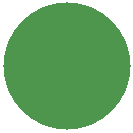
<source format=gbp>
PK    ½K%8ü¨  ]  
  Board1.gbbUT	  7Z 7Zux Ð  Ð  ×»N1á>O±O ¶Ç×4tôV\)§Ç(1Rqò+i²ú4ñÙÝìÞn·×þÊm>ß¾×Å»þÝ<­»Ýâ¶Ü|í¸Ü­/û~à~ÿ¾ï?ÖçuæÉ`îÈü)¬Zb,k&&+º7»Ze¬éE³É\¯R@,0&ê$T-15¥ zPo®/R@,æìèe¤PÎH)¨EÛ$#g«e6Ba¬2Ö4óvZ®·b@,v~E3ÄMÒ$Å¼Ý\a«VÆc®7bHdcÂXd½¥Á.]ÍÉ*ë­1æú°!±À0#ÔI
¥XÑÌþ×ª5=Â,a×¨ç£GçGbî¯bÂXd,1+U¶q1×Ë[Ìë]J±¨Y¤ªeÆ
´2Öë/&§Ìé[b1a,jæMXµÌXa¬2ÖþMçúÇº_ºÓSÄk6º¾'¡rÂXd,i&&Ë¬ZÑ,¬2Ö..úº>>ÿÆ°ùPK   ½Km	  
    Limpiemos imÃ¡genes.gbjsUT	  7Z 7Zux Ð  Ð  ­VÛVâHýÖYJH´\B!*ÊE¢´Ö")B IJ!Áyèþ ù)º0b·vÏPYT³÷©}vÎ¿ÿ|Ïm¡ÇØ.!nãF£Ql$Æ68>Nsã.±-6»Ømzù·´n[Hë3dâB=ÅÈÀÀfSØöÃ/'ëÑnk[¤Î2:´ Ø°<È2cã,3Yüäsö b"!¦=lWbù$/ì&øØM$èîi].ò¿áb¤A}¡w£Ã0$Cì8È KgfýÝ¯qçKÙZ×XäÏïÒDZ:ã F­*
/¶kÌX1m`@'Ç-6ås+6tÈãþúyA>a_"S¡©Qä2rôÅX ¬ÝïrÄí5¸õþÂpEÕ­!|¨=aßä«Ë
èz¨Ø½«ªo_÷«fð{51¶\ê <ôæ¬~ümÑÊF£¤ÀêZsPKÏÏÔßs¯áµàNëRpKÝh½ØsZÍXá$ÐEZx¼Ä2ÜçtÞ^À|}i+=_ÛrUåüB­ª[s!:Âed
W)Wowb]ÞIÇ±Þ`g-$Ú©¢Îk*ÿj8»øZ`C¥t	ò$|¿ûupzjXéYtëvx(C¢hÊJXC¨Ã
º8sTÚüâû-|Ý¶Ö¯%fïS41Ôæz«Ó¦ÕzFß3ÇõJ7¥v;kNCäO1ru4¢­"LàsÞÒ?Úöî?Sâ½é]A6SÏÑ³úçRãÂÊ¾?íz0×gCªô(Xb
õÈhÞÀü=øíSã[ÕnR©v®ÌäÚ²æ!9mJ9´0=ôÙÒôß~RQÅ­Lä÷µ·ÏÜOúÄï­mnêhå×ZP¼H!\ÖÅß|ÞÁÎZ]u¸6ß+vJ]Kª"Ë¥Z¸Õß ©µì°d^GwÛ¢9j1,ß&¹d+­¡Ö>Âú£u&ÓWæ¹'ÜGÒõ² výÆM÷ÏÈäèyOäzc§6]Üìýlþ­ÇäÍûëSi¿É¶¦Í~_æ·ÉQXÍHëÔ6fnÐÞ¥úÛÿA\~öêûØëpµOKf³)5*xS?í+`<Ó+m
t|êTÐb(C±©£W¤>âÔ,{´-Gñ«kþú$U¥Djõ°¤X¦m:ÓtøûçÂ5 !°^×£ùÿ PK   ½KÖwÐö   ³    Limpiemos imÃ¡genes.gbsUT	  7Z 7Zux Ð  Ð  e=n0{N1ÕÊ4ÜÈ`ä4Ø´ä*)Rä@¹BlM@ÂÅóçOÏß¸^ÐÀEQÀeQh©BÐ°¥Á£Á¬ÊaÊ ÙâùöÂ@YçAÑØà×»öl°"Ý¡Êóõj×µ~
¶õì,ü_B>PéjÔÑ{%Q÷N<¥ìå#(eÏÜ&ëé7.¾Ê'Ø&Ôc
-Îæ¤ie_æ(¥¾qÒz äú»Ù2]Õ9Û¡UÎ=£ÔúZ'ÂÛ¸³Ö[,ñK+eëê¥õ{~ PK   ½KqTY        Limpiemos imÃ¡genes.gbtUT	  7Z 7Zux Ð  Ð  +(ÊONM)-JUNLN,
ÉOI,×HÎÏÉ/ÒT¨æt,­ ÇÇ¥&§C$tòòòs2K¡
µ\\p£pè¨PZX¢fÕÀìª PK   ½KIÔP      Limpiemos imÃ¡genes.jsonUT	  7Z 7Zux Ð  Ð  ¥TKnÛ0]×§ ¸Ö¦Ûîb-
Ä±,@ScyP#Q7Èaz^¬CÊÅa¤Ñ¾7o¾z(¥-´¨¿(}MmGØ²WÔþýS£E¯hhíÀíó ô<­HØ@ãQ=&ÈÁU L ]|ÿ\(MAS¦÷ÒsïLÒr`+nuqòWb%H¶ò\Ñ©¸í=º²C×÷òè¶4[°5=¦`á-º*¢C¤øMJß!^Æ¬·ToõÕbÄ#	^z¾ý6U­2hé7øQîoÍ9p]K¥
ûçÒëÍÏD|¹ÿ¡ô-º(ºàÝp¸éðÝ]5SvÆËt¹\èÉèûÊ±Â¶6ÈtNûxA1&äP·Øa #IÞÉè5Iþl±­Òùª	è,Hpf3Æ 9îNÏ¥O&jÄËMß¢ã¾ë±ÂSÝ¶°²è¡u|¼e_{Ý£_êÅzmÐ`)»#Ö#Ûc®à %![Oñ7X¿>¢®¹:§ºMMïî(ÃR%²9näGçød{e%¶ìPõªØ¡ücûb-©ÈlIu±&§íÈ.Dv|s çcC½0zê=Óö±1ùÆ~ Mê>þ±&ÿ PK
     ½K            	  Recursos/UT	  7Z 7Zux Ð  Ð  PK    ½KXpÖÖZø  Ð   Recursos/Imagen1-small.pngUT	  7Z 7Zux Ð  Ð  4}8×_û¿ÊN(ÊÞB²÷lBv²7ìJeìM6Ù{o²7ÿû<ßß¿ëz®çyÏçý>ç¾_ãûÜ'ô¾ªÂ%|J|KJ²ç00ÎqàbÃO.¿)8ÿÂsTÔsÁÀ¸výçó?ø!«Ò=9I<ÂÙjz%Y)MÏ¡DOM¡3y%ÞØ±©$ôþôÄÒ|ÂýÞ¤¯gÜWhò°åÉCug;m?=75U`¬¸«LÿâÚy1vsÞÙ­#¦oê/&¨vuÌÕ\}ù¡öÃèìÑHÏxÔ'¶°ÿýi8cmÃ¤üïÏD×ÎÎÎ%Å£ö
ê¤RBgñW±ä¹)/5qq*UNX¹&WÒcù;ñzÌÝ'Å"íZÞaÓè_;1ÍåZÚ^pcäÌ¸ w¹$$wÔS
SN¾R±Ü}¶;öà]Mì÷!ùÁOdÕkFOÆw:r+g]:hì²Ù÷6:æoN8¹®ûpzÓsfháí,|ÊKN@ÙNÆt-+®¥w6¾gñRH@@Ël
»FIS;{éQàÊîÃëç¢T1këUé]mèÉÊ*«­%£cþÎ.¿±Ã<'EÜ.±F-¹í}!àëkI«Ëz içr´¡*³Þ¢ö°+A¾dNv¸ ¶ÙÓà7e«ßå%3zÂ&e°½o³tµ`Õ××ÿ{VOï#nP¶Hó¬ÊRìràËXj·Éù´Å×eÆnÂþéeÛö´%OÊ¿qcËH®xê[W5®óô¨ó­}wïS27ìw_Dm<°zc ^æ8þ§>¢6,"­²ù¹±GôuÁÒ|3	©èæÔ´/$AöÕ_Î$¯Ý¹Ï×p©º+H §ÐI÷·$Õ°ÇÚçÊææøG_ðxðæ}ÈnÏã2öý!YÕoéÒnÀ7¯0=uÎ÷;²¬í!ÜÊ`'ñUx*ßôàW"ÂI8ñM\\¶q2Ék6gçqËÍx·Ò¥*e%JÂ6è;ï«cYT%öKd>æ|¥Uº?ºß}/rÍ¶ÄîYùÍÉ§¥Î&t	8ÒÏæä¿åh{í,içY:ä[5ÊÿÉr5<+WÚ'¿4ºk¥ZÿþÈÞknï¤Å8ÙËl<Ô32¹Â}7£CU([¿Ë##e&cJ5onéPÅòì·"6lëç
ìö¤¢¼céÓèDÑFt}Zv×!zýX¥ÇUö6»Ùí##º{]"uÆbñ/ÍñT>H¦F}§Â±
Ú~ºoû³xÄýâ£sk£âxù	2zÁ¬.®µäwæ£öÃ»±X·9#éBÆ´Û­Dî~¸#à_¸Ìûgºì"g§vÄÁ²îÆBDÕ´ïgr3öTI¤aD©<»µºÎâH:=úsë
ÞZm©Ó}ÕÌ§¯J¥þntdtx<rê82,çÇ$'S>õÀz`ÿQåtQ£»»øjiüP¹¤Ô\ñß£´.Mï°Ë2ÿÝ½Tb?Þw°Èwíî..TÎr;Lõ¨Cúò}G¹dGg"ºsyOeÔmßéæmÞ}R®¥w1@²y±g!Ð¬ÄÍîé¢ ÙÞªáâ%lwÛ±ÖTÕÙÏ$Xã%W,¿NýÌ;	¦ÒÕh#sÈÓµÖ"y¶Ìÿ¬^{P£yîYjTEØo2Ü®ã;Íræ5W[\.6û3z{ø-4¼cZqÐ]ÿôäKzCwNÑcÛo_þE¼Í6°Ð
÷¼Ì©©÷.óÛ·_l<Ã¬mlÊö­Â¯Ä)óùúWXßÊýÌn?Ë¹'ÕJ+I6Ò& #ËüPîY	NØL(ët";/g®}"oÀ»!}s,H+	LÌÁöÝe
ÏYzsÁ§,W¿rpÌD9ç¿Ys{ß"tÙºµÃÂ¯@Pgg£æºG®+Ó6fÕäÀàOOs9Mþú§Õ}]ÃSx.~¡ âé½Kmù®ê9òÄ/W§:thó9S³*Ìf2Õ=ß)§K¨Q7[ÛýÆ¶ýJÍ|à¹'oÔÛËtW»shTóúÛd%ýå¤3\×M®/ÉªÒE}÷ KñÁº_V<¹ø¸¶ËÄ¬ÿ¥¦õ¨ &Þùw/¯©ûô½¨ktuÏµ3ÇÒïùQÕÌNè¨tW°¢ÀXÈíz©îCé81²EåFåK,ø¯Þ2¾hZÑýPøó§¡»éiQ¤ÿ§þÏlæ÷8ß`JÑs§
Ç}9ªúA?ñãvþ^ã*f$¥ÌWÕô#yÖscÒÃ6´#;Ý.»yÛlîv~OÍüñnîÚ5R ÉûÉ#.{¯¬,<¼Â+ZÌÛäe«ø-	6MJ(Êø~iH®g±3Ä\nXKäÂºl%sG¼Ëçñ×éyûÅ¥evüIØ¯Bno²°_:o¡'>oªt\åî¥¦¦Fc÷©?íËò[`×5AóÒ£×;ußiâxÖñúÛÆíÆ©fL×-ª¥¨Ì´n0ÖÙoQd½eRÀÿpcf ù®-¡NñPÃW&»n×+¢ñBçú&¤^;í]2ÿ;Êoµ¦ÞéñÄ&nìëL¹øOã+VSH°ßóLã)î®%îï`«ÕL?þì1I3S[Ïy)µ¿J²WÅSu}¿ëú²bøÎtmTÕ¤¹ÒÕÉèj×-Þ21ÚÖ^Z¶qgGù½Q]EåÉË6Ce<¿51[/-gÚ~ý¬.0ÅÂ6Z$­cNTñâ-¥¿*ýBôçElmß ;¢Fý:×p/^ÌØh½!>êù¾Z©¢üö
±ÛÀ"&Ùmw¥Q{²®)A¥¥xë!®þEââù(ª°jÉ{÷®JÝ¸±ïíýÙuÒ% ûÂüß¦òTT½?Â¿tæ<ÛoÀ!¯.1Ý÷<Å6üçBFÂÇ¸$K¸:%ÎøæT½¢,5·ü'+{ÈÙµéåKÃCStÆI~*èìa»y3aé=Ñóøîkye2§|âSïÎûËX=r
/¹EP
ä´í\ývf#v¯ }ü¹Ù.vù¡¡\µÜn»XøÅÒ/D£¾;X:d¬ËssíÃÊ§í'x	
Tm¥ælÛ¾Õ°s¼ÁV|â^þãëikÈÞ¾'7¾þåñi×þ%ZÖ§Ö^ä%§þocû_þ¦´´´¬Nw©hÃ¼Âê¿;ëWS$KVÏÆ\v3+þ[FÙ3ç,üzf×'°zà:OwïÆ
¡Â{¹Ë§Ú1	ôk4gë®7/l{o?$ZÛtÑå1èjËQ^&»ÊÇXîÈÆØÀé½ÄÉùüj;©äßÅv*)Iaw°°²·æåµþª¿;å.³á+9¬TÿUúêTî`Hô«Þs¤r4ÇÚÇÆðî¿áÌ/ÄRÍí)ôàÖµ·sø*ÃÏö¹t¿i{þ±VX¡+ÆrÚt)âÎe7\|¡òýoªæKÄXçÎae(Ñ´R^ÃÌ +h¨IU>°ªT¡*ÝQtp1Ê<ò34z&3c,;Ô%mêFØ&«<§ÀòiÅÇ8Þµôìé­fÅö>e×qaÒê§Å§Aæoâât¾äP"¤ó <·üËÄ`O8p2fð¡»ðå/)ÿôóÎ32wÅÙ«-ÿ5þùä'ûã °OýË\ñ§(¿ºq^5Z¼[»@nëëM'ÏëVÃòç¾~ö¥à/II·È/ôÕ[õ&ÅÜ<µ)?È|èkS;wõ÷­®.y
üó¢ØJiò¬×³òeeå><÷V).MùkâU_â>[ZÚ5,rréëWªc¾~]]WWñÉ£Ó³³r¤ªËBÇåa)emkk¯rsíºËìKú®ò"+;òñÁR9ñO²JV>2T;·õ\WdÈK0ÎÿÍÓkø<W¶÷èÝÏ8ÜþúÞ¸4nù³ãUã¾1yÇe??¿ÎÿKdé®\¼Æñ©¨è­çsz'0¢ÄÙvvvBRÅ}õ¤ßã8Ïmñô§aHyùÓ¨ÂpzÜDPÂáWaBáº x/N­³
S*ÅäáÀÿ¥Ñ{G!á+jddôÍ 0£'-Ltç¯ÏïÑæEªOåZ¿Îë¿Ni~ë7kÈ¬VkH÷«¢¦»k£ÊðÍ¬Zñ'ý~'dzzz;Þªª®ù¾'ÞØÐGWÎ9Ë¼Uà£SØ¶~aùcîwî2Å©uÌ/R[\åOG.»ÑxFQù5µ´Ó©3gRí³ºxÝò-»RpíÄ¸¹©Éd0ßbÄ¹åÖkÏ½¥ååþÜùâ±ó¾Eç»NN} ÔU;û-¬úL3k²yGbì£G8ÔÒÒ°
GÌV»þ8TÔG3)è82\¾|y©Jl£ÇóÜkºÏrçÃ¹*1>}ýÂþ½$à2ü¯-Ë¡¡!¶[·°LöÖèJOÜ;ÿp¾=Ãùa,Ý"ùxfÐ*û5kò3EÝû÷Ç;T*ùúûúú¦fd¸ìôêÄ&'w¼»eBÏÅEåð+º®Nöôt¯ª§¯O^N.È¦¸©©)|¬£¿däþN×yÃDR)yöÁ;QTyRZ'¥£_(ó³KÞÎ-í{îK'ºÝ)óM¯à¥Èú¯X4"Ï^qû>Ûñ¹C(Kióä^å³;^^^%	ª¬ñvS½:Æ5A;«e?rr"híâE<6G\:ògïÊGR¦­EVíôØý¢À ££Ki_£².¼ý¤ï¾^&>o`õï©úðÒÙw®¸µ*ëÓV®0úmî;loulýaÏÅèiUæªHÅïþô>%%Ãóp1#OcfvöÜ¿½q>ËVòÊÓÃ'//Q¥éo]±¶¶ÞÖýÙµ,Ø}ê2Í½Hr+o#=Z)ÐåXûñ¢Æ,Jì%[)ËT]¨*í×ñ£ÞlØwïä«|Oþíî²°±á:8¬'~½ZûÙ³gl7oNm4ÒÍw~y¶QOF)ï*LS`Õay¸½õúèÆÞØS®ÞÞÞr?¸EEECÂÃ7îõYórÿÛÞ©'36ßk£v  «ni	o¤óK¨ô92-nþógiûàA*ÇáÔÔ¹°+Ûéé)Æöêð^¾Ê|/xúº/\<¼G³-÷å¨$'é§ßÇþI-âùþIÿ÷ÙíÅffæååáEáÈÈHLLÌ×		*667ÛÚÚÌ­¬ö¬uÚÚràááÙ¯-çVµ`]b¥Vùúí9 µ{DLÌlBêýð[ÕÞ»«Ê02**©ß¾ELMõô²¥¦¥]¦¦àh¢&dQKj-_¯l	¹Ìôok«Ö4ï¾QûXÅS½b{Ç¤dÌKDI-°UùùÅÄÆRØ¯ÿÚz5GÑÕÙ¹g±{J'Êä2×ªÞ±éTj¸2Vÿ÷¯¦j¢pjÆÏý%Î:4µ´.SRÞÅýw0<½¶ÖþüÜ¿Ë4ðÌþpLâº::r»Ì·×æ½þð!YZÈÃÃÃC5I4´¸X0f
­±¶öBpmõ¿ÉZ%EEz>¾ØFé©0ö¯_¿~ÿóç¦©éñÆÆÆb©ùÄoÿÖD¸«ìÚCCa£öóGëUV¤øùù¹M~c ¸6mÎ¶äÚn/õg>ÈÐ00P¾wïdPÖÀÎö63`xMMç²
å¥KÚøR6Ø	(x_ôõi³¨&|­o!+==\S4ó7ó¿  ËæB=Â-­«ffÿ¼efa9ïx¸ýX>\JE âéÞZûÆæ&#=ýóím×^óAxz1±DÈüáSüx½¹é¬,Þ6%ÑþÛÿB)Älé|ÒSG²²ðÝÝ/£ß¼.þq|ryýÎ½¶÷¼0ô<»]\ÛÙ¥}úôÏª¶ùT çî UÞðê¯ý©ðg[moââbß¿W´¶fËÌÌÔþÛÙYò«.¤è÷%`HeAæ Aíd^#í´´ |VW¨©¿ÈÉaÁôOBÙW&¢Ì³|E+±d±¸PjÈùF¤a¨ðIïtI]_<¼ÚÚfçâ,!5~c¼NNªª ¤ÿõKT6ÏJdëc|üàÏÇ$ ò÷/¼}bc³ÐMÆÀÀ ¨Ëçµ9£||v@Gë³­æ¹!ä¾BÎDÑjÉ§E+fÅð³è\\Ï«ÑÉ¿Ø7.EÒ¾üÆ&ðÝø±ßØ Ü ªºÓ`Wõ ÓMÉ×¯_KÚÛsÜÊßþÁÚÜÜr%;ø}ïß¿Ûê*,$%²

Ó]_z¼Eê¦EæyW¾ÈGBB>;Z-6·´ÌJ+533SRQ©klÑ)ü¸ Hª©­}$07nµPÒûÇ¡UÿF;H z\jñgï¤ó=Öàä¿DCD4¼¢A±ÙYíÏ¬ô·¿zyd¬Ü¤³ðW®ê¥×-éK¥fd>}lÓ[ÆÏïM#@H+*ùxµ´cségë_*×ãZºª$}åDt\· ,ZÞÝJ4ñÚdfUKÂ¤È\X°Ç).ÔÙy>b qÈàà_-Ñ7-v§EÐìÆ¼=ÕQ70høÖ÷{Áääpgi=::ÚæjÛ7¤×.Þ¹sÇ&¨hê_ÕÙQU¨WÌ(-­úHÁW¼71þÞÐÎÑï}ìÖÙÝ]ÓI%2^Xx  ²ï~ÎwïqÏÇ0;ýZ+[æôÝÄÛ°30lËßOêÿä½óªVÜC?v´)¼uº¾4*Þe¢¤3½áW,h½;µ%SAóÌ'Ä.Íf®£'f 5öã¡ö±>VË¤«p~Îü-.CiG]IÇñÅ²ªYÂ+¤4ùì÷,ï­fKÆ0î­OwÂ/¬ÎsÑjkk¿ÌBTsz|Ð<:ººßØ¯ípgÙIúH,ÖÏ k¿êö×éb)kÐÁ¤ÙW¸=¼l6òÇ¡UÔsWYù`&VXî²RLÈ«WéÒtE>ÅÁþ	ya6¬Æ>Ï~ãöùÞ¹½VÄð«â±õö ]33¦à]êô
v×¥æßFg7	ã¾0·½ßò×{ÓjÂmÂû¡ÀâYH<¶ó§CWë{q-A¹¹\T¶oN\þÒ¥hhhå.¡S·Ô}Ç{­3IïKÿ2O|J¼@äÌùù¢->@È§«&ÞÕÐ¸â]ôíG«eÁMÉ78\ÒG»u ¥ü½Î´JÎN^[Ppqqb&>=9âsõÞY
"a~ÄOùÿñ®®.@a*¾¾úÔ¹µ}°	~Ï,FêHrõù½Ifµv3òÕÒ}È)ÂÑj^úh«ìIæs \P7òW®ø­aF¶èE¿®5-yìIU_ïyøÿâ)>Ðí91MÛØØØ&>ÓNß@U~öX#'À¦&Ä¡    }ÿçÏ]SHleåéZ"	P_í	wd/&%%ùË¿³ 5Ö[5î99°ê~åÊr^s\åwÂÂa ³´²Æ«$ÜË_¿&~æãSº;ô¤¹­MNôîÝ»0ÕÓ-	Ã¶·&ÝíííEwÌfff¸]î~©ué*¶.¤®¡!ß¢å ÿc[ÛÔÂÂ·ãg§{OöH((TU	Ë
XU/¼ó)µì6Ïß]e©q=°3ñÄÞf¯åbÛ 4Yê|ÒÄÿÝKÑÚ7í[LòæXÞ@ÿèÉ»ÊH%MrÀÇÇw¢öôòâyÒÇaÙ -Ù÷ðFXãLÓelòçªÓ­øÌÛ¨ß3óMÁÀÇ÷ ñÆÐÅÆUàË,ÅòéW"¯ñ@fâÐ=ÔÓ£8Ú]eºuëR\Ä17ÏÊpq{î¯Rù|ÛA^ÕÄsÞè½ÒçÃ
A=ÊÓ%Æôwnàñ9t¢½x	ÄÂÄÊñ
bèkv¶ÙhÛßÞÞÌy²   òñW/_bï`(KHHÜÎÑqpÍ="öÑèv,'ørc%àÃðZ	*'¾¥û¤·2åe¾dL¬ÎÖ·Æ¯Äâa,Å]x{NRêÝÌõï§ôô·&KAJÖö÷ÇûÞWW¯:7ÿýü\k¼`Tj*ó\GrÔ¨½ÕphbrrE1Ó}¦ë×¯ïM;
)Þ½«qQG(MK,^Á «+uu50¶à30i üÉÉ ,s[r] F â¾ò{Ö¹k` é«ú!ßc¡°á+Gkµ¬Â£Q>~\ËÌÈ øÕáÒ!Ös]À|¤ÄIt³éÙþd°íÀª	BþÀ8DóíûúRØð¥¤¤^À6JæùsÓ'¨Ô¥°>>U>êÂfðöåKùIõ7»-ßÓv¿³*]Éÿx|ðägQFÍGµà&®MÝjåãË¨t©
5¿C#­IbñïÞ]ûÓÒ2fïüár.«À5uÒæ«ãý_KÙbc0ÛMù*Ô(dàáÐ£yJ©»±Dm:Rð
9yHÏbjVþ®¦'¹òwïâK#ÎÏqç{¹=/}W¬Õ`w·«°à÷]} °°à`­ù""jSLÊà¿Z±ûû °@L!q´ÂtçÓ§[KÙ¹Whi}Ø´åcsÖmÀìpÿôy?.	Ïù¾_ôt-¬,È1.k{û9°3 µ..ì¸RÔ
Õ-s½¡ðú3<ì¹ØØð=z¢h«H÷y&Õç»»»ßû÷÷¯©lðOô óæÇ!E&ä^¼À¹Uÿ_`¾Æ<,wÿÜ¿ÆÂÃC0,<	·^V~·Õ}«)êþÃXÖ¤ýØLÇ+}VòÍ_ñ @ÿ)4]Ýé7î%a(²£"¾@DDä¾:T:g Ønmmm{¹?jbÂdÅ]¤Üc]»§é6½7¥þv¿ÏG¶Íy³VI^Øîk#Í /ÛØHÊÙ¯©®ZÖ]ý÷ûBjz:ï£ÌÍ­-%%%²¹öÄ5ÑjoÛé¶])r­o_LTmO,|Bã<&)é{¥:iºÊ?oÙÑ:àãZZZ¡DUô!-4Âo Ú|võ`Fä¢~§HÚÚúUoÒPòdeÝLò£Y¿éý½,«§TæÜ÷ðk·L!q"¨ï\±b¨ëèèàåãûÀc­cìsÛ»Â ò£ÕVx}xÐsa
ç1Þqèuß°+<>~¦ñà:iPrÜ&xxucã(£ÜF 
>K×!Þ7ß¾}Ëaôë=àaL||BH¡¬Io>ÞÄ=/	¾ |å`Ñ¾oììá##@3HI'ûÞÁ8wÎ{Û{ö1Ôs|#ß¹¶ò@2ãgê·Îzþ3:»È ®©)«©I
à­£=æ9}iw}<ª×&M'×èp6üC%Efg3YHæµª3ß°ððsKÇµÔC½v»­Ô(~´Â×A!Ìt-¹ääqàzÓÁeókó³³yÖ]g§O ½a&=eãà0ÿûU±ÛlK	]Tµ	8td(bYkùï©7	û\Ò@âñüªQû÷óF0ñJjjEEïìò\Úçøÿµ ýàá±@¼xñÛªzìéºØ?Ú'}ºLåþ{IºÀ6]k"FÔ2EÖøíùPRþù,¼¿?ôH<8y&4õ \Á·,ödðPF¦¦¦:óÁÔÐRp_*jjo_û©ÑÑÞn¹»2Xæåu§ßÐåR¶vFx"rÒ@NNN­	wbÇ<eî%'ñZàðUÆa{§Úrê°úc¯ºé®7	iÕøffnnjv¶Ä5·	¸
à¡ììHÂ4E3LAV°±¹p3Nyë5ü1PuppE­l
6(AÜç#8IbPB¬ª	¿kk=Æ¼ÿýsÜ]n¼Ýo(£¯O	ÿhÂ¼ädw@6æõëç`ìè'¦§{ÌXßìÁ¾D)ëäÄxº)¿IÍ<ÛÁü .0ZvvvÇQ~ÀUçÁÃ°¸ýä Ê¨ðñªd©@ìÄ{³¶5ÅEñ?òWhÿ}¶BI@´ÅÄÆÇ^-pDXDr]Hè=­'FlsÎC9mík ò<mì]FR­§eôL..ÖN>¦Ñ¾SóW¿Ý!ÖuÔqÁ5nmHâ¡áY	S?ÛÏÞCËÖ÷R þ"kæ  ü)²Ö,k6µÂÐÂÄ_ìÒM@@ÀkæPðU¢bbw|KÊ¤~Z_îÉP[`¾q#t½ê,	±qLp]h»çÏ1Þq>¯6ùÝÖv	DÄæþF#ÑüLs,¹ójaJÿòÆîî®[gþÅÅu8t?c^;f®U®ÆY®PpOàÙØ´êì;Àè`bcç»-kRu9a)ç9\ìÀzófV¶öçÅ¯_¿ òçªØ¾bPl'H|"ÿS ýWZ¶®âæTRý£~ì«ý·rïÿ>úæ¸°¶;È@j_e%õ#Eèá__ùÖEýD?õï'kFjñÉ++XR$ÆÌ©MÆ÷H}þ÷k ÅÑÑÄjDÈYÙÙ@c ! @)NÂË¦úcV2ªEâbÚÆÆ¦5°«uT®.9p&ÄÙ%Áçb¡))k¿¶Tó
666BiC+ak£åkåëÖvvmo{z{O­®¶v¨ºiè!¦(+K~ß§hñ4ß¬è'ÿû÷¥¥ÏH-6NKMÅ"æþ *!¬µciyð¼ÉÉ¶Q¾N>JÎêúúwdGÖÕiþ&\r"÷;Ëçv.Uzj>lõÄº!"SV®ÏÓàõùßýFÙï!7lª.^ºT?éh§®ÁØØxÇ±âQV]6·Ïâé÷Ò9ÊóçÏ·ï>µ I©¯wuÒxCCïºwWçÜ`æ½_B%ü;¯ÓÖmÜCnÌi´,ÈHßgÆ#MØ?§©þõöb"GVªºúe°a n²kaú!õ¼sßÐê_öZL³¶µêúû·ðæ¦N XR|ÛK÷mö½Y_À=¬	BJ²5Ûv{ç©G**ÅpwÀô?<ôþ òEa'îÜ§ÿøyx¬tÂ|3TiìDökéì-»¯Økj]ýW\Ã"rDÂvåêÕzq­äqy)©ÙAJ®óµâ¿Ä~ýz2v\0ÝÔ90ì4ß}Uÿ{ù÷¾{£ãÇø¤rÕããQÿþÝ9¿¿ÝÃ·°ÃÈ§bx:t÷½Dá2£çÉª«QóKña)÷õõÃâìªVÙ>öo|qç9[¤ü:ÎÂmÜäÉ@)°{+^»}Õ¬_`Ùß®\m×.º¹¹á5uVè'F´ÌN½Yûäwv
OR>ú]´CâLT;ûªºçÑjq43^|[U²ÏËäd:ìÀs@pàjVJ'_RÎ`GÈEµï|à~tþôôôn´Ï¨}1¨í¯Rßûs]Ñ®	h%Ð#²ê¤/	iþ ¥aO
QÏÂ®*#¹U§ÂÍÍÀN¦ÌØò]knÚO²vÇø×¥@÷àÁ"\Û±_CCÞò¤rU§Ëj#^ó£­O©R¾*Äº
_°·gIPe5k`÷¡q9N[ÊëìÄâçOÝhæ 8#oçCCúÚßöCªéð''+@Ew-F h%A46¿ãîò#ù)³ßáËÉi]@ß~.MdËSXÒ§Ä]X)qK%¼ýüþmøoÕ¥	jèêÂdSñÄ·}3ªø¨cäõäUÅ¨×ÉN×ò(|ïçEEk%ÓÝ==^+ya£öëG§ÁDtsÿ&kq~¯·Wâ@N;T%dU7xlM!+ÒîÆÍ)Ï}v7âªÐ¦_¼}X^ñôAåå"
Q´³Èè`èééø­f5Nfvm«ýMW
Ør\1¦î"×¯ç-¢ÇÿjAÈf¹ÇY|n*0k$Ù_6>Ëê;^â`³ë\Hd¤\(*)©sG{ë8ô¬¬Á[óæÍ1ªf¾I9?ÞX,}'q¶sg
íÈ</°IàöÁÍ|õâí4ðøñ\3¤óöE©­Qñ®bãïåkÂ\¾i³ É º½6jð°¾#Q$®xÜ7tBg©ÃõëA¾'ç^ÇÇ?AÎleÅzpÖâp1W>GÏÐÐ],}Q»Ú8t<Ë®s*|Ð¶¡±18Ï¬1E»×)Ì|rÀ%¥¥hù©vz\MMM´hëèÈ@ßÙ××P±7Ö¥= Z<Ëù¡ð7õVåÆ§Äu«|ÅfggAq»Ì© }ë·nÝÒoìêD{6ÞÅþ H®^Å¹@$úC5ãAdys{ûXG0Ïß¿3p¨xûæÍ>b 8fvöÀF VOÚÈ °}¿´zÇ}óïß¿_­rS õz´CûìÔm\ûõ/k'éùøH¤l%¡7n«fÄV¬?;cfe5+ÔGkÝiÔB¯¯+¿{ýî]È`Åôôu#ï¥4oK Í1eÎ¶00ûF^³W¿-ÝªDäx£´$++N|ü'ìaÿ½¼¾ÍºC	·ã°]±º5!èØÂÂÂýýý	ñx¿ÁÞ-çzë¯¶pU©<{&
ñ3ÆþíØN óÏ
é| J¥\|ü?5ïYêr@ê¨¸¹ÝVÛ!¶u	 ®¡!æÝ;y¾2/	&÷7¦á+¯]kèü,óø.,åÇ~NCN2 q¤g×ÖTAp­WqÆ0o@À7A~,|*Yþ^þow×²;UIòéMç³Ós	DÖJ.ÀK1Ò}yppÀÌÌ|_C£f:Jð7XôMxxx£nhD%IôÃ§Oô#££ ¯
Æà¿p¡ðÕÈ¢Ï^òeã"zzJ¢ SÎ¥%éñ?myÍ@§ Ì¥óÙ¾|r¸3ý9VãI,@s0Ô_¿~ýÛÞ^ér7 ©£cÆOÙû©',|å±§0GÚ|aÂ_³³kÛÚ"ûú´ÓïÅ7´~àóß%¸GHM/,ü2	Â­·NÄ »÷ÏH©K×¢kâAËUÃê2·åðði2ÚÅzà¯CmYà·¶?U|}èåå¸¬$ÚüüÜ\<¼ ¯B :A÷?ôøßê·½=0«ÓÒß555ðq=Â*ÅÛwòµYû:÷Õ¹:ú=ê]¬~Îf£ÞC6õÛÿbLêµìÝ7}7¤;þ255¹??DTµµ¹9è^VöôÊ»ÊÊ­­¢¬Sµêh]ÿúLé®ª<ÌµMºJDY$	11Z\üFÛºÍ¬(äÁ>9z8HPç2íNäíäïÅ0ó#wéÒuQQêDÕ`¶0´ÝçPuò.Ç ØyeÇÈ÷Àï'ì:o//ueÈyr÷ÕøA!pJÖh}×Ù%ÏËf~zºDMTÊÇG	¶Ü]JHV 5ÑÌ¡ÇÊÂåFvJý}à1Çß¨ ÛEQxNQæNåã¦¼1ÏÚýÎ"KÙLï<¥àçOü÷»-`þsIÉ{±§»®Tð NïUX´"@21ÜUg
®­&8Ì5ªz¶Ï­ý¶©©IuxWÖ\¼gVVñ »  Y\KPq± KlèËØ0	hz½+hk?{¿ïûþ°8¬ùÏiR¹Þx@O¥®ØðÁAlûÒõõv,3øL|&)b©>ÛìØÂRhûú¼VeeEI¾/©@Y¯ 2ffVÆzE~~WåþùìÞ»,äÜ1Ã£³txäwÃâö,úÇe¨øÉú[JUh5¨^ðó{cÄôHµW^ðÜÿØüÇI\|íØ´Î³Í*{âãø×ñr¶Éâ/l.¾véf`E!RqÚ3ñ |ôU
¡KÛmYyù¤$´¹FK¨Üc½Á²`ES¯Í, DÄE.®\Z»x0`.óª·_Â¨ú	 =Ò/_nvÊåY¶Qî®«¿zõêßÙIVñãùöÄêAñoúKdIØ=atÁµR¶¶¹T¯.3ÉÓÒ+u¾<ð¯WÇ8úÃ%9¹§y¼\\\ÇÇÇ`ÕÄfÈÆ2Åû³²n"gpãÆ÷Üþ{cO£bb® äÊCÈùO#Ã×hY ®©$âÚ|ßüO¸÷ØBö3ûÒcáÄ»áµÏ
ë{èS?w]ûóNÑLZHw¸ïjâQºsÃÍ+1)v½ÇVí	Rï,ÜèTbeÕëjk/È©;
'BÏj^£åÌ×¯;Mü>g+@E,¨)ÏZêºeAiã:).MðýðÛ!)!¶òï,VÜE  l±h[¢DS,w¼Á¹¾¶(í$.uÏ*Æ÷	M	Ia_·l_<í*|"rú¨JIáÕs)Z`éHzµBÝYåçW¨é,"¨ZñJÚU5$£G	¢oè¸¸ø·oÁjýieÁ²ª³RNðQÍ?¥oÔ_'v[èÅÿáô"fäÏó²"¹«ØÍp)6à+	ÏG9Âß\î:u!buÂ·ð|ÙE&Òõ6©ÑBä*dD5d)5!è¦A-P 7H¼áUp<n;~g¾¯hZ^^¢ú·±QmSØÝ×÷2ML?Dò©Å0µ£êÝ»)ÏsmñÔâÏÈÕÔÔn?,2S®mi	ÿý[ 2ÿíÛFøÀzb'''QÐ	ÄGno»B Õ![Ðfùå×/j¥;v³Å>=	&~óFÖÈåÁÓÂÞWCt4þEìÚß&þf>XpNIIòÂÄÂr	çsäò4=ØÙ?:ÎµR EØ{÷,:Äêêêîëê~ÅÏT>1¼*w.ãR¸VMËÌËY^Q®Ü¥:õÖ¼¼âÎû#ëÒnîìJTt¦ºC}é{yÑESYâ·û0=»,>Y'E§}I-µgoy´VNÝEK¼WOf¸pâ/0ôHA8À77ýòÚBi ¨ï8¿ á>5=í§.Á+á¼»5×&óÎâû¯Í»¯è$^538þøÁ6Ñ>Þ~ÂMNÖi Tç*Ö¦Ar°C/-ìuCTTÔs£ì181±D§Û¸·ü_¼À¤õ^`@FÕ©´YMüöGeZæVV±±±h?ß­@¯H/O©Z¼@äþ¾çÔÔÚyØhìÝj	|\ðöbOðññ³Â,{zZZZÒk×Ly?üÛÙ9Óì-Y ælëkÙ4émÚÎ~,ôì|bW`j¥ñU
Ì[ò2Óã~Û3aÕ_ó(,ºêCZxí"®S)~**ºcmcÃÈÄ$sÎï°'íõº°Â=Ôy ¡ñÚâCY0L9ZõG)_S[«WdKßfâK\Yñ÷¨¢{ßøß22¨¾ùôxûk~äNû«4£qÀç}RhjRìû¦ØeDQMÜ£Úhm×{o-²e6åóg$aBÐVÂsÛ]
È»
9MaªIðS	Ú§æäDÈý`zß÷Ã{þÇWXÕPÙ} 98Ñ4ÈÞ/0¦ÔèUxßF( ööy]î£½,H?ßì,÷÷twKkj®­­¡¢Õã999Ç§{UjÉâqÚayJ
êb¾/[}26õ»ÿÛ|SR]RD×Pæ·	KX÷ý1.ÕÕÛÞï¹N~ôutÜL |º¸õêÏG´Ë´´d  b\Ôû|dÊ×¯!`0^Ñ}oPX/çâÂ'8â(º£)\i
×½æKWHTð8Èx±<]_[í"Æ	À«h¨ AÈé|\«+?¼IÐ.må@æluæ±ùËÙ;¬ÓÍÏÏÿ¿õE
A{jTêwvú³¨hðy´ÕècüÙÝÝ]ãjÀRSPR^NBBØk#G	É$£§GäP×Ø¸Õ­Ìõ(OWñÞ½zîûzzxã>¹¹¬ââI0ä±IIª<|­ûd×/.lcV'Í_-_Ê¬âNýì¤·ó°­ñ;¾MVV4Ëöæ6ÁñÖ¡Â'¨ b±®¾EÊûç¸9ÅcKËD~û.`ÐÃ[Cããã¿õíwÐbüY)n1"à
-mû<´O+z²Ý3âÒ!ïûæMÝ÷åhÇ1û{ÙÝÈå0Æÿj.Âw!Ul÷·2/a°OOOÑnhùwïÚÛsÂlNxñâã¸ÏÚû$ö}>Ã@¾ººZô`&( Xc]Ãx%Ú=Á@~
¤$höZºÓß]_¼Næ?ðZàÀP	 Çéùyp2®µíËÖ÷Õ0[NBÔlaÒ ác^¬±,÷j&¿Hýï8áüFµkä¿ï8ô :?Iéæh£¢KÁ F¿tsØ'çæàs>Hø#dfaÙ¬Æ¡÷7(+')u.Þ!äÕ+ËÄovI­À,àáã3òòÆÔÔH.01+122Ì'ûÝr[\lèF«ø³6?aPqqq?pèÙ~£ÚB>£6gH­íÖ¨$5É3 Ø,sï
>°`R"hDÞ9T¼8¿í-èÿ¸'=:>^F$Õ/ 
°p_èãì RÎ©¢5È¿|O ¸J#¿v«¦±1¼À¼hæ®r+$$H®WìÑd Ý%}îÿÖöIH¾|/KöÂÓþ¦ëÂF@'ÀcÖàêÛem>öËk©Ú2tÞàQ>Æû~2EX¸«[ 	¾Lüû_ò`vÎ%~¥ï\®òt·¸Ç~D(??má¿}¯\60 "Û&¾wï¿ àÖF#]¶´yÛÇÛ(d^¦¦n½U|_Ô A}F[|xXî¢ðEµ	=GÄêpñ0'ä`óLsì;., ü`óAäb 0ÔWóÄò+UºÖo°³AÊIH¨ ¹þè÷ÊCiëÿí¥>E[»+@ (IÑVYïÃ3¢¯W5¯+ÕæM@ì«YX<üà¶Ü*ñ}}ÅSØ4^qÈÚ«m¸"{Èrïc] ¸"ªëiióv°À*»P D¦wEØÀ<óæ+ ì-:?s×úÓã¢E"ø6¤ÄEwþ>8î8;&Ú÷«¢ÌÝ0~ÿþëÝ-Ã×à7?~ü±ù{tôaÎ¾NóÚ@ÒòÀ`Rd8T¤~gÃ¹µó`ª
Á¾ohIôêÕÌ5ß²H&ë®wÿË9ÙpK pË=¸ÐªMï60çÁvÚà//>ùöÙF:¿> K¤}O¦êðìê ÿ?xpæsd¤\¾|ùEpðî0g°ñOr+PÏßþììlTv×"w¼æQÅÄÎ.q<I¤/pÉZ­^ÌyÍ'z=Úÿ7	îìÚ»­ÝÝtÀ ³B}
>Ë%'r°u.{£±ÑÑÕ ®¶ÂWRRúüù³ÌÂ Ur}¿Na¹Ñÿ-À6×N-yº^a3Y:R¢ZÎ§®HBæTæ%Á£ÓãT¢dZËËË+ä¶DàI>BS+ÄÓÓóZý](:-o9Ëª\ÎÆ¬WËPW÷½·â7oN½¤²§geUë¨[tô¯ªKéÌ5cãâÊÐÉ5RÄïd¸qOô2¦?pèîê°¹93ÈBó©ºÐºÝ­mT÷ÐIK<ô÷/æ§w2t·mHãÒ=ÖÇÞÄÅñ~À%$dacIMe&{TrnDù©ùù¸ p.-ÎhêK¸Fî`©©5bÓkcÝvQÑ°£gÉK"+GIW¤k~d­ccb¾¹çúû*Vî´ÛZIDàÂ[uGË_a¸l¦s`ëÕT¾$¦g~¸òTXµ¢w=êu°Ýí¢DDJåeÛw´Æ·ö¯¬Øprs«·èÜÏX²Z4ü5778Æ'ÃEÝ"^â¹Á.3ßªPßÉÉ©zxªÂ(*99Ys>½ ÌD¢Jí¥¨Æ"çQ&ZRD|||Ïah¢ºúeÂàê¤NUie©©Ù½7?\pï£Yì&ù´ÉW²ýÜzß¿Óµ0:þðïsæßIÒTí7S(±f¦8¨¤beðÎ167¹Åñç*ã´{@	ûÒ5°^tçB`µäúXÈÖdd%×
>ù+ZZZhq06¶ö^"v`ÿÝ~>FeÞGëUÉÈþý[Nck+ÖÞuô´´4.>¾)àa/<´ôyðj(»îßN»°ã¼ÜÇ%ôU¤ðÿ×4Óyxx@ø URQ1èFu@­ÈKI{¡VX¨µiÖÜÖvÿHÝy¦úúz hp+îî_¢,çZ?ÄôØÝ»w©'ýb
DNÓ¸É  U¢ÓÓY®ÝÒO.Á~TÒ;w yÌËûi}2?+;2}ÐbOÇá+WP)5`99·dÖî2eujËÒÓjø¥.HùÀððð_ÛnËÇWZKïôÓI¬Ý:Sç_<Ñ}i¦Ã¤ð?	Uá¢é	«ÏIõzá×¯Ëåß%»¬¦ÖaÀrÅÙ|æÓ`XDË]ÇÅÅÉÅeDÙLÁÎø,Ù9bÊkwð®^}ñò¥º¶ÑËÒ´ f±ÁG	ZÒ¹cÉù8Ä?hö¸~­-K³MqÍÕØþm{üøñç Ò<u# &1.QÑ÷ïÉÛÄô gÂ=iJßAà9"«
¡`ÛeSýÀØXô3(ÓÆW4ÝÝ÷ (JÊÊb¢£ýÿ«¢ùõK;xz0#l®­:hsð}«cýäLúÃ÷@[øúú"BDQG§ ÞÜ½a_ÊWRãnZh$ç%- ±±1ùdæîðnæ-å7Z0¥h^.WUð¯¡èï£ê^ôµ¤'ìÓnà¾]{xÄ_sj)Ö?W;çi/:uÇa
«GL0çÑwG/ÉCÌº¹RàU]çu'_äPeÁEy£FÇ÷AÐTTê2ÆMU0yÍÓüµ¹@ÿhè¡aë\[¼zv/ q»-ß£¶Ï<ÝZØ×x­ªSH¸Êv²ÁMúx-A¸²à5©Ü}¶ßcø=ôl ;sKkÞÝ2À½tÉ¢9æz÷´rçl¬¸©|R©©©ô¸çaD¨Ec*¯ÆÛ'4FwÒZ5Ùì$o7·ó¸óáR¿~çn?ò¬ÿ¡ÇÒ'íì.k~TÏ(
Xÿó}¶°0FðÜ/_b¯¸ké¥`¹(:jðÈû;fãÔîõäü§qÎùÐè0¦ÁÉÔ£Rì[ØQ¸Û$[Uzé¥ÒùHjAIÙ¡H*V<vuÒRÐ vbß]µ/_Ð70 òÎÕ|ìì+:99*>
~ío_ß¿âÜÓÍÒ
ó×VÆC}_(~¬©.6à óNp$sÜù«Òyö®ÃZ%ç³$üûWT+ÙÌÌ÷µµ_ªfÈ|é2GgF@mGþYä\,j8÷qîH[pKKønñ''§¬u'=TV÷ýûw u>CWNÃçàÂ²{»ÇÆÚô#ã×Ý¦/ßp§©Å·ýs£¥ßjBû¦©úp%UÕ¹·:FÑ/Â®²®RFÎ¡"âü`,á+é¼f.£uñf3éÏ÷'VWgGâ¿k7öÝ2x/äÄ%¶KÎU±£Yê>ßö§0bþ=u««»®#ÕY!Åáº ªÎ´µõd!·Ã(rrÉ¾øO 2J  \å0°¶ñÛú×P!¦ïVü8·ç?´gÏÌ/321õØ-æf¤iæærÁÄ 3#`\Lù)QñßýLMëBý1ïå[/	iðRÁ¡×òU­üc:AÄãUDÁÐÐÐ¿ím×Ãm¯ÈÐÐÿUÖ¾¼d<ê^ÙÞÞ@FÐÔääD^À!ìã¼-â±F]u²ê%«Nwr!êGF"sÏîÌ¿ ¿wÚèw+Û¿Õ(qzTjq± ÇG?ã¼9Oß[up¸ûøÉ3`:sKË°Ä0àùòÉç¢ªdéq÷ôõ5Ä\Wþßv,Cw0èè7ð ¶&&&ÍÖNwÌª°cØºÇ~¤µ5|¶gâæ~=2b4¹1U$²Ê^¹:*1~äY{LBh½iuOOìÌ9Úl^ÿÅz6 G[ùáCÐðvðZÑ`Ñ&WWï²ÖÔÑéùûWÖÐpärºd£û~:ViÓ{ÓË*4""CÞ7¾
éøÇñ¶>>båë,qØ¨*±È
Uý~~îoo/|$ePµl¦&AlWÏðoÅªúê	1Kóó¨æ1u!¾­²9óë×O_¿â:88ôåw>PTTüôãÇëh&^?¤Íü·¥>VXuÐÒ3_M=ð
0ñzñÂÕ|»¸°0ÏmYû»a©ô$ ÑÒ
*ï­Ä!§õãQ-¹û7M2VNNÕ¥d]
Ün^¦Tøð@`ÚjêBIPe§ziá¯_	/^`ª°Iû¹ê82 ÍÀsçÎ!Ñ¾àxðkù{99_ºÄÝ¸ÜO4ó²
Ô¢b>%ðíwî~{#úü>éÛ>©~Ø kyfYY5ããÉÁt¾ä íÀBAô®%òáøÇ:w} F%Z­­*7ÙÙóôsM{³ÉXbCÁ>Ît-sCu×ØØÀy  Î±7F³µ&¼h?ÑÑÆ.]¹vYú{c1.¤$:öos'¯åÉwãªv÷UJníÔããgÔ8`ßilITÙ;
Q¿WaùdÆzèU¢-r­;`a<P¥Ag'³Q¯+Íæ)yæ¾´ ¿deÝýs1ÞÜkkTªôóDj	ßp5±oß^ï­Ë´577ÿÔ³Xâ½cG)"vUê³ì®ôûæ&×ä®pý/rÙ=_z¾zÊ¦iÿã»ß3Êª$}åjbIyyOgçï¨@VULÒLùK6íµØàs°iC]çqìüT­©¥åæ ô¸²_~Bt~Ç<èHõ5:WaÀcYYÙ×±±\g®¦¦§Ãt^ÇJTU ¾*ßÒ|,Â6{èêèãs3p	÷õxeýî4åñ*º·wÑÊ ºº:9v«Û7¯
ç)Øÿ¶e+©ëË1ÐÛkfµvÇºaPÝÒäcÛwM£ÈÎt:8Ûë¬ÅlKÇ^@ìÉã³'7Ü~d£õ¯ÎO\¹Äxïax%x>«vf #_ôKK7½øöÔ<¬7ûYú_ÅEww7²ò_¢ï=Ñá¾åNó×øp#îñä6ýv£Kl
ãx0XUM¾úú ¢"}}}âîoGÀ:¦"+¼¯>ÿkAn6î¢ÒAMÌ{Øn%!!±±±ûØ$2rÀV ÓO ¼«@üeÌså£¯ÂÃ/¢­á"»ØC÷±ÂlR§9ÚÆs·ë0v¾±úÒ·ý~hxL_ë}$Rm±Í2ü1éN©@¤­wÏ¿ýÚ1m)ØD&æS~¶ÞløýÄ¯>6|ÒE2¶ÚwÉô>)cbftõDu ªâFëU¼vP<ä°1³®d~~ý#±Ð'Ï
WsÏî`@Ê":v¨ºgbBoÖøj¿0áþá{âá»W>îJêåå-U(*äËé¾:´(Z ¶´Îí¶Sº{×ÀUÂ©wYàQô,Ñp 3Þîdg`v'5J"¿Ml[~7O,Bmâ=ûïd)Û®õµÓGßO×Â®þtaØâÄÞ®µ,ð²G cþ<D?1@)¥|vMMµ­í<3++	»])>þ¡Ñ8¶Ý!vöªQö¬ÍÍ»iW«ÇÅÅÍ|àu[Òy	výúõëÄ
õ)DÜ9®^½66Àô¯nÐ?:=wºY²O¡tï°ÊPFôÄdd@ÐJ¿ÐÀÖÝA«ó:ðEIyv	-ö¸Üc^¤éæóP¹ñææ¦*uÆzÓ¤nÂSHy_ó[VE);©_<»ÈÃÈö[ûY6ÙpÁ|ð6ËÊ]oÚì×ÂÀðÇÄÄxN²¾ð«i»Ïè1Ö<TøÄÐ`mnÎòq`TÇNçdßÍ0Bá?B"ï¦?/ÊºIH=5jÔZÇ9Z-F¥@ J`%._¾ìéååW ´9oÞdzßõEaz}½#U)¶út¡k#î.B"wÒsÙ¹¹VàÑ'h&t¨hx844<ê  ©:<0;@$`ÐBõWõ/nn3ÍÝN«»¯dÞÒ¤ÌQîà/"qìLblÐ	}¸ÖÀË;£^gÍ=±L²8Q^¨/kmV<T¶c%øAeÿè(6>^PrIL¦PÿÞÝ»øÛ[|¦u¸w!]Tß~ýÊÊDÄÐbÑÉNÿõåý¯_¿ô&øëç4ô¦1é ÄÚ³èèQ÷Úê~ÿ^QN(-WV>C§>ôÚéÕÑ+w¿¥EõÛ2Lãó7¾«#££hÏàÎè¹aã9222÷õ±ÈzÓI0ä¨X¸¨ ÌbXxx©ó,þÛ·oA!£#7 ®Àí¸ÚÊ­oÓI­Ê{:cßë0,ÿ1lK@îB%db=Cx©'2ýÊØiu÷Ú_?NyYLîT¢²¿L·o¿ã>µ¶ÖþAT%ÚÔX6>û|¢ã#¨è5ù´£#7H`´kXRRÚ^TYff&ÒÏ]ÖÌ*CTSùìzzÖüØÔ! Ab|Ó/s[îsÛyÊ öù³ÿÃr÷èÄÄ6r<\\ÈTéH#OKD@0º®C¹(ð¬	Cg¼¼¢_¿~.ÿåÑß¯êH»Æ|û%þÇ®x´!óAFS{ûÜRo6:.±°`æ­r[u$Õ÷ö^ÑCó(â|odOò©ë¶21æà®|:NÊ~¥cØh×	ÎS{ûï¤m¨ê~Î3ø×¤¤¤4$èupê¨õ üODÙ`ûxÁ¨x?àúõOºCóóïÇGIX_³¾}ÊýÓùYf±'Èßß<åµVVT4Y)Eg·×Çé
õÛÖFËÛÛ§ÿüùül7êóçÏÍÉ©MÊG"¥g®ö«ý¹t@û
ï#q_Gç÷{3ÝÖÁ£:ú)Æ_ÕN~ª¨HüÀgÕ]îá Ê|GDrÜÔììõÙ&AÍ5Å(7DAÚ´´´ã%*STñ~ûv¨Îeu@h«=//!3P~ó`wccðæ¦s«%ßãÇq3AþcÑJ¤W#*OJïÑÐ¨Ë÷² Pjo¤±»º»VüïÓí'}Üj01¢è¢Ícò ÕãmGËP¯<<<*ï¹Ï»§QdU>:¡Fäm*>	î.òv*«xzèúÏ?M­­Â#ÚO<AÅÄt!¸S ²MÓÈ{Òÿ}=Ç	ý	N8CSà0Zâ¸æ!×1PùE·\U,Ò ±}Oc" é«Aãý-¶7RÈò\a÷;ÅíOÓÅË?¤Öß[÷ùä¼-Yý¦pr´g§KD÷÷¹v¶ÞÂ·ç$ÖZÉô+ª^¯Qt¼9++ì³L°ºzõ/¯­2;]?¦ñ¾Ø¨à¹Ë¦p`Õm½7§ÚCz<<LÍÎfoyw¹ì7z9X`¢DËKp?@Kè8ZÈ2Æ[·.×2(( _ól*NO	ùÎë2§bôtõ¶í :s 1ý&d¨ôa÷¤#ñåËÕðÅÈ¦@v§¦¥u(Wú íerÏ÷ÙnM0]»þæí;çÉ)©Èøßðh=	2òø Ãï]Ò£È Ðçè0êPs´^ÕýíOGdX¤t÷JlíÇ*ÝúÏû²>Ý[#Ã& §µ_¥|YW';æwæìÎÆt#PiZaá[øÊ|0\Í#íõõrö&zÇÝH5èÂszºÅýüI/ p@Ó¸ã*;ÛDa¿T´^mù½Í'¨»³mvøÂ7f©[¶C?Cã$BÞÿ5§¥¤¼oßÜÒRð:Àù_ýEæ÷ï,ââI ÚÄØ÷6q³µs¦¦£$XÀWrE§W]$Ã½x$}XBõéñ¼ÄÍ !hC7G[ZFþÏdë¾¯rúgCBþs]½¹\9$/<¶±¹	îþsQÑ5...`Mxî@HtS~Jt":%%àºò;ÔxÄtûëth£õ}Âóðevzù;÷±æ¦¦MÏA9°ºO÷ÌyóÆÅá<< ^î««ûkdÎÉîuk¥4 C{¡ª2Äa³Ig|&®	w\ä¯Ð¿~û¶ý:ägXêDÂª
61 .ÌÈÈ)¶½ñH-6­ãÈí.ð÷v_£ú&®H)¢¢¢ÖÖÖô7o£U¯´p#¦¢jÙ]vrqÉèl67Í
Þ ÇÓe¾õýx÷îª9ÙÝmÐ|ûêI¿Öñþ 93¦ÃiánÇõ±RðlêÌ\""ñÿ·'999ö×z{Ñ#È«¨Ø~X)0©>¨Äª0ñ½|-%33ôëµÐ¯+¥3j%NÓ¨¾Z8Ì¸|Âà::: B6è@qIiéçûlÀ%hÓP/ 0Pýæ[rîç ë@!ÀL
¯R´ÃfÜÂþ%)FU¨»åÉaàLG-Ä¾º5ÿ§Ùt&ÃxÙ¤xøgâ%ª>À¨(Vx±§»ðcõLÍ÷ÃC¸ä@Ø"î+i±ÑNIw\æþÍÄ¶/CäâmIÕBPt,z­fÙn_è¿F.æÎ¡õ-ýç·óÁµÕo?ÇôE |ºÍÑ¼r7Mã2	È¸§»+ï 7gbÕ®7Õ t qSoxÑaìëS´pzrô@KE:ÉHTXr2×-Vï§OÑ~..ªë  $Bõ¯DÖ&>X%U[¯ü÷"òÚdòìp1CL;"$%äîÎèìR7ëMµû	.¶AØ?mæGZµhiL«õØz?¹¹h°:K\X¨tmR>enÖl@y®PÿÖ¬ïx]rïÐ	%UßöæÞBöjzýfëKôw¯[óÿìíùð¡9n¸25ÿ×ùÿm±&¸+ÌwXpCt¥®¤Uãâ"ð|ñ2HÝÀ ·nªXYái¼Ç¶\ã-ÿeCúC·®={öLØ}÷¾±|×7Á%+Wj
èäéràHëW8ã5?|¥©×em^võM\ ¸{j!â/]M ¨Q1Ø·o¨¤zk+vó¡©©iSKèÍýt+ïéq¥½ÆGx0¿ædÖNØ»ÖNMb>yì0½Ðe6°BsõØXHdäê@501ã£Ï·+ìnîWçÖÛ?ÐÓÿRÝÓó ,m´âc¥°]¹|ÙÿnÚ(,6R|L)z´QB{[ñ">>;:XÝ×§)%©
 #Ó:Æ³u¸ÀÛ % zÇ)¹ãP~+ttÀßiø¿ÿ>~§`-¼©Æ[			Ò0{ÃB2V,¿â&Nªæ²T'îË&ó?ë½Jòkï¬2×'³ÎqQ­¥ºÀ°ºf 4ú^å&;ûu¾¦¦&Òu22æ¿qÏp8æ¼Þ#©Àùó½æêuªG¤n÷"+#«Dì6{t)ë¬©¡ ðâuu{íjg½Ø÷L¹võÔ¬2t&èÈr<ãÙÓ¤VmïãKNýÈÏ÷9"üfW¡òËå±íXHpyõâ=M}õÀ8Vì6HM­a´}D¾ ¶ÛÊÌÎæ,ÒÝ]mÓ£]«©ÔÐgeö4·îí`¼Øü3«¼Àû­Ý½:r«N?Z%y½0éû¦'cjÊØíxl|¶cÜ½v1µ³gs«ÞÑ>Ý¨'KKã-ÖÐÕekD©'ç¦¦Ê^1º.tãùÕ·ÛíwîÑoã}Wå½ÿ­éyM{X®;Mkd»Þw§KÏ«ZLgIÄ{IË^É}?»a.ði§AÏäÜ÷·Õô³aÃÁgÓóîçºl¦æ¬~:ºÞÈÉ¡|\0Ø³þ}ª®«Â°<¦=>÷¶¼M,cyÑVâPÀÝ4éìÞüãPc§ùÔá¿S×ÇuÆw(öÄ[Õ¾¼AçB%ñK7ìehJS#¯ä5ÃJÏ¤KËâ16ý['ç¿khhxÿæ[Ñ£åYÙ ¬­Me.EÁeYÎ­·X =?zåÿL£¾âì5Gv8'kQ {y"83@z91ï%È7vrÛ÷jÄ æ9£èÊZÇÞ³VìYµt&9¾ÈvÕðOY]ß-æövËÃî{{`ÏPÙT÷d¿S/p.]².\Z²Ê\]]EÇ¯þëq6Z'ó%:b(!¨ÍÒlg©wffæÓ´¼øÉöÕDáÞëë&Í1×_uõõ5T²KPXxµ|´=«²	¾Õ´ bÄ4	;Ma;ÌCH¡Z+ 
¦0FTïåå3ñþökwÓb@~¢ìU"ß¸Ew¶AÃ8K!äE%ëÿTðe
jÆhõèòr>ÛnPö¨ ã ®r§DþÏ]ÓB¨ÃÅCBÈåÝµÑpÄ}A³Ã¯ø§ßMc`AíðþWRîÁuó-~¤|mÈe&fõB#wø¶»|ÿÂÂðÑë§¤¤èV>»ãëë[W_ÿ÷j*Úì÷oI´ªªjy´» á¾¤:H_&swVGRØòýÎ|yùøþW³=^%!%%lÛdDÉòÉ£Kë>	þ°î:Ñ¬YA»Å}R1{QByûÄ½e×1åý¶z`pKJ}ânÝ¤V×Ðè®®ÑC¦`ÁUøãÇÏ_Ý&¤aäç'-Uµ´dáªÜgD§ÀCúÁþ'x¹î¬*Xîrx½´®.ùJ©¨54®ììÐ2Ïw$Ïw)Ð]gd Ç&«n±CAñZVrî(p VutÁg%9Oi9QOþ?a¬ÁksûKcÄäæ¬2µ·fÖ¡¡?½Ù:ÿ[El/_¯T¶³»àg³DÍqgIµ­«6ù¤,.© ×óìEuºôÿk.ÓÑE÷ô£óí îö²sÙnÞ&CëêÃ«àF|<Á^úûYTÔ]ì`ä9zô`.Þ¡	-8[TÏ.úòµk/ÃÃ/X¶¡X¦ñ<ñmà®Ñ»ÝMKIM}ÆÐ-}úÏÌ£#\hWü Â5¹'Cí*¸qqñbæº?h¾ÉtfKMSê5µÑ9°«²÷ï¯y'*ñÉH´Ôs±­­Ã H%ú[Ï¢çZé|§5?hçâü÷.k k~JjB úûuÏÏ]xÿeî¶V<;àe¹^s	Ä_
¬þ	J»HXT$1!iii5VIÃëkcY½&üq@À4¾¢Äú(vô«À Ú7¡¡!r~kâ­¹¶Úñqã?jHûF/Þijá?snÉÜØéßfñbZpvVn©s&+=½äa¼Qî|S4ªîð üH±>üýû÷uLLM_AfVóáb\\ò|÷\ #@~Ô¹Èvà'@hcðß¿`Ð+*%¯ËqíõöDÔ;bX4,,LÈy&ä§¹E.:ôFzBÄýùÖÄòrñ3)àKý»»5èïø¢]¢qß£õÓ¶ËRc<ÌL=¿/­'ÛòÄsu.º	õïMÏÍ5¤ß/}÷úõïQñK®ïäää@¢F§§§?þTô¢ÔÒÒB+-ÿþ9.--»~%Ms ÜïèãK×¼9XéSNÚFqÇ~«kd$¢¸X5s½ÉþåëW]@R¦1á~xP&nï[nnÜ3iá8W´Ð1Rê6cª««5PYØV´âæ¹aúø@~î8o_ßTÇÚÉÃeÝ®Ë5Q­h­¶QFm¼.Tÿ_\;Åûç£âfÞýäv\afdb:Ë#WÏ¼º6ê®Æ¯øñuµ«³orÃà·o4Rí2G'ËÊ(!Â~û_ùb``ð'*5]ærrrD÷F\deeïëê*>zÄð Cµ¾££c1yb¦9öáÜÎzbÌÍÍMÈÅý^+î"¥¥¥0¨ÚQGYc÷ÎM\£ëÌÌ Î µ`Îo­{AÌ¤äåE£S;ñz?LÎYµ'003¿©E'úø¬ÁeeÝ<ý,ñÃyönéòÉkR'!¶f±Æ·ËC¶7k¤Ù·Í2mÒ(E(°{G><í¶0/ÃÓÎÍáa	£cí`[½mà`Úº¯Í! Hêl2s¤ÎÖÔÎ|¼A<©÷æë×7F\:.SP4£hÇÎPK^{¿òAÅðgÞtËýLr^ó~ÀcÞ+Ë,®1²Ä"[+_¿.¼6H'"0ÔÔTÅÜdxÎ<ÒÔÔ¾öt¥;ÌWmÉné×lu_;ÞhDkÿë¸»U?MÇâiéúÉýÔûyï]Öïùe½MÝb­#.¾'y{]kà%sw|ÇûÊÛw¹"8ïvsV|>ÓÑæ;½G@wçý«|¶\Û±nûæ*Ì»»W7/
[Â/ìx¯ p¨B¢;MôÚ5cctê
páëÀ¢Åu[Ä/SBØÂVÐ 0ánnõ--áJ±,ðÕïnu³.ÔÏ³õö¶··ÿ¯e6ÐõÛËÌ}]ÔÕß>|Z\½zuf~¾àé=ZAAAÔM2(Et!!Ýµ§Ç9)½%¼¦­Ì~;w°,£§±J¤ÚBèÕ8çzãb£Y¶<ªßK¦±ÃoÚ~´O^×VÛõ*<~Åóà«³³µÀm&Üó7ßQðYäé¾°£Dëó·o¿­ô9Bg^%%1üöké6R Uä¨EaáÛ[y½Ùýj¦Kn9«:>Þ/*kýPgì«t÷.~   YF3ü y ÏìÆ­[rïÊ:;óöööþ,,tZ¹JÌ	|~wOOÙÑáawÝK
é\£
ÏÕ8­­QsHÐßö#l>öªÁõ¦þMT¿xù2¥×æÏ!ÿÿ:BXÔøñ¼½yÞìuÇ¼wALèaYßvDUlIùöfC­zÏ¥Û«ã¢Ò¾t--ôs}¬Jl²«>+%Ï+.+p£|!Y9«}Lûñ^Û#®zËâË´´í³-z¿<y®_¿úiuGÇ75)+ü·"ªý´µzÔ$.ý«x
®ñ«æMi
@Ò3 <IÌÃÙ8¾§»¨Òò`î¬	IN`èÌÝ¿é|¶æ6¢ã¨|ãÝ»øÀh=þÍY7·Û³³³ÁjMA¶¨1	ÖÅk¨Ïª*¡n6?å¥ðk·@FÿüÉÏ¢òµnFgJAÜ»w<Rþ%ÝØ4~ÕÉ{\üëRÑ'ÍB.°~^÷Qµís?d¹Ç,i"'«½HòÜÃ?qÚúÉÙiSÈÔº±©:¹R¥ËùÏ¾ö+¥W«Êôwé¢@êçhU<|ØX¡YX^
yZ%û\###'ËPMéz§kiÕÃp¡
rk{FðdkÛ[ÆÞ·õs®C8¹¸|))y¿½í
¡®U8g$yãûùùîC_ú#R^æÁ@bjaW\H'p* Pãäúúzê;Îjjj`Ó:nÜ¸êÏadßQqªprrÊíGM2­Ç`ªà©ÐÁyøXYYLvíoÙ½×é>ý] w>ò4½0â>qsEýZ8Öy¦
G¡ß$È'+o7ÜÓÍ &ô*9#¶)¤LÓ
¯²hy -«¾U Z¸:\Ì$25=5t©·*ÆÆÆT>ð_ºßØÜD=g8+YïøaJMl4ÒYÁÏV
Ãõ
,÷óÌp =Ð"aMMf9Waé*hº¯OìmÉzå.Är ýÄÚX^ëïçç@ñ¢õ¹¬£@Îsù\ÿ}]ù]çØª½=§vöÛ+´¾û~UüoIÏÎÎnÿðp³[5l(>)f3-üÑb¦r9õËÙEL¬àõd~5µ\×ü$3ñsÍkl
t}oý ãã#ö¿5ñft
ÕóñÅ°¾½Õ!c2öËím»RWË?S5A5HY$$?Ç¸yó¦nå¥XVµwIOA!kèé5t×N¢U®¶xÁé¥¥°6Kíéõõ¨¨("ÐL·ÞÒ¿~U¼R8¼
àÒ³j°AÕ×Ö^Xàö??E¿þüA)DÂªALKÌL/÷ÙÐ²7Z¼sGoíÅÎç@°q3±ì9¼ìJHâZ±²,©	põããÉ"²ÖÖlØØW¨©[ÓãFËÁJïù÷XuÊ¼$8úÜ¢*ººº×ïß{¶lÅÝ2×Ô$EÍ0Á­Ç.õ=óñ4)qJvP,·B=jß9qmþ} öY;µÄ/Üowùòå_§Ëæê Èþö$(þ·´ßô·¯7ªÊ7\í¾h¨ví ï¢ÇÚûº zt¤QþË£Õ¡BTý_0Ý4¸ÚkÜÌxóõ»w}r¿bÑØôtíkÏÙ8á»õÀÿ¢Ü)l¸çß¾}ÏC©°GÄy½ZP|âÂâ@ÿ÷f5A¨M|¬¢43à	$Òg7×;3`Ê9 Ówla¿NvQ½K«=Ã©8Óÿí>ù©ñh´û*ÛõHÙ
»¸º¸ þ@GyOú9¯4YÿØkcqvzÒ¯Àªã<² Gjzºû¢àààöûþ!!¸ðtr§ QI$j`/è0w²7ÎÊÎ@-IYN÷kv6Ó;:;ï9Õ´þ¯ÿ;ªÍW³©ò©v$'%%`´Ü#61±ÔD1:sêÓÊ ª|úóôã2~g«y34<<¾EpÈc`b~Ó¾XX¸CNýS?Ç<ç4Câ$T+[U ÿµu¿Û^
_c_Zà£5G¡]xà+W¦~>VÅªÝûµwéÕ(^Jê5vJAíìCC ¿t5»Ýàâ²IòôöÌfg¡aþëWx bÛÛoôWÝE@PÏÛ#½ü¨ôg´ùô÷"Ý!qqdb{ÔT¶+h3í:M7(áåóþ_²³2&\e§µèýèÆ|ýÒäBêViÃLÁÌU5!5--(IÁyªEzÍ*ß¼bþçÍÜóËó
¤Î)DÑªF¾Bi½CÄ}_ÇÅ5Îqtâáò"<]®¾ÌùËL­á½;?×â¦ü×³×v¾%¨vu(àF¥ èÀÀWÇ.bHÕÞÚèÏâbÔ»ÚDTµvqOÐ|þÂÔäÞ=°1hAG¢üt± :mi±n4×´êúeëb2Á1)íÍK	þº÷Ç¹ÕªÙä¤¥°öó~M®0
\tïöð~P.4+I,²ÊÐ©(=ï1Ì×C?ös±HYðbÐ¹sç\Uo¾·ÆQßâ×îjq<±»/\-×GsÁ½Ë\Qª¨çka°=º6½«Uwî³½­U {ø-«©@ü3á#¢ß¶öi@×¨ÿöí±#?óêbL«Rå!ÁÛ¦ÿÕ&/'PRÞRénOsZì¾®yóêÑØ×ÛSS`¥¢ã¸<|ÐAÁG!Ì¯_|¶kýøñ£®½­ò·Ù?cãâr§{«ó¦À¢Eó³YøìpöJ_Â2>®+W®Ô^8yð#Z~j LHúÈÊíLµyí¨'÷Y S[Ûåôù~¦fIiiÀÜèºã½GÜäe«drÑÀ °)lSss}Ó*ShÝ}HÞ»´ÝÙ$gSÿ»ÐâPîó?ÚËf¥/¾°Úæ½ï%\õÜ)ÄEµêæÅM×«RçÊëï4ê,þfº#Ýø(ø¹ÿeç­F{¾Û·oã<¯E|¢ùîX§B{Iï£MÿµMmV	üwÎÖì%YüVTçÏ5L
ª>ÄL»«±mEQYIëÿjFÕXBø¡¹££ñïßqÅÚáAE»îß¿£ÂßÎà`U»Uë¿Xª"=V®ÌÞ´f'ý¤nöØ6µòû«éæALË×(ïzyÝI³ÄüÝÒ_v(ÌosÉ»"éOÖ]o±»iøñmw]%U	É}ÆºyîÁ½K »øãíåôðÿþ°ü¥ôç×uÏmåsM
õx ¯Z_bxÑP¼Gäû³âéJZÔ9|Ñã¼þ·ÙÂûömôçß==±à°wWôîÞ½ë(DÀ¢¶Ô£î_DQÊª×Yóï
ñhhhô=ú835¼U×4{çþFÚKØ@kûÊ!Û§yrÿ·ßÁú{ËÑ"¸ç'®·· 7îWì9«~Á4·0ª^Øßq¿ÇB¬ÅFOMþ¯X¶DËÏOj9AlÌ°º÷qttÙI»H¥aAìùv&£D¢%ÿ¶EÌÜÜù_ïû}@ÿ¹²â_=²Ã'ÒßÇ?_Æ<¾}þÔçøÔCpl;ÀÀÕÿÓo*uÅèMß¿<ì!¼­sj?Ç`BJ/®p:Góons´^ãß>'ó³­Goôïsß.Þ\qàñÞ¶¶¯:)Æù¿NÀ¤¤¤?ÀqR¡R7\£ÙºPÉIG¡½±§iã"±æÉ ÎË©sËáÇÌ<[~y_ì¯W+M,lGùYÿÞÛn~¹.^<$Rñóù´!¥Õîeîã;LíeÂ.õ1f÷Ë÷/íøøÒè»²ÅcÏW%üjY?Ðó:6¹vÙuyã´úè&F #­÷*ÛCêÀêß¨5ì}üxò`>9.ëäÝ7àXÚ¢úH>«öO÷Ùî³âüvð;2FÅ´´´hÿ5ÄD"vlU7ÜÔH§jÓÆjíí}cXõªËu1?ùóçîîÊ`íéÉÑeÌs`Vçý^åær±ÄBü¹R£ªãY.TK@KûJþ:ä&!!Qiñ¿ÒF¦-"b¹íÊÊ'³§ü¿{2ÐjßÉ²1Ú·)üøã÷¶·@7¶0>ù©³¯¯8Bu¢©@ìGüqïnüïÓ|gr*xGÃÜ-;îiY`Ý¹sÝRûåzÓÏ¡ã'kU¾ Å!aa)ZWØ@Äa ýÿ'ýßÂA®XôRþ?®^<Bx|r]:×HZÊc¢µhÃrwÔäÓæÉtä Íyuè6¦IÛÇÛ%åå qqqq_ÛlAîufëp	}ÎÑn±ãø¿}~Ìò²¢¢#ÍÍÍbb½÷º¾ ³®`q»»»ÕÔ2>lP­<ÞT¶ ²êH²èNUÚßß§c¼uëÚzà§L´¯åÚògåvú3p¢0½w'å~Ö}\ÆÍ5ÉÆÌw¯Î·§ñSÿ­ï²)¬kltiº¼´¼¼±µõ¥´BÄ©jt¨õTx9~p7PW@ç®ãÕßïÒdÅó¦Ç¿>caù×:¬JÒÜ¼¬¹[ê¡Åe·[Iâ§²§|è	¾¶
K{§Iz*ÒU[±|s 7=øóñ¸`B*AûºIÇO]Ö`Hå l<<2à!¶08®]üï'x^ø?àÌvíGùwnÏ*J\Lqkì¤ÝëÍ^½½2ê¹!-»ÒÞ>ÀË{¦=`§ý=I,4wÄ¾ûóð¢fKTå^;ÓýK7¨i£>w½v¢îª'K-pvÎ`ccCó®H@"]çûqq÷©G ,+¼ß¾{G8-ß&¯¨¨èäÝÙ­¬J¦Rµo$æ|§ÖÐ;è×G}NO=IµxyG¥#hÌgeº²¤æ÷:øÊSîk<4ö[.Ð¥Þü~þ±¦¬ÔiÐE´ð'ê2þ_"FÖ¯»iSiqF) 6 `×Êþê/2bäååò/r²fcX~v¸#E-æ¨uùÕmÎë%¯\×ázôV=afOÁþñ<×vTªã&¦wEÚ\Oñ¹h¢Ò¦àí±Ñ^·ð¥À¥Á»é îíéù/Ûø$ìãGJS33d{P·üü©)S*ôh»¡²2éß?Çýã­ÌììÚIGø®E×Ñ1é¤¤uÌ¯¦ò
ªvÍÂÚÅÚjrÒ&Ê¿Æ[6ö6âxÇF¨ìý6}lÕ±VÕ%!óoìóaÖ]^5jY:Ò°¡^ÅçÉÙ#a¼UÔ+Î¹FixÏÁóymCTPF¾<9ÚÛZ-"ì\Þ0ËÎ­ü3X`7hê@	O¬­©jk_ºÎÊãà°no@¿ÞûöºNS&·ÙV$£ìøV
vÃ{§ü¤ô|­ê/8	Qç³FD¨JfwñZþUÌW^*õ¹? AÆ$8Ìªúë±a¯3¹æYªÜ»ówÃÏE/_¼@!DÈ¯íneÔ­¤DµíÜ^ìñZ-ìh·w¬ïûÙ½±11Ò÷ïÐSRþÉ;3,OüSaWÆMa}2<g.BèÛ*æî=ýÀÐì9¦{ÄçÈü^aUîÝ	«òé$¦&1ú²½ÜÎ;J¦üTDÇÙy¡Wäc@Àù1ß#;ÝõñRùè2w´	îÿxöLTç»!DrVÖMÔòµPUG÷´¶ªËÝ÷óT3ª`P$½ûì$Ð±kÛð>¸ÿMôâ« YWâ3ÇÒKwnôØÁÐS§iÔOÖ#Zî±.fAÚpÝÏÊlÙÂÐvwáoKñÓ`ÝÐX 6ÿMÖê¹ÞÐÎ~»¹é| ¶}·øèÃ/°çß!Ó=Ü9Øýµ´2^µ7f%N¡Ô¤bIîÊkn\S9ÌË²­{ûJmz*¥µ:$r´Øß	ûãÿcäc&8wEñ<¢46o+«ÕÐÑBM¦úßÊu®×®£ýo/~OLtÛõêÛìÐ_özEö::ZêéSãgXÂ£XÑâ«0~_EØÈ!j³YSS®æÓË3ÅM¶?Z@ 
jÔ@Ó:Dà¼¿$ý~}MõElR"Úº«#í/²n6Ûz{5j Yåæ§£CVu óÐ¶Rm0Ñ]]Eø¡ººúñªß¢¢kÁµÕZ:¯×D^Ä<ïOÌt¾Ú£gt´-ß¢e iü÷þÅüGµØëë!°À¢¡³F¹aèLlí%AÇj,²×±±õ¦j^à¡ÃöÅÃ.©:ZZÌáAMeé÷íùµê]5<qêrÊ%ygðtCWN±7éI¿÷5ëÏEÑ 7§·æ;'ïkj¾`V"koÀºøKYüüÿÿàkù$$$mîÏ'&L _Ðí*=ü¨´GM¢|+:P-%%%¨*-#C!æÍÚ­}ä]Y±EÍMÑYEtYä9t#¢b÷æs©b±:çÄgO6ËïùVG'èÉ×­oÃ%IÀúÒ\÷@íóìy5Óå¾L,,0' ÷ÛÊ]I¨¨hÑ
¤+ZÜCöå¤¥Ï_¼Æ!©NJ h®ð n×¾»Éðë/ò:ö¤{oÓLlÇb©ÿ(µÙâÿ¼Å¿Ï8óòÛó¹ê>õx©åk¯èb%NÍN¬JdN >AEEI¤A^[sèÐ´¼`kºá3¼^Y·?ª6u+Ù
_\[k0áFåùùù!¡¡Õ&Ü¨
öVñH@¯ÅÖ\éµk-¼rrræVV.ã>{]
t]ÝÝÒzz wYXNß=~E}GÌßÇôIçÒüPàTb ÑÙ½7ÜÏ"LDðo«f4+Ð1l¾½ØÁeûU|"ÐÃøjk5÷î+%.Ü+ÙçÊöºÏ²¤°¦¹»~Wh?à$ûþÓ6>ÝCk äm±Mj_^BëL/·F\:ÀÖdieÃ÷Â|ï®Ôýõ·Ï­¸Nîcü«kRó;|ðË¸=E.Ët-ïgéõýÿZ KKç{y Ñ?±f¯ï®/.-¥|ûFðü÷oIéuÓõ±
t%:ëùö­¾>%FcÝü+5I--iiéû¤AAÉ6%«ì Mj¤ó£S=:=ËíZÅV¸íIù¬³ãÁ7îc­ïßi''.ò¤$ÑPW-dJ¹øÏ­Óõ>(±Kÿò%Pd­$Ä-R]ë¹0§¨}¯õ'_~üx}]íä£³
ð,qáoÞ¢Ö@-³ç2zð~w}Q èlôv_aK¦ó "U'EÛà0b[mÞY@$·¯¶æOaÃ/óf3ò¾ªeaG¬%èÒ¥KüüÛ*¶è }SSÊÚ±øÈ·ì:¨ÝK¥`´dG×$ì4"×âZäLLèA7¾¢1·´ô^Mgró#j¯)¸ILôXíýhùP/Zûµ&º?ÂqÊ½Ük£¬Âa?44T%qhzU8£-raWÜç		Ôè>Ôä­Ñâ-aOÅ¿"k{Ñª4*GÁñæÍÔªÉ+j¾=Y.»7ru¨pf~~ÚQè§(êTGÂò­Ö}ýÊA}Á××~ëë¢ºjµ]+¸¾#L)Ó5EÝÓPßeÔõè J¢µÒyÚu3,¬P÷[Ä¸Òôo¬1P¡Aøµ[S`õÐ)~fVV&¥+ÓAÏ×¬ºøóð¡`';ý :PcZffæ×oÞÈ>xÐo~×Ð0AçEÅÑZùÿ.æà¸öM}ccÃèyx}@í$º'Ã'­Òùî3Àk {V#hÅ(ÃëÏ£óã¹ý$W¯¢­t*óúõë¨|bÃ¾bGû{Õ©÷'V\eåþ,ÕYÔêIGÔðH!£§ktôÖP /.¯¤ãS°è A\Öoðý¨ûç¯Òà1>¦£ãF>;Zè6ï%SøàP9C1y|ÛËÆéjÓ¼O=ÿööæ'ª/}{òúÃÅÑ§èÌªWº{4»ºQ»ÄéÚRMª¾g85:î]>úÊ(·Ñ¦pÊ¹m,2³±<É­¸V>JøûûÃr´
Êw¬ãx:
Ývz ¥zNmx²ìö,2ÓÓcè½Ã»t)íÛ·,]EXçý'8BæÓÈP[t 5>63cÊÊB4ä5:¢ãmñ¨ûÝ­kái'7<ÑA+DYx½´§§$"HÎÒ°sñÍdªs¬x;h×ù¿®-@kèºû(§xó|*ÅE[(õ¦)áçÿÑ^üSoSh*_:ýJîÐO¼àZ)MtCÇ¬3óâTó5'mÖ )! î	.!ánR+º95ê>).0þ¿Üö3\¢õ;g«Î¥Üñm¨uñp~Î^^vöEÐè´ òÕ¨zççîJJbügq½LÖhMMO5µ´n/µÄ0£«©"(øÖÖÒ{µ²¾~5ùóæ§(-Xa´÷õ¿v=Lð®ë!!¸CÃÃJªª»ïÖ××ÕàÃQéÜÑstâ­èâªÏ2Á%ØÑÊ9<*T²±¹	ÄÄÍ}ÉW2YÁßÄdwôì-y43ÞáYCÔéµ¬¬ìkvö²~	0ºöÅËW¨÷öii]E[^ lß_uD5ÊXY±Ê¼$øýd¢±ìµyÖ\<¼I[£÷âÁµáÚ£=cZB½ @'!tÑc±<<<cm9XXX0Ï[[ûû]fãÌòtÉoÛh&+ðRF¢CÔ\dv®QdÏ"jï!?í×-É¶99úJ@81êµ$÷ö;-Ó§{õ!=ÓéyÚæÜbhÇèþýÎy}±õ_[Á4Ò=üòQ´F¹V#%NèªÒQZ¢ÒÒRW77t!pXXµ½ý.­1Í6T.+ôábÇG{º!²§ñß­@9ôõFºî")v;Á,L¼§ Üß³Ñö¥UþÏÌÌt¬\eÑÒBÍ8k'1>ýúÏîIüf¯²Û,ïraøK«ÖÜ!¹éþªù§£{B½áJôäÜMkªg[.6Ãgyl-h8¤sIÆ¢]T¼¼îE¾1ÞÃøÛ×7µáéX>
¬átb}½¤ßcxÉ±r`qÔê ;33s­´¥§ó~ºÀ¿àº2T
YSy~h1@|w×òµ<ü3<BBË¥¿FÁ-³S³qÆ¨s(ê(sYhH7ã`QñÞ*wdd$ªYÏº	³tDrù²pÞ|Ò®xÜ4Ñ&ÚÇøxP§?SÝÏ1vý¨ú~Y¹²U¼ÁDåÆ'AòÁÝ»/_EÔOn8IÓ³]æ¿y3;ÓÖ¦ÑZèèøËò²¼úÂ·;ãCÿ_Ò­Kqad¸Õþ±{ÌÊU¸?rº1Ê]þZºn¿ÆeD id´çðåË¼TøW/¾Wx\ÁkA*W½êþå1% ©ùæL3"àÏéÈ¹9^³ÔäõÐ zº»²qêckËí«!Ý¡5¼*¬Ls´» OÅU_wrrzôH þ 7×7¨q²)<QÄÃ;y5à"ç¿Ò¼Ì¬9{ÖÃçÕ=©æì÷æ"xÉ¦\K¥R¯àbc*²nFÅ|ä°Þ
®1rÚ:Øß¾©XC1}¹Ñ®ËµÏã»XýûÇ£Ú¥%éfDf§~¦ÿ]¶ËÂòòý{òãæ&w£å$×®¡ËØÕå¦00iD&Ñ,.ü{¸ÙÚ>/ ¬ÿ·N	Ø]*Ùfù¥°ðjTãô¥}÷¥¿7ò
B£¢ÐåF=®\»®óü`ô¹¤\ï]è«W0¤=ïE<8q©Õ[_3È 0 ìõõi²ê ZÊé*·¯¨¨ø/¼KS°ðvËJöä;ü(¸=JtÙô7µdóT	0Iå®3³Å*Êûq&n^0­[ÕþÀ»ÌEµäXbÈè±R*y^X¤$®ÚÄä¿#C,*ï%ºÜÜÜªyl¸ÆT\]zD)êê_$ã®R|þ¿+<ùüýýÇ=Läkì×¥WÛ:Lø)ÑÍÄ MÐýÞ Ìª`åÐ%èîâD¢ÀFÕÕÕÌ×¯{E)õ÷öªëé)={öKçGâ àyn»!þ©©)Eó´îT`Ó{3&6ÂvhHU÷Ãs  {LªÏÃjaxP¯Ë2/=Õv÷Ûð/×jt=Vh¶s%üS×!¥§rÝG7_#´/3,äßùjIb&a	Õª%I9|}%V(Ôo½ß÷d43£XÞýôÄéÛ~²<N¹Ç ­:º¼ Ýÿ@CZwuuI)(à ifn#°\4 ¶A§}} u	·1î¢û{<'^ê<ä$¤kÞñf4kMôSrs»zë£½SOÈ°¼~ýÜ­ÊÌd0]CGGTC<htiCCjÔÐ2=5E]\ÍÌ¾xè=Ù^èB}ÑMÔKK6hÍF7¼ûçää!{ ¥ÔkVYnîëHVÃùèÑ#£rV4üVGªJÁrÄBÌïEh©UÞ{ò1lxµá
u`¯^Pßî\Ì©{SÎÂ NÚÉLi*­âÊ­)ßlâßùá'q)2-, ¸[>ü$Z=/§²/ñG-ÊGÜíàoÜWªÑÙËRV//¯ÒX»á"uYYL>ËVÉ ÷;<öÝËGAw-[[@åC`¨jjkÁ£ ÌÎý=ò¼¶,_ÒÕ2°²´¹ñÇÀ¡BNJêªº```hÊGÉèÄ2'çÜ@Ù«0üÊÝÿ®/]Lº#ê_5Î¯ªQû?¢3ÕÃEv¨ig¹ð·Özñ#h©Lþv_)¸^¨DðõGt°×ÏÎpÖþÝ"kÁûØÐá»Ë\fB%<¿6°ÃRÐõ¿fQbò û 2ÌÍÍ=IÁ, åUâ4	" £§¹ÏT¥Xò&+âÿ-ðò^G­fÿÁhüß=sþp ·Q¯ Ô¶ö½
Z$¸«¬\AeÄU:såÝ-$@àÿ¯T5RúÄêeèÖ«eè{0>õyõLûß¨ hÍ­­ÛòXºùæx¨!&3³Éÿv?æÑL{Â±$­ºbGsEìG8þ\cµXóW	KÖr³. cÀ ¨ÿ6_ýÐ¾:ÝÙ¾Âs%ÿj.:þ×VåñêêªípQÕÔº­á=;zhô>óRÕÁV1q"n1Ì¨5º3Õ¼õ<=¯À¶6Rª©£óàþ}Éÿ­ÐäSS¦À¤<ÿµìG]ÿããÑ¥ÙHàÿ_'>ÔÐÓ´ÝbÈÑr<Iä÷ÏR ëüòéÓs·å¾Gü<TÐ§@âB¸´Ý.1ä{¶uèí²!÷óúsÌ<v¸/È)¶­iq_EÌ|¶ÇF)±XøÜÂæ3K"Ñ© ¹î±1UpYY¨·jV:ÇOñ¢×d~AçÐÇýÇd<cÝ$^îg§' ¨f¿¯my[^øB³Wå³; ±!aZxµ³Ñ]z ïQi2øT£­}NL	ðlû-â2×*EBCÓnvB7d$ûDüüIz¯Çóôô­¢?^Y±å¬ØÖ`Ç¼àóâ
ºÍñçænì:}héT!Ýðµ±;ìà·ì`cc£[î~+(ìºò;O3CÈ6@¦;lïp5µfÕÄÇ¼gþõüÊíZF²¾sÛ[,['7,×¯_¢¤rAófyÚÏÃñ¶)²Ä0úhyr«À?VðÉ:½*ß½¯ëë¾{"EvÃ/GíMó2@ºT^Vë¼@ÅÎýÍTÍ×§ ºInL7Âo¨¦£Ûîøùß´·«þwÃ(ºÞ5#Àð® ueÁ^Âþ¹¶f?`0ÒÇú13Â	õÜmA¶ø,¤ë82 û@aþZQÏÜtµävõ_=¬²ªª$@öG}²Ö,#¶Ïý_µq,8;tØÖÛ[øéÞ =:9õ_é?enËU~~Éó±óuÁJ\ªúÜ¿|c[5ÆÊÔ>bk"¨»·­%Þ¾}ZÈñy],@Dhd¤ÅñþP«°õJ~ÛÍèÒ¹ÝWt¯<£Òh+¿Ð'rß=_íÅðj/²²Ð9S´ÓÚÔ¤(~vì¡½+rÑ¹Æîîn6vöå¼Ú ,Çzï(ø,	P§´´4t_Õ7o>õ/ÿwïD¾ÄÉOAâ¡ÃeÔ¶øÛïEWSP7ÊÊf`JÀ»ñzmðVùI V® 9ßµe#WÊ ß®Fí8è¡1â £¡¡ag×!ËÑ²°ãa%0-.ûøä×uRðh2£Ý¹wÿ>1°1rc»zÉi;QM7¤#MòàIó£Bý¼áUt"gå¾)r(3 £¶í8SRþl3ñß4èz5f&¦@tkëö\n°×`_ô,Êª¿pá±­­9È`WWW´
>0ÊïØÓ¿Í²Ö¦»ÓQ»²Q	]·°°ÿ³Ë¾?Þ5¯ûiÛ§ÄgCêyûêðêå°¯Z÷qlÆqçÁ°')Å"ýhÏý\a=^Ì%ÐÆóÙfÎ+ØQ=8÷ä±¢öôììvì±ß0ÓDöäÓmÞ³ôè!ró/ÙÝXY÷nyûÜ^2ãBó*SöâÓW%¥"Uµåþyìyñí÷äñÄ nM>úf\å¹ü´>´]ÆUª63áý!ôÞå5ÏFn5Ãw¬,äÐDcWÛõVêevñsãøWô
&>´
ø»üømMÞûáª¨¬¬ÌJ¦Ã}v@ù\O1¤d^Níz65«'ÔÔÒêèlúÎºQß`øn+Â®¡%ÚãÑ³¶Bªà2Û!x ëø]kk6 bÔhîÙ¾£ûúØ=àÌ~£§·ò9À¨c¨¦¼×ÃvãÃÍV$nrrAî|Ú£À¹I%VQÐ-õ5ïü ÏõÔïü6écrßñ[`iF­7°¶	Æ³0\á|î«ó$`÷ÚÂ·­ÄOoÍÛæÛ#¼Äq¦7JÞsÏ0Æ6î&EYP06Ng_?¢¤¢ª6UQ!N\+¯W40 ²³³«HÑgâøqñËNôíçËÆfðâz?×;Þ1Hæ¦ïÅÏ¯ñÿÆá{RGBîê`ÏªÓZöµòuÀüðöÚ¨²QjÏh¹¿ÍB÷ó3Ek`h9åËôk²lÍWT¿4¾déÂ¸×ò*¬Î¬~X¼¦,f¡Xâ!¶÷}EÚZrïùé]­É£O+ËéÃ¢VÎÇ0ÞÀ¸·êâÈô±ES[»«s sxàöùÀóyú#ö6ËK7ÐâüÅ?é[ð¯àèÑFáÈi;&/ü	j-Ý»ã½U,."!A§¥Øq¯'$"B×ØXÍÃCÌ.D|ägÿÿ6&C£YàÁzøÁPQh¦æç_k	JGw×ÔÔD[$yº3xo~ælèë]7«bVÒ=/³`ûxåÌªÿ·õÂNÛ°ÿóýîl©G<?û´Lp5·½·±IFOÎbÜ«kÈú¸bqÌÇW>}ÿÞÎ.åÊJ7zÉ½¶sm«îO©
-ïbÓ)¸p°ç¢fÕXxÿKÝ±<F|¹&&7äÔþ==ÿ`µe¼½èäçêñqà»éðdÇ|ñçùIj¿J^Zù:ãÝÙYh;gpÃ^k?RÈÉ¨SÕ1 ±ÁÎÝööõ~,¬­ë-¢óäñíwcVùÚÞUfÞÏú|ð½ 'X¡GÃ`5¾ý{lU«ÇÀáÐÃe¯®ÏV?\QÈm*Ü5*.LÞªÅNÏÍõÌ)"\ãàI?çÓg/ìÇ;S6jÑ}Ê.ýÆF<¾yÑX¢£ê¬^Q-ZÜË=ÓÊèµy3ëÉD óÁ7£´± ­ÜÀÄõq¾¯IkïÞ]³×ódÒÓÓ3ôÙé5ôÌv8ÙéHÐKÎÕÛùõïØ!$ôUjJÊù¥â3rà/¯;@¬çO.×$¥yöÿzûË¶.·ï{ ¥$F¤éîTRDiîPZJéPZFºSºAº»»ÎZûûû?8ç®ý`\î{Åc¬5çÏ=OúätÖ=Ýºj4·ï§WÎ¦JikÙï}*óÊBâêm¦Èô]ÃlåhvÖÇKâ´ <éñ£L¡rìä¹ªÙ¹ßác[£Ö½nÃÖd¨pÑQñ×^ÏwyÓÒçºù­ö BÛ±Ìðz ODèx6²LT1¸	WÈ5S"`¤EíAOG 5<]µJÐ(=qÕÕa#6oK¢ÏÊÊÊÜ6]MÍÀâ@¦^hÁdÿ>îßãÖÇðleMdÍ±:ö=ÀÛ«*àÁÎÞw^[~ùÍ­H+$dYT#H9Ð¼r¢Úé@³ßÕÞëiëK©{ÎBêIÕûMÔÐ@ èÜ_¿¤³\UÔ¿»Ba\µÎl R¤,,Ð(z]:¾}ûVNQñgMMRºBò×¾Ud²O.Rÿ÷¹õiàAà%  é¥?rrÀ³SÉãÃzÙÿQïÚE PgÉ¶Ê«Wvv q%ýR³Z$@G}¾~Ü½>øûóX¢ûîäØÙKs´ÑºÙßÝ=ÓÞ(sk³­	Ð±½ØÙ¦»dfGGT]KñðM­¥ËL>))`M[Ò;X·ùtÒÙÏjÐVÎÔéKÅ3£òRX´©H´Õºoý,¼¹?M¶½kRhÑhC£,üYV=jø©¾oììßu`áãeÝÇëª
ô «ò¥2å°}ö«²	Þ& nYjÒKªQ¤Û«©ç%ýaÇ\¸>Ä79Û±ï¨ísD§Øh£¾ãýj¥´Ù´±OÍwv÷£ÝóCôÞ·m²kÒê*²¾0àÈÞ¨·ÓÔ¼jqt÷Ôa%~Wi}3ëozVKYô"  èÄD ùÛl÷¯æîRçnO+Åû9û¾>USu´+ÓÜó_MÏ½à¦eP\sí%	ø¥÷7eÚPQë=ytF 1:*:jfðdiQF]^RËEaë=ç^õ§dVQÉw[êºº`9#XûÝô)tk{Äõy~>5rýÓ§OÐ©]:ô!<÷444$á³~ÏJúGß hÅ%_Øä-©}øæZ»jDâikMR¾Ù®ýðÛcô¹lqvv°ì_kh²Ó1á¿SoÑÚÛ(5Råþò0RØ®÷ÏñJÇ{5Æï "ûQQñÐ7VvÑþOPpð Ã¸¸ÀI+uuRRR]`ÝàQÑÑÑë»»ôÂÂÉÝÝ/<PÂÓ(wÙhÎmìÃrÂËTé"UGøo¾gØó>XH÷nEk§zhâ÷SôÏÓÎÉ¦Vd<;#7ar%Q§~"×N¯ã zíÝùÆ¤A§Ô_¿~Aí÷=Áÿýö!ÑA+2,10 ~ú)É¦>!9ùq^^%¦²rSK¡Ü}ø1Hva5M¯ýÑî/i3ÝÙîùA¸xº:]±ÿª#jm4Ïü¸¨aë=çFb§ôÐ 7{W½*T;=êÃÌªrpDÁßévÇæÏøf]idæ Oc`F¥ØÛÛ£ß¿eé3ÿ-("4Û=Îï ó#Ú+\
%Ó'Q+©M
Ñ­4âì¿uãmÆf)	i(âpê0*=Ïõ¶M2 ±¹cLï8cdCákÀ	¼Oòõ§¦º¡£Èååå ð;
&²¼l<V¨u988 Èº#f­d8úmÅ¿¼,óøO(HMÉ÷DÈD=ù¹LþRÊæ"<ËSÏ¿
Ø¬éÁb[|¯É_.±«ÉþÎ®®[/OOaÒZY.õêÿWða`vnÚÜÙÐÐ<²]ÈÉ¨øïL±
Á¤ACDx×þ ¸7ÿsÑbüâì[Ãµ=l"Ö/ûdÀÐ¡Jµ¶óä{)))Û¥p>È>:²IÂ3üþ÷ñs¦©xÃµÙFñ|6ÿ;õv;¬ÜmØÌË¨óà¹99àÔ²6¶ZMÐ}èaqú#.­éÏ?ð ÖU¨~þþðàÊ<%Êhi=BLþO Ä¹Óª*~T	?%&þùõN'Éø?ºÎ$niù¨¥/èI¨T×Ô\§ÝJÄ&_lB£\&n8¿G¡®þLÿ­­­¶mÄPxÉìÍ1ÐÑ±ßmæsî¶èÄ|B¡úÛfQOA¡¤£CÂG6kuuµ
á§©©·6¼swç`AÂÉT¬ö°GÏÅÅððð´}nNàqÃt°¤m³#¸×æpE¯d Iê	Öÿh®òkiðªr° Â)xMvû#ããæ¤p£Àt[øzã¯Ydøêìl¸`WûR^JH ²Õî#éè8guÐ*££øè	<Q~åá×uÂ8VúM9íGÁþ$¯@ï8%{ã 7Ý(òÍ?kîtDËóç8x±<~EäÑ	|3	ÞGcÎ+*UÚy»sê¬ÏDÏ4~u`EO²¸´vê ­PYÐ
°
ãE½¿ìZonB;úÎdV>±´ÖÈîû»-iñÁG¶SB^ü¯qÒssòÐO[=.dh]'vÁ3)ýÃþyxb@\V6ð¬úùgýÊi *Dú1JIË«út¦q'¶3ÑåÞecNêK	±FÔÌ¡ÙEL·u9Ä;ÝQ$Zåá Iväª¹
<z}Ø¡èðôÌ·R|/3Î3hxox¨p_Ø*¥y{æußYÈ"I¶.m¨»s+ÂôñVÜæ°er&xyzB&l­Óæn#F2tÇñ²sB_ÉÌîU$48X"{Ø«ÒT*Îæ­µt´«j4ã¾DÆFWÒÂ~í=yÕÈðßïòyîimßÇ3eªfîs¿Vo3æ^tÌ0'E$§Ï&Ò$äÖjú½ ~ß§Wæ¨©¦³$c\ör\PÉ!î_}À`ÜìúÆ¹ëhØôü3ÊÑfÏ¾nÃR¶K©û±V»UÅïùÏd9ÂN!lgÞÁñ,&õçG&×îõAèÙæ¤%úe(çtYìm{¯8sçæBx¨(ß¬d= Aâ¾Zÿ0r­+AVÛûÏºR3¬êõ7¥ï3hiHßÛd~"Í|PäÜçí²'8ÏµÔ¡ÇÛÁ×|}ÖWâ#4(ÉÖÍ
Î?lwD<õ¶æ#ý¾w3¾CVª*èÉ}êur<§Ëa_q!qÖÛµü7é|Ï¸Ö 4³ËBìãg
EÃµã5]úû¤ÊIW$mc_~Îwll»,mÞGut§©øâÍ6mQtzê{\§¦¦ RüË[ªs¼dýÌnP	9QOøQ]]}{²Üß@¤IËö
$q¨Öh½M6·¶66Í~ÖýÄðð(µÉ¶Ðg¿Ý$8ã-ñËþü`®j=Ü·GüÕIvDªN:R~ÇÒ£2Ãå-äø«¥¤+/¢G¸¨_ÜØÐbDS2sÈ×Eýyü$\oë?zùÙtç¬óÓAÑ{|¢-ÄÎw.Ýc752híßîÏ|Æy6îd6?Pz4|ÄyL+ÿþ¶!NouÏçN5.Jt~ÿN¥ësãT|øf&$´ê=<iy¡Âê":Éº:Jìö :ò-R"©hè¢F°ùÝXêéé¿Ä^­Qòè^}BëSñ^ä¿ü¦×ÿü5{4ºõTYðûXè6õåmÀ¤¼bÓu%M àtõ÷aûðà}ª70:ÚVä}òL¡ÎÃçÌBÔ ä6¹}R¿~~±JÉüw×ýw²ÀZÉî¨Ô_TOóô)d"4´´èèâÃÜ{ôuºtò®Âô£ï7~jÓÍ&ÃdfKA-L»FM1
¯"ÑsssëL¿6\n>ì ÆÏK¼oÜaZÅðÔ<CHqú­Á÷-ØA,~§óyï!íÿr¡±Ê÷\RAÜ?:Bv?EÊÍÍÍ¿'­`y-?t^ÉúEüJG§×ïÔàøO<:&AÄÐ+¾ýÔH¡ßÀ
ÕÄÄD3KKðÑe£ê »4ëN¯Ý9ï/²½z÷®'ÇV­L¼JII]1c¼ijö´·Ò¦ÂM®Ï¿ZíÍQ¬ÆØ?=¾p4äêG9 (ürìå¤¦þÇdhd$ÿâÅf;;xÝöövÑ§= á<|Ø÷Ô`J"8/×±¬2ï
§oomÛðlLùwþ-ÊßÄPævúâßs­Ï¶,ëÀr':ºk_Á:{goùJê ïß©ù3úC2&&ZÁ³×Úéõýö8Û-2JpwÓPQùz]BéCÀÚ§º^$n/íÍÌÍeÈëî¿ÁÆÀtprV\9îòÄ|F:xüñoÍâ¢Äùt÷I´7Ý¥ûìLÀ½ê@e;vFãHU&C¸¢L9«ÍæsÕ²»ùº¯ý2Õxíë(ªsO«×Íká¥4ßÞ\Õâ5ÆÆ>yÿ|CÙ^¶§Öëñ<ÊÈ¶5óþ8fÖÖÿy¤WóÌKè¨°&$åÅtìßo&PkzJÌ!ÚÞNîD!ª(gÇg<)AøiølòÃ´iÅ+ù²mwè5§8Cõ@£añþf~ è4LLÒª$ötPº¥ÚçèädP9Í @ÇÀ ¦¢Ò8þa455éyXîæ¶ä\ Ï¾O%müYªÕþ²E&û;YeªÿeMV#¹©÷?TÛÖépï£sã|
,±}ùGÿ|RSûy¸3¤y£9ÅJè_WXlê4rÈ½»GÆRòGrSSÈ¥øÏ¢$¶Ö¸`<..'£G£z  766à}Ù·omÅFëîÂ¬4áß³
¹Óc>h{nüøÓu´|J´ýK$»Ý\%ÊûõëjqvõÊßlè	ñí»È&øõzaëOÐîþE·ìÛ-MVî±öb>KEÖVÊæË\ xÙuãgØ-&¥v{ug#Ö3ÝeæÃ,,ÒÑtP¶ÔëÊù! ¼"átoçØØ.Ý >SÄU¥Þµ*éYÖtæRcêãfbmõz£í²Oµü½áªO¹I'óóD6uÀ/Hgv¿¨tÌgb­Ü
¡Å®L½ò¹Ë¡ÀÁ$zy×ñ¬Åæö¤ða¬;¢âvvØM7_Õ¤_ã?ÛÂÊKK(\ÈÉ=Yjó?#JÛÛ[@Ubå[ÿù`lF!bë.óº °çSyS³Ñ3ÜûÉOÂwY×iyø¨ù~Î¬©Yó"õ¶^ß­X:p·HqÚöééé°èæ±÷c_ð×J»ð_½z+$×3­&~#ÆõHøÀR9ãL9(ggÇñ<{%Á4u¡íä­®ÚJà!Å©HôÎ&:9XR?ñÍ)XX0Ê@m©ÓÀÊ-Ù5áÑ"yC?4ìÇßü@é
È`
ï0l:
Ê+(HÅ®¤nQzÒIeAÌ@çÉê­ñ¬ÿvOxo6f$]°j¦Û'ôc®í(µÇBC[v	 74¤áMþÈPã|1ÖÄ¾ÌÚÿ¿rþ}òõßgÖc»Oß÷%,¯¬ KHØºUÔ°[WYSCöM¼MJÐßgXÏ	R¹åøáíÕÖæGrxM2¼¦ärY|qÄ®#AÎÚÛkËÿ¸@¯MåGÆg½ÜøùüâÂ^ÓdòÎúÏ'X ðöíT¥çKÖû,ÿ;ëB1v÷û
àÉ£àÕµõ\½×õº¬X³1'¼gÀÄÄÌ)(ÎË««Cccí'ãzºE¦¿fßCEü¡áá®¿+öVüqÉdÿGFæøSlMèËÉNUÕÕ¥Á\MNN%¶oOÜßlQ~8iGF:iµ
VlÄOà2Åü8¬×%\ïîr|ÝQvR¶<eb¢adïÌþcÞªûuOw²mÖR¶«ãÃCU²óqÈË»'¹ã¼¯ÄÄ*ÇÞ&D£½yËms´áScé5VÄ¼Ôsê]¦u¶ãÍê¦/ïNé$ÓøB.¡¯bÿü»ç½÷¤àXôo@3Û%ÚÌúzÊé^¨Ïæá!%5º¿=¢Ã KÐ2aù¡Ý (Ð7XÛ,»l>×)(,¾;SÃq³E5ç&ýC·æÜ7îgªû7ÏWE"iéë¿Í:ç{gÎ0éyTÅ=ñGáþð2:¹§3ñsÏJÆ¯â(^JOM¢Îy6öæ!MZU3·iO0J'#
)ðØI{sòBzVHl3Þ>§¥¢úzº
Ùh³Û>ÓzIõ$IÑRIµ+ßwd4¹.Ó~^ÕËèhiÉGeÔ¨+fêdgö-(ÆÑ%fEÎÇ}?nX|*x\"#øcfÅXJ¿2  ©ñ%[h`= ãLMWè÷ïC" aÏáJàsYYAê³y8·ÔA@J2c½Ö«'ÖµEÎàÉ¹b!£Gõü×¬ÌxùYûîÈ ö+¿~rYäûÑï/yjòîÓhØ$ÙùdÒ>Lî: `
þBO+BÎ  ëvãôey5Cp½qíçÄº¹¹u(LÒ/vô·¥JÇoûA¹&Øãö=ÝfÎ5^RI½¯ÏÚµ¥/dôB¦B5#Ô}qëa°Ú°µLH9 x,#4FX|ÑÈ;t¦°x3HA«H¯tÕÍØ.MMK'âuÎ|ä¿kE~û7®ÈÆbñëÌnLà°}çã÷&1Ì«V´¯¿bÞ+DKe³	þÈ³·ãF '''$&æò¾v½¾ñà$×uqªÑÕAFÍÜP<'ÅeöÀdýäì,;?¿ç)":ç£	¾ëi"SÆTrøeê?<3TÔçHÚwL\ÍKi0õônHIÉúì4µôÍö¹
ÇöýbÜÂ}ß¥z'Æ®h'¶Wq3)§e­¶bX!æ 9g¥q¡¶,$!nyE$YvÉúÒôÌ·h+¡fÏ0T£pË¼ÖQFùÈ$s¿»f<t¢èýËèþCyÏCuMÂ¹rÅç|C¼b#¿=N\ÞÉªþ=?9_Uée" ËÌtXFö¬#¹Pþt¬ë#2ÚyÞ­¤¥å³þ×%s}v÷ãûwßªY)b]Wê±[~mÓ:ó·4Gzln/Ú]ýÝ^æ}z§ØÍÈ|tÁÙ¸ÿ"å©ÏºÝyà<þþ'àÉÏÛ8ë6ôúÜàÖV
÷µû5svÃ,QQ¿Æ;ãã÷î2Ã»!¿9³PÇ
µ ûæö¾»ÙÕÅ¯_ôùÛ·oðâçË8¤ýì´¡Ñ`ÝIO,´?SHyçìQÃ?æÑ'DWl7L  Î½ú+³~DÃ¹
ÞcwXÖ8öÎæÞ~û7©«ÜìTÃj'7¾~%´üðáC'yòÙg@_zü54þ5.Îd°Ã6Ì/^Ôâ½)°V3+«Ö[OKrëÏÊÊÊl§?TFÅÆÊ¸»Wkv¢ßå$¶¯Äé)éëSy{{///ÛõòA¯Yä:]eðMTÿÖ@bÍ-(8fí÷JáBzÂÅÊZ´Ð¨¦¡A/LôQ¿æËij àS [Á²w(Ý;@`g^ååluÇø <A¯J"¢6hÃÿ6ÉHI¡¦@b Éñ<ìb03ê¸4î}½òJ<Ñù`7´BÔ¦½LÙö¥\·ÕEÚ`3¹¹9øÄïæ¤ååÐaqi	ÑÌÜa­%´ÄiÓ1ÿÉÊò8¹¹¿Â^¥ÿV)**"@v÷a		5«¬Ðe/Ø/íz²X1B¤V¼IggA M?d~Ó*/ ,ÄG×ÚõÚÀÐwvw7¯Øp&ì»
;:;»/µÎ¸äÑAá«ñ»bê^òKHH`fkË~´ÖOÜÃýßÊb0äÈÌü×CvU¥¹M||ì¨@£ð?Â~xk{²aßËÀ@cg-´Î®÷Ã
°ë§¦Po[°ý}&%)-}ì°khÎ:|e²?$ §%¹Vb[ZZþ¹XM¤aaè%ÛÎðCT5\]óa%~4¡Ø>pÜÍÒ2å¢¥hKMziÑ¥UÑ10vKAöD Xµ$Ö©üJÉúÓ¶§+INVµÿÜÜþ¸D*eCmðÐ[ðúâä~¼}sK¹)¬êÁóöb$ÅÅu|!ã+=Lý¬DÙ°6ÇÌ&ÿuìë¦ ce¿ÇYÊ¨L»-Ì½Írr·P~Üdö7t×U äô÷ïß{@æ4ðï_Xazy9à'@R.@«;KJKëx¢££ú'­òÒÍ¡\YEÅm>Á¦£ÕlmB_BII	{ÿclBiê¾ÔÎGÐÊ21eäæbhÅÂåhfU·2\n?UDDÿ>OÁöð;ºßþ34S1âì*EG_ÔÌM·^ÿ&WZ±/­JôÔ¨9Ò°©ïxÑx)PQÇ¯-°ÐgïèáYv¯÷È';H8½.ÁfW·VbßÙØt¡<~\ñfÒS(ò½ó¹>°ø®´÷ne"ù#:¿}K
U«~þä ¹
Zh³Æ÷8]íTNÖ+*¾çHû0ÕXµµ§?BU¶ùñk°ZÍ¿=¼	E*)JU;ZyAõë^QçN5AÉ®Jòm§TÎ©´ÃÅ.ý÷Q[*½IH&:`íá«Wø0´wuuýMäÉï¿»pÃòp¹«µ½9-ÿQ~{¶îê*é»Iéùüü¥¬$ëÅÂ]X¯ÀÙVò½¼|ô]ÑÑj/tÑÜç7LÅäfÞ3x;ø{$õº±b"RS#é5û»k2Ç¹GÜZ.§JEéÁ³Þ}LÑt`Æ>þ×gåö×Û·o¡¾[¥1À³7Hvvv³*{ t¸¢@O°Ô¾¦÷üêjxhh(S¸Í<Ô!¤cÇdgªÁÏÈd }W'ð&ÀsèH©¤8Ù]DND^'éØÙì¬Ù$òGºÈ ñfRg~??F¦ïUaB\y\õGÞïGÿI·!jò"Nb\á#ÑÑ}ÜöpÜX½¼ Á_£øô'mmÃÙZsS#%OÐisDàÖ(éórÿ¹½¼¾Ù¤¬âmjqV4áªæÍÈtøø>=ñ~§Øb»ÆûV³
C¾_g\OiWª¦OA`¥M`}SSTËV
GGÿþpÉËËÃ~¤ÎN9{@ØÆmð*¶êääu¨Jøé÷ïß¡¼[lZ«#¹j·´PÞÖ
ÃÒF%¥¬?@x£	 ü`ßvµ?-¢e^~ýúÝjïBlmíÇ/ãXðó$õ:»UL7W¶Î«>ï:»tt]Clz»GøWÃáê[TäÄ®1:²Åó_³~wæ÷QOwg^ª«A§vUvttt¿}L*B¤êú°O"Ârè,Å¤ßoAUhýF@öÝë ¾¿ÚZ>®ËbÚçS¯W¹7!¡èÄã\ý=·ß@!·dØ9È«%Û#(aÁûÏ?á @ñùy}S@~þQ[û8{8P#&¦­RòMDþTôÅzsüGdmÅâïGF1"ßKÑ©u>êè5Ýï»Lo
µª2SºËP%tÞ`IÉÈÕy¸øõ¶·Ë0={öçtÊò¿k®Jë3ÃÍQGa19¹Ë?	99ô[}óË!Zð6$Q'[cÃ°ùa}¼ ÿîî/^¾@¿eÅÞ®_äl¿6"22R\QñAÏ­  !ÐÞ¶fÆØØ6Àw¯ÞÌÿûÄL=ÌKÆßÞNÙÂ}Â<Ëaû6@ÉàÜEfÍTbXNáE3i÷¯ÊÙn§íSâÙ?ìnÈÅ-Ý Q
tw±ñ¹"HdgyòäÓâ¢¡½Cnn®Ag$µðA+Áñæ(Ö1ùJ¿ôÓJ¤ùÏ	´ê ìéÓ§Pt.¢Ãÿ'½·?>ÃZP E Þ)³Æ5NX_7ËZH,­¿àóÊ[ßëìâbÕÌL¦îÛ!Û^'&Ø$ÑÅÛ?LWNB1©½¹4(³sÛñüùó=ïi@MüQ4[W´ fdd \,ey×þÍ¨}=t¬_ÂGø
ðùcÊò_`AÀº·oá9o'%e? _°[Xþ|hÔw±ê®®ümmm°ê]à%2Ö².~RËs>£`Ã¶Üº(~{µw×4: o]îqrqM¼Çó<z ºfÊâ½ï8 ¸êííu'»S¸ ¦`ìmÎ||ð¹À4ù|ûu8eYTl1ÊûÛÃÉ êÉ 7`"N);÷±°,øÒqüÛAéóWÒ³qý%kz}}*HCv=,ç, r
&BÉ(þZRÂ	»tAðâ·_FÇôëYñâ~ùa3J+G\e?ÑëhÀMæ¹ýOÒÁm5ÁñéS³Ýî[¿`×Õ)lzµ°ÌÔë5)m$f¾äèe³EÓÑÔ}­]£ßUü½ËïK:õØRGq×¶·­899]ea´ãûgì°ú×`0CJeþøñãÙ¿É·ÍÐàÚå¡HÊÝ²\Lna®D,lQð^LW+T¦ZÌ¼XQï35.k[Eô¼¼± möýû÷@YøãõÙÙÖ¯yò)Ä0ÀWøi£~0¡"3"îÿ%FRW}Û3Æ}3Öw6E/LãyqQ¤·hûÿjöç ÏÓXãÎTaÆÄÂzð?BYþ¯¹·µ­í`¿Ça¾ÚE þÒÕÝ½ýUbö·Ê­r¦9tU{å×eÕnRº`ÿGEý[o\Öøn¹ÙÌÌt°V%ð7.ÖÔ´´äA
l¸Ù»æxÂ_?ØÄëÓ{ºÎX/ðåÆIä«m¹_~¸sìcåË¾:C!k¨­Q´ò5>SúÀ¢æÝý-<üËqÜ,"¿Þç#ÓbQwD¶n½Ó4ë¯²Òñª$rå©18ö<Dþ9Oìðüg©\VVµ03[a5Ó«öóÇ¬|jö[RHóæBF=6½«¯ülW^¡aCFr¯&nH¾qo"ÏöL"çÖÜìLÚà®dòEBVy·½/§¨eIÀçó³¯ã{²i£e\ïåÑ_S¿­9öì±P¨(ÛGnX1Vàv
à!«¶­º×ÕqzqqTrrÝëñ:|¢N|Ø¡ óîÄ^LeTeá[:­¬²¯´²_ö¯/ÀÙ·|Í%.ç¤éáÉ B¥i}¶G.öGÜÎ=ëzcE¼~wåùëf$
Q¢ì:¾aJ8é(«râúRÒØâÓNpZ×Çü[^f#8å(û6e§3b¾H¹dU%éKVû©ÁPõ5Q×3êoÀ%ÚââªNå$Í-æ$Â$G.É!Á&¥Ô/ñWM<E)£éÀîº6èýû¦@×09c-ô,èåj¤Q¤T¿}
¡yíL5ÈøÙÌoËôß§ýLÃªICBBß2{òû²¼	z©©ÅÅÉhÉl``°=Ö¬mhd{»&k°£ë²R$Ñ?O¶¦?Ûø`mÔ~»ÜlQ:	vYåt8`éÑt¯[ÖN*û1?Z±ëÛô0bJ¢8+j;øN?Èqäý$ÍÔßk"/ iâêQSËà3
4±Æméùë¨²ÝwUz6íøùÍTjñÛ_%aÃRÃe?²ÌQî¡-ºªLwGÓa¤µù}·çWsäq¸Êîç·5÷ÕúF|w#í+¢k\:øýaw{B9û7ûáQD	C¥/ÑV%ne~õéÓ§¯ß¾E¥Î&ó)¡¡$:ÛMÕ)u¼Â`tY¼Xø÷%;G]*ÜÅÿ=3J'=²uDQKOBh¯ÂK5,{4bV¿2¯©m=¼S9iÄ±¬­6÷+Ù9£%fw¼|Ucñ|I}{?ÓKYÖð#-½[Wã)Ó;Tw-§¬;1=¿Õ?»ð4Ëée<JJ/æ¡ÃËõÿÀGAÍ5¶ºüé[Ñ~öWÂÕã½½ãBRãECh IJFæ¶ûgm]ÌAÈeÞr_.ô|tçß¿Æã9j{À¦zåsÝUÖ>ÿÉeú]y¡nR¦IæG¸%IÅ}kW\ê?êrÏyçlªèþ4¨(&:ÏÄ*â¹1O¿Ñ9ïE«³þÂúCé´ÓKÓ×äõC:öÝ½âßÒòk&K¯ùÕ²VY*çñü.?£r¢aÿ8yë7ëui»r~ µS££ñ¸eß¬	På'Ücsº¸ÖNôÖ^¬jin5¢p«<ÃF"$ZU¶Ô¥>GdðÂP+«º:ñQÃ-¸¡¡¡áùè¨fLJ"@~Y®T¢Z¿}Yuª©KèÒ1IõóYôT¼u) íúè(³ÏWFfû|Ê»£´ôyÅo ïR×<X[K}ÎK2P«;{7¯#*äìáB!«ºÌuIÔø¡%úö¤a0^E5Jß>44M"á¹É/º¢xôöVÉÚÆR},õ¡§¸N;ñw~þ,Z½\EAIÔÌø!Ênâ=*çPÝïÏf¹6çÕXìS½ç¯ÃM*Ï$	©ÊÌ$^J?/¨¤÷G2AîíÅ¶ñÐN^PGÖ'Dy{¿*yx7ïóªD¦ÓõmüÉØ¾Qb<ÝGYÎGûþtòÍÏ*Mö¦«Í	°°þ º:4<|ñ×gEôîÜ( ×±ä-´%B?²¤{BÿêÍ9ÏñBªmÎÓÕå6pr!gýæOa5>®<ÜZµi¨Uð(Êú?5n©Ú»úHaÅöÇ{ÞDÈ¡6Èo÷O¹xk Ò=
 NbV{óJCÑEM'"Ôç[i^÷(ë°²c[ÿ\\nOïè#É:ñ4p¦EHøï¦üpÜé*6BØ®O!¸}÷iÀ×ùÌbv¥MZølmv2Ås¾cë©7{°*#'È²°Êï;Øí§{Ù«#OÃ?opò>ÃÂNö¬${ýí±»V@4u¥'¬®9Û½º³Ë÷C X¸Ò<ìKÃiÔKõ­¬fíãXÄCu¦?¯|I²YmÁ£+µÑsÞ}ÐX½ÒsÐ®Ø8³xOZ´ú´æ&¯"70:}Txz,n³A!ðô~NâñÜÆ3\³¹(ßQ>rDGÒ¨[äÞªTZµU"7ÞcùuH®{-8ZH³ÛÓ BÂ´@Jïõ¹§¡ê6VÖÕÒ~Ñ#6Ñoß¾ÒÎéqjeaaÏmÀ18ÈXâG!{Úñêð¼)6¼ðL³p9äYáüùÁRíåfþ­U1àØ-;Îº-|"4Â,ñsÿZ¯íó:àÐg-AAJ* òWòÇwd®óõ×îðÃÙÉRØaÜö¿+($*^Þ±")X×þ<ûbÚ\íÖD b)F Uü^a¨kêÜkýMµãSðÐôïÝþøVVl_°Ì"SRvf^¨¢_ú÷ï¾IÖÕ¹êôFFãväää)¥¥z;<d÷ÚZ¡§Ãÿ5Uc³£V/|&s=h#~÷æh §ëÐÓ;P¡Åz LERgêóÊ¸JÕÏÏä¾ðñÀshvâ´5¦ª¥<hF¨1¼o»ÍüÑ\Ï§®ÿ«ÙðÅL¥VëÊ§ó¶`½fe!íC î°¦Ø)°3ÿÊ9ï¤ß¿Ù7·¶`eÂÔ×ß«CoõÙ:!*©99ñkfÞ¼ëÈhØûbwGb×sw7 C#@ßRáãaXxâcl4nk)[cáàcRS¿´R_Ëªn­¯îÎþZæ¬?Uõôp£¼ò*àµ |ú7Wg{`-´Þ}O><´$ÚÑÊ}/+«»²4ªNé¥xÒ	»¤d2ñ@¶¿ åXAºÇÙ®Y¢"`WÆ;Så$á2Öõ«_ÁT|öß¿
 ÔNÖ; ïJúv´Ún<E«"  ³¯/òñÁzÓi¨²» PîÝKQ3ÿù+@7êaOCqq1 d]£Ç1Ê¢é.{³ÿ÷[¬¤Û,<Ùçò<·u?Û½©sÇLVb°³³»O!j»,GáÄãD¼ûM®&ÃÒ¢±d4û÷öÏêoI©QþüùXu   ) ^ji=4Ò²g&&&~Ûyüoài c¨÷®øÐbÅå´îµxñiùr«Èt¼Pl
À¦\µì7ì¤§§çäuGR?Ù<`ìvR¬×ö Á]Ö¸Ðb£<&@:­þUáùgèÙº÷ÙÉãA­.m)¼ÑÝÜ´¨¿Ü|»»i ­VÍÍ»UKØ>Áp ®®^ð¶Ó¿I¼?U:0bA£I)Qûý \¨EC	O@ª(5UÆÄÄvyï*­ÛÀ¯YÿãtÙÌ¼¡ãÆÐ§ùy} A·Æ~A'©/"Þ¬îà	6H½o5,b þX{s;9½ãÛÜÜ´ý£ýõë×d;¡ùQM½÷ÿçìø _e²;SCðóAK`éê|åw]Q,Þ¤ð¯_	_½z5QãÂ6@º M3Yí/Æ×g?
²`k.Ø	FíaM[',ª %§¦¥Ýbdù¼CHtÊ()'oÎ Xný"{ÿþ=!1ñUÃþ¼,/+))ÉÉË·7WW>>£êå2Ùäbf'ªé`BÉ_¨t_l>L÷­&ÎÛÿÏ=ï ã <>xö,ôûw*0PÇ£¡z:~'m(fU =_SðvNÊÊ¢¯ØXà«ñ¦ ö¨>óôùÄô©H
4×30ÙQÑÑ	Þh];2(ñ ã@OsT@(<<Öe/.6°µEÑÊB£
X²§de¯Òø  °¤ìFFFquu@ÖÁ&çåAÜA<!õ}è­á´«î.²H]¡Ã;¼RJ¼ð1å&¬²£¯54y@D,++Ã.ÂYåõk)ié{Øäq;sÿeé}Æ&wÏò£Cñ¹»¸ Üt¬ØSËãÁÃüPÚ½b[EJK&Sþ¬ppßH6ýV«Ûâ+ä÷R¼ñìI·c ñÚn7í8_¾ý/¤CRì§uE=¹'YÐ	3{ø¿»r #d ½ÚéÝ»F&¯æKmVb(«QQ1v§ekËvûß®ÀÌ¡¡!Ø¢Y¤KGOþ±XùúNM,tsRh¬®þ_GÞ¥AÙðÔ÷	¤ öçxdv,¼7ëi8_À.wÖÓ6Ð^àõë×0ì}¡y¡¦swvïÞ=«é°«ýÁÁAX»ÐÅ1ttü,[°H :EÕ#ì@ÿÿ´»{zìø?vdïbîgyø7+tX³ÛÐó¤YïòÉ=u]j0*¼øÝÅ)[nW)Z;ü[\÷Ñ<y'f´rïýËü.ª¼v~4?¯ï¼  àoZîé@úóÖÖVýò·]½½?_Æ±nÏ5ÌùXfaÌ/ªOÄ  ·] 'PäsÌf¯RÝ×UóêÇwÿ ä>'î5êøR¯Y£a±ªêBò¯Ê`°	Æ»µU*&1sóã3L4Çtbbwh+R\.·v\¡ëÃZ´~ÉËÓs;¸ð¢Ðì1oñÀu}4ÊïçoLsdx_W5l³¼«À%'µ³ÞÙ)wgÝLÀ@Âerßç´g Ý®ö¦qÜ+-ûd6Q  Ê¿:|_jÖTxî½Ú³»vrØòËÎÁÑÑÑûÀµV[cÄ¾çV+Y§µó¯¨ØGL¢±+cì[ãã]öãö#c£7Ë\yyì$0è³ìÍÖÕ½ß>K0²þqX»l®´ÑãV×òÎ[i ëÄAtåèÂ¡«Ó¨¨"8jkam½Úïs[Ú`ú´56ZÎÎt÷l­Û@neY»ë¾þíq¶¼¨?_Ä°aÉÂÈXÛ3m 3sX|<	àà/ãÜ»$§««K£7]	u-a* ÐÚÞháéwJÖ3H93X£²ÚT9³Å$M]§k>Ä%û(¡MfMÖÞýæ æ¯±Õïd?mÞD|Â:*ÿ)"æE Èc fÀþrrrZ^YQUS{A!BÂoK âG|¯IsKK?ûhÚjõV¡Q_·ûÝ]gÈîÉ%,C@ÇÁéÐg§ÇAtt*S±¾ÐÔç«©"èØØ¢-k5p)é¨4ð´èùÎØÁ,ò!==,innSPXÿ16 ´ )$ñ>0«CòL²ÓÕÅéÞÌµ§SÞiëëfµºl%Ì\ú @ª¨½îÆõ|µXÙ_himk»ðP2*Qroy=ewÕÄÊ =úNOÃê Ú²ÝÒ¼._×^ü[ëÚ¸fÍþ¥éxr¶_£pé~Þ3Ä»KØN­hË÷¹»¢åP2"Y«a9EÅ¶{¨K ¤­Síþóç'°}²ÅRaan1x¬%uÖãæX£Á¡Øøß`-ÜÄ¢=K@¤õ<566âÈ°åÝÝ]|5ÆÆ~ÎË7âM `ÄíP4Ä=	C0¦Í_F_X³h	/#s°sÏçÎCòùsDx¾Ð,p}ZÙð3//äóËÓ èÅ­®@A[míd½`A×ýïzä³ÁCèÂþ¾pü?§Ó½ÿ×¢o{`êaÔvÎ×,j·â­DU;rGÊ7ìæ\ýÎ¾ù¬CcÃ´þ\¯pÏlyôÝÄ¸=µ ÑF£¨0f&¯3´Êoê.q+9å´&ãÂbX×ð)ó¥¥¨)/ØòÃ¤	mk¡@ÀU(t¯¶gÒp[tl¥É¡oÛÕN%FËËËT=`¤  À¼Ý&¹[E÷7'¶]NÛÀr~íl#ä¡aáÔ<ZjÓrj¬Ö{]¹nýª|ûÁ[ö]cYcyMÇÒÏ?Plxv;(Vÿ&õÁz-õÊÊ
;Õ.{}EñùJâ³¡MÍ8l¸»jö?m¡Ä¥ö+/ êÕ©qn[°=gù âqºMäõÙaG²D°Ð¶YZÒ12&$"2 Ìðöb­ø3âr?±¦ÀØ9md¢ô´Áþ¥­øzN±ñÆ!óQ3I
¾ºïñ°tRÊÙ5ÃçÑW÷¿«Iri^üëx½=øTÛë'âÞÛ½2ûìþkÿg°Ó@Â¡°o	ð%KËà  èn {!­g`S|í¬æêÉkfúüîaåfé5x,{m-ÉÆQÛ;aðÑsY)ð&åæçgbN±Ï76pÐøÖûÅ¶7¿4ÀBµYæê½Hî£...Ââ!(JKëAc]³ÃÏ³ü"æWãúÕy½ÒPíúmÐÈçr8^u¡ëoqÑÑ+&¶RÞî£
ëe´J1èc;(}ÙØë`  (H[e·tæHìððp¢Ì $HÚÎ.	@¬ot`Ý.`3¯oö|hhüÀ¡Ìý­áóF¥~þYåÍN,¶Zq«8Ü$ä©òÓßíÚ^"9¦^´ì¿ÞcÈód:4iG>ñÛ0ù»´§U1[ÛÛì`áÆÏ¸è¸¸¡½Ú¥3Øï Ýl'¡4%¼x èPxØ2È	¼®ÃÂÂÆ3nÞKQÚ`{DÈlj£./Ý¡*w¡NMÎ¯_+ÝÏóò×Ò¡£VôL$üT³[Fá
K ÿ$r ±C¥ªHOÎÜE¾~ø65õê[<õ×Ø'QaádØvDM=¯¶¥ÄªØw°<2Dñ´çJ	÷Ìêî-ÙòÃ~°`? ±©)¼vZøOè2hhaØþ×rq1â0l®êð ¤
`Tn{VOçuÑ¤²23XÅ"é®M¶^²þ	è¹½6e¦'(5é5¼ì\h¼	8ä=q0Ð5¬¶õõ© A}¡SB8ëÞÛÒY§q:RËµ/cè	2"|½8föcïl¢`¾ÞGÀÀÀ'8P¶jÞÝqö=þÎãÜ¡¦,"mnþ|²ººÔ[°X°âÚÉ ­øtï^Vav»a1çÊg2t»´åô@J(9hSñ*?åå1µ!ï4ÉNEíë!ö¯¿]öt­xÉ`KYY¨ |d¡~üg§bWr¿²á&¼¨áTZÞÉCYÖÎ¡lnÆ #õ ÛM¡ùýáVê¯vi©©?¿ãUÕRÏÍf `ø¢ý>ê=y¿²á4Æ AÑ¡!I{{Î8=ïGsròòÐâ¡UÍXËÂkyyyy ñÉÉwú¹J»üÑÄ·U<ÝÙ|+ñÍý«hutv©o®uë´»|\×£}iaaBxxÃüí¦}&@ïÁÅ¸xx\6=cõð):V3B(©6×)=öKÄïàÖR=úÒÚ.Ò)ßQ*Ý}ÓÔM7íO­½Ú­w£ïã<Lêÿ TÚ¯çç®`¶J 76-ä¢é £)ØE}9J`iý±uhONNwgÞ÷ÄFÅÆ®º¸îSAî-Í"©îZºVÿÿXøý÷Rêï"ü,¶6=ãu]?¨v©i?=ÇAYbû`¦¬[¨Z}ª{bY2kkÐ_¼xq¾¥w·é36Æ ¶7SHüüÃlF
k;²ü{`µ
2Û% »ÙaI¼Å`Ø+	øÜxßÍIu®d*wo¥©~È,ö°ÕKî¶©k*C£µ ¨G@¯pÞäB=tµÿÏk[ f6Ý>èç`««r O:MúS^ð¹¦"0!d(FäåAbuÔËÇå²«ÿOUUþåK@FÈ·ÿý¦£ãP«gb×ö_ñä3?ÒÏOÝFù\}ûÜ¶>  Y ¾.uDÄ|ûÖö¿æãÑ<õsOÑÿih­LY½o!\d1lñª?âd¯Öïiø2ÅÅÅ%
 Ó¸+VXkèRbÖ,W:,yÂÇgÐòÙ]ÃÒI Ç#îÐ¥¢é¥ÁÆ¼Ç¼®¥¦Fvëð4­Þ9ÒVHÞí-.-[[¬õ¥Àó'/cÙmçÅé;A®½( >UËÒçLhð¿ÝKR +Ô	íY1\hþå9QÔÀ¤¤$Tþ3v|ìu¸nv2xI½Û.7àñ"­ìä§1ô+4NL£ðR\ö.{nÙñÕäocN^HÇÒÂJ,"ØÞ¶Ú­ÞbMõ¹u»<SãÏ?íÁÁÆvXoÝÃÖ°ÜL ë×U²æ	ölV¼èûîUÖ ü³æLá6(=1«ØõÀEØËA2 ÑäÃAÊ¾îÀªTL>5ÑØÄlCwì¥>Û¡ÔúFIÈ@øÔ9LVÍ@þ\5¨úÁV4ÉüCG`Í'BÜpßwùÉãá§llk ,´ì8Cäû¨þb´Â~£ÒªðHÊuå¦ÜÍÅP¦áã|åÿ«ÐÕ¥ÈËÃ' hç0¨´¡ýò8@_V¦múô4^¿z£÷ë*ü¿¥Hóú÷_b¤uhØËoüA!""ªÒfÝÜÚr;ìbÕðV@ ìPØG»<ÆÑII[zÜIÉØÝ«{wßëô¯÷]®¤z_Ã93ºÔ q¨³6PÈA'm;X	¦ @àSÑññrÚÚ¡Ëa¥VÙÛRÍñRÜAÎªM&¾~Z"ÿ&qkkVÀ;üy,»Bòþ¨hÀ²¹ØÐÈË¨ÑËëÒÞ×Ý¼¹3§ @
]ÂÍMÒëïùçûÔhf½ 3CéçØ/ã8íåà	Cj&^ðËËÆ`47¦ÊlFÄDE}lÒ§ê´ ³8Ãæõ)µñàN,!B¹4²YÄÂ·ÛºÅHå]Ï¾*ntÀ¸Kõö8®å¶ìß
Eªqò¿(T]cçõj³Ã{ëºjØ|-rväú}F(¢»Gÿè[¤
³Ý|WvLÍjEÁ»ð¶P(Ô¶µµl8x . ¢Ë7BÛñBè+6z2jÓõÅÑH¤ýÆDsýºòÄÈÔ$ó'æ9¢D#ÚÅÎeûbÂý_ªÁS°/qDÏ}¿~%TJ÷ö®¿s](¼¤?ÃÒçCÝ¤/Y(;É}x*KJ^Éøæâ¸
ÍÚ½á"Kt"Us ç°K¹¸Ü*¬qaÅ»gâòdëãX«3k\(Pb£ËØD4  `n'[È¸¼:ìÖ_Yëºo<X[ÔÏÏb9oCûßÿ´²¼]Ðö8ß7 9$VñÁ`"äÂ
ê´¥V=ß.íw=q¬í¼A}øÁxJïésc³¼Ô§©*[¬Êâúñæx~ó~3ÆH¿×Z)Ñ´¤üÊÅ?Ç4!Ï8ù½ÑcáEð}¹ kùXc´¢¥éÕ2ÝGA¶ÁÿáQéHQ#Eª¶ùL í1Ö{y ÆÓ±Tk/ü¬géßçúH9N·Ñ/+RuLgÿ­ù¢éTÕÔZB]cQ[X0ÙÙÙAè10à;hFÊõµ§¡¡!{R/|$6û×«©_ê9ÔDhÅ¡2{ÉjO<íþ é7SxOÌÎÃs-Ê¾þæÄæôü|NM;4¬¢¥>LýÊi¨Xã¼³¸ÜÖûñzÓBK`ñ¤Õ?áoù#Ç®mæÈý
¤û
S_¸¿âÎË»0JD§NË`~·NÀB8è¶§Æe¯Ý¢)@[²°~LWÀøVÛÒm/Ï8»ÙÀw®ËÉ¥ïðÎ­¢â¡|´:TÕçM ñçöÞ? ìôÎÿîãÐ2®à0¥ìüû¦x³þ´mÉÒ)ö&&'çaÆ+z2/ÍØ÷ÆÁÎáxÔÜÜTò¯jæE3,Ï³Ìå¢ÿY0÷ì¬9NqÔ:ÑØèÍ(SºUVÎJ¢ÓiÇiwÀxÝæökûü®ë{-ôêÑaÿ^v\çgI±~ßyEBG'/cÙaY>ónN¤OëÖÜ§ô´#1& îåNÈ÷ì$µ;V.qg§5tÏnÅDÄÒñÎUßC _9è,ú¯¼:wî¿7+øÐhÌCÝ#£°´N½Àø[ø=k«9¢cn]&ó ,Ä"ñsfE	mç{mfSHÆ9ãÞÝ&÷h ]¹QÆ¡[N¾eãD¡3®»|±SÌ´k©
t½^W~gÉ0¤×öS¦H8¶û)çgt¨l¦Ü¾@ËüK¹ª³¥õ1¦ÿHÜê¾Æ¥HòN}	n¦zyëL,yÎÅ¦U/SïöD¾YKOY-+ÈÏ¹ï#ýÚ=¢3´¾ï2zÄòÑ¶¹.Uâ9úØ?ÑEÓúõ\¨[qÛ×.kößÔñ=fyð5vÿ_.ÁºâIÏ§¼¼Îí9D¹è z-É·þI^ÉÑ¢_ÏÈ	%Ìç|ÏÎ|ì0<¨[ÿ5|sUÚ$µÕ?©NÃÃc"LåÀÊ&¿0ÂQßÛg´\ÄúµÚËàn:3LÎpywE_côËCëj'AôÔÒÝ5º°WXÏbe¾ÍtÔ%°3÷0wí|p¹ã·Ó(q4t¯?ûôó¬@¿ÛXÜÝ°æa»óI>Ý zó_9¹Fç­IrÁÜ©K)Ó¬r$¶¥n[J¤Ï&+D"¥kÛÎb>8v51ÛÎZâú³ÎD?{`­%Dé&æfeé 4ôþã3VòÉä8¿k£îN­rTÖ/ó.³Ò:r¯6qJÝ±ñ?åÐ¿zï}èÄÎi¢.&uxÑÇ?wì^gÊÉ¢èäy°wLê#p£Vs¹vHùªî(4©SèmyÆµ¸HLázøÙcäºî ~çcvV¬ÙMáê°dIÃHç>Ä\³2Sº7Åì­4ó)§ÅÞ ;$æ¥¸XZæOT¹çæ>ÿb`=àU9ÓÀÖøKÒk·ËEdÚe§ã!¾Vx\~G¸øÓ´.[G×NQÆ	«-^0vÎÔå,có,=åÊî#³®¼Ò+ùI"Poñ'ãÆ/ß[dT|
3!²ðµ¯,¾ô²<dãÖtLL~}¢÷1mÆé(:×+P¥i¯Ìxpþ¹°¡¹ìÌ/¿p?Ûå÷¨Ä­"D>Ø$J*)î(É¤ÆX:?ú_ýw¹iö©;7jD]r­Ç¤N8sx95iøïWØBÒåïÒEqt%ñ	dp¥óÒ¡üüI>)naÏ'wÉÖSCÉJ&»Û~E¹&æÕÊÊ%å³ûOXyJ©´E¼½«3csr±ul£!±Î«øò(ß´ò"ýÇÏòÈ±á&JÖ³JçDãLß^½Ûz©ÔdåkÈNå):e¥.Æ2b"¤ãAgÈñÌñØ¬òÇqôîëÝ¿%%ÀD|Å'²>~!8G+¢Ä7~áè½3vþ2¼*õlIY¿QÜQºÈw¯ÚÅª%k~xúD¥x	3N»¼üõ·8#ëÝáªUæ*f¤)øAØOõ¬ÅÚ¼hÞ:pü>aÐæn­[¢õÅiìäâ5á;äZWK<Zw©²ËÄë8Ú[{TO9ÇéEbGÑ	m+z~ØmÐjH{</ðé·Å$±vÍ«AÁß§A$çÕúÙôÛßy49»ôîð¶ìu~·jFÎþYú*.1W5PgljC{W/È|XÚø].àSkä¢ÉJíq{^væõ<Ýþhé>ßAÄôÒ®ÛÈãoüÌÇ¥¯Þnµæûiíþ3\}ãló®©kHðR~¨ágv¢ÛWmÄô¼ïæk·ÙÑ;²iÌõq_åûëzÔçïà+eNJfýv&¯If3	Ï£Ý:?|Ã®ÆúR0;áÐA9iRáõÙ}zì½öÝ{;¢g"ÄÉr×RîæÔÇ%#·qó¸XOX{¹®Ë>Âiìd ÿóçÀM½î»óµ1Í3leÁ&ÂÓÂñ»â8ÿþáôFÌÓÇ&Ûçòñe±\ßQÒðè°[
i¿wº×>¾Sºº&&{¬cLy¡Þ;¢§IöÚìèSòÅhºJ¬Ø}ºÔS©M¹÷²ÑQ[û«RÎ»a]Áë¿â7bø¯)j<n®èð(&ÓO%;ô¢Þo2¹OÿÍ¦ÕØjL_ÒPÈÀ~lé¦ÐÙÁ¥[¦ùOj_´ê/ç-WJññ>÷Ïükº"	nò
²n=	bÒè{·û µEëW©§añ>ßùºC²¯þx`îÊÐâuÔTÒ>{ÑþÃT")ã¤ä»Fi>&á½^Ýso1&E£&éKYÌe±V#Øþª§YOñWÈöæ¶èT¦©aÛý2ýCâ6a	Íàk½¦®U*Ã_~_jµ¿wÚþ~®Yð!.Å$Èæ%VIÕ3ògqØ²m<Ø¸Ü9§Ù5òO2Ôd6SE±æ<âùPÿX64ERàµc7D}ï2q§cxZeÔ>¨õTÄî+ÛÃÊvG1T4)¹MmãaÉöÏÎ¤c~£{FF_MòõÍÆÀ<~¶ÌiIïýc¹kÂ~ÙAy9y	û×ÜpÏÂ^fµM	Âå6ZÓl9p:^¦{-%GZj1mÀyAÕùÝiýq0þá4Ñäb­ÞµÑBItøÔ§¢Dsd£à;yü{!íè½«§ÎrÇ;Óhþ«;*h QðÑ$)N0ïx\8Éã÷}¶ø²²¶`¦±,u7b½F9ìµc_úH}Ìj"D KÖÃ%óy 6¹Ã´Ðo%÷Ò;:ÆÖµâ,UWcJãÍ±zK½My}î×%>¬"¨áôíöÖWÓäZéû#ÑÕte=«eË4WÈ4©'Éo=7+s>ïW Þág~"ÑÖÔLåüA9d¯"|Æ÷4£ìKò1Ç·¨S[rædõÎÊ·k´÷èµÙltòy7h·éUFî»ÿÛy;Ð½[bØø½3GW¹Æy`-ÿ~·,búÐ _Âùv3Îù#÷é_¿Ó§QiQ1þéÚÔ\yGçðªxôX7Ô¦íjb¤	E\g¦3`¯ø}ð.çÂÂÌl]+ÂÜû{:µ­`Jv¡³¦ú ÅH%!ÝkÞõ9Ó:·nÂw3{7eF1ò2QDâfLyyå=6ËRò=?H¨O©6\îä÷7¨Zå{x ÖÕ fçYÔÌªE¿'üsÂUÞ?45{&V}==Fì8;þ»0®§s`·ÉÛ½ñóC?ù\otsRQÀV¼¸ûÞi¿Çï¬NÛËÈ©eÍîÑ \A«dóyõèb×w|pðÏïõõuíÈ*umòÿ¾RBhò}üò¿¯Â°õÿûêúòÿ×ï9¢;p»:>=dÇ'[ä42hóùsã×_G/[Ö¬³êë)Üí^z¾T£=	Wüµ·m^ÇÒØµÆ3*ûü¹nZV"ø0nbîº:eq~iQm6b-eæwÏºoÝg)«Nú:Ì´Ö|kö¸N²YlÔçÌ94=Ãaß¹%F¨\À¢WNvÐûÁñÎ&±¹¢ÖPg )`¡ál4I«Òe÷¥ÍÈÏyÓûóÎ¿ì°Ä'ï¡UÛcÍþ<×4¨×9xÀEN|¶+âÓï®ñao²:IÙ+îÞ±Í°6+X§~TG®Íè$:UÞJm¾tdH]fRCðdbØã#¾[$òÇë4½_åÊöÂã÷K-JnÑ·ç÷J¾Ã·F!ÑÄ+M»A9âOÙ´??î±±-3ûwÓª·ñè©ýýìå6Ù[O¿|k·HÕ:£=u/ÝÃ3£Ó´¥cRÅ<WÑÍtí¬Ü8I¥fÃ=þ\oÎÇzÞ¨±-]bÐ¾4#¤è[NS^§·ÛçßMsf¦EdyRãj2k¿{¹ÃlÿÐ§¹¯å^|ÎÊ«ìæEñ>I
ká]Ç²jÉjÚÜE|µ^±L8»`zÝÕØúB_ªköË8ªèû#EQdk(<b­©©äñ3È¯7flþxyYÝy
t?ÁYô°ñÝËA 0ec½¶©Üf sCW"Êt59Z2l{gYWùÒÆ;Rþ¹Ç÷²Iî^ÙÌà3=¯f¬¼ì$ï+YÎfvÒ¯§£¶!®+]q¹÷ÃW´Jê]Â
rE±ö.	¥±*sS <¿Yy[«ÎW¹ç`Áô÷m²Vµ7Nñ£¸ýuòqÎó7W+¦SeX<>ÖV·:ß'7ô;¦¤=Oqe´þÌ½¶=úÆêïcÌ'´©U¾/Rß+Ð÷ÛrÏøÅç(Ý¾Yg±çîmå}ÔÖÄ-E|¾«Kc²iÙ6µ3Ú¡VÎÎk]	µG»5ÙòßQ5ûî8?®üX):×¾æýUa©îOQ°=þó¥ÂGÝ²$ÌÎíÊõÁ/¹<íâ÷n)²ôë½âlù#q¿;\/Þý©v¢t{Û.Õ~¦?u¬O<dáÇ¸ºç°j?ó­K.1}¡u!ë®k¡ÉXË¤ñý¸ýRbåvYÐÝÛi¤ ²4¯|^,ñ°?»ãý¯9¬dhV¢K¨hüM»£ú|¼ÇòúòänôÓ7ç;·c{nd­\¬D2Ì4rËrl,òrYú}"|zXt=ÏeÒåJHøH¦ØÔ:²'ä¶:néßàJæ,5±XiÄt®§=ùòf)Szó·Möotj©SªKÊ'CÃ\RcOZ¤âÃÖ6U.£ÆõØì&ËùgëZ÷£âRRG1ßîoïµ5zoNìãe([ÔªX©¶Óþ*7Ï%*Í
#4y"wW2DàÕ±ü=á»o~úâJmö:Ü£ºÄ&ÊyyG[ú9cÐæß}ÕÑk[/NC8DüØuEK#K[RF§n=ÉD¯Âê~úù3N7®oüårà­æùù¨l RË*zÔ7W÷{¶!Øõ¶8ÜôÜK ÐªÊ9¾Üe)AÍ
Qôz?Íu¤ç-×I5ÂÐº,;/(H,8Y$FÇþ¦5Ã_QzÖÇ=ªª¨jo<.ø|ù¾ùÒàÍÐt[ZZÚ?
TµhÚ?m{Bú®'Wô÷ã° yÖÜÅèæ(§.¹Á'Rx"²!×Ýcv[9SlríJ3­O2Ù058Õ&YgÏÝp%Ñ½\Ï?K Åp
¿Ôæôü-´Eéó¼¬ì!-E¯ÖÀ¯ª½ÎÎÇô¨g;Oìöô®Ï<í_DâÓ£S¼¹¸u@xûØÆ6$ëÒÂNkÎcS3SúUÿ¬ak^M¿õ'ú µÛ3:S>OãØó»)¡½ý¼_8jCXæeé¡Tér1¾èéÏqU¾fÑ0ÉáIHHIÓÙF9#Iã¢¿`{¡®(ÂÍa+/Ðe<¥5GÉE÷èps¼dn­ëÈXiÒ´ÈëôíË©îZ²Å·nL*.<¼(Ëµ//(ÍÇ³r¾13(Faª~j­{?éx¤-\¬éWÙZ½xË·e*ÓPù5÷âf[«ÜLuù,óÉµòfy\³h/ÂþÑVaQI3Ä-HIÑ:c 3ªé8'+Ùu½â­Æ&e v^}éqIpØÕÞâ&½ö/vì[óÏ#_;C¢¨ÓbÅezgVgi°:NÄ/¿$>åÅ¨}åúHÀÃÁÃ¥0%ªð¤çEö8~+3ÍF 1&ÕZúGJã¼ÓÙ8D×=!:ÙÞaÛÅ3òxclÔ´Cì\Ë ?}[\¸}³[ï-üdð^ÝÑJ¥ÂBÑGÝÝ±¢RiMÔ¥¬÷Ò|¹}sâÿ%Y%
« 3²ZUKõVeg¶	|~|½U£ó#Âüb¥Ä|S@£æåÀòJì·V²ZíQ)º¥dáÑôÚËaÒök*QÄ+ÕAE¯¨åZ((åª{Ëo%5rq7Y¤-jZå.Û£Òý=c\ó§8icËIÖV+?à# }Ù~O.7Lßº;k2öI.åKQ'ùY3¥(®ã-§S/5^_Fàå¤bß×6äº4³çÝËêhRRÆ®ÓÝ8¡±ÈÄÃ`z®ÆçP·§átñßò)WöÔñ'V³ï(ÛR¾¿#Ôc­"1XÓ¶s«uhUý*G;ìÙÙCÚéØ/^â_µ»¹ChÕ§^c<42~0é}\¯Ë§ôòæðJZFa¿&bVþP½ÆÓÜç°®Ä|´ó%^òD{ÍÝÌTö½¼üùSÿî"aÔK*¿#<SCJ3S-éu®.öâEåBF"_½6­ÅáîUv-yîGBc¬FÁyû@h°êÁ¸ç{[y1Ò®Q+çH¥ng¬çèïÄb»¾µè,)0í$
°#äÇ²ÐÉÝ/ªøëE¨úhQ¡¯i·Ö7üÙÃ¥waèi
¢:ôëN*Üy/wW£#7¦}II£Éx[©öîú²ëFsÇb(Wë
÷-k¬JíZëW´F¡Ü<OÈjÄ?rO}¡ªû¦¸¥eál{ NSÃ5¬óØìÁ¨cÈÛÉ¹pBFUwX¿òÐ=:8¶eëájºsÔ$å¦õci~vQ¾¸ìçÕ§k>V¡aÑÊ#xøÖ×A>ß#<,;¾ò°Þ{v%ÚÙfÍÝ±¡Añl[y2¯×-ßù&î-Ë>[WòhpÀ§óÛõkÑzpâN¸½ooßØ#èÞùFÙèwî/ü9:Øy;ös. Üqk2÷¬yÝ¤¥ÛÃø'bå!ÞÌs¤Âbã[çZÏ7+^Üzzñ7j®­¸:u Íkî«f){¦ìtø÷!üà´ÜÁcRßë>Yò8gíòûÞbæa ãl3Ó9>å;OüúK½×Ûª±È	¼Ã¶n®}¾ÍÔýº5-[ç#á¬!¯=
µÔßèUÖZfú¢wÇ=í)þZöO£»ë³mÐSÊ{=sºt¢bÃîxTl~¾¶U÷øâÔ#9º·#æ!èÊ wà¦+ér÷HéÙM###²$·cu­6®Í~lÄü^%ñÚ®ZÁä¼Xì¶\Ôù	çqÒQ×3$r¯Í·J¼/k¸&5ýËïéß$TáEM¹YOã[0ps#Oô¡èì?¤õ~!÷qÞ³áä¦}ïÁÌÒìí½7û}ÃÇd¥4.E9y¿`6'ÜéÏ|Y\!§ò[?üÖíô¬5.[5®$Bä6ÆVËOn¯ö®íwIãýî&¯xÏjPü^jüx¢§×ÙøÝk¼oiøB¼)ç!-ÑtóñOvnwV/*)²<¼ls-¸5¥¾Ì1×mû´_{÷@u`»x{\b÷Ò'#f"g"1ùÄ2n¶î@äð ?Þ÷1½J?GE¾¨­FuÏ;foQïàóñ ã58öo+µìúø×£|:úcý±Q\jÞ[& í»C\öðÆÀÆI@@àüJ¦º 5Û &J¶2	ÑYªÉá/Ð,ÄKÏ'ÆùSÁ66Æ«ÙNWÎ®äª·³lªÑw2]Ônèîu_SmV&ÐÇ#|OðùYÓÛRwëkdSýxIÃFj,7ÿ.õ;P¬ÜÃyþ{káùÉþðwôd4Íßu^9î8cºiÐ´GÌlúFûmµ~ëô«n}å0i¾àÅp¡ûÔ¹ãµkt4í+ÆÕ|-OÑç)IÞ>Ô³(Mwp9<6
æÞÞ­Æ6ÜªW+´¯k~ðl5áÓâ^§Íbk±Ý¡ê¢K1;´É]²Ã¹¢ïX±Dwÿ[f§º°gâkm8÷/&ývÛà®¥Èk;3»gwË\(ð7iáRä?2vdÛ¤ªxþÐ¶H×yf¿,ó°­ñÇ5myÉø´8lTv[!2\vÍT4Ïµ©\êï>+¢l#}xëDµr(zªÓ×5ÃwtåÒk¶E¾#¿mk³Û:´~h#²cFàÁ÷Û¬÷¡Âi ÕxìBVµÐà%TöF"^ëÔþÓ>u§3ïüÜUÜO·Ûnëj5ÂÝ/å7+|¢ÏGñ0ü±É_¶[µ÷¥JZy¡Æ¿©wcñ§H"·Ñ%óYbyØ?&öõ·í(ommïsÙÃâ­sÛ>ãÄáÕB£ØüÇxmbºå$â5c¥|ÁÉ³æ×tËÝN·ê·PÔCQKoB(jØôJðkëðzF]K^£§±ö³DL¬èOúMZM&]3¼¨mj¥Ãé*ÙÉ'7R~ÕP@q¥ÃaÈÞxùocã\gj,7ÒRs±ÇØÃ:cöÂS¯)cRh ZÚH-©3~èú­}pDâ XsüÕo(ýL½¡ýK)uÅzF#(uH´QEdpÅ\nRw¤6¯lTæ±GWr0`³\=à}¸ö¼<ÏH,©©sPÍìÝÇ+¥=¡Óhý¦¯)áK©Ä6ØÜbr&úýx·å<û',aíà6ûúÂx aR©É¿-õöcUõØ¿)íd¨¸á#B*¢YdÈ>­ñkÓÑW^yqú£ÿr­R¾4ñ=fPÙ:`:'I¾¿;v¦û!ðÉ
fèªÒ\qPÌ1sgx-f_ýcE¦ßæ£²s4|1£¼·µ0JÅæ^Êù~qT{Ûy@3eÁ¯£©\IOg£û·àSÍþ/M¢`ÖßÔm¨3æ£«æ¨Ç/¢ØmÆ|NºþNWí)¿¯HjÝhqUJS:3Q(f*­þm,Ô$nqT`ÈóøG±Y;F#Éýg¦tû}çÁ-éö2#{GÂ
¾m«RGÛr¹Þ¤¶àL0hl¬ß"ÏmõØÙàgÜ3Ý3púûh2ør×9tÖ¾ÏÈ9+)tìèR)¹"ªdqSð=±8L[.;¾½?ö-3	#ã´ºF2Q^`£RPLKÅe0an¸î¨qÙéæ}®ä]#ÕYßU<ek¦m#sj0{åú¡é|´×MDísÞª=CÆdEsrB?Qó®®F¹ºXt}rÇB¹ÁtßwÛW¢$·Òw,VcVR=§9I-&mÖÏmêß¤%Må¹1{ÍGÏ­ÌTv½¨>,>òMÅ!Þ3ºm%¿Ëç6übùkã'ýÙ®V ½Vâü5£ûoy"V.0¤\(Ze#Ò(¼¯ýBPC¸jðÿs9pN²¤ãÒ(58Ot4lÿÒKN«a=+Ñc}yíÚ\«ðkîÐ5 xIV9Q}ñ³ÙRAÒízf!}ÓÑ!ÏfuQ~)¶äþèÇ¨Q(²&7ÌàÑË~h<Ó÷ü88Ü¹íIè£É##\lKlúÒâ£ù\³æé	½èxÌ&X{Úä·)T®r$ZöëW,/ëb1O
Î^SjIk'9Ó1O´&øùñ??GRÿcçO¥vk¨ÞÿZt¦Kv°P¢v<xñÝ?«ñýÞ5õ}1]#$Z¥fÃË¬¿3HùHÐÅKl;VÁ°ûó íº==öFÆ[ ´8éKªþBÉcæ(O¶¹ËÌ+12á-EoÙ:øþê¸¿?r}Ñ¦l¸£É°®¿okÚ§q×æµÛCüe¸ÊÝéeª#RÉI}í2=Ë|7¯íóØèRÓ[©'ºÖzXue®ÌÃ¡&)Ýy£Ñ®øCñiB|âMÝÎ)gîê&J±·²~ewg1/ú·9ÆÏ½äÉÕú¹oókyïÌg9ìYÔ'2·íÜîæÜÊ:K.©F·ç({+¹LûÓ×½ÈûHÙ¦®U¨û×¤×âk¶k0ç3éÚ;YÌñü	¢>,ÜÙ1÷c"4ÿPÜ©!þÊ2§xXPåºùY7ÚP'Gñ6Ú8+ËveÊ© {ÀãJM)Dú£Ð¶ÖZÊM<ÌO(9ù­Aé*!>4î
ðÿ0?áÓb~ßüJ¢
ÿ	þ×Pêÿû'/Âþ~"÷ÿóFÿï`>ùÿùÉAà¡OÏÇ¯>u
¦À¼´T¡¤¾ßÿPK    ½K¹ÐD> 	[   Recursos/Imagen1.pngUT	  7Z 7Zux Ð  Ð  lýX]³W(Å[»C)
(ÒâîîR¥8A-o'
(®Á-¸»÷/yÞó¼ç;ßÿ_mdßû=³Ö5³#ÕUåá¼ÀyðàÁ3yYÍ>xðhõ¨ü²IÔÃC7M9éeÔ[¨'vR*RTÆáÞX<A=Çþ$oàöà9úßCMæÃî)ÈJi{îÎ=Që ºjè-sÙåõÞbEXJc«b0ÈcDóKÅ3b©?Syø°&$i(TýÉ<[D!aì÷ö`KÙÂµ¸× ÜºÊW	+Õ×.{aC {.3Sd4K¤aCR-}¥Tãÿývÿùg(½Lõ¿_æC$Òvÿ?Ì"ù¿ò$tèùÿyMKÛï²§ÿó=¸ýþîà¼¼ñÌðZÛXÊ_Ðts½pÿ1zÅ]eRûZb<Ñ³.eÏ5cïíÐß>\|ÏràÝ%f»#ø,Wà>ç(pûÚLZÞtåp}SÀ_{GÙMè±Ûò=È;3Ým@$:ðî8û«Úé/ Æ>Õn+vRæXVx³BúÕF©³¿#ÿù¬ÅhÐ×´öïu}Ø7ä2»¿}ê
ði«í ¬"ÖÍS2^ýa4JòvKí«Zæ½)Í9ì\êñ¤7KÜ'¢mïÖÁÎMY õ~Ûbf÷éHÔ;-øGHÚ2Üe_¸éªÙnhmæ4Án}¨ñotl]"áÃVª\ù¯%ðiÜ|ø=çèOÂ×j¹i ºP¾ý>?¶j\y¢sDvétïN.ìôºÄ¾±Ô¬¼ýÖ.&¼s?9v,G¾uÔñsïªÏá:² }öâÛsðkH`ùÚår·Ë»ÉøUfûðüÉJ)IjÇû»Ô,ÝY¿Âåê2:øÝÝõqóIµQ,ï{MÑnËÐÊca¦ê+ùó¦Ú´À;H	ÜÌ#Òú;i¬ÌÓÜÿõçÒvþC·LÔOBÂmïsnÏÍêÝoÉ©äÝ2S^;¤¾VÌ7»ºdä´R;¤-w¥K,áH]÷\Ñò·ì±§
ÊuvÞÍØïl®öÐMí-¯óùêûÙ[A%÷JSåB²Wó»å÷#vü·Ó§n3s9·js¿w²¤k¯B&ßl1É3Q×*;úih©înÒ:Ê¯Æ®ÖcË~|Ñu[¶úz)ØIÐÚ}ìh_ðWi²Êí÷ÊíÁå'Ø´«S[¬á4¼ÄÝOpÏîV
@Çû1 î¨z¯x'ðDªîBøVÒýéèÇº4»;?+tÃ¬RÀÖÿ2êêôY½Ít_¾¸«3ÿ¯ÃXvì±>  Rtm~9÷äÖa*I
D©XsöZÞ¤ë3Í}>(¿ÌÖv¸§ ¹N,ÌLÙ@õó)Uë6r}b=Hv=]ùÝûÓíÒåê2A»[o >?D¯Å¼¾£÷ùds6©wT¤&/Wï3m×¤>©ªåÃ¦OøhÕW¶º*$F)¼§èÕ8%MH0Å+"ùjuì.dÒûáÆ²ìÇ¶V9­]8\Â­,(Zò­<ÍUöÝOøöî©z»Á0ÂÇlÑt\ä¶qôï½±`)Aò Y}À×­"3<÷ÎÆ|Eqª\Uð¬ù£²Ù¥éib·î+ª¦³bëð»[;äýÚèÛôî]_(d
 F°¡c|òDªÛÖ)r§þbã1hÚ	«wÇ©ðÖ°·ª
jJ>xòjXÂ_¬«Ìª_Y`Ä}-1ßÉ_&ì®ïwÁ/y(eaêÒ¦ òí=¿«ô¹ðþÞÀBSlô¸,:¥ÏF­}½eÅ_Yj¹!Wå·`5/Æ6¬åÊÛw}|Bêò÷bÑï¢ßíøÍnùÜÒ*[Nó´õ\E½ËîMÂþ¡¨AéÓ§Áo%«BÃ4÷oÁØX¨í.Z©Ìï±Äl,r+y£ÔxYÆÇV^Âß(áK<^eØ,¹	ßNz®{FåÜ2QKÒ£ÑlãÄ<=08}1²¼yfZpBÌ<ÛxÖtRWUñ®ÅWS4]Â-ÎÚ_»äø$µ £GycEüû:þ¼Èúî'ßÕA=ñú¬Ü¸Î.pý¯6[
¢4MXª_aø5zãK©PuÚÈðC¯Ð9ZúñÉFbÑ÷@µ\G%@m{»Ö¦!±ZîSS?±hOv	rXO·x&#êAj¦3Îq¹^SÕJ´`xéK÷-Ä6¹f®Ë³¾' u¯bKYþº?%¶Âï©5hû¼bö~ÉÿÖUÉ'2ÐrI($ÐÒî#ç<6àø­Ç)ªÊSýåEbWà9yayP=¨!>Ô`ZTPþuO%PO³@84ÎxÇ¤Ñ¼¿®|ßQVXÝx4ý«Áç2wy¾·í$é`þ¾Ü¼{ôòoÕ,0>/%<èeÏcuºëk«9ÕØåxOPjÆYOÚ2I¹ò[ªòíoJù.Ñ7[¨»áÌ~Dêó5/è»Ä²¥ Q0ü`á¨'ì8ÉÕø~æù¥nÂi]ÚcîÕ¶ÛÇÅ®NEåRr^«v^ÀE×Vü¿f¼ÚQnu:&}:`ÿÝá§ÂÑ2ä4Æ¸dÇ¥æ¹À9$$0f¬xè4H
u¡,¨Ï<D}æê^$¡®ðcp¢Ï[áµjKé·©¯òÇ^ûËÁxÆEwØZ^qùN¥]è[½_yx$ú^~<¡ÍÎ°4²Cj`UÂ6VJý!oÓ¦q8ý7_[Jð®YpÔÙö)¼ óv×½ eÀZ(q.ÅìÞ©µ9Mj<±C!É(ÅÝ¾ ÅÂÍ6'÷~#ò^öýW&åÞºÙ#ÑËoáýkêÙõ£²¨¥ìÖ9²#:Bå yÎüËá*·öQTÄÜÑ=²o=\/Oté°^É{1XZÚi--ýæ¶ÜO k¨aÍ®\ÜÍH­økÝLçÏ µd÷wçÍTÙóò¡KEÛ³wÇÌé¼Ûæco¹£iÇrAS<î«ñ¡y¶YxÞúíýîÙÈè¼¿ì,þ6ÊàL<_ «î°£ü4þ\s%U~"¹þf   &_ÍQvÉ¶Jw8°²_.iëéìùr/åG´Æ9ÞÁ¹äÔíH«-áÞÜò4Y­[ÿ^|Ñ%y7|qp°«-:¦¼> 0t¾{ÌS¿×1³pwÖY3G©ÿkÁx¾äåVåþôØööÒ÷ÖvWh¿º¯î¡¹Ò?	ÜN^n>¡'³Ç²Î2ÏÉZH¨Ì¶#Îþtuú4ÁÓs8Níd¾îÄ'Ó>"à«ZÇÐ/Î\ùdÕÈàYül£ñÒñáþN¤x
È· vu<hPð'zKÄà)N$½á>ýÎ«ª£áÐÇ{®<2Ô°óÁ@Þ;èÌÇ¯jï$ï%;îoî%ÆSEÖÓ~°÷%4­&t6lmúDþf=	ùÂYtÓ¹qï aYªX{*7©Yª7©eGf¢ÀöÀ­+u»\·é
¯j{=Fb±X!rÿ+%ÐúBZ
W(OÙòµJøZlFêù×\fß]eÔ6rÈîW÷¥å¾ø¢'7V^ääÂojüX6è¹²«°[ÿ«Q³CÞýùF3y ¾çqgA÷õ7ÑXÈÝ=Ý½Q¿ÆÍÆÑ@k³Ñ_ó\eò}ýÂ~³nscîgA¢;(ÕbÎ:pE(m×ÎüMêÙË
 N°Ô_.aò&*!±4²`±×-æý./S½Jî¯5  ³§¸»µSµ´ö~¿ùâð ^2&¹;â8¨æ#öýûm?ÔÒº»ÃðåÁÀ;·Ú#*/x
åJjÖ+àuØýíZâÚLíLP%¤õtô@ÚkjòWª©hÁ{W+.q¿À àø+*µdÇÞî´}U+«jLY¤gÏ&ï<â/Å.,#YRä¶³ýÏÂp¿£h¯Æ åûãìû×MTÍ²¥2ä¤ éÇã$BÑ§\¨Yú1ô<p 8ÇwVz?²·ü~a	£Çnßú,@üdÈ²5»£¯y6MiÂCfÁg§´G,êóÉp\@µÍ© õû¯/t¨ý[ 8Á¶V­âÄBxº%Or	%à16^þçËÁ¸¼ìwWÍBëX`ßTO£}¯æïýº¨gBS9;M­¶Ã¿Ëf×Ó7"Å$×^Ê]îMþÙFóY« .ÛvõÎ{µ;¾CpÒxté;¼ìÏrTÇÌßýº).ÄßØôó¦óÆãAÉt´ÿ8¾V¦ÔË·÷#!É¢?(5a«A.Å?
æÌj{ÖñÝ±,=¿fÂK¥a¿Þñ¨Øìö÷/öTFÎ³®}ë¯íÖõx'L}÷,U8.ûÌò¸´ÁÙ>.Ãï(N/ß·(4ø×MÞ_/D+¼í=sö=hLìúTígûYKò6MÂ$°/dq¦\~t:ÛüBÈõ[ù42/½]2¯}J#3ì2=&v,¨Ç³.¯÷ç¤Ì«2ÎúÌî\£,~Õ× ÊQÆÒÑF 1_;íùï*½UC]´ú²pó¥ÊQÃÂmÚc=Mè´C1éG.?~5X0¾äÍáÇ0ÕGs^si£ÔË0s]öê»±¹³gùªÛÑ¯uRùJAC¡k[Jfß{lA®½*NB¸¢²Lgã8ÛÕË1~&ª]ÌnHLþ##Â(ú·ny0¤MwËüA«ñrQñß³3ß¸Xº ~Ýµ/62|àVAOÈÙ.:øXùü,vôLA6Ãï©Ní!(yk(ñ/B­q)£Ä*S ´S×W*=jv¢2=c³Úf'ï÷´»ªYºâLäªX®Ä¹Õ×çé¯l²­/Kâ¥Yû(­QÓß#vkv!´%fDuðnÈ§YéÎEi´,²ÌLüøL¹ð¿9ê¢H5 á ®ÜmÞ{å«ÀCVÉu;i3jÄ/û±4î:(Ì&Q&Ãl_~}cü4²Ò(çÀëñë]H´IM¥¶ÛÇ=(­XH§L#`«|ÔxàÏØå*%49xëÏ£¬ºè+°´¬¡ÆL12cô±î¼ÕNâ8=y|²Êx{^PgÕË³_¿SfÝ6ZÝ
-GÙ0­[Úÿì0H5£<@µ8f÷JW*ÊRPù¹¸Ì6X,Ò¬b· ´ÖÇäÈ¦(©KµÀ«Ñ¤ÈUã tÿìxà$kHõ(Ô´G*Ò'Í?úÀDâÏð9pO}«u`ígGÄiÑÇ!óO­¦Xñ² ¡ëºû?oÚIá>pikë%>¾¥ß*ÁpbgïnÁ)«8èGMkÇÖ_Væv½¬nº¿O£Ï¦¹Tæ+zÍWã¿u·½)§pã_OéßÓuÚ®u È&X|ã	qÙq[TEyÞ¶¾TÎ°#<¡MñÜDöò/µ-»µ¢ÚK]}=ÞUTã*£üÿ±£@ì\{G¼PÂía¸¤rÈ2 ]Íøf¢¶)¹]õ¸÷â&î&çÍq¿@âÁ--f?§Úñ'.PÈ«8/§PUyãtYÓùOüôlDXrãR¾Ï¥©ÕÛ^á}4-.«çK·ã¯$ZÎcähØ®±+ ~g·FØVuúÁëUÂ©]»þrO0¹ÊÉ¿ÔHîV l´fý<!æ4÷x"­%ÄDOÇ´´øé{	ß"vãN~TO}+KmátÝr/ÜD+a×ÌáÝ×°,ßüÉWè­Q¿¾+Þèv5§ÞøÙ~ÛÐ^Í¤Pãä¿{TÞÇXèÉõ"ùô;dðR¨ÜàN"P®påÛq21û¡S_'W¦"gMke×¨Ì®Þö¬$²ó/YFóLh¾NØQ·Wü	 44*X1~×¬¬ 6sB§wq¸J¾A¾dê§S»úÂ¡¹öx£m!![â`ÿAßùÄ(Ò*S¯Ì,½>­·ÛøÙFãàôxÔ°%ÿþ¥tø·Ç®ïT3 ×ôT1}wÉLbP'"£H £ÑX±{s<Ý~¥+´#øCäÿº+z§ïO«L}j\oA¢8üÈÛ7	*lÙ~®G±^0&x±¥	CÃï"\rüãÅiG5ý÷GÏhß×ÉÇÎÊ:`å:Úöl0NWj&M²/ë}K§¹ùÌ¶%6"õÛ¹¦®9'l pª³9Ö{1ãlilåÁYÍsÎêâÚ1ÿ&!-¨A?gÃPgÖt1QcÔéZhrÕÇ¤ÿP1VæS­TS©ði;-.ðKóf^´ÄÿYë/	ÿ¹Þ=!éO{0û6)O7²®\¾D_û"L­ãßiÖîÕ.|iñ[ÏT$CøF;
¶mÊóQnàdökÑvÊâô4î§ÁE3ÝõT×o !Wå5øûF`ùÂó;ÛUQõq$»¹Ú Õ¸³º Æ|ÿ)÷Q*¥y("Ö+S xº¢ê§;¢:ç9³zmyOZfIìHÒ¾4èè° v¯vÊªËI8ïOFÕMj£lzõCg¾¹æFíÙK?ý{ãEC ù¢ê·(?ñZ/öåú 9X2e/rü#VÔáK/ò;Ã÷pÂNÓªvb%æ±k©iÕ&èÍ¿§rJjpK^Î1ÕvJISÀâk|³£}óî7ô±'hÖ¥`©
üxL?³SÞ,A
j$sj»sþ³ôEá§%gLè}[¢×ªýò¹#(ø.ì2'Þªþ	ç|à@53/Õâ¹¢ÇõÌùíÞ{Û*ú0McoQá3CW¨a§¬!:³ùvÏ¹ÍövÍ¥´ýQv¬±Áx©´¢å6wVKqà3Ùð";ØüÐü³âÑº=5§ªF+`zÕºa-Åhä³ÈS²ß®_x>û[#¸áÆó
s__Ç1ó°êTÛø~z²)sÖ{·²KSê»MëZ¼À:Rìß¡,uÜædÕ îØßïÞ²'PÄ«÷¿¾6 3¡°ï(ÛÅU6&Fs)¨>½²ÀÀ^¨hÃÖaÞÉ§åGñÄ=ÂJoá>I::Ïï5úxY»d7<í8X+ÎtvÒÝ&HD§²485ÃçQáN!g,ðH7¥/­±b¥jªlpj%Þ¸F	Ú??åéìé}¸ßx:+¶õ§èAÆ	n îêAÒÂå°ÏgT)éîá¾òTR¾Ä÷¿BÓÎQË_	×ýÜo7ìX¼û}[ï>î(ß+Ý×ä]¬T~% éo\oíð¦¿Ð6ËJÍ+çÏºÍ#ç\§yÕÈ7:y?²4
²Ò@2çç³ß«64Ì£p4`MÙ³£vÂÐñ×ÐÙöÛ«º,¥ÇÖËÏ(¹É;%U¹4t\¨¡ím ¯(ë@é`"Øvq/9ýéÆ,2õ¬½p=[&°Þ/\ÏkÖcz 5-}¡ª¦|°EPÉµÔÃâBö­ö$FÖÎÖo©®Uûï-LèÕU?07@ü9ÄÆEa"k-0x¡än)Â¸B ¡o"&BÅêà5o`èI$ÄBKJT4ë
/O6âlRM¢xjg_ÃpþM£HØÐå	ÎC½ai2»¯))×]¬ë·'è[ÿÊ {õw&FvÚäHÍ.Z)4Ãûx¸#%0tC+@¶ÂXå]cg¨`à]Þaª= g~ñôÔ
aªb[aðDcÂØÞ),Ðÿ>áÌÿ4£+ä{fS³é<	ÃogÚ6´»	9Òª5è
9d!íÎ
iI©ÖÞõî$¼vVº>Tã3${JÄa|®æ$;é>üì¾±gåc5ÉîjKãøOfùlõLü<=ÄHgÖÓ6x¨Ãv¹SHísÀ1xl£é°w«å8ñ¿QG
ufd6µTDB7Ï0³QpÐheÔ}ø.Ô²AQÈ×Ë·Øa¼xQÏ2"×{µfÈ^®onó²ÂC-u:Á ùµvÜ²Ý_²Õ4ÁlDãG§­5¬o«:Ic·_;ó$¡P}^ó_¥¹2á¬¹4­K|°ÃÖÕH<z n¼Ùe¯ÞHcÕ¦ËeùMÍYnT°+oÊÞh@ ¥¤Yd9¾ÅÎ:³i xIWVl ¶[!Ã©üd0Þ¸£ï2¶¥v'ßjÄîs¹?'àð>ãÆd;eAo@Õ2Þðæ¶k	éÝÁ²!<[\¥Õ#xBT´¯ëÔ´ýS}þÏüY-:hRËÉÖþÆËd0ïíñìçïz½îµyÀ·JòFsX"Âî]®ëû â¼&qn¨Ôúmoâ¬IëjßãO"ËOwJkM¯âÎi¢R³A¸<ÕêVïD¬pLÓ3i/,½ùÆbí*y,ýçéúøPËU¯æë9æbä èNe{QÑÂÕDÙm/D8GàL~7iE·°Ô®,~ áy­mä¡{:Nãó/1$ñYeîa«¶HfA~8 únì$¨»?°ÛhZc`ÉÜ)Ìv­£¯>Ã©v5kS%áz´/°õ¬UF`2ø"Ìâ?êJT¹;ÿúO¨@%JxåHz|l2m[¸äq:®G"0^/ì7në5»»?1ð~AÄ¡C®ëBùÍË¨èÅÇ&½r`Ñ¡ÞªeÙ7«l[¡z§ï,H½uzÕØí¸À,ÜgÁ@HTÍaÔÎ³]Õ?(	82å ³>â|u¶´ëfÖ*j2<I¿yó~#Eac^OAÖÐå!ù8P×LQ^r%F@3Û!¨ãøå´ùl7ö¯Â_k/Z¬cQ·ñUæ4êd×YßÄTm¨í(r[ãû~ÀèÖã_Vû8ësg þ¡:½bòÃºÖM'¿ø~·z®­0/[ãuÍ÷QÊ+PP5ß/+ò=?Ìó§Ó#Ûç;(7åÚAë»«C­)9×3ÿâR¨¢ôäeOçM<×qÛÅ Cä2Â÷Ïóö,ê}®F}És3']UDmãÓ0`ÔAÈ¬FÅÏJD*EýWt½I`Ýä þ|ÅÈÓ/G.{¢½ôØ_`b`§¥Þ»S[B×¬óP¤A"ÎoiK|éTn¹ýL{ñUÙýv	áÍ·î÷ú±o|Oå(YUi³ÿ¦F'¤ñ±¥Ýî¤6ÐéÝÌnä_SYÚ·0?¼PHWùK3>ücWË7}wÞ|ãyø]¹¨ó¶uû=ÓY/ÃÍçHgW,þÅÿ¹§Ì!ó|uA×ÏÖ´¯(Ò$rîhL¡`«+Næ8ÕÙ,"JÔMÞ+_YùþxÍ	½Ò´~ÏPÞQXÕ/äÛ]M·ËR`XØM>¯ÏÌî¯ôz	¸Þ=mIL[uF%(5âî ù BÍSH>®>¢äÛ¦¤À,ùw»Åñ®ö¼Aú:ê¡îÖ¿sñÏ\DËÑxh#7{Õ£8ïuðªÖhVÃþ2$½HêsKsóð|êÌ,ßÒ<¹u|EIAþaY%i£Íüþg¢*g¬øÙé#n;ã»Ôæ'ÉÅ¤¡=_ÃAçã?l`gØËó¦ó_cX æ³ò_ÁÀÏcT¤>ú`¨JÜâê]µSC
CIÔfÉëÎC¹vß]àmã(fFÎ¢07|&ðyÈrS,;[C¦·cw.f`{ÐúÝkº*¸ÏÔvp×» ÓSñ¶ø¥ç#	#(wK³ßö¿Z«ìÖFÉR³ôììîicLÌþFQÈÙBw5®¶_ÑtãKòf;&%6£½Øjú¤`Ê¼»RÝ,ÍYbô±ÎæÅþ¡cýºTº¤±We¤¸´sÓ·Ë1Ê¢§2*LZßGÂ»BàHCÝ°é«&Âíb!®ó]È ê#òXÒKâz^>&³b³[â¯Þ¼!ß~~÷ÃÝrC¿ç)ÒD5¨XS¿]Bê§0GkU: &V}ô÷1ÁÏ
ÐYßJ¸®ÓÄ]BÇÒ7iÿ²Ë.CJ¸Yë8hh'¼tÅ"áqþß/ÿñ*Bã¦µÔÄ=¾H}â
ÕFÆà(Þ¡èõò×sÌ	ÜWÅ]1Ë_a°U¶þÇ»¯Ú²²Vû±ôØX×@²jY/c[¼4FQH`Ù÷yF(Û(±àõµ0å¶RjÀ:Ãf<Á· CS^­Ì«)yBä£3lÝ¢Ó¢7mZÛ¡ð	:²{²SÒý¬Å;R kê¬IÇ¦fUtÐäk­WøLÉö=,,9ðúýÄÄy]zÓÆ)Ì{ÂWN³é¸µkc4ZLóÈ<gwÀùþcön´Ù¢5;#í]/ì.Ri1h(aÄØÏ\±à­ÏÒ½±íøÙÊ­Ì§=u¨¾a~gÂ¨óÇ¿mP'/gñ~%õÎc4¨\Ê¯¡[2 Þkãr#{¡FMêv±¥o´¤VHéåÆD¯­ä5b0È#«[gPÕÔMV6câ¸×ôVo8?òÚgq*É«á8Í£yßLòáD;N,ÅÌ,_G¨ÊnÓõ~Ñ¦69	äV°ÍëJ!+%eÐóã#°áþÙ½OÞÒÚó¸¿¶áxÏ&÷ÚBº¤Ãø ±ut:ðõ$| Þßd¨/^½X,=»Ì*µ`.û{µ´$ÍXåï/a¼#2ÿc.iÎ6¢÷L*/ÌHÃûë§DäºèN>Þç^ËðÞç¨(D[ÚwÑÕ è<C&À7Øüå2ù7ºÄÉÝ¿ôµºóîy¹5©ÿÍ}Ýê²Ó9×~Yi`ïÎªÓg¬Øþf¿iÕùêHÁÔ¬Å4«X3>D òµpÉúÎ+°]õÀiCH*í¾¢i¨²ô«¨Ä\Òú8ÅÒÿl#¢zo{Lf©ªnWÏmÀðëW6;=¶Ña³FpÔ{L½ô¡½U
Zò#¿õlÅüGþ2pÍ[o|ùl:qà~$\Nü÷¯ÑèÊÑü£+DicàõÒÓh½ÜQrB@¿B~ÑZòÙÜ#,ÌÇû}Õ§¿²îÝ'çy{7uãO9ÿ²¬tBq"ÚçUÀ£®üsg¡ïsÔç[Í§dÑ¤q&åú¹q÷¿|÷«åZþå,Ï9RAÒñVü}ôµî8XdÁï@e£¬òdD© ü	æPém\>[¶ß«5ñÕ-mVçÑPÀÐAÜüY yË¡ãeb=oòÕ6ÈA³þÝ±Ìr)B5yQ2[9 pßHª<²å-L>jâ~kÞóNxzÚ"Èù»W²¡û¬MTkõîJëÝòÍsâ»[Ùþ¬+ùÎÖc	÷âã@HüK·ÂlzüHé#´¶Ä=wmÝÀ~8Ïû*Ýòìtó`[E¶·Ñ¤2#ß'º ÷Á$ËÍ4þþ{w]]ËÕ;¢Éô1½ÏOwe~ãv=iÙ¤Z¸xÏéÙ2êÀ¦?qÚÒ¼ëÒ±²£ºôß1ÏpÈ9ÜÒb¨5ø)¬2!ÛÃ3o®fÒTÌêa¼})®-Èº×JÌe¹ôwí2ó:_ó·Ê¼ÆÝþGq
xýiLC,MíÜ3¦n>ü±þÃU¿#²zTkÄÝã5ãºE½b¾:ÌªDl¾6µ:¾£¦PoÝÏ­i.pæÕÛ®J'¡¦¾{
TÒRÿ2
,v'õä!9;ùsCÒAðwhuKÞæÉ¾ÄüfI`T:Åïa©x¤|ÔÏýFïLs3¦`HÊ_#ãÝ~+>çµ`C#&ÔH1ÏJÈ2V¾ãL³¸BïQÀVCpÒWiÓ2´ªÀ+£ù²pÙýúà)¡iÕÎdú	ÃûYA´ññAçz8Ê-N8&JXd¯é®ôý÷v¿,òÉñ£ùMÈóLêÌºìÛ³ÚæLà>"£óÞ¨rdêÙ¿ð¾<Í~êae9å ÍAÂOØ )ý¹ja>ÏüÞsCc2È>ó°R® êõ§«(ÿ©6ØÚr-]üÐÖï°euø¤ àå³N·?VCþ*¼öÙ­ìJJÆ?%Ûë	)ðù¤®ögÑ©G¬ïdÜdQePgÖÝZCpj}÷ïïV/©Ð>}çæÛ3%So)qÐr$[\vàp¥õMÐ|[mì±ÁÊ«GÜ¹n¥5O'ÆÏò÷lõãjÙT×yÈMúr£~^¢/ðÔ:Ë£üEHqÙd$*ð?1·á¸ Àmüû]eÇ¦¥½UÙÖ/´®&ÄGºá½òUësÏc»ÜFvªÕãp ,1þ·AO5m4~¼'§ð&NYMëÔ»v>©½{+ÄE`îlA àýÔf:ÓÉY\¢áìé`_ÀÄ¸%ÓÁs&­svO®I ÇýÖLSß§¾CeÑ¯"â?H«| (x¯Ye@ì9ÚèöïjZãô÷2E-ÿvùQ~Àá®n	2V¡Àýô²^³ø(ÜÊeõPýòÅ×öÜw§ÿ±Yq×ëE1w}oý-	gÍrÁË/¦øß²­yêÓVá9w-ä4Z¢<ÅP~NËÆ!,>ôQyóÝG{àÛþ3	J?w"ñxgJ¨¿´z"FPÛ¯FïÚDÊØOç©Ã «ß¢íÛmUÐÊ­,£åøÓVÌ[m',`Ø/ññ^«Sfßakz¿ë·ýu«~3¾gâ:Þ(9(C}2óòù¸íq@©õµeBFFøê½ü?Ó¡µ`Aµê6#ìºX.TVËÏöüÉ¥Ú
Y¦Èa8Eßkó0S\´JªÁ°X?ìáªØ^á)èÂåWþ²N%Høùçâ<ÞÐÉÏâÁè\ñ/uw_´K³^Ùô*?þ´×êNN|¤
UÏ^çMõåÊ (´AN¤ÌnâGÞ/÷G vF7ç÷¼¹ÝÕ³®}dm_qé»t,Þû]¬Ä¡ÖEk0[le#ùn3ÙÃR« Oqnö¯2°Ä]eÛ4sþ¶ß^tIfÑ¾ýJ+î(®ø#§FYgBßê«õÖCEkßB¾,·r>þhóÙºô5Ðs«6b%-Py®¬Ù9üÏ>ít¼kì@+ùJÙÃyo]ë	¬Ì#RÑBªæë¹.oó&ù,òñ)¸Ë<ðcÛÍrQPx}ÕÁMóéïÃªã¼h^Åw:ÞÞ/ ÇÚ¯ræýá£Uá´>öG(RíAFÊH H.i¾;ç?¼G§½QÀJå±WÈ%ÿÒÖ¸å"ÕÞÓu	»JÎB6`Ø3¸Ûô¾þ°,BâãìRÓÛTa³ôJÏºuèè$R±ÔÛÃì^YÜÍ8óuÆÑe»v¥8õ°e+O¥äÉÒù'å½}wXM@Nø²¡4Î½K¿A\Ú'ý¶ØH³Çm½fÃ²´Íw§åIZðm*DV ^®|eÌ>èö%"a«Ò|5^ ß¯ÛÈâÜ@áAð´¡'ÂF+þçî»zg³@ NºgßpG÷»;´é>ûú½Â?`äÌé?1Æ}m°þu.dóåã?î×#X¿ÍhO-ðJËj ÿ°Ù8+9qmY8´vÊ*N\Ó.]9Õ[pô(þ²1i_õÝi*x°óüÜ^¸ã>cÍç­.r²ØIÙÌ	ÑÔxâ?ÿsÚÜÍýSÊß#'³Q:Äç<Ùõ£éÀ¯(ªä»W3ðÆkÖ¥ç½N®í$ÉÕÍÌÂY~	êÇrÄoS(v<i=	í</¢S¶hY7¢Ä/|#ÓËÇl²bÕ£ð|úò3¼î·PqñÌ6OC@TÁ%æðª%Ô§kæ½¦ÕÝ³¶+¾È ¿­xÑFÇJ 2í#Fü
¸í 0ã¾;$¥0õ¶pë;ï±ÅÎt44[à)(¸êµEñÚcëUnY|
zfÅ=ãû¢*RáæÞ4ßEïåÂÂþCÉÝ_ÉÄL_zãÐa1(ñ !ÅWLÊ¿/v¹Ö¨Wá£||tÒ±-5kþD
Û¥KÞ,(t¢s¿jÀû/Ø¢·h]$vÖFª¡skÁãäÙ^bP³Ç³il­³æäâ+s¹e±Sâ;ï,Ta-´;.;¶Tã9eþë 2~7¶â8¹ÜÏ8k`ÅiTEXaOÖ#¬ÞÜDäMiä¸2Àp½ÀVñùÝÛKDÓÑ¾:¹Oqý~ù¡Ï^iôîÀÈN¾C¡¥¯d ðÂÏ#zõËýGN%cÉÉWØZKÖªú:¼ÄLü¨dT'¸Èi&EÏ¿NbîöílED°I\Q}9ÉÕò?Sù?ý/)DÅÐ®Õ° Y½t\äì×Õ?èå*ÏÀ\nåÀn§;\f^?¤®e§~5úù"ðþ<pôür<çe3v8;dº Añsfó^GoV5Æ»lÿ7hj8êÀ²ª-Ý>Ãës{qmñvìÑ¥	b+gÒF#QÁÍ(iÿscQÝ³Æà¯ÄqSáávÏ¥A µglÆirVB\À,qÁ|Ïnj*µ³*\jþ±[\Þô}êñ?to$+È@1j¾¥W»*feSòPÓ¤vY¡nS6ÉKìDg:NòÙ¿^<ó¡ØH-¢ò|$r
óá¸xÂ?wCj^¨aA½8íùþãàÂoçéWØBÿIå,ºVt^çSRRyWÈeQJ½Ô§¿@E¼Z@à'²Ö¾üÈ÷hôJøPH]b)DjÅÒ°ó$À[C.ä4ÕÔt®¯gÏJ¤¹/ûN»ÜG°2Ü.áYn;æµ×<ÈÎ!Do£ #ÉIâÍö¼Ý®Úbè#qý@[é|v¡eDFþo8NÃio+VqønÚP5:!9C?OFZç¥bê¦áZ`³¶¥óìwR9g 3Ù¶èî/ºH'Îç¼Ø4"ä;hAqw¨Ð¥zÖ8iêË¢±½N§:Ãè	ªøV²IÎÖ34ò«|Ç_iu¥bmºhô«9vú
Ú«Ir bgêm_kíÈé°ç®;â}2,;Dp4=ýbx¥÷*"ýÊäR­9Óf¦©ÒKÜ;ª<'ê¥¼,¾Km¾±!¾Æþãd&s8ÈÒ´ç=»ÌíæpJzcMÇ]ðÑ%LgMÜækßuE}%zIVfÝ7é G¹!uÆ¼0¼ÈÞî;.ÈÐ¼YèËyu_°"yÁ$nsueV¯F)¥Nõ¦õS_s%?#H«wKÈc{¬ìàø³n^]VJ(=­+fK(Íò:jk¯½É'Ú5(ÛþÎÁ?«ÞÔÝ û¢Ù²¼ó3{Ù
ÔU-}öI¿ ÄËA"Úb2S¤VÕtgH|´°-«ÇvÍE¶Ê`YuÜñ-jbÝÎ(Q QÊhÉ_ág¼s"E¦;60æ¥=}Ò-?s8eÂ]:EYq}©ç>ö[^¬é^/Ùj»=32ì4áxÁó,X&Ùeô}zgÙ41£J|©lq¶%DÑk¦+sL¬ÔºBã]þÒÖå®þÄ©?){¸ÆÃÍ³/ÚÙ¢øüpM®×½k÷{ÝúßT²9±´ÝP
¡ù*=w´4fY¨Üã9OË3¸í'.uY<N_[Ê×(¿Õ¨./²õvêµþúóöDõyÏnWþLþÆÅÅ%çTÐd¯¹¥Á¹"Çlñ`;ÏÍ²uÀÉ+Éìãù~Ã³Â³}:H¢º+Ñ'>y7iwìwhYC=·³êaÂm4â²=´÷FÐfÞ].·<¥S>XÒu´®ÿJ5U=3$Þ©(çôÄüUÐ(~%Ûï{Ð(ÜXDêjt«Òâ ZÃb@ [`8ünñ©¤<A5iÒñ··½f	13âß\øþ7ÛnN"k"v¿kk¤	ÝÑh®¤Hw³øtô³_÷*Z9ØÞÇGý0õs¢/1è-'^a6Öf÷!É_amöv]¢(ÌþoùÇçÇ¢°hï½ú²-7u³^¡>!,éÖ!ºRßÿvcr·ñzÍ8ÕZCFØö»[8!>¬gË]Píï¬SÂ¾JGM{×/ß_X÷UÄ>Åm¿Å³Pzºq µï*ôn³ß}êr4j"ÜóX?Fü°<$ï.V´¾c&9y¢ü¿ í­+UE£;Ò~û\<ÃîÈ5¥á ï à¼yÄ÷­JV¨ã¿®hrñ>ÙñRÐÏýð.Bä¢Q=ã:ée Q-{/ûËöhvQ~(Ö¼yÈ³¿Æj"KxÈâÕ½CKFÞ"ËxF*)öÉá¿w5fsê|¨ÁU~dùl8|ßSv´Lµß²[Î}qø"N×Æá¿ØóÇøoæ ,×±mqøC^;§éJ*®M¼7»ðñ=VÈÈÌxº
¬°æõhe'AáX×!E¯¿3UxÎ6Bb­¡«pªäQñßc9É+E¼Ë Rù&oó¿? éð}Øñ X'Sü¿9K%tÎ gÁ0Y%íø:¾~µLÑ¶Þ3¹NT|TN&ÁlMy_fö\Å0Êp^^í£s""ø`£VÞ5@ÿa>D%KyíáO*Ëã+qY°­êÌZ'Är¼ ÿLÉKCF¸WÓqfÒñOMÄ@*ëðÇÚ%Þ[¾C)«ºý4®úù4©*Ê¼ÁÕyºL}ùTÛõ^¾ç[­Q"G»vÉáìéI¸n?[¹æ88z»vV-z»÷7½H%ÔY´ºªw6¿WnO
$ú·JðHÍÏIIJû×6ÉóîNÞÑÚE=Á¶bî-$ª\8?_J	UdX½Âl°/Ã¯3¼ÎüH¶ãxÐË§L+#Ë#ýÀ~còüR\pÔþúezÏcgË Î=3°ySµ'zÔ!
Açèh½9\ÐÿMRµ[!ýÐS¨k×ÈU«Òâ:`s¶ËòÔ©2AÚ¦Ø5¢Y/pÁ¥Ø£<Ãw¿®H=V^çUÎÁÁdÃÁìi+¤þh\õÐ4³²£êçfgb&¡iVù ¤}8«"ë©>0eÒlÁWý/$+³ÒÀôÉkçËÛ2öøñÙêJ^¯«ÖsØ=úøßfZ­Ô2Õc$ñs6=á±ÉB:Òü¼pcË©èò÷áSæ¸þU¦]§î7¹QÂÄqù»É©µ6HDNVxaT»,Ãü/ÌKPzLÔnëÎÚ7­¿ì\¢
}Ë×¤©Qø÷Í¾Jf|ZW¬¡÷ËðOå>ü£}ôýÜe(uÂñpa3-°`ýø¥Nud%@HcþÎ¬t(¢äk;7Â24Ù÷£úL»î®t8Ø6 bÿâ+·¶:ÂØûW÷$ú¶¶q
)-ÚeOp¨Ayy,LæÕÎIt<Î8¯Ô:`S%Õ¬6àµ'½¶âÊUÿÍØáIoâM¿`ato?%°±ªp3R¯};Q=3
=À1d@VÂmpO3<]_÷Ns´ëËo HÌj²­àÐW§´/y)äêí_x±õÃ÷or5>êy¦´õ¶´ÅfvòôAÒº­ @£ÕÂ6Æ;Å¾ë	LW S¦XVïn?4V/\1PØ '~þýöû¦]®Nð´9%E?ïÍJÀBaâ®QeðA¢Wh!Aï0>á¶ÎñT üöêýh9/K§ïoµæªÁ²ÿÖë£å¸<D,8æb!á3k^¦ãºtùivVÓÌLOCâ/xe(L·÷:|BáÐÀkÎ#±ûòî¼Y»$ôsÌýÖqb´Z­|k»¯Í7DRÏka-~â`·óOo|3%6.aÓÿF20K'@¶=i HÿçK<5ài£äõäðûh5/x|Å`[XY´ÌÊµjEuÃS©õu?â7m
«@[`ÖÍæ¬ÉÆó}CÑ/ÍiÂGb×lY8&¼'U¶_A»µ*EüK Þ÷¸mçÅéíßYíh­=8!hê§ÎßOÙÐQ#¥	¿)¾.ó!dHÞ	5ÞÕ#tá YÿÚ¸PúçTú¬
ÖCY¯§!>ê5ª¿Ë¯qÙÔT5È<+0\BàÚ®hýùVÁ	}¦UíÂw5´í²ÌgãÖ&®=,ÞÇÑÎÙ@BMÔ¿|Á§åÌtÏD*øn3aYåÙãáâ­¼-ïAtRdüeómptc7óòr0PÔuÌ,~2$Ó Li4ÌGÿ[âý>t _]§Ô§<üÅ'_ÁÓ&ÀK>«à\æâÄ · <+VQvÂ9Kb¡(CÜ°4.ÏÎèÇuÏfnÛÙ$âç7û0NC	Û~ÄÌa×ÚÈíFf·fØLmõñ5g D}óJÓn$=g]ºQDai³_×Å-YOõIuÉh?­«µOvs9/ÉXâýÍF`â/89ë3|½)^µÄÕñî#aÇØ.Ë.?b'ÉÈÃtMUgH>@´¾îBºø_p°þ7ú¡Ë+\QX)$¥Ò&¡[{­ýá;'d9óØ§ùwê/Øë¡¼E2`É;óeÐÙ¿u¸6ó_ª<¾áå8ÑTÿ£O¯<÷eÛp'¸À,ÒU?ö»5¼ÆßÛOM1ú®cS©Àk6^dz¤b{ÕZG(>üÓWz\C#4Ó8
)Ò/¯21Fì¢)Ôn!°-DVEÚ*pÖÍWdõDÑ*IVgïV@ÜMVAþ})Pü_WÅvU	oØN«K( }±9¥ÄÏ¾ÞÈêlKu¬ÊxFÚÜ½Ó{ùþór¦Âá?BréÑµ¯§6t}Z¤ñbÐ¡!/SÅ )Ë+Dö$?]i|îg$¡&%ÎÍ/l# ¸+M*z]/ÜKðX1lÀ6} ËßÛS0IöÀñÂµeëæÉ	tÕZÚ`Þgºi+¬éý¬sé3áåg¢<ù³bßT?Z]fßUÿ2!|Caê½4mØ):(Äå$oz.|õkÍÔ´«,ÿ>*
Ç§ùKØK\}´¯)HQý×ªPV]Ê/oâÜx:²8µ(LÐkôÌÏO_@±@úØ	j@Ì*C9<þåÀQ4Î².åü\Z½ÌCÞ¼!GïõE=­Ð¸\Kü$ûQâÔãm©÷Y7)qwyÓ, ÐÌ³¥´»J!«³v!ÀYrà~Þâç³nZì²ý=îÑòT8Îò3G	#|*!n´õsgWå>S@éyÂ6V\F¦S+¤ªLÁÙîë1L¿AHú¦ª,\:ÿÛ%Îd'ç_î?æ «þA7óª}¤i;^{æ¿èíÇâfÓ0ÇAsÀC/eg.9±ÉÑù»¿ø½þÎ7÷wúïu	d@Vq5	N ÂY^||Ä6,oÏ«'4x>äÕe¤°ùre´²vóÅÁ#æòEÔ$êÊzV¾
ÿxÿUì
Q)~ü2åñÉV¤ÌôÝ¶z`Ê!o³%´LÏÔkû¹Ý6Nt»P;¬Ñ`ÓaK6¿¬P°§æpéJ&³ýd^v·qPk(]I¨¼xrV½Ùo¡¯tëMâààÁ8FØ¢IÙ3ó\¥Ú~»VtJ}â·'£W;åÙ8=+DxÎÕ¼çÆîÃï¶reþÍ²K½üöÃªb¸ô7SûðÛ<±Ð;$=npË£Ê®·>ºøÁdÞã:£3ºåÓ´kÄ	ÖÅ
#¬e_(ãÎ0bkÖfKÕ %EÒ´ÆåÜqº`K_¨ØØÕDu¢}Î:íLæUKª¿óÝîåÕ7·,ÊòÚý~Fhë]}d»²E-r9jv<¡>L×ô»±Ü!ÚJùÉ¦³Õ .°­ì£L#´Í{Ì¦DiyDhWgã½UEO _öÕ~£W¦eÍøGG¿m*0yØìºµD¬1"ó&éW&Q÷cx?ô$èù&y.}~/OðóçúÍc3NaH¸)l	4iW­²Èü7N²éâ´<0vµv}yÂ,Øÿ6Ð9c¾SzZ³»°-g»×|cÙ¢ù·ñùý¯§Lÿ.ãô7'Gu4¾]ÑòYwWu4ÓeoöªXK5NOÝÚ	ÜB£PYý4SÅì½Âlëã(¿¨F-ûê®}¿îQH Dc	Ò<^l
­ùþ~¼óqJU³hjbÊ­§8lZ¸þõû/æ6æ( mUÙ¸éwÚ0­ïn¼l:uÿ¬4D¤¸WÈ~y!ôäÔb¹=rëJb`±"ÛòH¹ü^¢M÷cÉóß
½£ÝÛu×Ã£äIoÔ^#Ó­>¼%êóggyÜ ¿îÒýGkrÝGFðU.Üt)ö;^8ÎÆï&ûÛL¥6)IåpË¦,÷õiÀÅöÿ0ÁÜàBªúÖWûÏCÝ])ouÇ3R×Îº*¹(°±Ôc>ºs(.ÕÍð^T`OÞnqö=@ÁMdýäÆ4­ïiï~Ø¤Öÿ¿úB»ì¡Ë¶vfOü=|ªU	FÈÍ¥ú](àâå§5¡·|)W²ãËÏÛw?È²oÝ \`ò'>èpuÅle±	qzì	Ú!u[ó{eÖýË?Q&¢@ª9¨nï"kS!Ñ/ËµcK<îõüÀo+
ýZÖîÙ§Y$9ÕèÔ¯·ú*¶<¥Ë ÌÕoÿf!¹ÔùÍ:ê$DaË0k&KQ¡HÊ6èEU.zþí¥7ãEÓa³qÕ¡>GC{Qp¿o{ZÚê<ýÄí³ öØ-áÛÑ}ûa¢qx;=d÷j}d×âýGCùx¾C÷±TÂ¼d+þmj´uPN>ï=;ð¸$|{_¦ùïBòÑûç¦G²Ç'·H÷ícvÍ²Ê¦çW¦å²h)u.h¿AØ@_½Öä®æ~Ýÿ»*jP«bãÖv2ãÜiøÒh¹"C¹Ü|b¾Ö\NÖAçä·i¾/HÁ;ßÐRØYp¼á( ½¤äºQëru±NnºKÅGïeà9ÔNYF¿Þ\Ó¥g\¥<¬BråsÌEL(Â·ëï5
c(/«©v|ñ®L~º oõUP·Ýh¦ÙáLÌVÎKzÄÊÂøëÆ#¡I{©ém¡GMVVuú°É?%zàÁ¬ï%Ý¥ù!0^õ<Ë¯ñDSQçm7CV^zUc·$#XÁ¤Pôâ r 
òìxc)¸Â«ÏÒ¦ÉN64ùwÅF¦¦#ÏT¢½wJù« l<Ó
P7Ò7~Ç²,Ð¤yÍÑù:3*æ«(³ðÇú°Ë¼´6² ºÒ÷^9ë£ÉHxs$àVSváCà>ìIâxçwå~k\[ÇàÂí
­Õxé°[Àå¼3F|ÞcÒ¤ge¾=:ëp«åXö#îG¤x°s°0ÙÜñuQð	õ½)fe¨ï /]b¦ï¹V(ïCB±ûÉ_6 ßØFu¶êJxË)â"Åöm®°%ä°'HH¯¦Ãw@J®}æ5ÃHØÐI}ºÐ}Fl¤;¯úÄ+¿½£ë½ôtÄ\xüñ$ØÌ»ÞæÀQ¬Áu.r6ñ&e#¹é+â·´"uý6Pí5\ÈQ¬=køE^æ7ÓGèÄjR±:Ù.Ýí¦\ÏwÛÝ.nu¼J;N¢ÄÒ¸õKäP&ËÓ®XÎR-³iÍ«ØQ gµ$-ðù¯ÃÝtdua¿^V(Øó]¯¯}¤³øAøÃ"ªØìÈL¯Ô¡NiºW'	v÷(fìÓøÊ1e 3ÜFkÏöNÑµaoöß[	ýÁÛqw¨ðh!
´<`	hQÄÊ¨mÆP£yÛMqírùÇæ]a¼dO,É0Þ¸y.l¿z+ô)ÜÆÏÍ0õFÿ~§ä°c«<=US{p`aØR¿·úÐäË]Uª¯>¬÷P§ûØeAEYêùí2¦`zÞcÅÙ}¯f0|V2
@ÏÏcR-Ót¹}ýJìãØÛ\DCëIä4qä4=-¾æºß+­ÿîÊ'Aldßëw5©[}4ùGù®2°Ë½_YèÁ|`óús,kõ;e\¬*ß ÝÉÁ×ÿyLt%^×¡ÕÐÚWÍÓBØ:iåï>43/¸Òg ëpÇxxÉÆu¶Ø^Ú÷±o¯¾'Ä{µOùõ~«¾3üÀdÕ»Êþs*º`ó=F]ÚÍá!÷×½QáÅGE+GÂä{j¢M=á|¦üI«¸sçÉûd½üsM¶ÎôFÔ- ß|Y++ÛÙ&Ý÷,;«ô#Ãcóå¡pÉ¥¤T-,Öræ,Çµ×Î·F¦"K)u*N9Ù~È¢ÍhÎ¶	øÂ13ã§çý©3¯½SWÏrÍév¥¦xDáÆSPi¡xÕ#ÉrÆ\-¶eí'´*Álj!³ùâôê=[ ýº
ÞróoËïtÀ·7fþgb"·O²ªST(bÍÂóhÐÂlÜ	`o|¿?\íVõ%ÐÃëÎF¾YùÈ	Å\úÉ#tç'Eá<öøpE°Ne¦Z÷Q#µö5bì+4yÞÅ£sÀLco~ÎÚàcÂdÈ>*®ö`÷¸Úih³×+¶ÕÑ<>F+ì;ä¨ã[Â6Ä¶^ ¯pøXvV5ñ¡µ·g>z+h=d§Ò,æsë\klÇýe/-òÔÝ;l]Å#A8­»åMWÛÕª×1 >qEsÙAáç_Í$3Áî1åé"ëßkrmîQð¼v~ú&Höùù¦OzlÐÆ9dð.÷Þ?2i >l[Óô÷ú.)1Wiý¡¹^LõÉ¤wþàùý{l}±_ãýd¬|á/pvî²ï+hFK@df§Í÷qqkd	AU°,ø"ÍÕbÁÀX¾ó¶ªçMÎP|þ,ÃÁé&0üíw(ñÜê®\®À]Æ©ó?a«óÄÄ
=µI+¤ßa¶Á+J ÙR/k+Ér£ØEâgmjmYV¬ï-ïOw¤ûkp¶æÜKè^
IÎ_<"Eg>68õ®EÄ<+p¨£U`Ûe>pFDOßQ«ý~¹=1o­["k|áÑ|$Ë²Î¬Øû1A?Xýª»åþÌÜJ¸ß!wÒÙÖð
|5wE¡6Âm`(
:º«üz{ÈyÒð<e­¥î©Î WÞ:Gô{7`çºUKÛ¡¾?ü²èùríaóbÏdy+iwmÒ#.YeFÊ ý·Ôîl/°þIoû¿e4'¤þ>Wj³Ý¯4åy#ÑWËyTóËFlYCäãìe\³Ve¨Òío,¾ ]"F¾¹`Q/ØJÄçDÏ\1°øýÍ1ø£pâ®¦©ê<¹3&
½`'XÄ|;Û"\ØZÿ40¡ù'cn°¦±KYnå¸bJÌÉôî»ÞÂSfOVmO}3k÷Dÿt¢ÕoÓº5â²øý2ø"?ûÜª¢<"~evãß.µi5ÆÿúÑÉ¡"©#ó0£<eNè>û@wÍhn¦³c?._þMãOìySíÑGQÿ[>NyB÷oO0[#zÇÚCl_ÚRþ-Lãõ}ûcqlöÚÖ-óQëóoåi}V}Öàz(>3!ún;À/\È¢=dE*Aö£ÀrVÐ32<K²=3ÓÚ_-¯0Ly<ÐúÈ¢¾~«kÒ¾¸.vÍD79?N!Êãþ	óÉØw¡7¢aãO°GÐH_çP¸Z+.0Ê.>°ì®­¬®ÌÝßd<BjQZp¼Üu»|Jß4¤ùqjj,%Û²²ò<á?¼ª$É!vþW1Á:ÿÊÙÃG®ëµó^Á=èÀ7ñOzâª²Ä§ë²Q( 3¥N¡ ¾f%i°WÉ/Ã÷y½á}ÏLÆi}}U!CøyÒÿjËÿKÚÛ·dBÛh¹È¥X$ôhÌÃ<ÝÜºEÖnH8rÎ÷ 1§v¶êÃpÎ«	C¬?¾ÃpI`:ÑÏÉ°krª°		 ñsÍ³ø?:'xÚàµ1WpÏæñ|æS ÑµCfd×E8ó¦`CÁ«X©çÒfÉ~wÞR½éFavó©M'¿ªñâQà§êH-6H®ÐmI¶b_°Îà´¥Ú±>À­æÇ)<²­\ïB|ÇïÙ_&s¥¤¼êBì øÐáeìÓüÙ&êKÇv(+Y_ËIÞÂ\±kïÿme9ÿÎÕbNvcÊrB=éÕÄDo÷.¯×dØæ¹AáFÅ6Y¾ûuùÂ<à(Â¥Æ=ìÀ~k¢ ¯ÔÞñVËH¦PzÆÇb¹RL*êS¸Ãjò¯À:ê_Rù¨_Þ-S4ÛÌ
!y~4vÑúô}÷¦n:Qú@{dòkçüu§í¤]¦5\%íe®ÜCuÞAjè£3õR¡ÍMÔß¦ÄNkW]ðòÊiýúðåT{*%s	Ðt{çý(g^+Ã."#6ñRánÙ4ßÆ-<ùmÜ®Í$©G2¤~ÒæÇåé
gébþ4¥Ùá£¸ö-öObreÜ@M«tlâäïo¾Ò*n÷¯èn¨;æxHþÍ¾ÿgÞ´¥Øø/Øu¿Ã¨0~òàÈéÝºhù±÷÷1AÅ_gV;£võ¥öçÇÊQÕUÏá$Ë"?A±Bs*èÉ¤Jð|tä1¬mÀ§4O'hÃÊqÀÉlZÞÏûúÖ¼ÑåÕ,½ÉO±2w¡nÄZªYÓóY·Dý3Åµ¶´Àúò2N®÷I2+³Í|dõôQcv7Ëré|.³ÇuÈ²xÔAáÜá3Æª·nçT4OWdP×».;¬Í²L©öm#.KD½!NÓ1-'å}Û.úql;§a:ÆJ9á÷+7=Ø;Ä¡âIVw·çÙ0{PCÃ£³ùÓ2æàé÷x£?ÂâÑéÁßY$Ü½]ûdc?Â`25ß°Aza|Í¬ÍìD'åe¿8`Õ­àk¼¥eq0,»vÕ/PEqT\5ñÐ×ÇWxÛOã&[@¶;j^|èéäwÉVyäcð t$O¼ö­V§ÐÊL¸SZ«Ú!èMá~
ñw¶íÿ±B>
õü	´g]¾T6gÙ&é[ð-×]~Úº]ÖöS¿å<óÀÏn<àQÓ%&T¾Q3ý>kã!ö^¤Ôÿ¯ÞÌ¾óØeÖ¥Ë£æÅÊÚ>_ çì¸+ÝÊ¸Ýüã/H÷MõZ2Ûè½¶4_1`?Q³ñÒl~|R·v¹Ç4ÀcGé¿ý·í0z³ò¿:~=@ðñùMú!¿mÚ*B]¯¨­RÏÿ¾ý¸ñÀß8æ·ô[rÂï¥F,|}±^ö¦jju§%"¨%W´ÔÙ¼1õýâ3ÅN´D<3Ñz¦´[c½EwÈ¬ãÓµÃÀ9ÎOä6çúiDÐ;³5sN ÂxÊEBhÇÆwr:Ü	0æ3KktNï%~¥rFfÀc!Â]X}E¦||Ë»=ÂÈtÓöðø&ýð©!ÆÙ}$Ô©8çícÈ&ì-:~KÙÞI£ú+ºÜõ«ÈYÝ÷T)ÚÅåM>©Û³
ÅbpEQþ9âø×»åÜÿ§9ö å_Kj¬P	ö²ÑµÒ§gÇ~B6±Ý°}¨;udUHG¾0Ò8	ënð9ÿ äÖJ¿ù'Í.Y	~#[³3 §ôÀ«&¹cÖ<dÝÐ%æ2CóÂMG_I¡³Fà*êJ_¦`¯oÞKS *84Ù XÙ%²9*/b~UçÍ¬,AÇ¤6ÞYÓÌ³þä/õgqÉ«Q¯iêWÖòÙ±ÃíÅ	ÅçÓÚN¦D?w2>¿LÈS@ª$7ÎÂ:û"¿Ç%
íô@^ñ]¨Ü´Â*NCðEé|Z]¡E}´ÕÓksgÅZ¦|ÿ¥æÿ´Íéí³ü<2þ~ÀxLy]AÇ{I||¥÷ÂþLµ8ï-Ö`á$n|èFSñêá²Å¯
bÙñuBªm¹q[ìpéb!.@ºjãFp²qm¡õ²P¸pþR±fûÄù
¯í¶!þáÞíV¨8¸ÁêÛ ]øm_"(T°|mùÄ |óÀâóÊÎo/!v>L¬ÁuæóÉ¬^r×ùSX#Û[my:²&Iq²³(¥äuìcç]ïeìÝ3 f~íbhL'£÷mOO	Oj^=Î>Céþ×£Sg@´¤ÜT[öÙ#gþÇÞD¹ìÿqd	¹])²±©LýY­	y|ÑÔ¸µó>8I}«#G]tf®½Eß4!Cæ&G	¯úy U_«ÁR¢jï÷U¨	'níeoý±	§õÝåO-	öÅÁ'ôß(a½þ`×|{ö;ÆèÓ3±ð86ùåÉJX,ÌKOë_Åÿ³¯¹êQ·¨Úùø\hL¤·+ý@ÉiV=÷­KØqG÷WÈ*©ËdIÑgtZ!É¾5åÊç¡¶Ö¡¯D÷öÉYzC&±\ÔIU°Òýl§wc¡èôwW¾µoù¥+	
Ä9ï®çò^þ×¨$ÑFåÁ!Õ!Å'Ûfû8ðÑ#©
äAàËÁÀ,@õoÆÄ5,B%Þ:flÙ´Àv:Áµ}æÍîyfzM=\µM48ZFWo[ÆSGÀ¦Ð=ÎDºÁW¹ËuÝ¶ vh{7~ý¶`JU ÌZiÀ(R®$¤TÂô²Êxkó@YÚÀÐ6ë¸'­ësjAFL$c»:Ô¸bT¿«qç¯O¥ó;lqÏh7ïÒît=C7÷ÛºwÔl:gUñ©kÒ¶á{ðþ\ì@CDd.Ð¼w.±êa$ûàJ»ë;oZ|ì°@ÃV®pþfÐ	$A£×yí7GÏèÚ +«19ÒF$D3£Q7ó¾¿^03þÔò¤hó;u+X¥ DùegëNÁ¿xmSm}ÐÊÈ¶B¶ö1Ø¼¢å&ð×Û86´Ä¤ß3ÅWÈ¦Wù¤$Ë=á>ª2jN"ÕèKÿ'FépÝ_wê«ûäÅ9&øÉðs³8HHÙ<=8Ú°p»Ï|:eÀglwöYøYd±Ë»«²ç¨È*«lEì>SÆ8n¤®N¨1«1¨³Á¶zÍyLþRÜèÛKfÈR8ÿÛ¦F®·Ù¤ö4©d
ÎéMV(*<°¹FÝ}ëÉ a¦ÚÄF0ö÷óù¤.n&í¬I7rA+ó¯êyAow¼¿ùÍØÑ&yÖXºTÞ@Ë×pX<û7Ãß|Ñ®Ì¨-ó4©rº}òðµsxEÚá-Z¨.8RX=ÉtÚpªù $6kBÉÍ£à^ûè-ã5ÅS%t²m>ÉLW°GømÓéieb¡û~ðk*éÄ$¯ÿ¯Ê®¨'^ö~XÁ-¯«ö5øìÔzàw4£ühþFud&
²ôt¯ô/£G?ÿ#¥®,«Ç"xryjdq	c&=]ï¼;"Ul@±u¾×pùpâ Ü®Ó±rßåÎ}[>(·ã?z:8cjf9¢dNáÈèoãëT zÑÄ:3 º&ãÌAÿô2)Zù-¤Ô?p½¨W°}0AÕQþ
 éNwJI+è}ãË:Tjh¦ª@H)µ#¸E'«ÃÎµ{fDhs5|"bú¤êDw~Z¹sãÜûyúÅúY®HÞn1÷ã¡ç£+Íß'TÉ¤!gb×Üxfò¢Ã»éçòÌï%øÚ;¼|)ëC÷ÂM=@YõÝN
Æ+½?I¯ºÇä#kÜ3OEv#Ô¼Ç½¢Î¼³êUAbQ*ÅòªÎ?Ým¬íh÷	ëÿÛÿ*ýêÊÉôl$½Îô¯C.Ê7o(¶ !r1»$þñKIpÄ³VÇHÉ	·DÄDíª°+Ùq%òwºZ:àEë¹óiâ£èo£÷!-_w8X}ßy
-ø|â3ïÁq)È>UFê7¨C·7 D¢_²¯Æ
ô\ztÜå(N­ÑMò-M¸Ì+añÄ¤Oß+ÕÄssÙ¯èWÊ¶áBf<Â>L^qëöHQ¾Ë`»f76ÓñºÒqÜÐÙfxt¶aUÍ2ruBþ©Ù ÞVâUÃîç¹\YCéÚ¥ºþTÁ÷!ïN>¿óï[³Á.I÷¬¯)¤ÕItÕÅã·\¿'Ñ2ßÛ©j|ylk#®;(=­Ïxýïÿé= ýæÚ'ÚÒp8¢ü³ôc,CÿÃgIàT©!þ±9÷4£èè8«¬&%Ö)ätÝ::#f4ìô¨?èD×RsgëX­Ó¼£XfT¬#GÄ+ßtfEXdÃ§¸ùzá-õÛ°Þc «Ñ©÷cÎ¡w7ÖÑ´´ÏÃVcH^´$T8d(§'¾/ÒAkþko|Ô¼ðl,ÊclBØK4¦1	ºçilâ%Ciþk*pßq]¥ùI ¬Ú±á?m%­÷æ[R2ìþý£9¯ÆÊUw?ÉÕ:Îº
T­¥üS<[¿Ùü>]á×ô^<~0üN)ÌÝ´¦
Å±±£BWØô6íí¦ãìý)eÿ¼cùÀ4"+V&ê¸[ç	woaRÁ	ÉDÒv©0BÈ°.ýtNÒSBsþ>Nÿû#!¨='[Xÿ,`ûëâÛ¹M½\ýWOF4ÏSü|.Ê^jÌgG1½ »Ë4þîOÜÁ8ÿ6`Jôî´rú¼©&«*ônÌÒ·ùË¿Ò ÚÑ çÌ[i|éð}i´½!aHj°,Ôï(ôEz##¯ûxj§ã^DØ§M¨,Êßº³XêS±ßi±«é¼EEUÃ¢B|#rrtfÐ:QUÚ$X³À ä GÌ¸ÉÄ0>zJ[éöÊa-nÄÛ{M»mÌRûlæ*|sÕìqìñ5®0);îÓµ©#	E·JzÐÞØ/pfVÿÐ´|Òz)µ£«ò¦$¹Ï§_gÖ ósRÐ^m¹Ù]]ÉôZE YyÛ	sÎóÁ*õ²ÂÅÌs6»¦óÀæ\fçaW±GS)¿s{àû{RCJ¦ú
/%|Î"çÀvåbhÒêTÑöN»ÃOJu5KòÇqwÞ/ðt&Ø§Tê"seZ±"Øèr¥?y*½^JÆCNYÅYuÅªL¦v%V	)2-?`ypÑF§@vzãËBLódß=²$â8°&?Yaêõø }ôó:Ô¾KìÓ ø¹rîüó®61a¬lÙ·Ç>õ³lÓÙd=ÓôÖ½H¯}¥ó9/³úðz¦a¤NWàfnø÷,3ÚMõ¿g³Ç¡´åª"
qè(yå.ûâØïÕ¹6Û¸Ài¿é=Fkª§(Å¬õ@½-Ã.ß?]G÷½èáµyö{í/ÆEÜ´µ		øl&%OmEßìÿYù3éÁEôDÝ¸#"Øü3êÿmR¦ÞÓf÷Ð²§ROÛf¹pÊ¿Ûì·Ézy¸}®ÿp9-=Ïì6÷§U¯« ÿ\he§7&t¨º¢®ÊJ-2Q{ï_´kñò¹º÷ÆË/®mÔ{=¥:^ùK2ì;~A6¼ôl3<^V·þýë/°xßáS{Ï»n¢Ä\n5IË[tßXZfB|PÎz+ Åã°{FqsûÚ:¡KkJÄ;Sô§?#µoÖ(#2~_¼xZîRÊ=ePRmWíYï@ïÕ`Ýç>öM÷«­ÙAñø8­7~}¿M.ck¶ðûzóÊ<tro2£Ñý_r=L?ìÇÄ®»úkÜ®¸°2í ü4èË)a{=æ0ùÌÖ¾â´²·8D2ö4ÞÁÎaBÞÎ='ÆÃôÑ¸xÎÒqÖKÎMµÍ0!P>9Ö@÷Ü(1Úc=;}ÇîEdW!b±, "Ø+°ó×ÝÈ FÏpÏÁ&AG}10KS¥Å´½váû7ZÙk¡«·ÊÜíhô¯>û¾£ôYÇÆ ZvõõU¹;µó·6ö 6h«Ð¯ÏSÑ<¼ªËt|HþVWä·y·Aq?£ëu]&À5Í»nÿàí5yåq7®ü¹ºöáæ¥È¦NqîùQ¼1.¾6~O5 .5æâ GvMáWðÈ¹¯¤YÔ|v=ElÌeë=xü_8óxÉöÛ;§ËÏqV?ëÁÛÝÜ*ÌsØëÈÇ²Ä­êÏóoÒ·?¾¯­d28§W{wræ=ëÃ±IJ¼}À²~Á[È6Â./ëÁ4Z[ï·#Týb8 p¯éôq=ý¡~.ÌÀuí¨2ÈÊ®ApÈ$èIÁJ"ÎF>XçióëDôâÚÉX" Jêntw\ìk×{øKã ½òpÖ5HêÏÕL@V¡þ@é¸8ó'I\±ÔàÖK{¨Ê±w>NÐ e)è 3ôoB·o­ÎµËJýsB"m´wl`9îîkãw`üY¯,\÷a1^qJ§4%RkÅäMÕ8h±eì«â×ÖÇFOíû.±ÂÝrY6²ÃýÔº0z¬HFC¾T·³,ÿ1LïËõåÍÀ?Ó'.òÐÝÈimÞ±o~M[öMü¿-
ÆÒ%}bÐ{8¿½.¶ÃÌ\Kó<¡ÐÊÅê\ÎÄa­aruùÔ¡-ë¿ËÚkÜi¾NPU¨NÅï<8¡¾²R¹]kH¥Îp¾/°%}èoA2Á:3-«´ï¡ÏD.éMEkçõýÃ[ô®?rRHLõ<>#?6dñ÷K­N¯Xþè}.ï£®A¤°BédLKM¥«GJóqw]:	+E[¿5Pä¿¸êN6¾âNÙÃµ} rÈÜ¸g\1ìT0umÁeÀ¬
¨ûEuZÓ)9C-	¬`Á9¡áÊ¼ï©ùÒ^Y¢ûh|û¶ÛWü¢ò¢vþ²´Q±{&JR÷päã¥&2&$iý
a']Í^¸ì£SóÃÖÖÎµQ0á^þ$I\#Á5'½ÛÕS,uX[hÞ`ßÔJÚý|Þ÷ ìRÊ¿{R_ß[mÈG	fXôzvHuhh¥#ëön4&'.1 u²9
	õ½`úÍuWOCëq;Ø.Ö`?ºg×"BLNÇ¶{ÎfìtB}#c+ý;i£0ÇÛuGá@ç^§ÃvÁr1ì±H}À¡ü×ë{?<ç@#×ìïÇæWïGF?ÔSz.Tîe¦ÕÞÝÄwü±ôs§wn"úßàAEÆäsXm¹Êð]
ÞñêëåÚ½
Ì¢#bÃ]]¯ô=9,r2Zû­© z[ógEøynlH¾XI,gùj#Cãø2%g²¶6¶¢íFXì°ÍÄ©[çÎ=ß¢øiH¸^ú'®âcKù¶ñ{0P7@y¾SºâÏè,0Ø'{¬î&\Ï0YuâH,n)«&ÑGvÁèçcãíòâª»5ËL»z¬ ÊäZ~Þg»h¬=úpfnÔº2iõ<å]ES6_Ç×Ý{xÅL»ñÐÜÙÝ\}0í¼Þ®é×º~é-ýß¶X'gÝI¹?¢2ÃÑÝgð|Òá^,L*$&çoþ¥~'C;SléGRRMª"ØØOZ%@é¤b1ûA	n}J®ø·òO(.^3M`Aîº{Z¦AµKèõ¬E1ÍEö¢¢)2¾ngMÝïpO;·WXñß{	qÙ ÀðîI³Ba¸[ç¡(BÃÞt»çÌ¶4Ê¥º¯T÷f:óqù&Ò/¶RgGÐh²·uj÷ËËt-\¬ÑlÞp¾ÜQA&}±÷]ÛQ]¥+¤M@3È¢Âg^ÜÌç;ÕN÷ÇS«²:m!´ÀFËþ´ÜU®¼¶âêêÂëSI£Q=Q^ª*¶Ì¥½áõV9Ï¿­d¬.WÁ2´¢{HòIeô¨&ÈRø?Ç|Ç¯óÝN8ªÑ8ðöt«1Ã£ÏTÊ©ZGíÍ!£ 6VhÍS¿ö]Ê¸[K O#ëÿÒ¢í³Ýu½æ+½%ZÆçj2"<æù$+a&à)a1íYùØNÝG©6½ó:%2oµÝcÖ°Ñ'²½p³¥C5],Go[$üååýÛ¯ç½Ä&8xØ2IÍöý7¥+7Ê¦ïxÍÈ6ìk'58Y=WèÎj /8+wÇ>Ú5ïZi_x,Qì¨sTTMjh¢¿Ùß³us9]æEäY×¬^öP:&çÿ8uü©Ëaì/:":É:ëGÞ&âþÓæ	¶ì­Ç9BQõix¦Æ¹Ë©×·r^ç_Â_K²±L(Cwjaöëwà­å~]HJ3F²\'ý:´s>ao|Ì(Â¨{õDÄ¢°þ>Í÷3«Ù?.Iþ-MGîeäp>`9MiOÕ÷×ö0`Ãþ¼vJ½bìOÖTÂ:^÷EÙ>qÂMçs¨?hºÎÇ9ñÏ-ïRàöä<NüiÅ³òÆÄ±c\ÛÍSÿuñêö­S0 5ºü÷± è¢OÈk'XþÊàÍ%Ù?«êíPw_Ô;ÖÕ{ùhãá#º­MèØíÛBat+
YkE@æw)ùÂ(lë7n¶WMõÀ/]T/³´m*#»ßrkßFq±óÖ­&hÿªç[VMß¾Ã8ñpâZ0D<p~»8~`À=@ìÁl¨Çs9(	í³ëéf!ïj¾	ëéÎ{,Bò$Äv+ÚðÈ×ÑMTç¨3¬¡)iû}¾â~éUdV÷Lùþc5çÉÚ_Ve#@ñSÚBöâdI;ïÈccÏk:t×ßÊ.Zpì(?ÒSÇ¥É@L<¾Vk?Àö@k3'Ö=j)6-ËZ'B÷ÏñßxñÏù"]É£si¬ÊO×û9×9&¨ÿçÔ6BÜ±ÿtáØºú§\¢k!oÐ[ÏwÊ¡~ÄrÞ& µäô®Ì¸ øéõÄÑ*è5ß¬ñ¿@q¤Èï*3ÂÑí.rÒäM%±|3»kºÅþ !¡¯xb`ljYÀ³ªÛHf(ð#ÓLFh{¥­Pñ(]=YÔ+T9Z/sÝ!v´Ü}?ZaÑUiÕÀ!#ë=Ï÷×I«9Oó/å?rÞ]¸g@!èÞÜ+îå$dkãÉìÂ8NÇwä#åå=:¼´±ö5o%Tó^W¾: s³±qÚNjZ¼î²gtPþÉÐóþÈµùrÉáþoaä=ÜOÔò±çÃÛ%Ñ`3àTòL{lº?ì×m¨n1Ô-ÊÖ¶;L#pÑç*®>Q²·ÅÈ%3¢@cYk£Þ¯ïoÈ0°lº8B²¤¾ºò¬3ÜñÊ¯âêA_þÖ®Ä£u§Ä#¿)ôIÔÿoQDXcî¸ëø^2bý=5}ÝÇµqæ³£uí!%ö?VÕjè£5Ð£ü:!-(°*ËoÈË×sÝK©U¢îïê¸Ê²iº/?»¢§8{d¤4Þß]k½¹ÿ*<&«Æ°óî¿«¤BZô|¼z®åVå­ßÌÛ&äYc`ÓíP18vé=àò*:øôÄ_|àÌú}òd÷«¬'¿ñÓ§ÊEjÒ¼»Wó¦ÞD5ÿÓyí|Ç?/m_¢¡n'ð¸zy}T+Æoç*pÎwþÍ$ò/åæKÍÅ(tôêÙùJAæV$*F SÎiÙë>*mHFª¢dstØFÀÖbäV¼=YF=UÏnÿ 2À"Ãû'eÉÉÉPÜ®V¿bà]¹Kî5ç¡G\èÇ+uPìÓfÚä²O$ú¨Zm	Áé/Lú§¡SÍ¸fîó¬8ØõªÕë#uc´¶åã¾õL¯yf<âÕ°³iG»

"ºVô¬Ä]¡ÕF©=´Ø@à¿fJö±öûktB4
qTñÛ½ÿùùÏéÑ(÷r$Þ6[Æ7Yñ/o6Ïº©¡M?ß±¶È`´ Ùià«±ËDòû¼\JÍÖ7z2Òö¬T®öl¿Ù^a~­W0î_Ô<p½Gm»xcåó2o/ûî¤`+£þ¦SÚ2ZSé8Ä1YÐsZ¥Â°.Û%n6yÜµ-§õqrä¨ñ¼ñ@EzcCòþ9ÆLØo4ç²yõc>µ²Ô/+¬ºnàt¹J³ráh²
±ëÌ0UæEÎýo:ñMiîíyò:Gjt|þÊÇúÕÄ9978ÌïýqOt´ÝwHû¥ÔæU!v4ù
Mù 
KÇJÚ'
S¯å*b·<Ü÷Ý%H¿ÆÆ^¡';áÕ¤ýVÛ¤gÅrl>KÔ0¼øl·q½pç¾`êýJù¢ÂÖµAá/}±6ÎKët¢Mr¤:g^1¡îLJ³»ß<­·ß±KU3²×cO'ÁöªI³É=B}m»:xÇØ­§f 3ïçvTß+µt:þs|<2CV§û`7fX¨´¯/ýÓ$û{-9hô!XÂÀ:þXÄð^!1±ÂjµN(s«0XnÚûXÕÃªpÂ·¢ï;ï9ã´åßy¤xj~íªSÇ&]OÑt{ Â9Òôç©ÿé¸{FëìÏÚwÛ3áê,RXµ·&>[¿FÅ7³¥k\-³¯¿Vlÿ;Ë4M­¬4xZ9æé¿A¹×0û¦	JTjJAÆ Ðn´âòe<±OÜ,2£éåÀéã%°«ÞyA(@ÆH¬éßùÜ9wæ¼Ý¸Ë\d2D]Uå	(ìÂ!]ìØã¶êï*úûÂ·v5Qk¶ìv¿R@ÆD Ê§· ¶»º£hDÔpÇêAwóOmM·ñËû_m!I|4x¦uì´£ÜN<röÿmp{¸hÜ½90r>;HÝò3²	Ü=2ð¢L<[kv/G¨Î7 Këµ¢RW·AÈ®M+ÒX¼Å±õý%þéRsª~ßVé·cã¹:#K	å±|÷ëìzá
Ìôoú«¾Óú° ;8W¹	04c/Ï\0NCÒäB¹µ 
3X-ì(üý'X}#<( ¯­Ê=&gÎ;òd~ãÒO/_â{µUÐ ûÊÓçø>}"+ÃA¹û´ü£Ý¸-Ùb®oNkw÷ßÖ¬^§gÇWcU²º^í6¹ÖmP>?éaËÎ¯¢®0.;ú«$}¢#IGN\Ü¿µ@wxó2ð¼Ì·ÛµÕwA,TºC©².f6¾ó­Ù+ã*AæËÏÈÍ¥ðæ/oT¥_=½J¼è§RðèÒnÂ@3Èm¹;$eõÃ¤7ûß=þïÏÛ?Ñ®ÆI\Ù#ÇmpºÓfø»àý¡ý[X2ì7°Q0Ôb"vý ~âüÙ¡Pí-n÷ü ûA«Hæ¨ÌíP6¨Ei:l)½'V,¤§?Âc²&Öñ6B¹oårHE2È²ãô`õJ.Ôh*Î.G:  ¤TxßìX¢Äm¦(úõñÔ*C»ÏúÊ¶Àj ¨*ÆIæ%g]¿U90v¸±B :<ÂS!¼ãx³÷øÀÊtRª\=]]* iÍpq,g)9ôÉ=Äwßne1^m¬í2Å'Ð«ÉfÏQ%Êqò«IÑd¾9ú¯Ï÷NI×¸-I=µÐ¤BpÍTµ[WÀ²ö6b'[Ô(kjV2H¾Ô¬Qf<^Ð;PÒ7eoÊÈYÇå @\¸J>êjgñüª¼.ÂZ^Æ£¦Óµ}5íu½ò«úZDu²ÛÅ0åoöC>b±Û$a5L?3ÃE\´6E	ÜÈY>VQ,ÑþZØvñaË\ÏðÂÐñþ³Kûh7nà63ýßâ¢á!07Úiã+çMe£üÀX&kü`JF«oÎËK=}JTHv±axIK(V[âÉQÚ#Íù òtà¶r;¹4ôuJåÁÛ dÐtMp5(åÉÓÍè0o\»<òªBÞ³ØjÂq_Ó¼Ý{úÖ{-õX¬±Ç¡¹±ç´|
´­ß±ìÂüYµ¶»<L1ÞG¬.ísÎ\îÖ§ÃgÚÖlÑô=A}Ñu°æ	i"È/Óf09«ØÌ©ô#ÿu3>;¥£ïú4ë±b1ÌöCåi3aìÎNFÐÝh7Yîzé eF6?gó*=-÷åûN3PÐô?ÿ¦æ%Ð½ÜÅ³ÊÙ{B½å45T¨uébåÓÙ\ý ãÅ®óZ-­é)ÁÔ@×æ8ó/ÌÜzPº_ã1?#ÝÚö?ï×n?<ýÿ	ÐIoö£÷Ô¯ÿcHaÓZÉ ôÃê ~o6üAh"Úâjg¡x}½¿±ß#úý)rYzÅcub!å	=ÉÃsS9#lÌægÁMÄÈÔóÉ1ÜñÅSzúñòî?Òýú6-MxK±ßÒöú'}ÿ^EmMñÇ«ÇÓÙ0ÄßoôîÕÑxå¥é×´Ì´óûÉýé_pJ»°+ß!ÓáÊ´Ü«½kkÔfûC Él'ïæÎvt³àÖaÐ'âÐè3Ð³À¡<Nl¸ßX»rç_ÀÜÄ¢Ó//öB¬àØ§´«6K]Ýé3á'4Wá³|ÚñYÁ^ÜÈzÖ<AÕOÔñÅ¯E&´ Á°Yß?Ê¹¢S è¨åæ%5ö¬+ÇA_gù¤Z8»¸õ7Vþ{8ü¦3º^8Ä38sSöÅ;SRF!BéãÏsH <ô3ÉÆÃ¥ÜÄÑ*×çÄZnäÂX¢Ók4©âÕéxüA¯SÌªØne·Üú¢¡ÜèýÎwzÆwI{_¼mÑ'j]=fçù¼úWd $* £ ¹VÃüÒ't_`X6®"J ¡¥Ç ò+·ITìµ6%2XçLf¥cÏà°¸cOå¦¾G´qÚ£P»:'ËL«ÕdÅ~î¦8ù¬ýgäïc(ã×é
^:nø¥ÌTà1$?ýcµ¸U:ð6~ûo}SóQçÚ¨eºÖlÓ»1
¹E¸ãµË/¥ÚGËäá(On?büí´¦@=ð¬ñá±ñ'-×»fp.8îd|ëMr5µ¼Á.<tþ÷ûàE8úPK£N36Ð^ÄÎ·vñAìËÑ|ùúï4#rÖÙR²»Ó¥RgØtKdFýî~pLú4¾VËw"wìÆ56Èº@"US4ýi6Ó´ê¨l¾R*_ÈÔDÔ|ìLYdÑc5Ò\ýtô×âUçI(P¶¸ñµÄ\tû
¨Å.Âÿ5½_Ëµ¼Øé<¨ÕjÜ*3ÃMÃdü?$3Ä{å+.ÿðÍ¹NÇÚ¹9$;ù
©íã´Ë8	©ÎhXGïàéÙxSÚ¸KMúmÂ"ÄTÃÂêe\9x#"]hÝúùÙ>&luÁ´ªý)^I¥/º@$$<ï½Â¬ORùÃ¶kám1 f#%¼Ø±?ÿÛ`</Dóºjýå´é²±¨édp $]­øÌËÊLÇ¼j"îµ#E¾´=²9þvn>úêÜ_ññùõ#+ÊCjj_øié¡qQüÆiðÅv4)Öá$<].õÌp·D¿Tc¶à]'DCØÀ,ò8|åF>Óæ÷û=9é6KÏ~Àh¥&®ÄIJDÂ)ò¯¹6-D$@.ÿðËÕ^½}·[KtÚv}Èl
E ëmJØnÄôØ°2&GÃ	ß¾SB&@3eÏ'²|~ïgI%ÒÊhûmÌÖã#/ó|2rw¸U­^Å +ÐÇlõ³YX¡)ó1ä¸á¦IÇqP¦xôa·ÿÈ{ºÑç«vÐ1ÊÙ±ººcJñ¦ô<V.ÎÒÃI8HûÖm@[Q¬xSlvË¶4ï}ÐwvV`^¾?ö³{`%Vù*Dz*.=v6ã,ò÷Ü0Vö'Òßp2éÝ³ågD¿IPÎb1é~5bSS¶Rë²¹¦8Åy½",Ðî}mÚ;é´#Êh;Y«^;Eñ+ºe,?ôy¨ø¿sz(Û×*9Æ2¼(u¸»ïêÙh.ªÕÐOIð !g1ÍªïôãÏóÔ°Zè¨ÃókK*Õ.vmØsYë½y·ÖáÒ{¿mvf"ÀÌÎ*voÂsbjªNõM±ZÛ_³bã½mÂ2kÍ?PÝ¯,Åy÷)¥|Z	Ò÷îêÁ­FÔÿ÷agæÚGÕõnEùv»x/øÿR_ÜMÖ&Ç!¦×	g}iÃmU]Òâ2zÅ«Ò¨Ó½DFg­É Y]È¸?#+¢U¾ð¹·ÅÛ x©ï±\ð«spþõ¢A?+¾Øn5Ý¾D!nê=Y¾2V¿7dþönc¥Á9&Ê>ËLI°`h÷¸®HéÎ\¨3Ã¶}k;Q^ãï¶·þð}Ìø©Ká'¤é"*ÑÅQ2×¨ùå¼ #szÛ	©¨ý çÚe5b{#J%Ê¹ÔÈÞ·Éæý£^dÊûÖzJqõhã-¯²?ÓQ-¢ùó	
(ðýIe°WòÚÃ&ð2V2-÷ÿâDËSªÉÍf´Dâ­kz|.c)G¾XY$èû_E	
ä81°S¶÷I¥ulÊ¥BÓýqÜ¬¹SË{ßrq[Ì§µzõåæ³2b:sDË2Y>,ÌýkÃ-#Ï0t¸K:]Ì÷æ&©Z²kÅTþ
ÚI¶³÷	E!íÜËÏ[f/ÍswØbhÜR<ÎZT8nk3íoh?ÓÒÊ{rõ
@N¶ã¢V©CÒÀÒ1áqÁYÑ> B±<ÅÃi¸úð>B|ìÏÓ[ÏRÜ2bV­ÿ9Øñ»qò ×ÝåZXêêLMM	Óì±À¯ft-¿QèÎÞ1Û]ÊÕD«×"û­Õ/ANÖÜÔ·k|
¾­¯ KRQ+Æ¨]Ó íêE¶3"uy",¨ïÍÓ+ººw Xß¶è4Pì¯wlÿG£ólóñ«ÇEûp¦j>,L*P3§ÕgÕÙUÄ	ºó7»õêÓÒe£^¢8ÆêðZ­¢¹:%¼ùwmõz 0ieéSÒZiK%^ÂædNcKö@Þ}lº\ïià-$CpË3²U¤Ã9ó:²® *BJ2)ì|1×ÛÅåªBÜOÚaÇàÖH?¿Ü×ÉHi[, )²Tp$Ëé#c=	>¾#V e¡ÂÎY²÷Þµ¿+öÒ×ÂÌmmü>t¿ì-,rêYGY±1IÖé2R¦lQ=*é°:Ü¡@t½Íyµº'èúq6e DÓváî­DåºV§(êóIÓ¤Y,¢ø¬CBÙÍTTnAóíLÞyàÿ:^TQ´®¹ò"FÎ^Ñp!#iýO·f§'"{È©2p`×è¹4äH´nå¤ÀÎÀyÞMî¥ òwGehjÿÿðõ×aQv_Ø0¬04ÝÝÝ%ÒtH	HÇ¤tJI§t7Hw)Ý!=ÄÐ|3÷ï¹ïç}ß?¾?=¹öµ÷Zç¹öZçI·B³þyæ³à§2àÝµÀø¨WùTð+ÛÆàUÿ¹!®=$-©,JnPzÅ4Q`NDu¤Ì§ü;5À6Â¿=È$!²I¥EübUë³Çª_OeøÔ¸¸{¯o¨ùp
Ñuh;|Éf/=¨þ3ÝÐ½º}B£Vóoø\õ¬6.Ö³Èzö®AädÚ¾VFÉïÃ6xNVôÇ9ç.ëüõ9NLÂà_Ê_l­ñ=¿Ã=TxÛ¤e2l4Öâw L´W=/ÐV3{Û5UiÉÂS¨'4? [£óa¡ÓXòw®[rÙ @EmÐ^?¡¶ßfÝ¾×ýõB¸LÜe¬ÖºÊ?Æ³hkt.~q*Õ»öó?àÊþp}áüÂûe88YuÇyq#ýyHèànF8©ÃÜ h ÂÃó
@Ô1Çö§Ró4ÖË7å=8þJ 47Çö:gëéRñ×j~&õºAj©-&ß~v£ÒÈyk¡¿Dj-ry	zV3Ð "â_ëh6.ºP>qü|ÀrâðëÒîÜÕ6Õ»«ÃxÊ Ò ZÁö7ýÔ2_bS+E'YRLüo´l¢ä+ç²¢5-=Þ1üô%dßÓ µüù¹y{VHS>dnèI¬R¸ÖÉ8þ§|+'Uöj·°ô:y¼,¹ÑGLN³Öâÿî©ÜDm_mèC¹uÃ¨äÉÎ¾©|è7Í&z«Þu§Ó' ¼6ø#±¾}FÇe¹\Z{ô`b QJöê6ØP*FG½JÐýÐ|tLñQfÏ[Ô¿þ
ÚºöÀÝ.`¼Ð{·´ÂB»yn°À\ÊWöDïw0Eæ¢*{X/³mÜA;îÈJíV-³ÁÃV+»ð&"pÿ¹WxÏJÈ¯ÆO¡Ïß¥lí¨Pß%¼c¬{D<ÞpÔëA û¾>Æ÷§«cxÊ!6¬ÃvËúºf´siÏþ6¥o4ÜÄÁlàÃ*öÈ¼5ö;¯ðM
Î©¤ªýnÀÆgQ§Öàoð¢ÇmY]ýç¨ÂÿóJÊ­]þ]!ü@J#vYÐW$Ãô½ï5Ã(×.|çÐQZ0d§GòçúKºå$'AÂp^|X$ÓDb,ÆÏFZ"ÏYñû:"Ud^vÉ¤Z×"3ó§NTNóºfªÈQ{Rò|µ@aÂäÌjîkra¾läóýÈ1!:ó¼­Ä_	U¶&ÛäT+Fö~#¬WÈÊHÕwj>è{ÅëÇBlKÕÍÌúËÉ`ëR5ÇÙñ¡
îã¤ÔÝ-°?xå!ÃFªÏ í+Îè¼»Ãé\õêså¨J·ø²cÊ=V/#ÛúA¾-ã¡8BEøRÖ>øÿTM¤¬áë$µWMéfð336u|& (@Ú¯f5UÝ¹ c´ Ëö½ÀßsÝK­}\>@Ó½qVèNH©Qò(KM{ïùH*U ÓËÆÙæ!Fj,fN­@Q×·¿^;,â4Õ!ÓÝºér`;sxØjáN^üvª.#öÁë%;Æ¢ùáðàûÏ·üéEö¬ ªx'a`»ÊvïªÏ0¬{ÎººwW<×DW4uöß¤Y"ü¢'¤Áþ§Áäù[4ZÃÂh}h¿zA.pÐã'°2s,<`ê·y¬<"­N«Úªc71©ªôgG[µSªòeuþm¥gÌ¦µÒÖU«^Öoùbôªï«o®ÑÀ ff± yoÛ7²¢5¯AØ²kÑwÃ6ééËö­>?Ä*¿9.ðø>xrá;Ñô"Gè@ðO*!a!ñùTñF\ryÄÐ7ò\÷rÅW5"ÕX2ç¾WÃÂã°¶M îb0NZµOs~`BÅ\nüªÒ°b@ð²ðÊ2ÓÔiýû-%Èe¿ÕÖû®dH~tûçÈ&Ù!y7Ò9¶øz1ÃA¡ {§Vû¼ÞosFÕzäûí§ZÇvw<M3Ñ£K·(â»°7Õ|63Qe`W^cC®·^pã1Ê³yÏf	ÊÄ%ÁøO=7Ð´I[²¹ö9wû§ô­º,×JÌÀß5"<FºWì&k¸Â g¼sw+þýRÉKÐ+aùCO¡
¤&øw.ÿ¶Buu{¦C*ÌÁÀUuEÁÜm¸×´ñ¤0°iÈaò×ÏØÁt ávÜ-PjlWRT±îf %oÍwz" Ö¶Åb'¨=þ®-ËHF	¯:APrøî×ùûâ'áZ½¬«æR»ÁÝØÂ®7Þ°ßV+ãÂ'`.³^¡«AD¯}úö ö¦'¸§f¾%ýÎú4[{	ðn=±qÎOCÅ	òl|{ôMlóæC>¦'b×@?A98nÜ÷ß
0'Ví{tÜµSæQqÁúð@ÁCú²gpCÆ}×è%ÜÒÈºE
ýüÓ8¦MnwPP'É·(Ói\è \ktÀ3­´(<vP:ÃVÜ/:~ØLÙ%p	(®ÐïxPù,UT6óÍEÙuo@ù#>ÃÔ³>H%i'1®ùâ®ÑÑÙ³®ãÓ #Éö»ÿÿ^gØ§ÿ0>\ã$¹ièoÃý²{-RòÜäp¿z9Ý²ÜõU#¿Ì²l6âwÄr&,ü.-RÞ9!vGCù5¶ùéóü¢0>¨TZ+ñåW
§ÁØ(Ñ0q ~ 7´-ÑBrVôÓ0	$átZ«íaÃ ®áþ¸Óã÷ýV¦µ §00ô#<ßèâK\}º½(Ï<~Ñ ølû%éî%Ùü§Øååé÷MìáÕÀ·8X¾ì06\íhC­Ü_Çèåì,JpBöõÌZöý7hÕW&>ÇüGø¾h`PrÌß_Òó%g1XóDÁÄçedA|n#¹âÝ ã@¥ñ­ÿl±úþÈîèXrITëá @GUää5§±øLª böG-_¸uµzSr%.ó	gV®A3u¤)ñ`$KO¢ÞEâØæü¶äÔúÕrãU:tºtóá¸À% '[áçÛ½÷KI"ác«Õ:RLb$jUØ${5¢umSU0Æ+£U¬<p3cF6(Gq¼¼t½2þ9d©0Om¨m*:¬aÛOz¦pº}3Oä<Wë;3è½=¨T=¯6
q¿b¡¯´mÖçaPê>*;´¸ëÕÙÌY¦»|úågëßïÙ;ìûÊò0ÁÉÖ8¾W¿/áÇ5¶<Ñç²ßÎ·J¾+Ê~Nû 2µliü¼ââ5z,3>î¨
}-5ÒâjêÜ8=}sÞ3ÉP¼ÛÔßñ;o·ËeGé6®xOIF[3ZÐ?¶øÉ=ªÊHªÌîW^èáG`@¥óÞQt®â¾"«æo$`¥í#Ú|é÷È~7ºÁ6]»6°¼õ$þ?"4ÿTfNáùtc*¡yÇ GPGüæ¥=.W¬,`ÕèsCéÊî	&óom
þó÷ÅM¬>~9ÕùÜûê ?ÒË
½G!ä±Û¬Âòéppa9úØÎCª$JFU*"ÝMtU¯áçzÐemêDuù3s[mË>eJ#Ä$eh-]UÀ:oqx´53YVóªDõnÁJ>¸±µ÷[8XÓgºiÎ¶ßþ-£'á#ï!+´R{ÂÓ±t¯Å}ÀIàóô¤N#´l©E404|Çãæ¹ÛöYæCRBüé»e½	ïÛ¬J{wäl5½,ëf<É1qÕ6ÄgÆÅwÅ0AÄ÷Ù%ãØ³å¶ÖZ^t§çÌ¹äùÔÚÞÖF)Ny:8°Ï?÷xþuË'á\ft"tz8ô÷ÜY¨Q
Z]É)ÀÏê<Ó<-?ØüüçälÇMd¼ÓâbµÞMùB6úçw¯¯xdÙ¡¢,Õ2|×ÂºöKlÌC°¿õò·¸/»ÑFàþeK7Ä à»LàÚxÑvïÏb2ÚÃ?Óô¼¨<_µmô¿Q½Â£ç2h|ýÑu)¯ºÜ£ICJäî×Ç²IV×µ^çuEF%ÝH´QH Ñê0þ£ë¶öòòÃ6ÊûQÂØqõ pÈ
÷sï·Óº²-xeÂdóÍF}eì¶°eùHBÜ®¡w£T¸'àÒ]sùöÉEW¤é´Õ²Ò3ñÞ[GÏºüÂä'@Ì÷ÎqZm°wîÚh¿ÛuPf¨ÏFcjüÂºÕAç±2­-Ð¹\Üá*¡²ÆC^dQ%íÊ¹ày#ID]©@ëçµHË-²J¤dÚ9HùM3»êì-·?³Í¶/jcG~ïLíüÁ¹´Fï¡f.ãÓÓ©:c+B9ubf:pËb,íïQïînËcÎþ-ÃIàå TÄÐh¤T8rB$¬?ôjj^Z½Pÿ
ÁIjKq/R3£0¶Ë/Q¢þ¦¯$ï÷ªàXrôÝ"Ö¼®>²â`xÞ+3?+O¼tïuHTê£}Ò¦¢\v×ë¼èýv6I?z=$|øíZùµÄMù)!ãï#»HO ê}mOHÐ¡Ñ+ó>ç a Uó®9Wðy\æâ×É++>ÅYúQ!¬«áÏ <S40¥ÉÓwBqª}=ð9nô@IØ±ø&¯|Í<6ÔÄ8§9ôÕclüÃÆ7ñaÂ÷Zõâ=c+O.©-ò¢¤ÎÔY¥(²ÎµäÒMn§S¦[¢·V¸°ý£zÜ?.mÄø]jÍÎõkðúH¦­ÁUw»ÒÞNï³ÙfÇ¯þÒI°n1¨9QÃxmTcÉyÏï#úÀÔr×m¡y¾3]Q9Õzßo|³ë/evn>Y¬O^þ ÿ'çÃ)( ·ÅþÝÌÜÓ4¢TªÌ}N4ÍX7KýÆü£ P«Ç/EéE«£;îËR)lõA¨Hîöµæ»^eÅ7x¨uÄ«>·ÀvvÑÚÀ)x6å)Cxï½¾½¼¤4¹ã8¨¢ôãÄî'í·HF²rÆµrZXH÷.Ä¾¿zz·*
æ¢;i·÷I¦àòÇìulÚîzñUí?Õúï²@7\È9gþ)aÑÉqÙñïJzÕ'9ñÐ2[e(fÍ7>¢ÞçëÕºJº;*'¡"¿+£fÑP áöÈ(ÄÛEì÷_çá©ß0ç¯»tñ©¬´(ÎéòÌ93¤Ä|ææä8Q®èÏwEC¯}Eç±OFIwNîÚ&¤` .ïkM±Ç6óZ·gîôàñôÔùÂ%Ç%?èÛ¶¿î"6×(xXÄ*^/äÁ1Ö²/üi%¹oj@[Ò 3}kã½ÔE¿kN¿_Nç'·Ðju6ý%ÿQ8U
 #ÈDû¥®%äÕUHúÙv_pî¢Éb±J+ÅòÉúG«9³ª UÜ	ÖvPë	qÀ#°FÔâØ_ùU¡"1¼ßöò±ã^ÁéÇl Q0æïaÀqW²qHP¸i³2ì¥s¢ÂFhÿÚ"B&ö§d±<WRäx²t7H2[ÝÚMªÌo¨á{µNúaNú¹Ìå2mÈ¨"«úª	,é¡®s¼4rÒÁÿ
ÊßáË¬5lÒ[6¨cv¤§ìuO$IèÚï¬¼ZÂË·Kg Éôr®kËNCHYCö2D@.s°ESñêÊ*Òj«Ì++æ¶È¡NEa B1 ¶#µÛù¯ÍNOýþ(§?ôí0³lÕKÓâµaµ2â"Û_}M8§Þ×c|¼ÁëÖÄÉ	e¡d©'Ä#òJ<)òUÂ't7Û«	­l!K"[K3Å'Wl'÷»-w³\¸#_¥æmy=Þ,Úÿù\:ûô`râºº°JªH&¼ô±K­¤'M·[x:<rÏìó¨=UÉ!ÅµË2UF8B òwºaiñUüÆÏÙëIOýÌ;¦Ì«ÅpX&ßÒ-ð°b¥Íß±ÚtçWÐê÷3Æ
®õ&Ü¹dÒkß;VÒì×·ní¿ñnù£]21vØÕ±àÅu©óÍÒúx{@½®#(}TTìw¤`²N©Î±
tþ¯éBÊOÊÚ 'öÿpÚx~Ù½(qkIºô÷&(m=Ûß©w.1ñBÚ aþ$2ªG$áéÐQ	1)éÖïY,Ew2Ç#×xL0ó0ÏÅ¿ë"ÑÎÉgáÑ3yw´îµª»TK6ä¦be7$<zy°B¹Ø~ux¼xþ1]#ÕÕà^ÐÀjfÖ¥[ÂLçÜ{Ó¡aÁê«¿WÁóKñiVÀÍîÆò«\Ð¢+­Ä)qþÛÒÊÎ=»õp½wÍ¾òõý¢J÷ío×ì·Ëïº¿°«¶÷ÕD|6ô9ªg¼øîe	5¶)ü¹¨e±éùÙ÷S´¯/bÀôm/t^ÝKþ±Ã*Øzrö¬²ã
"ð7lkBÓ×CU+VºÊ»T»ñSää¤fjÅ©UO!Vt,SÌ\¡`¥r»ÅaEf@PàPù80ùl&NWBèâ\f5ß1«#6n9ü"z^V´Ü'o?±àþÛ¬DðQ|µú
þ¡¼ìÍa{·i¤%6rxJP2»êq>	Ã/Ï6{bZ°ê9Õf'ò#nþCt Õ¿
5çMWévÔ~<Ý¹aÆXÍQn	Ï©¿ÔÓh­0 <ÀËeÝm9K-Ý|kâ:Æ[ßh
ô2ÅcG(×$«:@Ï_­Ø·Âù
)ôá/¿äS^8çÔ*v¯5ñËDýKñÆBâfÇiÚÇN¿÷´ëuß1ï::~Ê	¥÷)scüï*Y¾óxh±·_=#\¿A8j¢ÛO2ÓRt8</¦"<!q-´Öeû^ï|Ò{M-­äCfj	°B·fxKU$Rv5ÓÒ|ýÌ÷[H?cN`"¢¶¼ýj±©á «ÞµpPÃsnÚå	ÔIÂb<ªIj·
ÚÍü&8S]ËfÒØ³]PöIÊ×.ô`ì¹±«'H&èèéP1¿ù)nFts?Â¶­ÒýU/HVDË«*¨dú¬öDÞÄIåE¸C¦f;÷ØÆ¦´YAÊ·¸ØOÒ8+~°ÍYô÷i¹zI°ÿ»¾TÍ+ï±,cHÁ'ÜÀÄÙÚ¨tùÄóúE9ÝùpiÇ¡{z¹ ýõe*üfx
:'îG²þ©xYIÞc,¼á+=(~4nÏBè`@í=~fÌM×¾Íx²
ácÉ^ªÇî=SõÝÄß÷#Î2ÊQñÈû	_~íÄê$à0;~`Þ)k BîîêBx¾ÎºËQw­xò_&ÝxvÞýÓl3[¤ÛÉµ5Èýëw,RUÖ0sÔ°ý¸âÐ¸¢!ÉÊ¿ßáÿ%ôSDáßJ/Wü9ND$F½ñ¸:v³|Æyl.VàoæCyuÿÛ!×4«É¦eZlõ ëþ©mBáìs­~ë£ãÖ>øæÏì "j	>.
P= m£áÔÔûÝ(¾¢¬ïÚb1È(²ß¿À77ÈÞÑÈÄ÷Ìí± {p»¡~Dºûd'Ý%ÉtH{ý¹x]BöY«¹iïf® äDAëoì;dsëËî4ØÎÙ_Xl¿ä¥JÂùbJhÉ¡ÑÈBe·åì&dGåXÖ°FÌó'?ôí¾%_ÚÑ^-}¼^Nh´iû·`¶jØ¹oE$3çýÝtç9¹ûü
ÅvºæöÚvP`Ð¶lUú<hËûet¤tRÔy³f³ûñ4¾öçÂzâ ½sÝÞ4Øû~÷gÝ¾×¨îðeL»~óÒIÞµ.?ñúFÄUX2CkÚÚÁç«AWlMëAÇ®ro	d/%9ªî¡#ÙÙ0ñãÜmD²Ö-B}ßþ»?oÉ;iò÷%n³IInî!þV!»¾aõ·®ÉJ}¥¶V½À ÒÿD7(ôªô=óÏÙËgPxÂ`»Z´«Ü§ÏÚ{«å±hÛ§o÷ó÷`° õÈ<µ
qj2jl¯B®Ðë
ly+2rò^°L)Éëå\Û-É¼Fxi¸uW·b¹x´1¾ÉÇx­­¹aä^"LkÄtã¶43 µÛ¡Ýh¤äñQD²µ0hÏÀèA¾e&Ê Òíù÷ÈA¦¦ë9¯ì§~ËvLPnÜ¬¦ÔÎc°y}â;Îg>3 °ª}£À¶»~B¨Ír{UÓ$Õ~·zÙ|bÛpôßË¢|7_OFu1	Â`dÇ~ÛB¤	hæð4D	K61!Ì\;£"L{e",[Äzórü4Ïz#ìNJGÇ·v5³oµ°êL Ý@ûVµäq|ìb^sf®ªÎ«¥´)T±Ó@7VkÞ ªzü©WÙ½ÉW))»ðdueâÕÖZÅÿ 
n£x3xG^ÜÒð¤9u8vÂßJ«¿âh
·æSíßÒ2¾äãí<ò³Ìß"Ën® H¥ÿeYÑªú±T#°ñÄ_üµÛð-rÎQgí¿~,j8t¦EquI¬à,{!ôBc5%Iô­~Vc¨,¡¸Cx½i@©CÌ³dÞþù{*îãÑ>¢v_ÙÕvÝ)@\óô´n¼ñ^¿µ~®À×+,Û1Ê¼»w~½sÎ[Û%ßÜsVN¥º*~Ý­uúMì
âÕ°ø©f^å;OIõGøÉÆõÞHUsú95?­¾x}þ¹ñRDüRQ¤KQCÇ^ ×7âqCÂuò÷.©Ì»_pE4E×Ï@sì*"g½ìÿÞ&ÿ²isD§,+?2×lç8ÕÚ¸¤õNBMÓÞæmÝ`G-zNÇr>.Ì)U¶YÌ´>qzH¤¼Í¨æÕÓ^üÝ³âÿ¡7Á`bÑz)ÃL
hòkB\*{ÒÆüï½ëSóõàðSÅj£¬z]JÁÜtW»0û;Xë¦D)n© Qnëöä%># 7Ue"uóìÐæâCObBN4W5Á´9I©c*oóBÞr?qÉ d°O×Å®FDÇ\;34ýóåâf~qSBv3\ÇbÖÈ:¨° y·ä¿çüv?¯X¦ñ]â¶3ê[=Ý¿>³xq`.Ì7ÉàsÐg£1\uæaIhà¶¯J\->Ääù§M=##ztüÍ9Â ìëÌ²ó-æüö4]¿qµKöôû±å-÷ùâMÛíß2ÑGÝýÓ½W-}]SÑf~Ç®ÙvÌAPúh$ÙÛ)ñùijÀíÌv5ÇóÎvªJNµ\ÃÕªÏ	ûÛÕ¿ëÁ¯mî*Àµ·É#øýcRûöË?}®c¿/¼[äÆÓ! _-É.³Ú²_áxñx2KÁHÕXEæÝ®	[Çª¸¨ÑHÛÊ* ËÒ+é=hP¼ÆÜôÉF_BxÂí÷;ðs0´¶ËuJÄþÂf×1AÌ!ÉèÛ»Ý¨ä,³m£
§Euy²¤ÛøÑg¹
y­Ïp)	»aÝÃøCë±êµõ­ä4s¾m,òaúiOñßüûæ¢J`¨Åá¬<wP4T8e² Ëò<Üé#2QJZ8÷mÍòþ[²0	f¢$'©$[á_vv óÌïþ©fi6ìò	Lù~/Npk°§lPÈÑ×¶Öz³=ÿu¢íUREçNhv'ýd¡;Å{éÕÇ6&
iMºÉÜ2MSÀöYI1^ÊCô°eq]
*#î¬û6­e3&ßüT!÷OÕ7;éDþæ3kÆæ§	®àöS¼ñù¯~ºº¿¿´µ)C7Å¡8qMi«Eik»$úéôtÿÐbS}=¨£§¯t&sqDÄö¬ï³öZïo0)Þ!:Rï:aI¾´á)Ú÷ý^§;î³ö'¼r{Äæ¿>:&IÙÞê<·P-¥ÿCIäá\ëÝíððÃsÒBIÄq»~[{ºPLºË!¶©'g ^oýcOU[âäÜ:¡»´yøÅÜøWàÍâ÷îÈØ9`ªwRëØöÑÕÂz÷³?_<êµu3^d)	úòWIæsFG|¡®ª2À³´ÅÍîÄHâf+74¬}(`ln¦>ü÷b¬v1tÐ¬Þí3W?d¬ÛPð`ÌosdSQRú}ç§¡?Á¯¨ò2:Ûhrbâç½!îT 9uûËçÜã1ïò¿ ZõmEWücgÉ¬JlcÝ2ËVPFb)¦(ôâÊj¹ý§É#ÊbBùâ\f,óÆ¯Ôv6ÏiJSøÁXÀÌ(bfõÞÉEoò0Dí4Æ;§ôPÚ|Äu¥y[Ôöx<d½vI§k@æÂ9Á!30RÜøÂrïÝ²möí }ZýEsÀæÓ\LJGþcr§SôòkÙ¡Y¢>Æjá×÷uÛ{lµ¨êé}ëëÀ	Uó_@±³UÇß¨7"à(<Q®¦QazK=Å×.4ôÇg£ïÞM5z,ÁÖÚû\M¶j!¶"ìÿ/üÓÓßqÝÇ^øinC÷uÍÜ'S&å®Ø»êçÆ<m/0_ùp3ÔEY:H³Émæò÷$=]5vÒ3M)óõÑquO:ò^x^^Ã¸sÑäÆDh©ÖÖòk	tQz6¾Ö,Ûð¨F×ÒÁD×æ¯$W·úTìòå;á%¢«Ý`¬Æ*ãìÅUûÚ±éâAóÖûJ%ÖàH~úÊR
 
ê-ÖÆ6ôéohÓS9ñ-{àBýö9¬e"«¢4&)¯ÜØv\0IM`¬­ô½1Q±bÆùí	á!NNp=FTüþ=pè¯º¸¬AÇ·$VÔ´|aÍ'4Ý	{ÄðP3&òOð4W¯²Ã_¼å:?\ñ¸!Ý:íÓ*óÄ÷3JK9®$§Ðc¾½í´æúñØ³SQJÊ3·	jÎHÔR"$1WFdÅ½½¸¥n¹c0¹×`ÓÎÊé}1OïD|g)nd![PN?lÝ<cv«ã_Â#æ5µØyÛZVÀãMß{çòµÜòÝ±ÏHÜÌÉ 8yRÎZ÷Û°O®%pZôçOgNÀÅnt·äÚË#ó¨Rìm±LÕçR&Î}Ñê¨?Ä0þÝ'ïáûÔÍ°WÃ×=CQÄaÕ{Çæ5^p¤¿ûC×Á÷niMå4txðeú&aÝæóÞÖ¦À_hoê 5Ò¡XÊ/6>7Ó:ÄÀ²%Ïm2ÿü$O9(Ó`kÍª õâ:+§!n¤`ÚÕ¡ÎZo·ýð;$	±³uñ3RLè¡<8?<ÝÎu.Ê`å¢úÐ¨zï(ÜÛ@p_Ã³Öf÷ø;ì2æíxEî.â}¾´Ç~-^ç £KÍlªo
ª6»¹lïÂCù@é·äÆ8Ú"Ñ]%Jús©¬Ò³C¨k¨E&Ì'×aíw¥ðò*èÿµi0pÃC;¢_¿Iüî5VÞqû×6}Eicºg S uä§,¹3YÃð5=¶Ðÿ|ëüc¹ CØ´0jãxÑsÊû|ÛÐ={TÕFóð)¢}Ð%@FVx¶NÆUKØüüñ4t_oòÇÎý3mÕ,3¨W(d´Ãod;lUxáÅÔ²±Þû}O»µ£<ùÎj]Ö(ñ$Æ-½lvjÍårQ.
X3?'£	èDØ/%u±k¢ý£E¯æ+Béoò×¨ÊÖ°Ìu_äw}ÏÇRVÿìàHÍÛðwÕ@A.±Î>^× þ¢ªô$â8Q¢¤~ úÈ¨®´ÊÓßxNgék÷t´*	Ýy¾Q`%ñýü·JÛ§ú^g}Dôªdç¯4N¶¢	6íMj»|,ÈïôÞÚ?MdhÄØÏÛü¯à°<ñDÇóAE`¼­ÐWVÛjþ¶âÂr§Wn#kÄ§ÇÅIÙËäÌéýÇgjJËYd.b¥±
í¢óÅbùÕ½(~ôASKXuZÉu¯õK
ä§¥ºQNé5­Oè AÐç¿¢ZªÂ¢qwä·Ye8Ü ê¨PS©mã­èlè;z	HÏõoIQ!ª'SÓø¥<¢éz7O¼d{yYpÞy1Ö×·1ôÄÍ+ðø}ªOèÌ¤El¹Ýi äÄAÃ`·áñJmKúãCJïÑ©w7¡põ]!FPàðù¸°ÑÈy1±?ø~TGÃ¼Y_Çb¦mïup#Âð²­¤E=Ï»·9Þ6Ùu3îA¸mBGØU}o_FsñåaË®<§gÞj«ïià_ø,'ÜÏý ­CÛ/¦£'NÈe9&|®ÔÈ.3ëN>ïßã³ÌNUßÑh¥¤ÀþÞÁ¹°xHnKôb&WA­'4sSÙÎX-vI³BIp$øcý3
R×QNFzÖ\Á`ûð®C½ÊÙùqÞÌm=¤ò&Ô.¥¹_?(0ïÀ#=FúïGëíÁ¸ý§Ð)}Ì1(àRðVä!á9öú=^(p©9¶PÙoNöS{fD÷â¤ú¬GöR¶rNWaü;îÿ¦<Mk&\ß¦ÎD¥³á=È 2/)Áp4è{÷]Sù³·ó¢ùV¤ÂëÌîÓtû?eÿÖMíEÒa7¥ÛÛ&¼ðKè:9C×7Í'#Á:o2 =ZóRé(yßO0õÆ4ßÝ¡û¯,jìÑ¼z»7e¨Hýþz\<§ûî>SM­iCCÔ¿	%VäÂÓK¥kql.¥±úý MÛeß`ë[)k0çÖ"HOÙÞRH'<l50ëïð2öYù[ÑKqVKm!ìê:-QJÇç÷lÃ7¾.%ìÎÇËÍ¿ÁÙ?µû©÷{ÞæË3y3º,x*/.©þ·~ ÙÍxÜ¶Ô(ê{ÍÿTÈ²ïÜ®¸Ô7¸ú®èhO¾îÏ\ËðKD1|uc#¼ÚÔR}ñ«#W4zCëêÕ{L
Ld@vqÛ÷QsÝÀÒy<oácO1«ÏÁµqj®÷S´g5æáÅfôõÑãVÙðW·h1Í®Ãs£¢~ãsÓ³d½sÐ®ØJAï´Mâ@_Q8µà¡Ñp¹Ñ±÷$üJWv6âÞgÓSæiË³ïWÅòÌ'÷4íÑºÖg9ËuOC~Y"5õ£wÿ<Ä¸yszÛ¼OwÐ.çØ½äx£ÌÒoÄ[÷FôS»yVùÿ2FÃ.$]ø1FQtÑe½Ö0ÎòïüKËYüùÖiíÞ÷CÅfõ4ãÓH"ô#ûÆË'<
:ùöíí¸gwðú}l©èóô÷'Íj2tÜk¼öÔVéÆÖ¶¹òZ¹æöïv{7¢°å:­VÁfÍ¼i)|y,¢aæ{ý¾WA`¬ZØK¨¥ÿ¾¢ÉûóPAÅJÌá*³_ª^Ys6ªOÒÛc%NimcJ=ûutEÊÄêQku²^^Zé#´T¤ÿSu.æ¸l`?!µq¨<¤-ó Åa»SMk2PdBrdY?Ï¼¥G*!¯¬%¨Ýävñlx«÷)%Tõ7êO#0iÊo*ÒÚ !´ßLè´ýj«¬z-Épä'\íÄüpX±©G¢i< FÆX¯l¿Òß9ÜBQnÇ¦¸y¼³U×¯Á	éþFÊãÀvF¥?ö/-Çß{^ÅK»VÛ¨|S®(V¿4÷~ì´Ý«9$F?Mü¯b®dýÉùD[Ó<r®w<hX5géekéòUÒj*J,J8¥Ôå.mÂ.Üëe0T">´ÃªØð[éª¿àé¡Äq½ðI[íQ/çno}ÛßÒ2ß7ën|.d9ï;H-JÖ_¿jÝèã±ÿèyö=¼.·Õ..Qñ Æ|Çj!ÉFû~@~5Ç?A;*ÂG{7¬géñwÙ±ó%êG°YTÆþ·v<;£^èd³é¶1ËKfÔ¿"ÍÎÄþW-Y1Pb#øe²û´×IjaåxCà1Ê\ùÛ´åJroù*EN9ú~]¹.Ð:ºì6£ #RëÏsÕ¬üÜºãºÇ	3?ÄueO0ÇÓÎ!-ÉðÇ.M6éH¶KIîcz}R= ìûGØ¹ÑO~É¾¼íü©èÒ¢ôâ÷Ø$®Þt°?¡ñ¼sH	bºóë¯ôÙ_¸«½ÔÞ:{Oi¢ðè$ÄýÓk/±oò÷×oÿ{Q©·Ï7*J'¤¬EB>eN~¸lá§6gxs÷§±C;ê-/¶]¶cÇÍ´DÒ®ÑÁOR®µÏóª¤×Ò¢þoÞ­=ù·ö-@Eã¢ëZÇCí´:QNK±ïÊoO:@õ<Íý á]®lÝ9-«y£sn9um_&¼2û]Oy9>rwz°ÿ@pÕCÌÊqÒù¸°£·y8mÄÝqk¥×ÚÝjÊ-ùÃËÇeÇm>¨á´¨ãÄÈ)ÝD'½È$"&·,Ô¬Ä¥84Û{Ã_eQuA_.FÈ(ñÿ Y¦m·*Qß¤ìkß,÷[·~Í=u@Tm[Â¡à	87 qyö»K»1¢ËOÿN4-¤ß@j¶ñ¡3e÷mö¥Á¦/?·Tl?Ør"L¨ìLîô½ÙMèO(PjU:°ÆKìö½q
tMü.·ÝÚ<ø~¹±"LZ6ÇgprÕ>ï[Ià[Ãy¶¡}i!%uã}Ëf2¢ÈÞ^§çsT¯és;ÇXÄ=¼$2T+¯~_MåÙécm\Fí'k\Û'(ó)¼uyzT°FY©a;xdð ×"M¿ÇÖWÑûÒÊú»¡tµ±°Èé£:qôÅúJõÃ¾ûßt=SúúW:¥Ð7Êýg@¿+Kd¤E
ÚëCØÈºØâAãbhâ÷²U@³¯80­rÞ¹°êúø¬1ÿ1tÓJö!ûþJÑ}®¥$u-´ñMfBÒìr¡V¾d5¹©ÃQrÖí¸ù/µ#îÝB×¿ß.'ü*êf¦ÝÕú¼BuöÐ1i­ðx]£zøTÇ£4Úp|ßÚ«`w¢ÇøSJÏ?[¥Ì¯({ ÌjM^(+S6¡xÕf²Ìbw¯¾]/ÎnÁ¿BÆÃgéKûd¯ÁËÆÎÖá)Ø^ð*:ÎLbô$¢cÔ¥ùófµ¡î|=û5«DÂ_ ÿ¥s.2àç"4=÷ièA=mùIkWÕúJ4ëÓhäÄkÍÙHYj.¦ÿJjÏÌÖÀã^è+¯qH×<Ümø)FÓ? sîÎ3vxPÖ«¢ÀÒ¨:~¨û ä"ô=æ$/&´uxÃ3ÀìÁf!4Z-´5Ã
{Êpr¶?JP»ë!Ö¾Ûa®ÝýÅ4.¸A3³J2Ù LýùôzíáØ32ûé~÷Û÷Ö=lÉ±´Iá?ëÜOlMp3b2ý#ði.¨Ðµý¨a©ðïæcûv¦ììÎ¥Â²×v¼Æ`©q.}9^«ÑVtèkûM¢wCÑÂÇ©´RwëüO­QËÙªD¨ö§®h=né/JÃ}¯òcÄÎ%¡w°(&¿sÌ=VdÏôçÏçZóyÖ0Æ·Ï§"v³}ñlìWV6}ÔÙ^^ÌkÍ"elÐöÖ«¡p*[éNåÝLOãOsªD¾L=]û]q·)ÜÚ¬<õþZÿAPâadþ´vÝZÐËd¸£C/©îáIKâ`á9RÏ¡9gYêcË¿PÒÀY~¥ÓßS¸ï'CÅQ
Pj{r±·c·§ä{Û®7#æ°ØÕ_À3ðâ¡Æ[µ7a î½¯7=ZnØå¬¦­0ñÈ9üàÈ8
ò¼oËÞvÝ¸oò ÛMcøû ?YYÜ¿!åI©ÝèÇá±L±¹h@îxÂ )¿-µw/Ãp+pU³r[ îd^Øb`oóÖàSk*¾®]:ÒGé6ïN¨ÑwR=º¯XÃï$ó\vwQæ/äó,ÀOp|ÓZ¢ËÓVchØpz6aðAdV'Èá¡d^ttÐ/}³ÃßvËx×à
Ñb·{Záôê³Äf³ÃóDØ6uØ¡ÝÿÚ¯Îð#ä_B­ú¿DÓáXåçLT³ù°ö¨´û#ª'Æ|ìm§Ry!ûç6_'Mg)ç(¦ÞP7@×qk5<@Hx=bµ¤^P fl»~¥ DÙF#3RÈ+äºÝ3Æú¢ÞæM«,°£¤<ñrÑ?É	¾ï¡ã""fÚº}'~z3 næk!×fuV<WÿåðÙ¥brdÊÒÒ
ùYÑ´Á^]¹Ô7£¨÷ÀÞiªÑOê¥[Ô¬Ûã¿/`?ïÖ²"qqE¬®ÇÛ'òf§î±d?¬7éÞÀóF:ò ¢*àô3/H¬c\@?¨NÌAÞÞ¿Ê[ÖðzyVtÜ}zu~aÞHKýÏêÿ§èÊ{Çm
&?o)Ãz©@Ý(?wI´zßÍà¨$8±­ÇÝDãñ6C\F?(=°ýoúç[¼r¯ÏoËß^ l¯ä9}ËQ{¡/HfRÕWO¿ö]&øÓÒªéÄâYÙ§Ö	åßñJÿK=<2´dËA¹§£÷îÑÛ[¬}yá°;FÃD´	ò	ú]ãÔpIð¯U5çl)L>ëq­ð@]DêÛÏî¤r.nJ È:Ð0W68ÓÛÒÛ".ós©O>?(Þx?día¬¯î$íkgSÊ~½ ¿%7N¬34éÔØ¨]CÂþuÏwz8+îuº15}Ê/¢xéÐ&×l
¬ÖÌ¦møDð`Yö*¡xJ°Ûù¯Åé:¡qà·Ý¾hjÞÍFûÖË3¹°Dý,<FäîqxêãÏú?ïµXýË*ÎÈDÖÖfß/Ñ&\øÍªË»< ?(íüo }qÔeBöOwkEUûÒØÊYù2ó¿¦ø@(P^«æBD5T¿4>©9ë·íúþ¶$ÓkEØYå)|S3Cç¥®ìï}+»ÓZvhJ®ÀßxØNP-´Ëû¨-5==Þµ&ãÖ¨¼¢g`iÞ·8"yþ«ÇÈØk£¡-K#Âü½ON ã/`|AoQ¡¦"e`ùàáqÚûÀïaÏà û# ´íñÏëRØäõ¨´K¶#µq)~[~ØuGn«I =³ôk¶6©ühk«ûôïMr  ³[	'÷27k¨ê4Ò8Íë¯´¨ý,sù[&:he£½ôPÄiÛðâZ	ÅË3Îh×<Ìüþ×Õ¢,yjJ¬nö(úÇqNrÿ¨q-Yä;ôftn¬ ?ãÄÎ6þ&ÖØAe§ØÏJ=ü7,ª^7»3Þ"Þh?ÚAWLW9Ø¶èÐ3HÒÏ6¼ð¥;Òó¢:Ç"ÿ«í]-«-=ü¾mJè,uÉ×;Üv|> Ç»8ÜÆßô`°+sA|R­ÄöU÷»a§é½$Z4Ï85: «´	ìA]/8¿ÆµæÜ]¯ü~Úóñ*±qâ{ú×WðÂq#mÈâÓË±1æÂnG4ÀýEzÆÐÑñåíMl,,Òß(àPã±µÆdo×³ÊOf	÷@ÂíE°!<×!«+^jdýkV,¥Ì¨ á´^,ÑÌM2þïàî@³++a*PJ»*)n¶~õåÁNw§E´neeØK{I Hr¦¥nâÓ³hF)µÄñ²h^­Õxâ}âÝ³¦å¢°ÌéôÁ£ÿq?BUàuÏï?Tv§sÑm¼þ'©æ§8 ¬ÛPàÞO>ÙÎQIMkGôn	*7È$¬°´Ýz;ý
gàWë¿}(ln(ÜêWzgÆb<ATïç·2Ðéívzß\ÎÌ=ßql²xÿ°ç9Mù Å ¶ýmpnÀòË`"ÿãoKÏè*ñ¬ý*¬]2<0«O§¿ix¿Ø1æÏºSü%H'ðöº5¹ò	rPp°Û÷Å#(ÝMðL<å®·÷è¨EÄÄd?Ë%â¶Þæåâ|Öþ@ÿc.á.r÷úet8Ñ<¿ÿ[BzZÃÇ¸f´rÿJ7|¢)Ìùý(«(äÙÜ1r"ÔFVÂ/\íÌ¸6Ú*`ûù¾ybä!&ãVôAu{çßñä@eÄ!:¬+ê&u$ZåG	i3^zn)ÏZ$ÄïøCjF)' Ïsa(?Qò¡ùg4ö_Kzd'N´5èÛû	gdªd²Ge%-+æóUI-=¢ÎV\»æÍ²ïÂ¹1MÆIu¹7)¤êæz¬¿BÁE1KL}$)Êò¿ßêÆõÚ÷I#jôhÔÂ¶0D%mõ;$ÊåÄ»*§r#mßx|úD¥{:ÁXN%2ºgt1r°PÓ1¾´ìÙ3_0U+
x <îÂ«ñ0õì#{Þ<¤(þ?BÉ?«púa3¡Q¡XRÐ©=È}ê«Êbàwù{¢6ªJjU°ß'¦eùïO¡u¦{&ÿrUÓÕ¢æT¸<¹OxõJ&´xrø<y(Ø6Ø0$PpÔ5C®j\!ÝQ!Âù=*¾þ7=AÍP®©ð á×p«´p8Ã©mÈ§,âÄa­£	«o½µMØ¼Ä·Zjg$çâCÅð'jø§E=±Û¤©kxS:¸±å=MeLÊÞd=H®9v>\<ÅÕF %ç-F~ÚWªNï¥,àú{ÆP'<¿ùåÍü¿Ú­¤j%N-	K¼§÷ ËãÅFrbÜIî®¿Õ^#LCæÓÑRvIÏ+6nBÅï)1%´í
õBt±&(6ÂïìÈAè¶)?É½d¡ÉO	]ïFË³vY(©±ÈãTaMgUÙ=úF¸Äì¯K3Ò¥æYékfáP¶^Ïâït=aSôjmï£'j~!wwu?>B$KTÿ<5Å\ÿcðÙû¥ªÄ£`¢~Dþ2¦Rdºm¤läî°q4ØI¶Ä³¨wÌüªúæÁ¹ÉqÅµèhç¿»Y÷¯æ«k0.j(ö«À¢ÇióñîÄeª¹¢Û¾ÙÜÃcM¹)ºø4åcm=£ÑÝµùm7{Â§i
	¢vVí¤Yÿ370¥rúõçÎ»;e+á¢Á]y,aí©2*	Ï&C¹¤ÉØµ+aÍ-~´AZ5ìUA²!^¢á(Æê\Â(t×vÙéS°8(¯G_Ùw Á9º§¬í¶.×qAîq	P¬à)Uø6Ûÿ4Øè!FañU%°Ô}VÑýësõïô>Q¥%Û¢L\ª»B®§×ëÿ^A®ÑþÓ±C)DpÅ£îÀcÝß"cå-Kyª[ü=äËp¿xU5$}¯È¦¬qÃ¯í¼«ü>ñÜWÇ yqªÀ@]¬»ºæAi½¤zÎWPø!|åÌzëÂÊªèñQ×ÎèZ_ÄeÅ»^O4ÿbc+HUØ£¡÷±.Ç¼J¶¢àæó÷"V`ßÕ|!úÚY`ÍO.x¯@Ñü÷l^jÆô,ÌÆ9§8ßbKpùNG>FÛTe>ÁYëqÇÝ±F¦ïíL¶
.êM£Ì[NÖß üÝµÎÿR«Û+¦m_ÓÐáW@ ¡¤h1Öò+5n°Ü*+¶È©¦ªÐK82."t÷ÁÐÅgï,ÊòfB3)­!ù¾ãÎ`GEÔásÜ¼ÛòGû|/P}éÍàÎ	4q!`¶j3]löZËä±õÔ@4_qV¢ùl0(ðÀ>ÝÄVÛôY¥þ>RXdÛ÷[*F[e?®Aô"KÉ_²VKWP?eg hHí1W¶Å£¿¡pd:_3À¶k+ã±×ÿgî 98z¢ÐüäA´ë^òÆè2ëªõÆJp|ýý²+rH¸¿4÷jACêÖã@](lÕÇQÿOþpô4"û|Øá;ô.Ôß³åcrCÐÍ£b#¥'û²óðSÞdOLæÎßOnÛm¹zN¡ý¡o]6¾ñóZ!nÍvw¾aÃÃAÔ¥ ¨¼Éb¨<"#*ó¯ÔÍcNKT³èáfKÑ^#zÎó\j8ïÅW¥!æâmºµ ·/c{ÿ?]0êZ¯²¿á8ÇÓzNr*úÊuÔÈ%©v7µÙö_íöÛ·¸ÎÞ¶i}¿9]âsè íf#Dd
È :ê²ÎD¤C/ÈA¯A*}Ñðc«áÅß&]x\}2A`ÇÔnïÄ­æQÑ	s#­
¦Lpx´5SèÝà£ðã¾ãt4ñ\3'Ä±ä|÷z_ïsÓÆ×MDE«Sá÷cÑÂ#Ê×ºîT4*úçQóuÊfP95ÓêVÉ,$d/ØoÛñj½þà(à~3Ç«ÏîÕÍ¨(®òK½Z@(L¬]ÊôIÇ¹®KdFzcfpßH.­t%]Vl8Fé[wL´Yëg9ç^\yve[´ÒrâÕ6{*@P7û4 Í¥8Ôäo  ÎVë¤>¯%éè¨>`â{6.e4z
.¤g¤_chïÖ¯ûø	åþ{6¯mÕ%ÙØ½qÅÃ z|7j-¦)òx½ÅÌ@)êDp.xÔr(ÎÃÍ¯OÄ^L1jæ;Ifñu>9&ðÿâkÃ¶,_¸òÎ]èj¨xS¥øb]¯4ÓB;ÜHõf?ãÉêbGÇUù9ÉÐÚPö_¡¯®î%©óIíûà.
ë" $ñs¥åªgÝÌå« ndìaël?¾Kq ñ×ÃA 8F?ä'Yû(5n8/ýð´ÕM£|òPx }`4üiïÞV¶Kòß¨lÍmßÃþSByÊCÁâ/4hÖç?­[ßTúBë  ¬sj7?{×jjÏós
mÜÎ¯$ÉmÖ^¥;lÙÔÒÍÏJ¦ÉÖ¹Ý%LôËhá#357óhÌ%¤iyçª¾6¢ä7ùè±¼&#áøô¤éq!Ï@«Þ4L,2Û4L×,OEÔ1ùÛÝ3c`Ã'Á°Ü¯=9ºl¥ÂçßrY(ÐÛæ½A·¦Áô¶ýï§âºÓg,0ñ[¬NZ:`úä-ÆfaÄbºúÖê~DÃÒaHyÀÙÑ(¿õ¡[uqÅcèéâ\Ímö¿Í^½â?´*d_×ÇTâFù.r±mÈ-@øÝÆïF"ÄÝÄÝeÅåXRü(¾9ËÛ;Ig	 ¬¥¿;J(ò|ï¦6ìÉlñLÚÓÅ¦¥PÐÆv¬Úß´üJW¸ör¬(Õ ª¸ªø()#´ßJn«¶ß¦xg¡'/ªÒºQ¯EÈ*O§¦¤ÐñÞ¡áÀtúäbcÅwDk?<^É,72%ÿ8T~ÊÃÓ§ö	n£±¬=3þÛ|Â{>÷«å"&À.¸z×ãÏÓ^¤ÈàÌÚ\Ê£¼KØøûÿºÂàÈë{<j.Jì
æ;îä8òQ2WÚ!üKÉ:ò	Éiî	À²
ëx½úL§éwÓÆ{¢ÔRÄ22?r¶%m
EêEWóEp"E²¥ÖÐæBÕì»Öðy¯w3SS;n"<Wx!
W¢sDÂA¡ïåo]zUÆ*²¹øÔ*D3øÁþíj}KØ[W´7ò@ÐGÍê¶S#ËÖ>øËlÚã¾XX o?Ê5¯==ÂJÎÔ"aU°û4ë¬48äD¹O&õ9¬Þ´¼ð¼Efû{ÞëìI0Ì<ÏNìá©×9¥Ý}çgâ§<t=X¾+bô¦å¶í¿5óE Õ/ã]ã¦SCRÚÌPJ4JqHæùältkVJ>1Ñs¼\Ý=q;ÑsfÉHkñ}a¨zpòæY~®q³×ÝÒZVæ`ÏôúQ_u'ÛwØS)vhkõÛ
u:z½mÎ[ý³H´ú>ë!I!vRùLÕ¯°æ,à(f_¿ÔûPønWßaq}¶¥­S\aÐ¡ÓA4üþÔ	3¤£µðLQÅð|P=æÿ¾á³p¯ò\L$$Ån7í]ß¨Þ¹]cÞp½ÙÒ»_ì£u¡Î»5È£|vÍÇRÔ'àô~Àè-Åèö¤¢sJ×¡fnß§SúæÍ6çá»p¿ñòì=©ò{ÑêÚXÛÈlóE'¢ Rªay>ÊÊd!Ù^D7(¬½ÿ¸5d±ÚJòaO'	ÉÜ&{ÿÚëíõðÄÈ¯IY£¥è%´¸Kg6Ç«F1xS²)Ò4BÝÒ	
²dÊ'é6+ð¡"sºb¨@¯Ì2¢' U<¹ð?=òZR3ÉqUÂ#ÅÕdÕ¹Ô³_äFÆÙrrEz¡Wö¬uG«|\i7ìótqûp±ÍÂð¸Eþôn$ñüÜõnçãÂ/àb¾LÎî,ýÎsS¾j:&~u¤¸ÝÂw+NòOÔ«»tGþÿVNº»Ì££»¥ßKÌ¡b°5nirÌýéÁ]mM÷nß.W£n|ÞÐþ(À¤1±}\B]*Å>
ÈhlÐté£Ñy·ÛQ_ÀiêóYdU)ÀW %KhGZv£¢L½rVXÃùc£áèÙ¹*ÿbö§ÆQÁ¾'s¼l@³ËÇK÷Ø	ë, @Feÿ¹ÄPnÇÓ·íS¬Ö>^qÜ3¶jn!-­WùèübtiäÀÚ~à
*½½µ[Êêqû§Uè®ÝWúë>)f^1øÓ<ÿ-ÎÓVÙ¤pú««rÕ@ÉBÁâègM£~Rý¾K±[s¾Ò=#ý±K¶µXÿÌ¾'³vßm-¨sW±&qI»7åìÔ©ïWª·¢;¦Ú\ò¥¸½âvP¥$ï3½±­DÇM§¼b³ÿ FÑÙk5¯ºÇðï>·ö³4\.·QÂÏRhCéôíí?&Èi=7cñ#¥eú1SÛÐA9.ÝùzìiÓv¼báóò	S­µçÔù"Øæ#í:YòmîwKèEo¦Áò$±èÂD.7k·:¥-³¿.÷±×ÆMu§¨³Dä Ú>!D$sé;{£
ExvÞBãÏ½!É»t&¡vi÷
ôZÉ¡& ØdÛ'p|¦08jvh/oéÑäM7çhz;RùiéªûfpçýÂîwZ¬ö-n¾4¢|¼ñøûÔmRRáÍ,<Ü7æº±ßù$ÜQ<Ä®ÞI»ÕÏ>f§<±¸¦ºY_h'ë+}"èä¿ýk?ñcÌ¦sÔX:[J¾#§Ò*{Õû~G½T>òkÙ19ñ­Lù\ec'äòÂ·Ô×§Ø:éU3Ç$|Idþ)þÂ© ¿!Ï9 cð ÇiöOJç=dösTKeÛx#åsê¢I³?,'0¨çbLµà«_À§Ôé6ý/t#BÔª³~zvÕ]o¼Þ{ù@Û\ÖðÑøR Å[ÈùhÜâ=Cqêà:dß³×Dñà;éÆOKáßvhf&!±;Õþ0å­é;}|`f7Eßa{QAÁuÀÕ8òda©ßVY TcÒÏÌ[[Ûx*©w9ÏÕÓ¸åÀ(_¹f$¾¢$¡M~`¾íxÁVkUÇ3Vü²LÖf}Ú¯Ük³a~:-¼Æ¬Óhò×aâì5Æ¾g²ºÕæ}¢W°ë5ÊGH6­çÂåÔ@Ek«#¤àôbö	¸±/¹ñ}2FÆ¬Þ·¾à]=É&æ¶JHíâFÇßDA*â~z{*wïó°=yÔùnth&sÞ=9«Iñ§{2,#¨~
.é**~\(ä6E£¯ ÿ+Ø]	þJm¿±ã<N!p¶-ýø¦Àk²Ærä0F¯XÚ/]2Ñ< lsx#Fé	n °<û>.jkæd¬q>Pöô@OÅ ]Øðp1æòÑ6¼Ôk<GñØâJæ¼½¹\ÀA0Î`	_7¦Òá@¹¶ÈZC%¸2%í&pxjc££hõÐ72Q
t]gâ·9£¸]üQ.¶öVÄRdÁoÐ2©PâÖÄhÃ×aÞá¤£úK¹Ü².EöGLIMKÌ??`ó¡k¼uC'¸þUYMï?ö=¶=­CQÏã_NñÎÓÐqæ@÷ýPã'Ó÷ZÝðr'/OÀ©­¿ÙõäãÂ7·§ËÑÜf¸Ýón*Z¢§4°ËÇÎÛÍÀ!w¾ä÷»}Åð(rgÁñ3§<[ô"ö`áw®@ÑºÑïk®ñ$¡õÁy_rp3F<b~8Æu:wò~ÞÍ·ÐñqH£bÌaN Ñôq5aÚàýÒX[»EÄ*~³hþz&ØE8ÁÞ6¹H%DÖ½¼
ÖÆ{ýymæ2Ò%¬½ÜHíUèÉ¾Ð`;Søùl³N#A½çòdM¼bRâûèâÆd(ÿ¥äàÒþy÷ýí¼ëLZç¡òqhµv©ý"ô½àU £¦>±ê'¼ÕD+Ç2½\#T½&Ó¥Ë¶;R%èN©T:ã
ñHª3[@øàbûÉ× ®ýÈH¸ìÏ¯ÇeiÃ_++;^Ç~eý×t¾§+yºÆ"«ÀþW^S²Ê¤ùâôNmÂ÷ãaáo 9-­Ö]\p¹WkïXë DxB	8hRÖ^±½þCO%ìÖ
ï¸|w7sµSsû ÆàËºCjò¯óZß'1]8Ì¿UsÎH<35Ú<în=¸IÝÃ »möÒÜk~V°ö&)¼ )&@Â	3rÒªmJÃjsÙûYUâ=Àæíw²ßPa«­}m6©FìÐ·lzU¦×Í.CWùÅ¶Ï§ëÝ¯Íq°Ç°³ü®>0óÈvs¢ôèàÁ²Õn­£Y»Tëc	`¨ßD	á¢"Eãöõ,Â¹£e£éCáìW%ñu´®gZÿFÂß¬$àç$HG+ÒÇÁpðúòïoW]¿z»Õ6PÝyª©H>´':r#«;\>ß'nWÌyÑ´×L'yÙ*-éo06jµÜU"áäiìE*8}\Pù;B@½ZèçÖ­>9v®Å Ë»³I!¯3&0n>=ÙKdÃÖ¦dDígàðd°½½u!¶ÿMO(ð$æ}{®¡ëæ;éÓW*Ro9L%¾çâ"a/¼ìÁ1;?Û!UVäÙôRLf	×QÕ<µIKójØÞ¿»ZrôlMiÂc´ÂÖäÉ®~¯g¾äû7A¢iOöáLø§ YdgJÓ§Hº -­êñWùU1J¤Ö£©ÎÄ#©Nùþçcüq>=é|¤Åøº¤)6Þ÷7+[dÿç£xB²[²¯U rxÉXÖY þp÷§wßR&ª0>I}óRÉÈU>µãæûi'ÀY%ÒL2«Á²ë¨uÒ>¼[îä&Ç¯úü5Uñ:í¿ô3EªªÞM&Zºgä°¦lßÕz»ÞO³GDMüo
V¬ÿPþÓåÀJU2èRñÖ*MÄG]­G8ÓhÅ"ßím¼É`þlÖÏësuhû óEÉqtsÇÖ\íMæS¬ñ +Û¯¾£UÊGïoÎåÿä*\úö`·Ãùeô Jµk´}÷¨wéþ·8R	áÑv¿»;¼óìrÎ¿:½Eq0|>Øëk*>óç#Nvý¯N2¦JÐn.)¢8ã"Ô£N-¡2[¸¯³__ÌM\µEß	Z¹Ç[O:.æzÿ68,µD	·ÀóLÃ2~ ;.ÆDÝB4äÓlkJXðÖ@L£» qZyÓ@XÀ²*ú	ÅçÏ+¢×[¶èZup·@ÜÅÑs[9ÇSuqYáðÛÏ.õû1bmG¶õM*økd{Qü¥þÔ#¢b½+/.`r;(`ë¿GóÞN*6Ëÿv_×*äß`G-¸ßXe
²Ý©ªG×uõ%°tfpAúO¢FÁH»Bº{æøJLü>óL§myû´Mqm4t0À'
)ú·Pe
+u·þ_ÎNM_n¥xu+ê69ª)¦Tà§÷hW]Ìò¨{g,}EÜïc¶Aôr½ê|Üè&Ô&ÎÊÖãÑcÚÜ¸Ñ%å¤>ì&p8Áo9L±²Úà`ðq¬³êÁ,Ì*,iãáñ0pÎl¥ÅýóØwÞ+A =.îÔ½´Jè½ÓåC}LK.ÀæG-ã±7å%,íWÁÚ§²xýÐº_^îÝjqk.{³ês"ª¸`ÍªÿQ»¸Äøj µÒ½×sÌ¯Ç,ð'ÞQÑKBÝm»G°³Pã2é5þÕZ+F@7­@iëÍxÄ(8µþ¬3ôkÈË¥úÝ5<a/Qg1?Ê+þ«>O[AøYæàA·EÁÈ4É8þ@Ã9Jß¨-ìT½n´âòoUàV.ÀÝ&ÛÅïf?jkHÝT<¶OAý'Ë ´,ôN¡(+C]V°`;ü^ùåzC×A³1 d7W±²%ö¬SË¤ÈæôûÌë26Ó«ó`P?íÆ_@å¶;íEú@u·£¿5TxïJV¯ü,º»Ww2øàfTÆ@ÌÑþðQâqæà®¡!lØ¼ù[Vi¿ÚH´rÞôÉ6/àéQÇ#.¡c*	þmmX^IÛ9Þ¿¡+¬7»E¡KdrMLãÅP¸Ù§Â~ìöwv4%2Ä×Þ©÷÷OOl³Ð|4åê*LÒ"0:!Ñìhòqá×\:|ÃÈéEùJTñà¹Ð¯ég£[M_ÔPVÇxs3øàìùxxYø-jUÑT¸tsÍsÍoÊðGgý¼sW´ÈK×Ëcf£ªÆ¾N$	ô3Ù$øÇêPK¨àë«Ýë(â¾¬PGêÕøG©Ðf{m¢	£JÌÞîåéµ6rUþÃ¥qÈÿÊ±Ï>âLëÉ#ni õÙ¯NÙ¯(¢1¹h*N9xÝö&ïØuºøá1nÐðÖébKº·ÏaqÞå±©z »	f óã^>?7lÅ¿\®&ø}ÏU[1í&Ç¾oL¸¬¦¢ÇÁ¸õÚ¢ ÚÖ£id²@ñäòÌù+QØ5ì»'|?Ç/cpÛVk<A!¹³Üÿ|HHù~v;äOî{*Yx«&liÁ=ñ°þRr¦PÚàH¥*æ¿T¨Ç)ñoÁI?ª¤ßÔ`O\RLã0)Íä51>0Hlj72Z×0¨=Bnê"H-	zU¢»A8ºß¿óTßgr[óÄ1~8JëÌóÝ"ÜLR¸¾®³eñ¾ÚÌ	ê^N|\E¸ðÅÑ¶3s«íñÛjs~³î}¥Ñgûr	û^Ð7<ÃÝ}°/¥R°n}ñsâP êR×BýíÓ·à¬màA´ð±0Ê\«zÜqsE§ÏÁÏÆZÅä&xZ/é/ÿ?ï5ìP¶/¬7FâUj%©¹ÔiøË<=»ØèxR¨ýyEJS´ÏOÁì­\?¾0.36¶d7#®½ôsR{j¼çAÑè¸Ã*DÔq¨q®TJéèólÛÃI#èXóùï½E£}Â%Â[ñ9à Ïã©¹06Ù15Gvî[Ycr\m»ºiKò¥!ÈbºuUÙ®É×¸é	Áø¹7uºñKù"]d´h[Ô¯*2ÕP0H (azz­<yDU[$§_ÄÉ«³/ÎmN(å¦*äY´T¬³½÷ñ%;ßUJQ[9O¸]¼ªUË¢KpLÞ93HzDÓ'BmôÜ§éë	ÀA%¤Æ3ïühâ§I#
à_ó­EãR:CfSË0 ¾@Õ¯í±ûN¸@EØ@mOúös§"[s¯Ûìñuv½¸ë¸à.©*½þF/=sçãí`Öð0F,5=s>ªK[O¡¿¸UwÚ&[´,cA|N4[ùAGÎáö=¿Ãßº·Ãé¹Cù:,K~¼ÀÑrÀÓÃÕ?3ïsëßjdkü.®m4`Ø+ÉtO¶+þTþÜè¶éeÕ.{ìqn¯ÝÿÎî¥f
8ç^&<:³	å_%½ÓvÏtÞê_à­±TÄqÎGdkíÿ º[¨<½Ê{çý´LJYEË°alX6À°úÚpµ`½£ùÓéHòð£àï¹(bÏj24`Ò &QgRª&ÜïJéï·Èà~ÿw¾#îA&ìÁJTáë¢´Û«¿qÜüñùs¬©ïæ"ÖhòÄ'ÏF?±Û.TWQÁÚa«v¿çA.äôÊß·Ù>ËTðT4ï¼ÅOw^îöÅüÊï¼nùFM4«Ë¸ûëäÞ´=¤^©^2içM¹o¡'ÂGë<Yâá%g¦¯6vÞjdul ÉîÊÄ¢ÈÎ.3=W9QËõ¬úuaÑu2
2ß+iM¾Ò[x+2È88Å8-½V#(ô+N¢U(¯·÷¨Ò%?26U5.	¼>TB6¬wS»8¨/Ôñq\z7Þ KEáÖàT;!m¢Àq¼«÷ß"{â¥×º3Ó­Òs6!ºeç0KIk2¤×=ÌM5#¿Kµ@\]¼?(pÙ>,\¸z8B¼ý7Z6¿&ÐÇy|Ùä6;­l#\äR/3Ë¨C?÷÷¨J·/añh)¹j²½rï
â;¼Î6=N±T4ÇiEVZ=?*üm^g³A{¸kpÆkYv-M kºz¬®<:UýA`%TÉTøk.Þ¾Óû©ÏË,G@Z¸Xó=ÿF¨ëð6ó»=ì h^:±ÍI¢¯
ÈnàjjVü	0ÉçrJ¡[×±$^5 ð§V]ØÍC²QqõTëB¢î/÷±;l÷.­VÂ¥Ô2¸rÊ¿KçU7ÂqEÍTîÎ+RÓ/¬ªÈÓ`Û-^£ã0õªmÜojjXü%õª\5vÊrCµ-½|"¤U¡Â´4;##OîeofXæúR*YP3ØùÕ_ªS¥ÈåÔ°"pD°cèrzèU*k{XtËoU6 ûh±¾ÖîëðÉµ·Ü`	¥kÑlÑ(yc:ÔUç²è÷²ä÷ÎeÖÿ®Ñe¤¨óz&®õµÉM-­çªiÏWÌHÇ2H%~¾("ÝÄÁ,ú*£ÇK3aüZÅnÖ¥UÖ/¹Wæ¶EÐ++/¦FZ:Ødï¡ 8ÃÆ³¶ÎõQ`¸­3¶¢ÞØ\¯à{ÓHIeâ]Å:®Ø«nzºo²ÈvéVf	Òâ²6«Â×	ÍTF#z¢½s7ËgT]Á§Úé8o²ÖZÔÙî/=Iªû¿··¨jÆxûÑKØëN}!ðxïñêvo	VÅ®¢.óAF_Æ°á×Ðûè½Þµÿ7iÇM2Ê 7M8iáõ(^s¢7ö¾èF#AÂÆi¼ÆE.·®@# jëêÛvUÁAQfc_i¨(3ð¨ÈÀ~a_Bµ:ýýQÁÛ4k6\A]_k_;ÇÙÍþ|áº@×BHÜn6¬³Û:ì4E'nNé}Ñ¡T§y`3jIUÄ¼KÒ5®nð«PÆ¾£úL]Ê5ÿõ>=¬ì¦©Çô::°+<!1#?b­A<I< 9Ï¬Ôÿ+FW"Ìún,+sBÜEQÍÒ[ÜZÆ3Üm&e¾v
Æ5êüàìýÝó@´³q3»½û²zzÑøXÎ ]ëjó¾eø'²=FV<±QÄ^¤¼'5wbKlaÉ(1iä¿[ D{.Ç Õ[ñf /'Ì'vb0è#¯íÒSÎýÕ®|`|{	Ë]VEV[UXçñánÛ_ÂjàÙ7}ÀOÁ<OE>´U(=¥®#Ûwú,6°9Aâ«Væõðß"ÙÉ¿1&°O®)7`gUy2{Û÷¸iÝ©}íoEÄÔ·,*dÐ¿Êøÿ¼té¯¯áÐ±Jp`úã] Dæ@fêqtÆÉí¤íØûû~,»®"Gz½'¥Ñ"X­7®Ú }±öI´é	(^Ó2×|*ÃjÌq°2=5Ø¿GùXAÆ4õ¡>¤[I[hCoAÞUÍYêaÜÎ ¥GnA=\1çã[W)ßmÒ3i¯"cÎ¡ö·=|·GKl%Å£ ø©mùùMp0=fD<!ø¶×Þ¼ß¼Mo$õ.Aªs±F3Æ¸ñ|áê%ºî­~¯ðÿyñÄlµªb7½ñ¶¿dê¯bÄç{æq=qJ®ßü³ãdµ	^þ. é|K¸
2'\¢ÚRóÌGZÇ¨WÜç<n/¹ùÉbOb3¾fÛ¯£çK`Í¹ÌWÅo¼ÅÕVS£0y6üw¯<Fûzqý7h¬!¢*þp¼«"»atì¸±Âç{ð;C¸böÞÜáÊ¼³ø"ÍeLUãM\KÿãÊRèjÞBYéâÁ¯W9|ÀÚREÐtBüÉ×Õêû1øá#IÏ#ñR¡Kxý·ÇÆËdNÆyñgÝµ:?õ}.4ÿ[#ý,äÔ¬çÅËR
²Mf,g3ª«uªdøXJ½*2¤ËYÅYF-n¶ø´¸ÉfÍ*Ú5UEyÑ~±t´hÞ]
 á&à|ûkuÃóÆ|Ø¾Vkb»²§óÚ½þðýM£iÍ¡ôí3dAÃGoMBòç¸\c¹cZØ[]Z*ØáB­òÇhOöçféLGbJéGï¾P§N,;a)&þðoÏMQrÞàRÑ[Äª]\t9G_5ÉêþÔ·´Å·IA+¢ßdº1w¶ED.ÈÎ B#ÙÏ´3·>=ÔÀ5	>@K¯TË	úJvÆÔoüLÖ.Z#þÎZkTI§l08k7Þ0þÖÿhUOBr=ûqùï t:G3À×Ýþ$5~Yà§^u®ÃIfÒêoU¦Ze:c)88Õl-{TK¡Raa«öÁPb{å)¢+Ëô¡úôÁý2küéhv0nLíÃUM8=eS°Ip!ËRiY®¼bâÇÖi÷x ìPÞ¾ZLÀè'*»ïaËá¤ÚË&aöëÍ½v+Cc2³åÝõº ÷û³PAüo¿;,ÖqréPìÜrXá./ &ú÷cìïêÙ3D}¹?j\[îÏàÒIo ·ù{ÀGôlq8?_ÐË¿4Õ­ á·Õæ)NrÖo©n#!@l¤wl²NÖ³'ï¼[¼+=Æ¡/4Î+ß?
ôgZ8&²ÛG3f»àÙðÌ½Íi¤¢iÓô¥¡1	èzjiQZS«x¬÷q²6&¶¶ÏAí½|¶¢#þ`õ­UiÒ¤]ØÙÀùÒªJ§È'ÙÍÂGu3¹s§sì^¶)[UQw~f«ìÖHOÜÉëþËèØ¸B1	3°<eÛ IØÇßÙ¡Ëã%±ÖÇÔÇ¦q1/û £â®«ÃÐH×ÑTÎÏ}Çvß·bvwA_fÙ¨NaëaAf'3WêfûÆìÓüÛä¡Ç§¢Ñ©phû´rëiØõ×YÙÐzn¦Ýß ä?tj$dòr×-r /¬[úH×;z ¼Á1G'ÝZ(a_KË`Ö¢ã¢î}Ä^+HÁn^v7Æ<Ò¹ïqpõnN>Ñ©¶,²¶ºõezc°J¡c	¡Ï$2~EuOJ"ö|'©Úe#:CÕ9ÏycC'ßÛ³ün²6ÁTfíÜ~À?­â·Ul?\º ¢v=\ÉÓ ª'ÆÓtU :û+¡ëswgÇ´9Ç,Ãl÷h¼»÷¢àf8¥Xîg2;H"®Í·]?§ÚÏË|ýÚj+F¼Ðäue¶ÔöÖ: µx&ãÛ\ÙEå e¥*1ûóÂUóüß?E÷¶èêqøèööè^'Fc%s\ÓÓ¦y\éyÎ[ÆâxònÇ¾_6(¯Pq¾£`IÓFÄpxüâÞd¤SzRØ\+³m@Xx(K¼/ÿêÄ,ÇTS 8½¤;^EÈe¨Äi©ÙOm fÇ-ËðàfiNozüh¬¡@jó<Ñ'¼ÌGÜf 2mûð"×*v½ýÕñD{ÛiP8ã¦XéöEÁçqáº ÉlÃ½*´êõ¢1]Í\êá^½y8ß~;by4ºü´»®4·4jÿYz¦øãQ°¬xë®&1´ù<2oüsº>ûW¥tÓF
ò·Î|ÏÓtÌõÓÌ{HÇ>£bÔÞ7¹2Û|öp¸nJFÙ«a«5~¸5/»SlYÌ£VGüÝ qöxüâu\¬+1ò¸tzE! 0ä³#Ú¢¤5@ÀüûnHýCýæZñ¡¸s<qðrÁØëÂqÒVÔâü®O7®Òb]ûñ?[dd5Ö`øÖ0pÁË+ZßpTÔhB=°é«Î×fÍ$Ë·¢º}Orò
¨!SÃýóbW_®Z67¯ÉÃJioÖÀWãOù> ÊbÊ¸b|ld`´d²viÞÝÀ*ÎÀ*h?´/Ë]~kë6¹ÿÙG­ ;^vPf(í£¾2ÎGýý«9%ÏÁ[ìÚgyñDõ-24GN5ÊÔºîâ0!:k°(ÛÿoãÚçM+@^»wýeú¸tàXõ·{]ûãíe!üßæ	fý`§¸[¬ÒX­;;*k@öa¦¾ÿFØæ»&"uÐp_z»¹ñj¶1&ºyÏºÿfü|<«^z ?§=¨H[Êü+×pGù¤'¤¥ÁÔQ m«±ï(dÄú³`ÌïbM·Â0u7¡Å"¥ÿ,#4P÷áu<.à6ë:Ëf?fÍ§ßLøõÌÚ¥Û¯áü^PÛÙÒ*D_åÜÏ²i.9^'ðÄ@Clt·cÌè?Â4J4
ìG©zÈ/7^]<dÐöã®MKruÏ?H!>¢Öðfp`4-±ý _ö¤V%¥À¸a8æ©Þs	ªb¶R8ø ÊÑ±Û²§3¹²J¤D=~s: T
³	°âýOÓWúL·øð´eþ q4aùYwò«ZÇ´7|
Ü_Rß(Q®Ð$î.ö-`WÆ÷çS>C»ð£¬KÝ¯î:.~¯Ê	ù:pèÐ¸b³Ó¤¤ðm}EGàí4z{î»õ9CÐu3úCñ	ýÛÐÆÿÂoyJ·7¯õÁ±ÔÌMLVÌtªsÜ¿F1³Z÷Á?çNEÅCûoÑý·£¨pÆå$7Ú¼µJn:ð¸è|«êàØá4WtÜ~Âï*NNÈâ æ¸¹·|Ù'í°ÕdV©Æ_ããýO<M&2Ä8¢¸ iRÅ©Õ`ZýúOì7·cÊdÑK­VÔGÿÍb¿õ@TCøÍÛ$sX3Zì¦¢íÂ¨öû­K8ýeÊòYhr¶@Ô´eù¢3ØXzÞwè2ÝSûÆË'úß¹dEÙõg×*5©ûY^	{è<ÍûoJ\=l`0lªº¬5jõò ¿ó¾ÚDèFc_/ë*,fw[-Hxl!¬hþ)pÛ'¶GI>îúÄßÀürªìÞ®a_è±ªbw£2[\³hÃ÷»ë­Ës¥¯$V{p4ÉJ:#öpÖùóGW:%åÕýlíøbFµñïA¹÷%¾°í0'ç\Ð!°>àî¨qÏ¹ÕãèAFP´üÖ³<¶×WÍT¯I§Ýû2bô-$¸)Û~×ÚþYï¿Dná«§ h¡>³~ëóCVÌa1@lÙ5¦ÙÇ¼Ð:ðè÷ñ7mFË7Ðû©Ü²Yá:\3ñ©öOÊ0.É']mÁ©im q%øâE³RI¡ÛZ£Ç>BÒ*móõ|o <äê#¼õmoÑí8Óâ¢ ïTÉÖ£|vìciþáÆÀSùðÐØr>pÜý
dhíQq©6Ç©ÿÓä&XSx PáSY?á¹¶ \¶Æ=Ò7Á½÷OødïI+lüî_çÂí¾OÉ
láTãÄ89Q½ZmpXRâz'uÓeôi¯ÂÒÊóÞð´È*¾×ä¼µÜ¡,G1ÒÏº6fVö EºJî_Õ`ÑS;!¶däÜG¨Àü²kiûm_/£nEF!Åã\¸aÉ±ÏÏp¯&Áh2»ßqÑ
EÁP1Û-8ßror£åøeü~là9.^ÎÅÝIg£ûUA#Ðb¸*læd©b¥ùLL+B;î#Ù0*,9¢ñSeÈv}ôú¬<=ð}mÖ!á³¯ò!ÊÚ]C\ãÎ¤Ô{Ô½p»*ó>tÚí]¹u&Èw÷ãådã«¢JCñ¬o¦â_´x?Í¢ÅÕ7NRõRxÜúÂdTþ!8Â/Öâj\¤ú¥ç[=Ê"Z°Q¨n·ãðü)æSÞcÇ§"ª@?°~öìéBAFRKiÙNàÎ·¯¯7áÌÃá'ØAíÉYäCq¾qÁ{BÄEg£ó~Npû4:.%ÊXè²jOn§ÿË	¥ÙIBî_¯=¢½ü2Ìë÷²UÒÍØ÷ísKÅ`Á®R%zãí2ÛÛÆñ1xSÑG#¬ õ(M¢8\gNçéð£Å[¢i2ìýÖ5©ÓöðR	öV÷jEpDp Û²£x²jG×évPqyÃNè${b.ßUn¼{ßÝþO|Õm±$eá1M*Î]\ÆûØ¸ÝncßyéÏ_â;{ÂßWç^¬·<.Ax5õR4gQó9f©"(üéo£63Î~¶ûn>Â;g¸%Mj+Ã-~ïdCÑß0²­Â;0ÈOÉú Ln¢Å½\û«£qÌdWe¿ÜÃ£qì¡d×9Æc°õ[^É.ä<½)À E.¾9ËÆÉ
ì3ûUËúô6òÝOøàP¯_O¸À|s:²ÉùW_/
ðàæ¦°}B¢ê©#*KûóÓ`·ãª?¶$g#s!-BCNó[mñy0o|Æ$û®¶/(´÷éK0ª²\y?%
oEqÇ BÁÙ3bÎÞqÀ]:$QÀW´Ó'{ÁØbUuuÝ©Ä~G¹þ _ªD+	4Û×ÃóÀáp3k9¹3áóùÿ­hÇÿ]Ñà3VÅUßÂ)ÊqCc hÙJÍgÂÔÜ]ÍÇçä½Ô¾HÚKSÞ§V°Q
ázDûTº@?¯wÒ½«fo[øFOÅß+×°Öâ^Ò¿©ô#(ZRLñ%¬Â·ßçúÏß:%H|ÕÊ8ßRFÄëNýâÄMMÎmfg\Ó[¬*b}È5¤ïåïYV ùÒ¥ô¨ Ã%»HysØüô°gÝØsôl²2M\ÎjÓbæ@ÕcüÅ°yø²9QçRy«¤rt»èsÅ¬6åFñ¯{=×nõ(ÞuPT¹ «ò´¤äc.GÄtqqU32H#åúÜÖä&ÄÏG¹+T2<V)ZYÖã¸ÎWh0k`N2ç{.«aÖê<¹(5Ñð¾Èe zHWeÝçÏº*ñ©ºv?¼Ã0N<óyGCË	¦ùå¹¿Üq·Õ:¨&ø[Î©È¥²Æn¹ðÍ#
£æ¤Õ¶I¯ú<÷ÛK[ØdT,WnÝ} r_^Äþ¡$½¹4& ÚNX¼+·ØÁÏ,ô<6Är~Ç/¿óÁ:Ó>÷í¹¿ JÞWã:ù,ÛU¶[õÐÄèMô²?[,ÞYÄZí¾ÜöIbÉnûB5Ç :J%-'¯ü(m_øLõl³/Ïå²é¦èUQKIÕ;ßlËïpÃÐvS9-<ç¥÷±ÞfØOÊo¸pÉF3(è¼~mÁ¡rl"ß$[½Ð/Zâ¶ÂÕ-·è©Fø,8ûãJg{ÿe4Pµ²À¿ÏÀåÜW½üû[ù\]osÄÞ8§¯A¶¡ÅíÐ5Qigr¾©¡æP&ÓÕc2® Y×Õ.Ó¿­=§Ë¢êDä5L¸.wÇ­'ú îM.~§Á¸É`p8?åuÆhÓ'¾	%ï!:Â3²IE¯ )lÇdí>°åm$ãÁ«õ
éí÷VÕîov¿¶+i7©´q|!Þ§0¼@Ìjâçì XÑäµôl¡rFFmnÁgåÒ4jVàOeµXC¼òCm!z¢¹éR6{.¯øsk
ÕµP¦(gì;UW_tÆ>+âIùÂO¿Kô°)Tè5ôÝ(´ Q÷jfÌpqhú%Ñýë*Úì*Jûøy´ZÆ&§E¢	XCF{¢'è%}@@Ç¿ÅàÞUªMÚUü]Ù<Äõ#ijÓÓM½ÝÜ8!£Ó,Å¨_/½fùÓg~yªQãÔD6ùûKvwËµSÕ¥øÝWÚtl9=QVQþØ6½\?¤¿u'¨§K;Ãç§ÃRnÆÊL
õâ]û(|Ö9¦	{ÝÔÐDÐH\¥:9¡¥ñÙ¢ªÇdÓñÊæã9§O8§¨fùå ¿KGñ
·3.¢Éò¨·MÖgEîJ¹\q¸u®àßÿõrF¼W½dÝÿs¾ÙWÁÙæV$½ºu{*~bº)~.¡A4ßIâðâa£3"ÿ4ü×vÈØ;Au²d]Í_½Â½düeL@KrÛ¶½á?øÀÅ>`c)xÞØøÊá!5?´ÿîûxTO kcPf
þõ"÷Yo^°þD¬5KÖU6tîÓdüûgÏcb?CËj²xìç9Ê|£Iðùi©2C]ÄVÇö);éÇe§Ibwñs£e>öDÑ.þÀ½ÎI_Î 3bÙ{bÜ»¥ Ô?fäoÑIÓ«eÆuJo¸­ñqÅ¨vn'Ï([=O>cÍ­óB¯­gÑòON£Õ"Xû¢?Ð-çùÝ^TûOwü×Àb¸AT¸t-K_1Àvþj.ñ¥)ø|<Ò
À;J­§õEÂiI½íe0$25ð!Þô¸òôwo1Ô9pÙ_á&0\ã!FNö;cÞnq$c¤4S)óÓ}zÛ){ßWs{±§,7×þ´d|D6¾GÎÇ!4w=lß6¦fª!;Ae^¹TÜúH0S.m[ö©KïÁ~	Ô|Síù8}÷©´~HXï¥V(ßèîà®*IãZÚ:ÌÐúÉø^`H-¾1ú»s£g/Ï¸ÚdÃxÛëÌXN¬ËD#2$ý÷npû.UÉâßë"+jÄI
8IozP£RÖc¼fÙîNt¦J{qm4Ã)©\Öú:h~E³ôÙlýl\åÊÁ¤LÀ±íeêdüc
^âNeÅ³¯mÝ*¢8ÑÆÃ«Ü{àÿqéÓÜèÔÏvºW Ö§`ã
JæÖvs{mSBM¾ÁG>M&QôRµhFYJý¸KÇÁí¿¾ý5Ë
÷	Çðú;[rx{hUrZgBÔ%¤ç[aU^'È2·M^gM»d=â»2a¾,ªâC+áëÃ^´~ýQÄSîN)Ó@ób¢îÈÐ	6ÿ5®DÒX(ùæ+)ññzÛ/)Ø»p¢]ñäì9Cqä¹zÒÅ£=!7[18}ª_À¤ø-Ñ/Û¾ÝÖñ¾ëP`'à¤;«LÇ»«63SµèèU:£½§pX6þ>Ü^ÖÆRl7}0Lßïæ[VhMÉê"¨kt4Á×(Qy	ÕkZKçsàªæc¸g5l¼S?õÑÏÈd±Vê»óÃÕv~À?ýÜ%;ã ZUo´ö]³~_Rë¡xZû~6ä@Ón³ÂÏ+-Í·×£©²©ØBßÿí¥o	^ /@[RÇ'y>,ë,`Ön|1Ä@`×®ðNd@îÕå&A>+ú¦VFS(õ:®7)Øa>æ\FBª¼O0ìÙ×I;Uº&ºjA^J¯oN2.&iò¦RU"N>î{m$OÙ\Æ>¦ß,Ñ¤÷ÜÍô\ä'«f­@ã|zý°ö°2ðÍ*4Srüú_êúYzøvCXäÁwÏsi,¹ýeÌú	ú¾	t×nß\HÑK±î*g©KíÞ#Ç%Úýºq2õ¾pB¤¼Þö¿[rÿú
¸Q#(HÛ¼)ZI½ü¥3wk.Vî·J§ÌSaG¸á(X¤6ÕùÐ[¶EzÿA*g²©yó»Mà?øHÊ^Ëh¡ä<6±!(®Õ»¤Óç/ö¦è)óoì¶ÎæÎØañ%¥â¾×NÂ(eew­55oy?5ÁÁnz|Å{ Ï¬ÍmÑ¬;Ä8þ¸úU¸èZÝm¸>e¼ÈøËµÀ£É®]T%M'¸Dô|gSßM5Ù(ø6©2hv)ü ùÉþ#AÔïNk,¥bÔêá.ýõÕÃ(úM²REïÞ?*Ü`;£l#Æ0pôÜöLÙD{SôpüÃFðÎècuñadf» S_9=ÚJê sÂ¶è9È×ûÈmã^»Vü¹'Ë=÷Ï?¿Gîüm3ð´¿½_4íÀë­°;JJt2Üo{áaázC"Ç+æ}.]®ÌÌI?\MàO¼Ú"Æ{ÞÜ¼*Û·ã¬ÛêÐ¿«!YÖÆßJVåßò >ì)*`n.ÚÉíÏ<ÔeÜ9A¤q»I6æ·í?ù¹üÿbÄö¦í|i¯ÓXüù9¦.CÑKQIáO5Kgæ4¶¡¡ó#VÚ EZ¦[iìqÏÞqÝcÙ$àìç½­þ`>ñ¼|¤Y#àM:AÉRÓ¿wËÀð¦NÎÈùSÌ½LOß',§/+2AñKÇw²¼eTÐU)Á	Ø	È8m&]®¢s½"}A¦¦©²jÙÞ÷ýßH~VÚ^&Äºoên}|óöpý¨;æð#¼hùÊÄ{¿ ï§,&Û2	ÑÈ2ÀÿµõI!^+¢¬Ìü%Ãº=(Añí¢û®#úèT2Þ,¸¨âDàDMãÃ)ÄáhOþò¾-?y,CpFjÖyÃY)â7ÅGt¾±/Âf2æ:\ÒIÞ`~dñHÉgËá|õÒ·3öC"àêéz+æ~ë«zóÓ¼EL½Â£¶TÝÂNý±+°GÝä¥ÌË²M´àp
]³³¨ÓVCÎ
â¸xÄò¶úU&bÞb¾;·¸*1¿Rt/ìõTpõÿhW67ÍÅ6ðü×ó}O8ÁCâO ³å00ÖJÞ{^!~8@ ´M%ãLm»È3òÌ°ìpHoS³|¨ÉGûÙ$<!¸KßÍ/#¶ÈjÐ0ºìºÐA8Ð] ÂniruñZçÎcnR¯ £Êë$¯vr ìÒ½"µÎwö98¡ßd´x>Ïfû]¢Y¤_úÜ°½Ügë¿ý!W¼¾éJ{²çåAe'ßÔméÿ®¿jýÂÆqETfB¤n¥s¤C)iédIéQA¤$¤¤Ab%né{{âsÞ÷ý}ÿ9ç\ërö~ö³Öºï÷*,.Û3£Ù²¾ÈÌÄy/Hp ÃËNÉGÊçm1#?n1;ê']FH<tiE2WOl+#¹o[U±ëfÛÉ²zÌ³¯­°ÏþL¥ómÈNÔø§¾Ä²4aþ	g¶`#ü¿JöréO3|õ©á\`mH»ÄÝoË¤@ò¶ÞyYøVíB¿¥[1ãD	D@îñ<ú¥Dôm|¶miÓôÂîb7/!K£î·Ñ.?»a²;u^AQ~éÕ×c§>ÏÝrÛ¨þZÉIãZÅøÉÐVÍ6Ðy%y&hzV*Ò¶®b«BbÈcçÏe*eø[Ý6§<6ÆS¡é¾ÊÙÐ1a1é'[??Uºåj>:gîvÿ®-ÈØ?/LwûñóÐD!éÔ[è«oî½,a}·êGÀáîaÊMÚò(·Àk{æÍßjÂ,ÃßQ_ãJ¨yH«ÉÀÃÞå¶I±¹ÿ7nò|ü)ØM"YÁÙÓõ&{\`¼KÏbü Ñ.ËNÌBLK=¯ÏÃ{ ¥¿ËùTº8ã³ª¦|ºcðrIñnÃÚt`VÐI×ê+Ñv	Dí;»]ì4¢sÁ%÷úèíÑlF¥0ZWÃDµEáMuÑ
ªÁGVë*Vh¶V£Ñ	DÈOBW¼	I $ÉÃslM×µâ|ÃS0ÎsË¬ÓèXåMµ£71¹`Ú±<Ö1P¦§Ày%wäÐó¯eð|q*Û§®~´9
ä.8°ðOù*ÉÑöEÚ29{«r©P>ú!ÒV¾Ïf-/"çSòµù¹VK6'7h{Jzâß$àýXâ_â/®Ìî!ü§$ähæ¾a¶ú_s_ç çK8m¦o³s³V¡Þ´ÈäÏþÙWÝhtÄD,NJ¬}WG6N}¼ô¤Qnõóíö5>Wµ¹òÇ¿Jøg%ÑÕC7Jû²-FÇ&®vÌFÅáÀ­þ°òL*®ªo6h\]dµõá·Y³ÜÃ.ªÜ 2Þ¬ÑÖáF>*¢%ÉF«Ý	)ó0([^Ó¬~ê´}ÎâuCàÚ£4Ð÷^gÓ2½±C·Á£Ubýé Ó0û±dçßvÉùr· _ë$3èfESd^ù±9-x)­¶¹&Ti°ÕÂdÓf"¤öÅâÞIvPÓ/¬ÿÝjÜQCFýç/¹>¡áÂ]zTÒýD.ßl[i	½'­9K[sWÜ¨Í­ã.áÒæë}Õ	êâ]êÊû2ÄFåoÿ*rªþõÎQmºyÎ6·+ÿXµ|Ùlc¾`'æè{)
-'@WÎ|&,¾Ü,lQ*RüÊá¼æÔ¨v>×bmxwômc±Üh÷ÞÒf7cÅ³(j|æeX÷e.Gð/*cË>-×Ç«m¼×ù7eã)îê>$Üd3MLy½ÉTYOi3»¯®6ÆX6Ao°;È¦
Z­5ûØ34ýÞwvD÷ÏÛZÑKàq$Eìa!¥SõµÇ~+9aë,í?VÄdÐÚ\½Ìl{¸Xa­C£óÄqðØþ¿;nÿÄ#>MW¯î0º'È´_AabK.º^Ñ4
	ÂÕ/$"$¶1*¡PD"ai> S¨µØ(Elû¿fø,X äò¯,§Hî}&·iÊ\À¼C#bFIôv¨¯Ûr_fñÂ´¸TQ¡.%ÛÛÁPsvoØ
RHJëñ¦E¼	MS`T&èòM;×òké14Ôböó}×s(lµºêL.b´«~û0ÞÁl|#ÙÅ¿K¯«~§¡Ûuf-WOC§Ã1> Æø@4S!6eâ»tï{ÑÂ¤I4²¹åIØ¹mäbØÅ¼CrÓ%vºjáÆ/gGÚ0»ç)·ÐÂ)´èSò¦äíÕ}ânxð{rt?ó	½K+Ìã%u¶¤H±j«ÁËhã+'ØçÕûq~oEÅ\Þ¹j¬À-è¡§bôæ b×Û¥k§'Ïø¨ºÂTØ·Çù(¨¢®5#¬7ê:Ã 	ÏÝj¢{Ð)¹ó¿úqÔLà8Q¦¹FüL÷X\ÇÏä;«Á$ÇD°[0ÒzF´sW:i0i0Ë
ÌUõH Æè²M@À,ïô[ÍO¶;»ÔZnÛêÚªñjÙ	MiÞòKéGÈ¿v@!"Zfå+öBã¡óÁ§¡Å`ì5ûµjéÂlã0õÞ_Îê¹ð×.$£üëe·§®L$&p-_ÐSqév6W¹("ò)nXvõÛfº`Î½Sx)_TúÌ¶¿a~uÏt×QÍl>(BµÊáâ Öéõ`ÓW´
éÆ	Q\.I@åws7µ-¿:$M»ÛTÎÇÚÌ=ÇZ¬ªy¸dUÀ	Üì0ê`\ßjzßº·£,ã-&ë%ËÙÌ=á|JTÚpý¼0ðìÉÄ[BÐ}Û ÆeÎ52.NsÆÈs&.9ñÅÍt9ÕÕÔÚ%%Ð¬ÍÝ©Ð/º!ð­R;°Èf>Ý{²Ä
rÐwÒ@ygöMÀãÜ87 %ÔÅðv½¢oÝýA5;#¯kÕLÝqari7û/j/ú}¶ýad`eÒsú³d,Ú)n´1ÌYÅu«ZÃa¢ònw.ë`w}wýb sTYV¿k«¼öUÆ©¶)â»óxfæyÍæ8ðèOËèæ~:« 6I:ë/oª¢¿£üO'¶?ïwF=hÕâç'Ì»(öþpö,Û÷dÇÖ$*öÒÌJ®ö6Cl#Ïo»´CgÏuî(:Ø³Ü*Rß¶ t¡·ááÓDë390µÂÍ5~wµ?ÒItê£ò9îjMad?§sÍ/À¼Ë`®ªy["
ÿÿz¼ÿñ#1ñ¶,ymºî¡ÖQÅÇàÜwYÃñRúÒ&¾G5~Úh¿¯ÑÜê>é'ãË·Mk\­N{ä}1¦è£9b¼eóêÕÀ7CüÅg´³ Ç¦²w *WÏ0x2©Î×å!ÄÍi·	Ùû.P,\
!Ö}OÖ,Â=ù3Ãja"ìæ¡ÈzNëÖV)3sS¶æiØ±:M¤é0Gû
Wkyàºôó+ðY¸Y²ZªSÁÉÃ#l©kÃÜô¿
ûÝÌ§Ã÷içvN`S+úýF1FØl4ÿtoµéÖßÅß§±Idîè\#ÃMö¬¼ôÌñÉ£G6®-G3¡º4£ø8MvýÎe]1i»1æÙÇÆôÚ Üº!Ñ[S&:6·8R¦¥ª]L.ÎÝ¼#Q ,»`@©ºÝ<iî²å Xîh¸1ò%´Ô«Óyxöµ*r 2û6c×3~.`ñHR©[þÁ3ZOI§µñ×®w3xÍ\/ê/ÌÓ£fvRu°ìÃ¬qF2nu¦SñÍRÌ/Zl^é»O§D.æ¥hÖù[Py2·a×¢¹ÉØJÌZT×ÉÀ jÊãSüK9K¢òDAXH@ãs×.ÄLs¯÷:«w,ha)´¹¢/©xôK:¤3¨._6
yM´º8x2^ñ¾F*dä¹t¿teH·ð±#ÌîäØÑjÎÖàe¨øÈ¯pÀ½â´ÏbâRcsÍQ³È6L³|9'Öºów6[óa!( !k·ûO^÷Kõ¡7HÃ2ç.¾Å¥îïÄt]æü}°;ýSçÔxTü»-æ|Å­¦øò^·&^lÎ¹|éVþgW~ru¾JÒ£,i¶îcÒgÝ?«M½½«,\¯ª¿W»¨Íè-[¼õöìÉdRhV»Xårý½÷´3Â'£r^¹Oª¾¢EqGÜ>äåSn÷uSðX-gW)äPÌ^¢!¯}/Ò`­>+y%ó<ÏYéÿDO]èÊíÅ_ó}ÂCyIeêK¬Ìht¸69Nµm æã?Ziù^ÛãúÅáát-Ýu×Åoïo
;âJ&Þ¯é`9=¼rkë¬>Xæ+tsÓºñ§ÎÅùL ´ä³PéÈÉæã¤JÂ8¤yÞtÐM£57­¥E"m.ýBªcû©éYÜ#hÛÿÒB¸¼¿È#¹ÒmPÝ\¾íl]n}bÿ(«¹ÒQþ
[ZBÇ/ 9l\+®õpË¼*Ë»ÎFûEÔÅÅ«#dþö]ûÑþzÕ±oþ¸Â~ÏÕí×[³Èé|Àý¨ÇµRMçÏ>sçø­ø¨\dhk¬¼Àé8vÓ'u~<ó\3Û·ô¿zWÀavç:^[	Yxª}zbÀ¿ÍÖ7ÉÄ¾ÌxÃÇ,6XûÂí^^ÇÍ{Þ»ùd/6Ù?,;MTòæÌ(Ýt}d¶"[Êùaì¦{ø.Üü!¦`­¾mÎ~¬"äzñï(mìJ8¥ÃÄbâ­?ðÓ3·¥R®Cr%dµª
å´Ö{m×Ymd«lï·¹-«w×w	Üôr¶Tã¤t5ÕLñge÷Èiß¼¾¹F)ª
_$ü'á[ê¹òü%©sÌÌÑÁSºï.Væ·»J2ß³½¥^7 ]	3	f®ªr­¡ì÷³·´d_,bÞ1øïkU¼4©÷Q¾ ÉåÆSpUÙt7½¾¤Y¸zuí?ÿ¿_­Z¬ñä'7^Ê²ÜÏY+MÀVópB¿W92Ï72¬[é½íiT¥øÜÄT"¦;Yk	\1»Ý:Ôûz|yfçy4VË$ÿBf§U½lã>'ÿ§èq?ð¶ÓA±Ê¢ÕT°©)±yÁæ¶wP£E ³ª«øòl>q:ß!hQ»¯âQë¨¬¨rü²påÐÂÏÜaÌgëÏ7ÎAnÈl½²yÉîÞÜ*th«óoqu¦Ö BoÀaÒQÀL¡/À.û¹·`yªX¿Ô<PAHçKPãºXV?q´/èçúÆD'ó½¨ïqaûå·Û	·8E.ÅjZÌû#IàUôÞMáX«x¢³0Ô¸©ò¡À ö}Ñ²]ØéÓÞ ²,znh¾ó³=ìÃÛ1y½ÌÑ¢ÁdÑåÛaÙ³±ò7\¬{J Ï¢åDI§îõ½Kù§øpûço§ðJÃ`°ñ§«
²·JÂ?DÏxDäÖkàê}©ÝüÂ]fÅzßÏ#Ý§Ôèy+BÌÇBóµÀõJÞ§öcéHrNs³­kDÀ¿$ âjéKàútÎ&©+ÇnIK@È}j8ù°!â<óµ3é}É98¥Þß.bøÀ_­1¬õ©Ìy¶YMÇºf1ÉG½-ºÒ~Ì|Y)U%é@âÙëÿûçT«g¯GblS¼Py¨¢¼ø­:ÀQ||E6bêÒ4\½Dòuwo9ñ®Ø±¦iR>òÀ³¯M{¶ß Z}å9åMé¡Ñ§.ÿ(¬û7#©, ¿1¿uÀñ6sÂè];è<3ÀÙ¤'kð[ª»ïß[«6ðJ08~@®òïÐ[µÞzå¾?
k4d&[µÀöK¶`z·£s(jÞ@núþÛ8ú#³*ëÞ[§ëØÞeVOtaûÌÿÍ;ÿõ7.V:Ò¨
5s~lhFïÙPª/>¿~*$½%Îù)rPuoý¡ÜÐçÔpÜ¾ð{)áùÅ®¸¦9ÃÉã¾UvZnÚà:e?ûñ``Û'à½äh¦ÇøMpÞAøµßñî\â²Þëp ©Íè
×~yúãCíe³aC§gÝÉü-a¤UPãã71_BI¨Æ=¦¬Vwö¬A¿ÜJ+W*×üøð`éë¡Í{í|ÜNôz£ëâý*ÿSOàc¥EÏ{\üß$IÀ¢½º-jbÙ¬åEj,57ÏRoºMhxÔ¡M¯á0¸³MU0JoßR){$®®þÇÓýÉ/MG´Ù/g¨ÑçDÙ¿/N·×?N¾/Èzú`3X·ð!¯ï?5Q¿*xEI]9 »éôeOâI¿kþ~Ä»Ì·'9µØ´j)CN#ùlÎ÷6$Ñ Ùþ Ä/K-íÀ]È²æ{×Ý\®~}ìzÅFÿ\ÿ'PÝBÜ¹ îác"®¿9É¼8. *@0lUØjM°ñ6nJ{õnôCó?!¬ÉËû«C¼yõåÖ/E¦0ëq>gcå6µ ìÝ-mi^ðÜ\¿uÓlY}ÇòOk,ò/çÏ¤9YtL¡ºQúÂÏ"£2Þ^åÃ)_ dz/¥n´Ü(Þ.ò)4m2H#B_ìaþýDÜ§ÆÒGp¤Á½¶¹¶ÈZyR©ï>ÁÕGk±B'VZÿz®½¿Ú4	ÏëßÛìî	êÕAJ½U­Ò/AXËv¡áw®âùo´wlûì%ÆMÁ¼ì9RË!äf	Vä_¶N6q5Ù@L}þïþñ)PbÄåÞfK¼IBö¾w(Ûæ«8H!ÕÕPCéNctÞq´úÒxt¦c`(4%`p ä	a
.]_úm³à3y÷ÕìÊkV8`^L¨²ÒÞÞÍ­»§WLÜ*ÿÂ²°vlÓ½ïªþ÷9Uþ¯+Nn+0Í-Cp± _s²é«0[º¶²T@¸RÃq$¯@øCñå-«½Ò~¡©ïïu&w»ÄìÍET0qØÿ,Iob("õhÀAéøÖ'ph°Q§ãóÚêD|ã¹øò·*ú/yÊ#[&GwßX"Á>@àA_Ç|ã³]ËO6q¥q¼#ç
ØL%m\Bx³B!iôCeöî¡àg¸ìj9è«iga×¨É(Ä'*$8¦#lâ3rÆÊ¦>z.7Çyÿô?»gâÛÊØÐêõ`Ã\éÖÓ1oÓ4½ÁÃ~6$KJ"U7.ÛoWD«Ã_ÆîÊû¸¡·Üô`Âú³Óô? 0âî¾?j¸´ÑO ¡;¥|~¥FsÕL<±{ñ\Jn¢þm§â¼üY¸¸`³j: ²ÇaaûNj^ëÓv¹¡D"8çÐ{åÞ{KKëÃÓ¸0HxØ§9ª¶ª3ÌR¾T¼ËA°'Ô/(:v0yòêwö8¡QcD¨»´àI®múXÎ.È5ª¼þ(FVåUÆ·¥±ëÁïçðÌ¹rª]æU×íÁ¶úBZ¯0Áò
Ï:è}|3=ÉÅC6{×[@¹N2ø¾ ¾ås­c©¡'«÷o<å,ýmÕSÝ-þÁøîÉ;»ÏÅ{ü÷òªú¹ V9nø¬¯zlâ¨Ò¤1á©ÏÔ§ÜÔ6³|7]ýü>æ ÓÄ$ß½Å®íQ.þ(ê¬è½Hé\ªêGd¼ªÏâßìÅ5]ÿöÅçcwíbÈÛ,Bå¯ÁwÅßú)þ\yzïeâfößgéõ¬epKý®JÛrßç+¥li?G>mmÖíõU¯L7øï.N³nBýzä£áÈ®;ÙºÕ3ÚÔðñû$Öp±°õ Þø°à¶û÷¤þÄ
P<¿Ú¾[Ô`?<´~³CBÑeéÂ½heSêó·>°ãæÁÏVúÐ G3 P±NúÒè¾Âó£UÉ eWä"JöÞDKíõ-I1GÂ_7#î¹ñdäDfì¸dy|z£ÊÂoÚLñ²ç/§)ìh1¹
<Í|ÎPòæj<Ûôn+(È´ð·|£' 3RÖÊ OõPÒ¶=ºøÉÐ[p£XÓâ6©«&ÊÓ[lOºtÐ-£* :ÀáéV£bLï> BªÁ@ÿ6UÈæQ5Äx6ðl}T`üáú+LÅpxlpIor®pe$<b^NN\¿Uûa§?DÁóG&HIøÛÃ»"Zu·EÃ^!õ«¡çév®ºhG¥x¢üzEú³|GæÝó5OpyàâËýD®Ð6c$ï>ýÞ¹û°Òá³+`³'Ó{Ê{Ù@¢jÒ#FÀm7QùñÏ2{¦¥Ã)Í¡Sýb×Qa aÀoúPÂ9Q\ÇäØEÒÃÅdÓ/Ý|µö¤rB+ô³¬µÓÈHçà=OÛµ_¿j¤F×ºîJýB	ºº
¼Wìm8ísô_Ë)¶xYDñ¶wÆÔÔ5IuûþNk³®Å£Ü&ÁÆ	­8÷© 	\&$s¾¯sàñZ<âêR/Sõ¾µô^_Á1ä¥>Ô»³_#¦jPÿÃIÏõ«Ò®¸MæÚZç d/[k·¡k#ØñvcÀãÂhÍù4I¤q(Õh½$üÅ¬æÓÅèÖ÷º¼·bÛ5F¬® ÈMLfÐS0ü/7ù©I-<å&9A½æ]
·üN*T ÝOeàLcÉÐ}ç"IIåB5ç§G?¤8eÕÃ8`RÝ¯8-f7 Hqþ+yq%CÚÿaµsj,ÙÍàY4¢Î¯|x{«Þó#¼?Üö~1v´Äw7ÌqªNl	ÿ¦v\Yê¼éº
à[3Ï.ÈA!.È7[\âcà.;z&.d³;[¿+çPèL_ØÎ§©:6Ý  SZ7µ\H©2%J¾PU"Q.8bëþÆì.#5çZîÄWPù]R©}ÍÃóÃin´Ôºåü~ïá~Sc0®ÓWÖw¸µ#;Åo¨f«ÀëRª½vÌÝLã%G-%×KZT£öqÕ.o&Ê¬"Ã3ö± %å~XRhRÿÅðûû®ÙR¾³¨þ¼ëI¦Þ *º£uç|×à"©Î åóÜÄ¸ÍgÀÔaÚD1¤Ùÿ7{¡q6ç3¬ä¹·ÙÖTã¶<%c½¿ÎD	¸Ýb§é6s¼SAPV`	DV¦¶q¡åYc­ßA=$ Q}ée~´;´µ*9j%Ig&ß!-PøR:æy8ã·JrVî¤#NTÂýpôPwzãïG¸8lT¸njUFvjHlÜßÖäÚè<8Êðj»s,¿¾ë8ö¤,áÓ	ZbÒgä§ÌWÏGåTè¾×®üDÅ+e¯*¡x òáëà2{¦3Ø|îX¶1º¼@Á»0Ä=HNµøß×ðÅùúrÐ6>åV5®ò,"3å¾LÇf4Q1À<(Õ7I¸|°w*5NøÝõ§ÎRm²ÆÔf®YtÜ°Ìä§×ÌGKðgÕåÐW/$L×Ç²1¢sNÊÁ5ë_àZäñ8Zÿ¾öØ¬÷tKr²óê>Z:Òà+p
cha1y+èH¾/Åýá-n]ñ¬Aô%þ)OÓrë õÿ[ø®£ñ¡P-IÅßî«ûO;OÃß,îêîÓ¹ª%*£:YLùíõ¾ë &!4kn·\,í _{:R¼¡.:¾£p/©>.acÞ¡C0ª5{¤[¹u¯ ËPØ»Mùõæ"ß }³&&¹8jAüåÿNQ]¯~=£Lß£gâÝ¶ÍNb¾ïãì?üÉt÷ÑwcÕü¸ü÷w3?¬ S
¢d¦êPTûyKîmG4ek©Òa÷CÏtÜa!îS¤÷nmøçw©Ï*ka_@ËuQ×ÿL\A¢Zò0Ð=9XS,.
é% § Ò£Qy´*þS°Ýp±[ï]-­Äð§k¢ÒÇªúR9ûä7FY±G ã¼ÏUñ£ÆÍÆ-ò÷n7¿¢[¸	»´´´þÿ¦cªor»^ gôP/ýãåÀ°EÂ}×OD»V³å°WOµtágÄä%ÂÀ?³È *Â¾¥XâL`iÔ½;D´1§ÜQO'¿|öBSoÎO¬òßd;pÓGd+PË97ÍÖ³µOFçFÉ|ÆPË¥ñ·Ý\}­%½w¸üÙny¼ÊÉ)4â0]bBÁhÍÄ¥Pò8;ÕíÜ»3Í6ÇËÁ÷§0C Óí­±áPÿ÷výM®â÷ Áé¨8AX°fçrN½`PV¿²cßæd­áf_Ò·ìóçF£ÚÞ(N:Ç!ÜÉ^¨Sèa³Õ Ü]ê]gZE\HÒmdØ¶f¢<ÿm[/£úÛX÷eÌ~ñØxÌ¦®ôNÂ#¥3ôØ«Ú¦ loiÊÔiä:8-«'×«_Ôú¾÷nD²ººÊÔo ðëÝFov¾®ÀáCgÆ?<ÿ7éß"áú",/*AÄÜ8)c ÃDÏ_QlþºÛ(Õü#Ø©"l1á¹#Ä½Å`2ï+é?¿öúñÍý&ü'iwy¦½oÓ9ö¿#
EU²,sdÌµ¿¤¡ºNÕ7öá77ÕY3øí'Jrï]!¼QáõÚÍ.À1uüxÏ 0Êé`Ä%ò3'¿×a7Öº¨-ÿ?\:L0ùï¦á²©Yñ~YäÈ×¡ðßÿüðræ¶Ûô&ø
,ìØlé?ýjÆ`kÐ$êz3ÄÆoìäÀ ¦7~V¯Üi
auÿÇÙJ# L<º%ëªF¡{ è­º½èðx°|ú&Aoì¨(~=ÛÒpø#®á(9aæ;­7EæâÍrt}{ª mdñ°ÎD æ-zø´Y\\0}8Bêæ,Tu°àë4Â<eÿ¦oPgÔPH´âÛ¨*³¥t§Þã.öìê
îGA¤Àêv#&ê¼Ý,5lrV¦[EWoÉklC_/ k$6«[Z¿!ôvWwðÜ¬¯x2ÔöJi5%dc2ÐUTÜ{~OÐæaru­?=(L¢Óø7ø+BE2;i"Ù:Ûµ¬¯ï ÓHFPòê¤
Zñ°5³çQMU¼Òô¨\/íÀ«."¸ÆgÇÆ/oÝ5
¹z½
sÔ¤M;³+Ë¯Ýn&\x3yTò±·ôroºÍ²\1VÌm©KÃõû*Ì1î`6ïßú)ãâÈoï´ÂßçSsÒsJõ ªátSHmbÊ¹åúæát`¦ûÖ%Þ®kû òÕzá ªw¼øsø£]ÎêÂË?ßj@V3(¹b¡ú@H|öÜ¬Y~4*1»úãÃrç_»ÝµF5®c.ô>9Ê¸¼ü'Öð·ArÔ¥<Ðì¨gxÂ²ZµÂçH²L ¥a °¤ølgÃôS>ìÆ³ta3þtv¬N#®*käúýâ<§ým6 ®SUN¦ÝCá±]>´¯Êj©4¤ÐµÌÎeÑYª`SãÆ¯£oÜÿO@#¤½õ%úqõã&<7¹ÃÊ¢Ð`fÑ¾í\íóëéa6eÆ,7ÜíC÷u,eÉ!*hÓhÃÁ¼7÷-1×<ßó_#½«].Y'Oº±áó¯°&Û¿{P^·gÉ­L]!Fçþ^hcw	§ý ¿8'­
8?é4ò½g%ï­TSÜP(?¡VéÛËßpíÝÎËeà,wBº¢5²§n3éíW¾ó3K¶Ö±¤Õ}x{a&8SÖ¾Ü~Le6è<-µgUQ5²¡å'©¦&rMÆñ 0ÛKeÃø©&æ}Ø9Ö,;¡é6Æ%õDp6ýÄÌJ~Ám©¬H<S½iGðä3{äütþ¤HñÊHÓÛ>tªT">:ú}cqInÏU¿6í¬Þ-«Éòêi­ÇÉA*Eëæî#>^Å¿RÕüÄW	HÒ.)¤<.Zh¬EÎJ;sÝ9@å£*âoß`ÂÌä)r¹æÃÕRP3B5";ÁìÞÒ&èp8ùáJ¯a.\LÚ%»Ìß9÷çIÚ];ÄG¢®¦zYÇÀûªþY¤SN|"f·¥õ,I	-!7'l4­ÔÌA$±UB[)yU_N¤§)liÿ¹ÚXÝhdà½ëBù×xÝ1Qñò+í4Ç·©Ë/²ÅÛI-(KïÐÛLÃðÝàÒRòEÉ(F¨Ë_QHT¼³mA9ûêþæXx`ûQUZvC¶$¦VÞ^eSëCN'ýz7*=ß¥ oª`X¾@`ú;·Hýo5P¹è>ç¿þ½Í¨hC.àÕÕàsqQe@Ü©õtòl)¢Øi³îüN*ùUóGéÒ88ôÍÜ,öáÎ÷È/¨ùc¯Uß¹	^Ý0\þY1[5 !HÅÐÎÞ,9_7øè'F¹#7K sR¯Ï¿/Èºu}KÿÁaèR#IyÚrVØM,¼Í°~¤rþ¯±®òÕ¹+ÁÅE=¹Õ*@¿3-L8Öö1ËÑÐd%ÊËW».èÖ>bçùÙÔ
­ªnûRD$pó35Y×j©E¥\ÈUÊ2úO¼I;~SÞOèÁ6;Ã,bè¥pO
2ø¾¬äV[gè<² 4ë³!¯TÀ°¸K*â,tÃ5ö3Êíg¾	ç·å)'Å!Tóò!C`ÝÈ_µ0=î2ÿ¤%bû9QdÏgWyl<âÖþüôAûªv!~fÖLxFÆä±eªSÂ9ìÙXoN§èÔýd>:þãÝÅrâÑùOÀ?7Ö49cÊ£WÁïpÌGøíüàóX
ë«l]3lgÊ¯AøéÏ*:ôiàùç»Ûá¿âL¬b¸FLêq`ïø³}Vh¬×|È ½\~ú^ÔÍÙGöO°ùSÁ¿NQ/7Ø³²wd1¸'	 ³7ã®#G»ñ<øðjÑ®*3%ÄcBØvðà¹I
èþ%)áA ?
múÊ+Æ ?é6³ã5Y1m¥5äØrû 6:Ô[÷Ýã	F[Äã«m¤ÒÙþc`=ÿ~ÜolÉf;smpI³\MÄ¨'3¿ùRißÌDé´ó8*¢*ÝúÄ:üw»ØW£>äÌß=×Q¢ÿÄuDe¤ÚôöË*uç'ü´îI1³HÂE ;ÂHÕûQ·­ëÉD©P}T&^M'wJ+"XÖ\M,ê(@sÒ$H9Ì4hn¯}1ãmi<ôVÚ;íYZP×{wS¯yv»7×ùÆÓA¡gdv¬24~ï! @üh3¶
Ò£¢ÖÖ&=§_~JqùÆY°¾Ô°ßá÷ûüðÍÆ±Ã÷wÏ¬	_¦w`ºÉTÂ¥eyhZ!}#··3_à2ßÎ6·3¦±`Åú£	ÌàKCNgÑ(U&èoÉ¥=îj±$å§/ôÙ4²ìü ÷icëü
S²Èe¬ öcú*eñôÿ}wF¦mßñ%oå¼Ú°­»!±~Ûs)Õfóà¬¿-	ê}Üsçñ×K??Ý«T
]tOàeáw`ä7ªîwýù°H_`Ö­KjþdèÅ?³É ¿B}ý¬|ÓIÓkF(gZT
æmÎ> 5WvÝóf2¸Mü,pÙÇLDe_èGFKDç
@>ô¦x{fk­ÇÔòÒ¯G®%Ã¤¡Ó.zW;¢ø1©`IÓßÚ T¯ô¨»lQ©L°}ðµ+Õ¨ÕäiGålrÂÓËLdîÆ È±ï{Í¢ m:²Rùwpó07çÕ.¶åÛ°Ömîd<³vÎG^ÎKÍ'gÙ¾ q¼­(=í·§¶ÆÌ´Êü0èàv	þê¬û×¶E"brL´²3\ÒÙÊa´¤	ùÈ"RvqM!%¦¯h"wjô*Ù qª¥÷Û;³Éoz!eÑÖìÓÊ³BøÍ¤áü}Ýv­f¡lÖÎ=s%,­õ÷¹¬äÎRì[CW'öúÔW<® #o¶¼7¤mþgâ¸÷è![ÙÙÏ- o5 âËìèýî;FcÉÚ²méÓçBãr3,Ù§³{³»ð;ê·.Í¸ü=Á2×(:øKæ,L9/&§sGb1Ô¢ÝÎÚ`¥\²] g¼xr°awÚ,¦µ¨1o#g\H4ç§¦Ð:§1½Þ¦T5e¹p2V{iÊènfBsËRó¶u!ÈÛ2}7ù1iä©R¾îQ¼ú%_Û×;ã¤ 4¢Å~	±deYÌPV'
4ª°åÃoÕh
µéIÖRÏR¬dNVÞx30ìåöskÂèßw»ê2!x;qÒsª/7gdYý¤ËÏó%Û^¦°³ÐW=Év`;ßýµ}C2¢ÈfÚ(ºo[¿:'Ï6§	ZEÔT×9ë¼U¥vsËæD¢èÏËq«AÉÍDÙQú22ýî­xï´Qû]+lÝÏ!dÎ®E_GKïÖÎé·[u¦Þ¶îj¡sHwã¶ÿ¤¢Ç2êïîrºácÃ÷6úsB¤D2´Ã3±½iw¨Þ~ùvå{>ûìØý§ÙÄÁþ·îØ>f:ÄÐG¼ÙÝé`á£sÝDh[_¦dg$}²5U¿!	ötxëg"ßÏ5Ø $ôþ¾ÆGübïã°.³¤ÍCª¥]8g½£m~ð¬æÔ+ß*ly|K8pî[a/â=k®¸Ò1xGwb|ÝÀþýÊkÁ±MâøÄ\©kwÏµ¬n1½jæ¤.¢ÍÜ³Ìx½ÀÐ5¤òúYÕ¨Íxê]»$
£¦ð^ò÷à`åçcß÷¬ñ6ÿmÈJAÄm»·C-îô).8MÑòª¢:Ey_;âlÍ¦é+ßðîvÙ¸ü÷ýóOWó}iÙyo`ü =sÖKBb0N°é×BV[Î¥CAA?´]0ÜåDMâP±&§®~Ö©òÈD4vîr«3ÝTÀ©[Ë ®Ïès¡qñ×2ê3GÀiÄh½Ìô6ñÑÊª+ dð+ñ]LÔSÕlß¡ó¨¦\]$¶®c%þE5«8e¥ÖÝK)ikPñ®;ßô&¿º|×¸7À	ØTû²wí7Á5 !®~«jàú-Úy£Á¸Ôí²¿uPñ²¼|"[(
YI/(ÆlÎaÕ PCn¾BQDi@Â¨jdßÜÐ£r@Ópæ?ë©ÅÉõ°P±Ø2PMº{³¿ÛoÊcÔ¿+ÚI½©ËÉ{$ë]¿±UÀéÑ*.ôÍ_Áó|âh:6(½ÿþÀê-ñÉTÔXvÀIa<XöªeÌ Ëµ	þEß~äÖÝ§ìâlËê7%°ð9¾MÍ¯«Ôä£Ñü$R¾Je¼z?	Ò4øøèn­	¦É`}Änmø#{|7ÕÀÞ¨EÌ³üûe§Z &[«ú?²¬_ëÐwA£ÁÜ<q¯+1ræ^¢îÛ1£rG¢:Pw<%¾#"mçéó1J®ã7p´& è£PÝú1é²Zz`Q3Z×iò÷Y:"×â$ËW_ üh»²­zR«FlLÒ@²ëh;¿¥XiÓeY0æÒoô3°.·¶+ÛJ%~ÓÅ¸)±ìgPU¬6K:®]!ür×nX@öX|"w³@Øa;aä¶ÀÚZ¶Ö-æìÈßRL¾þ';
PßøK¨ðµOS å×±?¤'4ggji¢}^¡ #£5Ü³¡òÁfGÛ³ÅzLØ6÷×F°ÏÖGZ5P·hMÐßÙÈ$¬$bý*,:Cl!vÅd·v,!³S;±÷èñÚuîm·òãñi:Ù¤Ú¡Ý=¬È ÔPÈ:µã\ n,Àû:À1zµÔb^Øï&ôó÷,*Ù´Ü¢ÖÞô`ó[6
=z^zÛýwÑ¥¢oñazS9h¶ ýDÅ§ó?Rö?%P°)é<¤{ËzDüqøÁZî\9CúÈWþïcº aq'ÃgD1*Í¼@m3]£Óë7 $9þÅÑ,ºêÆç ó|IA%H@åB½Qð A¦{sGs^à#1\qýÁø;Q2´¦wóÓz¯áÏOá±£o'L@ß1Q2ápÞËªhkÿg¿Boz<¹wDêØþøþqókÌÑWæã^ M¬©?ô .fÕïé³ÞÅóvã{Ð3ÿr¥Ýu¸Ú±*];jî>$¿yW$¶L?­hBKDIêé¦hd¸º:¾´%KÀîGÚÉÊ0Ufc2E%8_¤¿ÚöÎÒrhGúâ®dgÃÑpiÓ:/JCÃ?eS[tÈ{Éî¿#Ù)"GÃWäùÅ¬¸ÿ$HÓwF3Ùk6y°Í³' ðËîV¯Yø!õÜ5³bQ¹.nLl,¸n93×ò3¤D&­ñQwEíÂQjê»²3&+tÃùO)/%Zöµ¨5MÊe¾æC!;­¢ébnokO7k7¼²P%6Esëuñ*F	ljdÑÖ0Á>QÌÂ~eøùµ`;êM(,á þ+Á&&#[2L² #ÄóIïf,þ£Çnæê²$<yçkü]\¥Hxñ­G¦¨_.¦xÏ=z5.éÛ6æ¹Ù?9æ[DH"rA.,¾ÉÃ»')zLNÝ<ÐÞ É$Uÿò3ÅAá­|¢Ã2Û!tú0®^Û}Vóò´ñêå)Áà £Ñn¹GZ!W¯FÐÞ¶®Þ¼w×6òV5Õ¼ÆÐ}>ôçB ­µuÏ\ûBjÎ¥á`~6³1öl¿²µÁüÈÏj+>ÐÚù¡ÀÕSu¥tKíúæ9+df3u^²ú¦Ä',âzYÈVX.UwêGS¤]ÕÆ"vÀ4aW©X9ÌÆûMÆ²*è|µéºú¨V obæû[µÝça<ËKr<¦x
F4w²6²u×ÀIoôi´fÜpæ¢õ·ío>³BÙ²ÐVÔû{DDô/h[a`Ì8ß­zª1f>pAe®JÓM×dô¶÷\Í6¨ï01ø¦LÎ0À»ÊOÕ`ô­òIàf"GH¦(¶u³ðî uËy9m0(yÛÈ@ñ»eoWÒYZ×¦'`@ñ½DÞW±R:oïTÙb\ÿBÖb
³btÅYeiI6YOsï-õZô|+¤&Ss¯!FÚ[j
»`Áhõ>&¸[ºk¶-Æf´e§Ë8â]ÔD¢]
Én¸Æ¯é¿±®¹)¨:Í2-±Y²mÜÜT íÐ~daÖ}MÊ[ÀàÅ¨¼aEÐ¥4zZö(ê¥Vû©ºpÎ ¤jÛl*(eæ*¬*ÇçFQÙ¯7µ\û@¢×kûv[}Ø,)ß*êHÓ°¯ÅÊíTÞÆ.ìó±ëã_EU_íÞ,äê¸CÏ­Uâö®4íü+õRÚL«@âº_ÃÂÖ9ÏÉ¨cr2ìîß¾­i­xúãJ9°Ê|%ûNlb/së9åÍ~bÏÕMêÏ¸*¡òó@aòDÏ½jò¡ñÿÖ0°e¶½9XÒGÇÓËÝ¨jf~Þ|O×ÔáGí|^-Å»1{ð]K1ÙAadXX,Srov{l[2å=ÐTì@M {{þeì/CÇ¶$&÷9?Ô:ÊË²gîDßáöS¯YòjQoë¹³8Ú¦§,6Ë©ñ¼Ry\ÇQC{òK|ù&zoµùû{ÜPË!Üe@&aT!îéÈrÏä_né¼QN+uÎ PÍ0Ñ'	?×øÁô¯";?ÍÊ@2>gd¢yþN
ýþA@} ~wí3.$ed@¢1QaH]XÐ|ÅõºIP6~J	ÕíwMÊyl81ËY¦.Úø&ÓÕRZHLb
#äJÁ7iaÞÙ¾ød§V¿²ÿ×»Dç¼¶eO¼X£òµGº<&[ÚIæÔiÇ÷"&.½vÈ¡®;ÈÛ/¼L©r¼»¨ÏAµA_Ñâ1ß#¢È^|7Vû2 kß>¯8élýÌº Pù0?èrªüË¥»uIñ,ï>p7ó#·:¾	ÝÚ:Bb¤ÃíYþUnüZ)Vo`R>YÙégn3.4£D/ÝÚÞxqÂ]ünÖîAfRR¦r	ò´I5~T9Ê©­ºÍÑ%XaxÈ2±LÉ?°!Î7ì	kÜBPð©-g¸õ4±5w¿²Ë£êÉ@º)ø)d èádAß$¸·hÐU¹|¸¹'IeÚÎ³Ùê@Í´6yÿú¡7!9ÁÔ©]MâÉ¼ç÷¶º!-µhùØã"*Ì÷ÖÇ@ÞIZfïÞ}©¯ø{ÅºMv+Æ««\5E,÷ö/}Ex¿ÊHó\P2¤ìZêÕy_ÿlm²{Põu6ÕD­ôTfM¼ñÖßF{ìOW¤`ÂÝ2÷¼P1!!ÛóÃT]|Êôªå<^j¡sæÊñüùÎ)ô[¤~¤2'å~ë"ÑjÑ¨]Ö²¬=EÑÝr]ÄúC4©#ô¢ûãYÚiçK*l</BlM1íÜ¾÷htúJúÕêJvHzïZJÐâoØãùQËkWÍ·ýTÅ¯Dz6ì<pò:u¾	b_§ý!ß¨Ä,'#æ´ô¾X].Vç?aDû@c'ÏPÏÑí=ökã;VêpÝC½«}ª!ÒÌæ3ÍÄ3ÿo[/:ÿZÙ¥d.å~É)î¸(î.¨]Ú©e©+Ûu­BÃ !J'à¿Å$×¥¢3g1È¢ÄÈAD«{Ã]§äDÁE»j¶9ÁF²qÙß9Ãj	êBf5 N©HÈ1ÄB¸~'T¶3%ÿ6©z»EÒòW~ößN	ÏÀÕÈÒ Â-f~ñvlÚ§¾¾ã>XE¸DR %§vkVãcÚ3úçÀéïU_»;¶Mùú»^¼ö×GÃÚ{ïôÿ*v|vQùåþÎÓ0ÐìS>Âd@ÌfÑ)ÖT&¯©ÌÑµû*jßeo3õdÄ4)½%
i¾/éz Õt®ÐÜ}ªk©Æu²Nª¡¿²iÒúy½9+çô¬XµÞQcµHzºJ]¾ð>êúåÃýÝ0¿4QÆrx´^¾@w=-)û>ÎÓU÷&³}^·×'1´Î|yð¬þòîÌÛÉìÓ:¯{|4Z»EÀüW&êCNYÖ·ÿXgpQò_ç=ã£¹¥È&ØæO6·Zé¼Ùb×Ã%g7CH¥2\#ÂYu½ÕYÐ^Z¡Ù;e¢ã2÷weãÒý]b`ç`v,:AÍi)Ç|õ²¼ªÎ
!<Ù%wÏ¬íVùzK«ùlêÂX#C3ÎWíâ )NùÓ9¯¸çºÔüÆÕ6U¶féì¢8Ûu3öÚ)dd¬¹£éò£ÏE«,nJ^·uÕÝ~ùÜqóåw³ÖþÓhêJ!CÆ'l-$hDóôÞ4y­LÊïsÇi
×JêÉU¼Gg®I'Grj¾~§Ð·
LgbqðW(Q¦º4¤x{ç5jêò¦R÷¹R¯ÿPJ< Ã[À¦z×·
¹$U.óí}/¡>È¦°t·âgüR Ï¼ùº°ÊeR³üvA¹	\¦®¾ÚI>C@¹?F¢íýHxZ7&¾|.L­1µûr¬U÷9>:Ï*6XZ@[ýõf<Õ|Dì¿WÞÄ T	ðÙ­ïyÈÿc®Ûê`¾ìÎ³£Y}¦ø3W·®|2µtXÚÁS»×J·'«$ÿ··{8¢Yi]Zaq¬«{Í$üÕôvPô÷qá`ÿyó#ÀÖ3À6f;¡r¹w¯ÔØ5XèÛCöxLêªÅ´ð(A9à§ëbÛd­a8\á£ÏOÙÎ¬	ú¸½³»×ýIxIVõ}¼ßA]¶nÏßO_a-&mÞþ)ì±Pg×æNk72f>ßm*¶J0q<HúþQPþ¯6T{G¥ÜÜw·{à÷Y-ÑIûUn#hÁl¬üÙ¾ùUóïOtÜÚÛ9d­`k,¨±øá­ÌÅÑ¼Ü÷ªDê²²N1[åèGÉ¼U*J^ ({Kûè®¥¢m8«Q24×âEv ¢Çq^bfS'øk}lÈõI4½Ôøøî©õ«Jµ}#í
k®xVµN«³£¤¡ÃµfÆNaá¸º>Yªf
k´jâRbê¯Çý8wüÓ?Ël÷%:­F9è½Íù«EÎyëÁ<kuyEðëwuuôxæå|ìÐkH¤ot§3\;ZÙF@r¶5skÆ¡`Cºø*¡×öãnLùFåc¹_ «ÍÞÊâµw¹sûì_Þ'$æ¸ù¹XY4<^û&,5Ìy×iWEv½(®#ïBg`«uóë V9ªi&EaFñ{Áõ>]Òhñ]p5õæ7îO 	¯þJÉ'´{ðA·ê¨2\p¹Tq=ÊßÍÉ´Î¿²Ü±§*Sc]÷úkÍ-îñêÁ"¨¹tâ£Ë_­±y.î«Æÿé.ý#Ælñ§>Ynè0é¢ØûP¨°ïþÙÛ¦þ|¥æI«ÞÇGãO,»cäq"Ó~ßcd.¼àg¾¬U±!»Tøë@\K¯ùüØ½×ÌåÏvz7f1ÄnÑ¨*ï²+EìÍ¢w?LYË,=ßMY©Ð4¬ªÓÃ$Bâ-íë_n:ÝsÛ]è¢D¨ÿòÀG2Gß|»éwºQõfóþ[^ÃÊjpÙ$À v-ã0[-m"ï©$5$wP4åråì)çUÓ¸Á|f·ÚÊì­sI %­³¶~jx:zÛ.I¨TÅâÞ2¶êH¦àzÖ2 «°?>N¨g{g³8±·¾|é¥ZügQrçBÀU=2ZÁ¹a?´è/,0N#ÿ&e÷®ÊBÅâ/e¸sÇcÀ^Ôë´¢ý­®ß²¤	À.ã]´n¢+ÐûÐ{£mT¦[ÂycÂà9¡þPshTÍù¨ªö®³©º\Ë°YýV	ö"ßÝt.aª(1æHsÉ{\:?µ]ñ¼úìf9Øý.±ba/)Ð }Sy;Ë¦:ªþò«)±ápx(o)ò`;öG©v.JX<´½|¨ë¸ÂBSK]@.oXPJCr°ÊuFiè°=Öà=@¶eÀ(Ey\wíë§|x7q58ò¶3ï»wÑ²ÇÀåÖ§É8®ê6K/¾ºÆIPç]vö§¼ªÙÏ0o$Ýöìz*KÙ\*'è,#Ö^ÕÄ§çÍ=øskµJî)¼·^»¢0¬VÆ%fÜ]H0~3<ñcjVà7\	* îNxþ¤RæøäQ­Y÷¨r1clÑ
«½aF~HC\C\®cVLvkë¹ùÆ_E7ìÊøÓv'Tß©s*ÓVb^äÙVàïÑ0AC9.PÆ:eÐü:´9?¼;xf¦'X²30\4Ü-µ4Òk¼ÚÅÂmÎ8ðü0¥2VVITÛå)8Øwy áÜY|m®s:ÜM°òØ&~~¼°XÍ+Æ í«¿\5óñ¦M
@ì"¦´/g]ìÅ[ãÙÞaÚ"wËý®;ÜÆ×ÛÔn½òB#ÂenæÖÊòÆþ2£Á7=hûÑµãòùÄÂ{äØ¯éPîLgYÿûª~äúoGu£F4"Q<Çz¯M?ê¼Ý¸ÍÑÌ×r^<Co üæ3¯Î® ¯ts'l?ÛõET2¦e×ÞÚ¥åT¨¤cXÑ#| [¡}îWe^f*lÆ¸Ì1ùÝ¢ý¤Dw3§=·©VJ^ú;Ø-¾T11ôzç:l cÂà·ô±£¾Sß¦Â¥25|~ú ¾½o÷ãB{Édô¬:RùôùQØzFÂ_×
¤íYUJhh]9æÉ¨bø$zOL7\KlCÈ(ïg_¨N±é"Ø|}2söÙ5£0FHUµËó9ñóõr,.EÀb=5'F×t 9Ò9òÝÙNÃÄQ¶pð"CjA6æsËëå¥¦ÐÑ¯çwÝjÿçgç_;r=ùÊà7QåÓÓÆþÿUb1±í4î©iìA'{f-ÒûûíaßàEQ½Ô·o·H"¯ó é¸ÄjÖGK+r!LëÝèKhëJEèüµá_mt]
Ý¾cÑ~;%Ø6Ø~9ô¶'ÖZ·-Ãñ¿eã\L©N³%qÛñ1jL°usW,UöòpdÓõÐÓÿ;ªj&Å
©BË3ÚðÌl¶ÆÕµ\u£AÐÆ3$C	a3g¢ä°¡ v}Óº¦íä74Q32È¿#B¯ä"æ£JìÑ
(¿VàFIàLÂç6é(CÒ}$aI¡áT@\.ùå]üa&¾Ýk.ÒñbJÞÔ²Ä1·%}CIõnÉcg·Ý¹ =Fá9®Æ­ õ&ëYÞÃø	O|­Ì¬æ"ûéÌ·å,_pÂèq,ãÒapCÛBÃÌ5ÛÖY]xxA¼Î_NZã~ÏÕK`VüBm(qîEÌ
þë²·°ç=kä7¹ÌSÓñéz¤\ÅVpP¬(´fNLç&
 ðËajn¯'é%¡­ï<{Ü,.Ã´;3lN|Ð5¯¼ÙÒ)axÄ³önWuÊ(«z úÔ¹bGÞJµg·1þy)O~]î9?ãóúêPAzùröò·p¨ùª.ÅÞü~fÉãËp|c&"Rö¨O{~9,þk-a0bìY@"'þXS¯a>@Â$2ºzÊÛwÍÁæCako¢çòð¡ùÄðXO£lÑ8oïìõCM+_ÖõqÂ¸%êðf»9{Mì®ÅiÀ*s±Æ´b%SVl¢ÿ*?ÄÝÌô´Q m,±,ÍFâ9ê¡Ô§5¦Ãf[Â&!Y¾8;øËt}pl<?X)ïø5áláF_4âÆùwÝô7Y e²þ¶Ðµd²Ç({{Vv	É%É®E;=?rVÊ×YVÊ3^v=`r²9
ìÞ"«To³­üUÂäßF~öGå½×}Oq¯/tQ~|%N-dýÈô0-¼Ä®ýÊ¤Å¥³+&ÛxÁÈ¯~¾r1X]ËRfm8DÙùÊÄÌ÷kMXQö0uk´þÖóv"¢õyºtúñ_ÂìUGÍ¾°sÑ«ÎÝ·ôlìeº#fn¹KG/NÕJ¸ÔÎµ·{uã
Lú£zº}¸j÷\È/C/Î8e[m¢c:4³©RE+ÿI2åè` ódü÷5ÑæÀØYGU~üËÑ*Iq¤PW¦¹
NÏ?¸Pò öæýE5}åìè½÷Ì-ØÅß]Û2+Èý°¨Äû1¬ªù}/¢hM!sIÍU´.ºI r¥#µîV $gy!Õ2] t}}FÒ«d±ö47}»0ÝF3D_\þþ^GMußAÈúI¶Qj!=	Ç&öG¡á	a4·û ðy#.äqä×®_³>Çó§ËddwWY Bð_	xJûqóå¤Ë¦.^»WÌo;jÂ¬5¦G¥ÿM«£Õªë¨mS$HF¡Uv[öèõIî5D»VÊF½äõM¤º+1Íx¿=â2n(6#|j}Ði¡$@±¼S)*Æ©½÷*UÛ²enh"9Ð\ÍË~&Ð6 ¡µK úK	×f4QÒÞ]HîÂ× +j¯t*:9þíä§Ì+iÃ$³:ZW{D%"ÙcØÅCö:¼#V:±^¡åÁþ,E´ìwù!Þ
Tc®ÓØ®öÚÍÉÚrå¦ÛÈ~©
9[IóÏÚ«1
'¹¶L,Í«íC/gZ×Ý$p¸Foük[Ð+ñèr¥	ÚpÊõCSjÝ(up0ÓÕYt¬	>m÷Bëd=ðâLË,x]Üt	?ó§¯dVn«¥4ÛpåøV±n~½ßÿÜ9¤?XâåF³ÙAôÄ5;©6&#«b9ÓOUÖw§3Î­É28m¯Ú~¹¸{¦Z£xôözÌì">'zPBç¨ÒÎÓæ7÷Ò¶âíwC8OÌZcäà!øÂ%²Ø¨f0ÉWÔd¬Ì·«½îò$6S@ç#KÕæ×éßíÚÈ{>¿%<'YxÐa­$­33¥.ÿÙá¡]Ñí5¹ÒN!møÌñü@rÿÜ¯dPþ*N¡Söúd¦­`]/fÊ|­t~Ì¯Ê¨käÜDð°à2Äv,S
98Ù_µ 0äh&#Yãä@Ë_3s6Fi¡9	BÉô??M¨í3æÎÜT8Ê¹£w&Ixt¹4¡´;u¦Tãíl¼¥½6kÞ9°-¦]T@è Ð¯ïxÐ¤Ù2-smuLdÅtÜÏÁÜÜMÖßLqBd³df`»Ö+y|¤Ï¯?<íàBfÕiþ)%×,#ax÷VH(n2	ÓïºÍµA°·Ï/UfKz¤i^ýHJ2y¤¬é;üßª%¨Guë#üVNÁ!\6s¨ID/£úLO³ØÈ|¦}s¿Ó=Å¡a(á',¶98bqÁ$_ÒîÚ=J(AÑfØ.^s$éNæÑòkg{áÃDÐ	ý¡ÏÞ|ÅmôQ§ëTé2ý®Y{´
P	8$d>Â¦tµêiÕUúôðcZhÕ¼Ò=/ÖV	jas'´ÐmØ¯ó«\~Zá"¥¨º<MèF¬|tû¼:ÂB6¼3pÕëIý~sÒÕË~Ö\§ÀÃªÞl+½?¥1¨/×Ùêß[¦O³ÎÌÉáeíRpÕôßÁÀ ?ý F®×"hL2d+ÚmtñjîÝèiXmªÄ0V(ÓkòÏÌ@i-1þ÷ªQEûæìæ½½"Ó´O(ÆÁ¥Qá¢(¢oÀvCG,mjöJt%&¡|!5¥VD}e¢FwõD´/DQñh¶Y#yÚÄºl"HÁ!éÉvnGUämÌôu¹½¼¾9ùOp¯ã5©ì	Fý(`n¸õ¤h5wyN>;c:gùÍÇÉ/íÇÊ!ÚJNØK¨Ë³ïZÒ1ö¥-kbÀnûqm\x]µ¤Á½ZvçÁá³¥lÝü¹p&§®âífÖ.?g_6âh(}µ@¨ÌÙÖ sK,2ssvÉfG¤ÍÉFBr®³ÏÒÊ?Ïù(`ÑÂýrgaýZÖ'é!þ[õsÑhñWè ÁvèVg£rDù^Ê´y÷ÕÁ¶]KAGØll¹ÑÇ#}òFÊ§â¥Z+c=(T	[<?>!2Ç&,"EJ­{oI¬¨æåmÿè"îS?Q½mô½ú¾Kb|.W¡õ¸ía:æB+Ê6{ÉÙ/7(·®äçç>Yy³âûÇo¤]Ñ¾p¾¯Ãúú}É¶äî'£gïË«5dLTúb,9ºYÛßL%â<æ­r3°d«;û´KÕ·È	O=Õc¼àþ¨ä5õ/o ÖsÝ¬*Ãõßìý ´""¶.¯2\ìi,ñ±fH§¬Åþ*]>Áâã4þgpZqÕ?^z»¼ÓÁCàÂ¡®°9²H*Ymð?ýBÆzd}M¦8ÊÂéNQüü,#SX#qyrÒo°:þ¹0<KôKêÕÂW§RèP~ÃÊÓ-üG¤ ¶rÐÃÛË´¿<±UäSÝjÐË¤¡ÓÝÎsÈøb³Á¢1a$G#Õ¥Tz¾~¿Ï4¾^è¤ñ aää¦§äT²çfgð¾±øó°0c¾~©»Æ'GªÔ©]¦V.POYÿ[y/¹æJgâHÌÐÅ&ñýÅ=mÿéÊÂÈ±ÔnÖòªfl,£×/Ö¶Ëi6Ë)ë{ûà.{ºÇÆf'ÉÑÊ­£8QÉÛnÈç.Ïµ~¤ûIT9cxÕÌ×´íYü]×W¶H"iòáëLµíüï¸·oWõ­¢s ôtÍS"oE¥Vÿ(hÌë/uIËY®ºÍÌhpc´Ô¢
ü;£¼O0òbÕ¼p$§E6vñ;ÂÆ§FlþWÜjé\º¤¨¨G<<ùÕåºÇFY>Âòì~izøDëZÁÿÑÕ
6PjGìÃ0x\Ùþ©5*|hLEa7¥yÝÙ¾©`F·Ò!ØÕÕRØÔsÐ¸H©_¯jFç>ÇTwë4+ïÔz:¹Q	ZÃè¨Ë1QÚywÙnêPõ}OYÂc·xETÀ2'ÝñvNT]}W]0ÚÅájf²G±BôDTkÔ."H:/­½!½å¾+³òºzKý´)	üªÁ3ß÷ÖnÎw7
=×gõGÝ ['P¨«|£é3ý ]wúóvguwYùl17!),üpÖÛÁáO½sæ+'Y×Rù¿|oö!z¹$Wv}RÆìëÒ:ÑæØ(bÎõ¤QfWúj&ØµEM;iñýv®êÎ«§ý¯k\­ÜéÂ:ëÅ	\»É¤åôEÌ&t)ÀÝÜÉáûè¶Ssºò'ÚìçÐîxé¹¢kobÚbº±0?Ó371ß{îÖÒNÞñU¶)`#þÈó³<r:¤}þëø-§ÿÔ¹ïþÕùOçìG¡fÓbL<,6×ûm~(,ÓUQÄ7û9Ýè&CúÂ´¡bÓ¿ý'«nñ	 ¹ñ)*Ùq´ù$bÃnÒç'¿º_6WªÓz lZêY_¥ëD±VÔûlÆ«ð¹xNyÛ¸÷Ìµ¬êÐÈ¿Á´ »àìVÙ¡¼ÞQD¤âÑ<»(ÊÏÖ&v¼×t(°v8kJLQtK¢X{|¡U'g;?Lea.>÷ôÞØyÀnÆ¬j>©èïDþ±Ý[xÄZ¶Wd:oU]@mLã½0 ÑÚàÑÔ"è¿mZìÝë:ó¶wú¯T/Ó¦B«{¡DmùR2|êæ!0gd5o7x0¿B-e\ _Éí UE+ß<&J}ÿ´w×kÒ]çÜD5;M*¼âÒ/ylÉ^u	wÄE~îªUôn'³°õ£
[]9Ä§ho/Ïi{#áØ&ä0o;.íªÌyÜ# ¡$rzn}«:QH¾,Ææ*LpT1PzGæÕ ÇÌXv,Kàon.¶V?î¶÷Ú8ãÍ>lR}ÂËùã C¥/×ïDS+NV÷Ò¯}'ß7ø'Á¦ò§©ÎëÐê^DSØ%AÿwnFû®ÙÜ7ñVÄî	 z¦øÝ²òX=3àV'\`QuÌQgá ®¬Z>Úw ¡U¨Xÿþ>aQ!ê#K¯¨,,}	ít|Ý%lé+ÂïÈ¥ó}D;ÙX.C¡#ÚbÍÙl®5óFüM_påèU(vÎ9:¨XÇvbÇ=s´ù¹ô÷QQÑ¡Ûí¨ÛúQfÛËj¾ÔA)¢­*ø*êtcfr&³Q1Tä Û¿hEà,ùT!§/í?wÆ©zÇyFÖ·¸³t»é9UJ¼¿:?ÀOý$æYu²JPIÔ%ÜÜúüÿíÒ9]¨ðû\Úk¤V«°S5¿ à§u´º4Ø«ÆÆÁôÜ)ê±{Kð÷ÏÂOPêÓ*Æb¶Õn~éî»®7#V¤7ç"0åh¾æ@÷£JM|º¸L5UCyÖ±, Tíè½?üË¤ÂòéHq&u]\CS©·eW¸òi÷øãxþºÄ(AÑÛÖDËíùJÑ9ú÷T ¬.S3½å@¬?u9:*¼QPwµà1ÃåìÊù&±Ý"çhHTC6ºÔÍH±E ÕHzÃ!n:Ýá×o&JÛ=°FÞ¦Ò>º ;äM	Z­E¿b­7/ê¡³Þy(õb¼þ\!ãÄG¢o¶ª¶ÞBAIç®ÚGEÐgèLf]2õè Î ôøº 'ÃäõìMÌL²VNZÒü#,&Óêq Ã5}Äù3lòC&õÏ¾5ã² ó$8Æª»-¸S±FAÉkn!¼»oAÙÁ(caFÌjAY `AÉµ4:!þÞéB OkC1C¹#®ÎÅ²TñÎÎU#<Z®¤{}KYd½´©ÕÎ³J`´éëüÍE#QÅ¤ËêZí;.tUG=n!¶·H÷T5ÆßfKÚk#¿þÂc÷GBòý·ýQß*íSÁ	îÏAð¸çºÝu¦«îEíâ	Oº[û ,Ùi·Ë§à~xgg­O{ðò?\à7!aÞÙåW'Tx^&MWç®ñEô¦SV9X²µ.ðÅ»ÎËÓßÈø{#Ds÷4çoQP¶'Í0ça1YØ!Ð;êAÇe8w0¹"$È~VýbtÖd$pÆ@l²ýQ1àNÏV6úXú|¨	ÛÿÜY><<² 	6¬±¤[Ïâ£3[K§sL M*`¶Gæééö ÛMDûS?µMÙcpVhMÁQÆãýó<fzó°ÔBÅf.îp9xëqpR),k°ôUwÒÒ»ÖÕÂö#ãù½éÒ Æ¨9/IÀ9:û¿¹÷RB£*:J'¿¼³]°ÉáÃ^º)ÐÜ:ÉkX¹îao`4­h®ãñª[É'8vªÿ5ü.Äg¢Òí§ký±Ô¬éã#àØ}KÈ`6XDÃ_	0kÓû¤AbÔ¼cÂ¾ ûO[üÖ`ñ·ä¾E1é·n(ï/r'íÚP(¼fWüÐæOföýÏ¾D¢@®wþ;Æ'¯[Kò/# ôþ?0¾ñG7Ê_D2{~¹>cxN~ãYÄíÃ8 y!SDkÞD"õù!Ñ·ñð5?hÁÅ#GCj¯Áò5²¥Fú#oÉu(uþfö°M¾í¹ËRÆïXã±÷ë¸':p£$9uÉÜ¾s±Ë%¤ó[õQyé^±f3æ	!Ó2:dèâ ù¬{6³Ðìâó7XWBz<»ÑÅJ~Þè>ÅVöKDq¶óWJ3üÒÐ~¿AÚp­µçæN®-ÏBQkoç¬Æ=JÕ{ùÊÕÑÒ«×oYâäÌB~óÙ2Qò¯£D¬Å£ûÀik¶³yu¶iv,sõ c'Øíüðlíx9»*[ü¯U_=n"ºÍúü9E.)¤`ëó<F¡ÅcM·ÜÖNIð	^ûæ3Ã\»ü#¯¤"°ïpYaM¦ùOuµñ¤3òZ'ºéWêm³àÅ¨Þ*{+n%^$o²sõ½ª¾ô%ÿä¤àM¬ë®	ÁKF·ñÊ*µ¸c¬ÞÌ¸ÔXWMÇåäÏOÏEMß©Ôk=rkÐÕÝú*([­|@Ö!y WZq÷wáà0ï<U'¸Z½X4 ñ"6;¦òJNuÊÆV6#1·1qji¸¾BlVH{pWæq	ïÊ¬»z8X]ú÷¶J|bY3Ç)«JmÇùûõé)-Z øùHÄMè(1ÚDoÁÕo{Z#æ^"-ÁædUF¸høèx©ET;Ï¦J»Çâ·Äy+!G]Ä¯Æ\©fs.¬fèÉ¡ÛqÛU¨¢8ÇLúä_ g$_:gÍÄ4©DýüQþµKHCÚßW]*U.j|.vPæ.¹¤Ð@éÈ;/=³ï@ÛFÐx,¬¯61R9?Z8¶	ûºW³]æºYíðÈÇíÉï.½ì	M`qpV¸ÏÚIG9|®ù-ËÓÀ¯Õê¢1rØ¿¡9Qü½%_ý£Ã|n#®Ï¢ö¶ÇÓÓE_Ë,ö%G«÷°7þ¾ðµäN1¼]iIN
îßÐ¬~	ó;;WáÖ^ÖNÕû¦ÏsËâ7aÿÃT=Ù96¥é¹K½éa¨®uöìËòiçÂ®tF*9Ê¡Sf|ð êúnÔW
¼ð£áTRh\°v9Ap î!ã)/ÇÅg?ÆåJD)âbÐï	D/Y\a¿¥èæ¼>[ÇâÄä°ðïM»[ûqkàMX½ÒWµ}ÌÎä[5p#aæ±ÌÏÑ³¥þ¿µïï-Äa\]¾4¤Ñ¡¢áËWÈä6Ébïx,Á(Ãi*(:ýXÆ¹]ú`Ôm¾ "å[ËjWùjèãÆµHhÔMÃä·­ñXpEâ?ïåTb	§ëþ_yÓúÙ©Lv)¹æÆnmn¶©Í4"Î¦óU2M&?ziYª/XF+×$O³5Õó<^3¢Û´k3ªí¢avû¯ûsûk%Y»¦3´^_6_Ñù½yÕ;°»ÀùÖë÷ÆO7¥ÛOÂÉX'	¨2²weÛ¯aUIz[4¶÷!váw¡q¡ÇÓ¦¨WÒËNÝôÆÑÕFË[ú]¶Àô?Îx­P+áeún|øA¿«¶Ù½!q@+¼»äöùéWÓ´/éMè¦ei*
Õðª@¬ÅêãgLwGÌSÓªú'ÜB5ÞÓ§ªu¦üjìpgKØóª8õhý&ñ2¢ñ&í^k¢³@ð »ô4Ô²¤6Stkâ'JýÃNyíïöµîø¥+óÙ½Îøýð³9råû1_Ó5ð[0EwÔIÆÄ6v*²ôüQ1$¹t¤óSÌd¹
¦°ëk	os(º/0î/Õöö95B2O\+¾¾ÂfÒ<Ã^
´ ÇqUæcÚ¿]Ùj|5»eÑ£ýQ:}q[k¡}½ásÆélwbÜçYiJ]Þ´¯9¤!#DL\Ág¥v¿Qiåé	¯ë­¿%#@ßö¨®Õ$èÒjATp§² kÑ¤÷ræ@¸³â]Â6,#-(%ÙÓ&§ùÅýI¡Ê§\&óE;}éú¶	Û­[§|³ÿÌþ±ÍëO½E#Ò§»Ò³½ÓÁ`jLl%^) E­>²©Dß¼Åß:(C4ãò$é«1dÇ[ÆÀªñgÿþ±ÀÂân}ÿözð·Aã/î¥D,H³GÅJù¹|!óMäÃú5®Ø~6ïUzãZÏÙôèíüû5¼ôW|7'v*®~4výOP3±`ÉüßSCÅ2.5¹¬RúLêñso?§)¢ðæÅéF9Çåàyp3¹µ¤¾@«ª@5¤øÀÙjù×\/N
ÃÓÒÆ[ò<6ÊXØ©àV­ÎçÏe?k§qªðÿÏ!u>QZéÁ32*·V³Tþ éºãº Ô]«¬$¾G/
a«¥;~}~yøsýòë®àöºá<ÊTË«¼$½¶ébmöJ;èÝ4dÎ+B:ÇÊm4ô>?} Wåh\ÉÎÜv¢MÿïeËÀ]#<Ä¹¹ìÙú\ÏÈ\è¿V¼,ä-øþrje$Áå²'Co)ñØQIot
Ôò=Þã~l\¾ °gCÇìe¸õ	Øí_¸ö4pâL ÷ª~´ü\pñï¢iPÀç%ºç9£W@jIà>ÅÏ8×Pw0n·Q@uGÄ~tÆ±þ×CßûôÐó®8d¨J]ök{4^é^{¶;VúÔÞ½qH]¢7Óõç{oÑyÍZd~SéÅòÿ|ÇÀw)*ïse½ÿ
C`ð]/=#z«æªøcU%<ÖK¬")yË6ÌÕÒîF¬-ü°4^?©tHÓ¿µ6¥Ø?V¦úÃk¶÷»ùj{Î];"¤ÿ{e.WFàöÊíÝ§¯NgÃ<àLÇ À£nÍ£0±¬§+à!qð¥ûjøß½x¿|nðV+¨$ñ<©eðYÉ±Õ?ÂJZÉ9é­|ù¿/	$	Ü4ú£P¯
««ô{1Ùa§#·Ç8 `m«Ðç ÚNk<^¢9ôÙ_éLz?3N¦¤ºän¬e¾0ì`lçìôØVG¢ÃoXYÄ­û.(Lç-Þ¨?Ûí\âåRbùß's¥$/Ôðg¶8y8]È,cµC¶M4( .Ø°øµ}-¸Z9ç5¨udáòbñ;(`¿x²>IAËË¯Î&nýÈÈ­÷îÃóLPvh¼áFÞ	8óÙ«	HîURþçvÚ ·3RrûëÇ¥ÔM+¸$°©%ïloö Æ]Sã¶ü¸qi¶]®¤æ¬{ªý<FÕ%àâìÉåì@Ç	9 ÖæëC"GÃ,|èíçÙIûúÁ­>Mäâû¹©yÂ?
¥Ñê¿;Î®üÞ{!ÔÛ,üÔq¡JëjküÝÿ½ÒÙ¬ï@:þ¬ <Ëd ¬.TQ[¼?'Á§J²éUÃ\ÒôÕ­éÿ7H	Vê!K86 `5£5Sucjâ?è¼¿kUýÏña2»Qh~øñQj!Ìõ`}lôÆa¥ø
laj
Ë¡ÄWÅ±L/_Ùûxq¶ý£Òxr1áÔXóÙnä1jb÷Æ[ùb­KñQ?ÜïWcaÕcßT«ôýõCïc¼$A$Yæ¶ú?^Ý4®¿
ôêÄ×&î
ß^qÛäº´©#[c°ËE Øð,²$½y®eJf©RYÊ³nj 6/Á¨øl|ö¿njôÅÕkM÷eJÔ§'û«à¤eðF(ÉÊð'S±Gÿ=t_ý¥0ÖÙÙì÷ýößßÅQÀï·~KäþøAÏ²åÅõIÀCo´pz¡,¥[ø¥ñD6Ù¢1wí«Iøª¿âëàRÑ:ÊRÓ8Ã}°½4Ç}¥?gót«Q¤ô ?Ù¤¬ÿ(Uåÿ¼ ³d¼?¿½3ÛV;üÑÐP´
a±Ó´.zâ-È)Zñ®.¸a u/âz>á­[ÀæÊP$(SU×Æ´Ì2TõR«±n Ü  !V¤wY óü&öÿ{qHÜP,pôñÌ	srOÂ3äH×p¡6àSÅ[S??y²£vÀ]µì>*âËsÄÃù«-7$zÒ«ï¤"78sÑ¯î¯ÍÎ>­ZËm1ÚîÄÿ;hÚàA7íÄ)Ò»XtD£Ü</IYææ­­ñV«¦ìÄ»ÂÃinïk¨µÕ>¡íjk~[[g@;p=ø° ÖqF{·âCîÕ!·B÷8MáÀ¹óaÌÛÿòwXÜ7	@IP8¿ðáÇ4
û¤ Ì{W¸r±ê®ÏÁêûÏj÷Lç}A«oÕ \X7Ø¦¢0Å$rg;oNÛË7áuß\«2¨rÌ$zMËÐp4Gªß=R× ÷Uâk×Ëÿr³ÖÒ4kiw¥úÔ"ºÿÒYOå-7þ´âÇæ¸n·h \6%ØËWINç[Öû|dyIßfIWß~N~ÌäÉaI1ñècIfïøð 0	5§O°²wûÆYPMLÁòH×°àñ ¸|wÂ}kjôÏ¿ Â¨~QMó×µãftõ0Þzt=Íò}Û/Õ«Uôkþ¥WÍÉøHX/»úÙu­Öú<Ôy	Tf®íÔ±z:½-cÝsSÄaüÎáz9öËñÞò+C±:WHì©?ôÝ¨£×Ä½ÕÚuõu¼%üòÌp¥½2çûC ms~þ#RjùêÏ°C×Ïü!£ãáÆ½ÌÌ$êÅË³¦ôÁÒ&¬|£å·{"e\ÀL]´zëéæÔ©³¡¥ÜRg5Ø÷©%ö?4ç.:ãëÃaô]CÊÕ5a BîDBÄzµ§Q+Ö*QVEXõñ¸Ý§õLqµ·TÒO"Á/GÊCØ­>e/sÜL=Mþ5mµ¡òg)ê&þ7éîþc¸Fém¥ÎùUýµò)"ºËi!qpPíl(Ó«´78Ün!­ýßi½±Ï>ÀzíR0T¨¸7¢sprÏæQîoùGÌ<ÄÁíjMS÷ZÍ=V?¶·X^Z¼W¸h\Ø}@.#|BLeò,|ÆâÉþ î"8b'=¿÷ÚI¸xÒûm7	'rëõeéjÈ/$ÀKûzõG?i½¹·aÆðü9å{4§PÚri+pNÆX«î¿^½sûýë/ênÅo_&¥²t»|ë:£<év§¶/!^¡få.îr¨¬Cõ¤ÇÃÃ8)HîâátàZ±íg¬z2Äfe Ç6!¤ÅÒµûgPÇ|k´üÉÏÝ¶¦¼âoµ¼Æ	.\À®®âiô®_îÆ	&åÆS©ÄÎxïàÍ+BH¥WÀÄcç`V¾gËuÔÒ hËJöç£%E.'¸­ü(Lþø{+Ó;Þ"TÈøËÝ<d²UÞ
%Jâ/i××ÄúªÿÂüUçÈ_·úht¼¸UceÐéíDÁ5²AGRjm©óÞû%øc!É|ÆFÙÒþªïòÞõ-gÌÿùä4q"\·r´ÛÍ_DÖëü¯«PÞë±*ò¡ó-ðîQönå¾w]êlQ<¾T±råÓHÆ#+ÀµX»Ì;i·%±+oÍr ¨rÚº8Yã¯òØxt|ýêcjY¾êàIt8äò H`Ò}HÍë ^ü%5|vTj?(×Þ'÷ÿå^d¥BîNÑÇ¹Dzü]{ãøËû¥X¾Òõàëëí÷ÚÚú½)ó9 ®~T
æ}TÁQf©Á¦2nñ>ÍÄïVý2²,)ôfw±[7dÎA]YÏM£ôÑqp'x%VÏÔßjbîj& ,A5øð7¢õµå ¸½ÕMáè(ª£.ÖÆUÁ®íyø>Ó\¾t®Êæñ>+;üã­ññ¦:í$7ÒÜ=ÖI_®ÿÙxÂèZ§(%ò±ðwô÷Áë|?K±Q±r*N9v 3ùæ¶flAvÀ8ê[7#î%½Ô8~;ù^µÏ¯©nÛ3M °Õm·ñÓ¹H~pc½XUÅ°èuQ]ä'£²ð¬ñÏné"Ns(Hºuóùé¡§çä³ä¦ ü:ÝÀ;Y±kßy@Ç_?øB2×=lºÎÁBì:Áq ªÂ~e§¯,q=}¨mZOç+8¸ ýòánÎ^ÅºÛªÜ&ÁÜÕþÕxñÖ^¹}PTÁ~-aQæëCKr+­9`×puï9âDá\ïwÕµF¯æFùÅC0vs®`ö~·Q4Ò~ÕÙ Ô=z Ìªû3²æ/;û°»Çþ<ìõ±3Ê¿ÑTÜ]Á|GÖSÃz{Y(;õ=#ù[w:ñ»c$a #l2.fdIt£6­}ôR>ëKyBL[ÜzÅuºî¦~5 |Ãñ7/EÓIà¦;Ì®¬bcæUBUÖ,VoÕÊÈê
YqÀ·©-\#Î¤7Vì1pÛnû¡ÿòì;ÿªïlO&â«ß×vSÔ¾ÄÊ±2øõýKø
¨0Ay%AÓ­º	¶18@#$Ü	~ïÈ× z:oUK±íQ¥6 q ¹[µJcñæcÖáæ¤CÖí}Çê& 5²ÔgÇàÞ£Íz¦wµ^Yx31PÉ³g9`¹ª.' þ¿üï:Qfê¥ªé©jå}2¿ÏÐª­¤kæc·>Xæ#XÛ":ùú:è}{2 ¯ª%\B `@i®þì~ÌÅó£ÛÞÂj`ó#:cç r¿Û(etÀç'qmT¦öxPêÿqý©Dg;C2
KÚ|SAãè¸@Üö.B!"ÅÞ	£÷y·¸y8O×âP½ûêõ[ÕoÕÒÇws"¿ Ck¶Nûp¯IeÎJ(à'àhÎ-àaþ$ä5wÝ´¿®òI%^(U\ZÖ{/T¦~Éî»Íý«ÿ§G Û¬å(jGFÈv,à¶øÍjmôªË.¨KÏ+'`~ªgkÁuH©ó	éÏWVt]½çª-M· ×çª>jæSóy\~ qú3;ø r¹Úz]Ø¹5ußÜ»þG,ú¬ÞÁ#÷ë× |OÁ"\]®¦+y4¢¦kkmfîSmîæ¼GNÎõ¾8ZÂpQí-Åø° 'çffpP3Ë,Ød.FÎAì®ä$p P&ýE7ôëöúß?-íø/I(`~J¼Ubáfë¥®ÞLLvj­&èåøm·ùð>QÑ¦È(Hü:¶L¿4n ³°bzre)óÃé7Ù`^c7ÅýÍ>Fô(sßÜËô;âéìÂÿçvXÿ¾8ÿ¸{"Ý!:¿EÁÍIrTÏHiZ\ÎpcWM)Øõ*	¯xÂÄo*]¶oªóúÏ¯§ÝÓÊ}|Æ_ª»Ø'J-&À}µ ÎoQfTfEäÀ®Ä".þÿ1ÂÖ(têsgÌ;eX d®[%xÞ//÷Ú[ª`±±¥à~Xj@tCìÃ8m%C#Öc:¾ ö7¡Áö¡²Êizê:´ä-2Ä	GÜ
¨=ÕÌàjææÍY·)~iÏù¿ßDõÉ!m(·Ì:PúO pír)6¦¼ª.*Ú-Èõ lIM!4_n½%ZÂ3È^ÙïÖAwÄîH9X¡ï%Õñuÿ°@¦\Àv`%/¹ÊgX¹>½÷Òþ?¯
v@Û°mG÷¾v^5.¾ÙQÏõÑÒ°¯áú©"N&ÍôÜ±Öør´R¾2 Çø\Æ-öòÆJê_¨¥º-õ¸£½_ÃËØ(ï?)»ãâ>\uá7ÿKí?|÷ü¸0(Ìeu0ß±;·6<Ø¯a.ü-N¹f<mö¸êRßÍe áFànû°p[çøìëÒjÇÉ/VXéÓï4@ÀWKô;Ô<Ã
ÉA¼õÖù+arE5,z³vKÚv-¾"¾ªÜí%Êè µ¨r±z»¸b(sÙÅl\o)å{à.dÓç®ç ©\ÍB­|Êv`¨QÍÿ%isdþïùÞÎWöêÎÙ|¨Ëld®hxþìÏ¶´â
ÙU~{:=6³çPeýãë"¸Çæv48Ö,RJðÉr>ÝïÂêÛ}5ËY ®¡«ã<ÓmÀ7$xÆ/ëÊm.ÕÁ±ÇÅ*+ ;ÓW[Ú8yîX}#Oï,ïd¬¨xµcoÚ]Ç\0Kù6º³ëâ\û$&ÿ©féçz5¦ç?*­²þÌÐ âP&É÷åËÿ[xÀMÂ,nÏhÿ¾L\|2g¯®áN*}ô(ç·	_¾ÒCtJßìª_¯I½0ÙÛãÅdÃÐý8fÅG¿À3é³öRZC"äêõ2áµ6?&ÝËx»±Vºñÿñ¿ÿ¤ÓÀñ1<YêYàk
./nþ1bÉ"Fj©=Ábô		ÓÔoçÄ¼(ß{÷&Úµ-ªJñàD%ºWZ0à½wJ"~ÊÒ1âÿ m8ªk.ôËÖ?ûYÁT¸ûÌ× ÍâÚMA³ÿMß Á°ÐÖåu£Oÿ¬£k¯¨;p°11#sa»Æ)ú Î³v¬ÜFñÀòVàJNØ¸ºçìx/=2áþ¨£»¼Ø«Pþ\Ù iwElKÍÛp«Ù³r£ÑÙö rÂÃáBFÚL¸WP³!ñB¦P,2ëHcXghn¯dnfG a?ºÑíXfMûKôÛ5Î³H»á¢s¹Ö|j8ùÓà()Qå8L5FVÅå­Æß³ëDt)s1â¹Hì_Ûë!
.
ÊÈQàj­Y3ý"Ò)þ÷t03u^ÍON³Õ^§3>0T6)ü1MFJ5p]\Jj\6MJH%{¤.à']ÉY!UhÃÐ½Ó^ï.Ôú³%`³)Ñ.ÀÕucÏt«ìú_¢,{ÏGà 3èr«ÅÅØ?EÆ-;àÿw,Ë¼8ÞµìEX¸< Eàá7HÅ n~>6,xlÀ	Îfùüä	¼ð#Ñèð?òÝªöârö±ã$;zÓÕZ%AcÏe&¼<ùµf³©ÚwÅ­jföBäel@M	Ié×Ç+ìþÞ~ÙgÞýo]éøÑ |0Aþ#sn;î+#9òpþ*	ë÷Ñò»OËxñ@->M|, }ª«UÕ²¥¥oÆ]åµc~ºN ìÃMqÝî}nòïÅÆ÷LïïcLûÓ®g°íÁ½6qï_BÁíi"hÀééãÇAÜ«Ï³ÿë9	ÏàmÛÕ ìV\K BwF~¨<ìé[¦#L{¶}'ÈåPWÅ¿·û/{¥9VðØQÕÄk6Ôqñ[âæz9VXCLð¶àÊLR7êc'p±êBßE/iô ¸>Ì±ÆµÒÊ§d8nó¹i ç:û_U]sK¾ºWâõ_wr;3:»h\ùÕ}ì¿×ã°ÖÌ5	"÷PêaJ\Ä`®eWüÁ®{©	¦ 4þg;
øÖq¥?èö5~zßvCV±ñmñ?ÞËèëËp>üÂÃï.:¯£ì^ËªlM« íéî¶Ìö/u¡ÍçöÏ¾ñ^H­½A¿lÔy¢-ó"m-à¤â|£ªÓÈÇöÅ½¸þ22zi>ZÏ.Öäj¬Ìo\&àCÂóAáC®eË Ch\ôjÈ»hqH£ß{óZbt[Vß^j9Éë·îpp¡ñ¶«k>ÔP¹x^4¼k<õ>_®,RZ!ÁÓß³9§óEòýT²?ªß|ÊWó9ãt¯ÛùPw:_AÙ Aå÷Ñ7ëªÛÌÌn³øánv?;4uø¬Å|ßW?æ3Moü«8¾ßH-h¥«Uy«¦1êðòIÊÖ5Dí5W³Yn1×p©¦N_>}~¥OâÐÈíåæ0[®Õ·§iJn§ÿÁMíÇåUÌô>>ú±¸åy:}ò#.Å`
9òtK!vPÑjºybúmûûÂF&(%NâUB1P6m¼(Ãî<^ÿÑ°.8òVÆ³?°&îÍ½/Êpö{Ãíñ¤__ÞºûBÍûèÁè)ÿË"~:ú}J°B\Õ0RZ9£ús\`Qê)xKÛ_{ÆçòÛÌ24dLþ:K.Öta9©'<Ü:Úçå·ïgRUøv×îÁ>#[ô[{	§)I7aÂC`ýpnZvÁ'T'?¹G
4²;Ç¥ÌN#(¸¿[×Ü6ïHz»Ë_¿¹©\<þ[áïåãCÿl#þWòCS<_ñ­ûÛz{$Ã
¨¡R¿ {ìÄ³\ê,æexh>äø®Þõ,wtPhíµ¯ö0ÄGsÿëÀ9Qå`O=mÈ`}póSo;yÃ@p/®ÓØÿÙS:B½rßË,±gû±cR1oc<Àn(»ïïâ#ò¿ê=B²Ã½8ÏXÿç,@½º¯$¿~þpÃÝÆ¯ñxâ\:*ZÕñÛ tXà7¤õàö©MÀ
Ây©Xy&È¹t;£!ú}ã'3Ã¸ §ÍhÉ]%p7/¨+éö-Ø¿@=ó§ëâ7
Ä¿/fyï0t°zX³n#O7%Ül8´Ñêá¡VE 	PLSèÒWL;k q¬ÀÚôßê^+7ÞªPdp8ætXñx´*VçÐÎSJ[û×_ÇIíøsïPE­õ«fbCà(Úº%Í_´ÿ$À>3aGüYNþV5uÌuÆPÛ¼Ó7oÊãcÞ²0ñ½®yp©Ï-GZ½KCÜûR¼ÿ±¡x8(yy0!»´ÞÉJ·«¦Ê±<Wð¿ýÑò´jxýõBWAÈ:ªÐ°ªØÿàÈ#äXÈrâjIÔAØ5ê9°z:@¹!$ã0^Qd/2(oG?üÿópvu÷_ö¹=!Cl¶õe^¹>¹IÜ-3MçÒ
s	.ßüwkÀlÏJÎ°zÑÍp;o	&JxsJnBû[ÓÓJ\;Z8Jþ)ï¿Ô¬	äøïi·.o·Va÷#¹|ÐßT§MÂ¼T¤ ¼Â).¨zøñ¸erW
¥þÎ¨¦ì,»­¶á³¿QüÖ½ÔL[Á2H!¹þÂÑ©ûA³ÛèîÓï·;ò©È°è`S÷Í!gö¥´éS~ç¿Fx5lbÁMÍr!W7â<ä×ÖÚyBÎ¾ï`÷}t;ü?Ð÷gkCÿpÅ@2ÚåÇÉm<#Ñkðóû¢FòU¨ý ¿VØË¬¸ì÷ËÖ ïÀx+{@eÔ¥¹<ºOú¥¹ÜzÅDYrO¬=ÙkbäU 6o^ÿT=GìÙ#ÐQxÛ{ÿv
 ÿÈF^>d¥èùý©^(hèéÉï£Ó1m¦wº'q¬,ß¢YXÊ¬GÌ»)IëßÆ³&²ªpqÙUÆæ£¡ºJOJ·~_`O%U=7q6K©O¬Ó¥³=?MHzbkýú<}¼æb÷©Þ£h£.qtºÕ¸Eï³Âô}=×ÝøÅÞ=c½vúNë.Ý©aõø
£çUòÙÕR46>"ôàN_Àà7'ÁB÷¦Ïá¦Cñ¡~âk7oSüÿú¬À9+|æf ä©x¢R9õ^wFsÁ3"ö ø3ôtM<oÉëÈÞ+iÉ[y[Ä·¡ó(ºøË¬´àºùíùÖ·¢ú×>56åº³S¦ÑÂÓÛ&ÌYö¦
u´Kdù| ÷0Jìv2OªL«þËP|àIÓ^jî@©öAåû_#e%Tò	Q?k7¿¶ã
~ï=|³Nw°§]ÓàáOßîªfJK<û¹ Ê$M0àqàºÞÒ6Û´	ªN8TMàvØ °ßRðt¿¯Ï¾m:Û¿^z=1¼ÜYà6 FE£È"ùóÝ{ZH&$¦AÒ«äS1õÛi{Ü%IÒ; £ñZuÌÙv+ÙáX¾ödèXb/q«#áÙtÀ©CÕã&<ø}1¶¤Ò{.1ü÷þ÷â¡²Z<u´<ÙÕúÓÍZkNj
*)0[I#æg7n`=· W¦ö7sÖâúê½`:Trn {êé1á¤\³QBÙÀ£YBÏµUÜ°SÃ±u$8à¬Î6Hþµ²*ÐÊ¢Ûb$Äa7èÊ­{yÞkhå.FQáJÌZpv}0©RüÉ'=xC^@XÜØ¬¿AÕcwÙªY¦ïÎ»èØÒ·Wçnq6bÑø ?5HJ^Õ¢åoÁb¢<Úÿu´:+Õ0ÈÚ?
Ér@ÑÉ]îN¼áùV}Æ%hH?<èÝÈo`e¬'rzjO~öEB>1å_n(Épç< ¸EºuÐÚÑÞ+ý9Å¿/VVÀú}·ºÁÿ×xàÅ;GÀ²»pÕÎÜWmxGXé[ü9K¦zdlsNîc	À*®©ýÿ¸zë°¨ö¨{\	©@º[º»»D¡Drèî@@BBJB@E$i	éî®ßï½ß÷}ð<Ê½gÎÏÙ{­½×^ÛÚsÒ¢·KçJ§I»H°|{¡MÛÿ²Òº÷pí¡Jñÿ»3¹û! qÔ¤mîÎØs{î*~ÜFóó#K¼:(}¢ô,edÆ+,¥¸²%Ô¡V³z°û¶híß>ùØz£ÑÖ0`Cw²ÑI$Ö\ªþ£ñPí×D­æºõ;ýÿ6÷?¯´#pg,d@5]hÖcÜXÍe°ýwö2à&¸³tÜÐÂöÄ(}jÐ¿¬Â4ÈN¹Ï9oÝ­³íÏ²;[CàÄàj²{ ÖÀè×~'ðb	ÜºMã`¾ì_ãº¿U*îpÓºRÚÈâ=®¿´*UwÓlæãmáJKVÒßÖÎï´1üÁßM7®|Vkytpf1ÿúAóm=.h Äë»#´I2ªÌÓjÀúÞÐ{øÓ3^s;ìZéæ#³ÞK±½âèIÓéHÇÕOñ[j
0w«ö®èºJôÈÚÞÓ;µ< üÛ^btõ¤yÚiºÕ¨bºµI°iðª¢JI¡Ø7/¢KçÇ®¹ÊPGív Ocu£ô¤»¶Ò³GMÆá¼§ü±-h2Ïð½oññÙbbMús8%6ðl¡§'¼,Å÷sÕtJE¿ÇöèØ3â"ä;GÓ5Å,ÓRóÐ¿ï}YEví;ûÙª{-øG3:?¯ÙM#åìÁ/^2UR`µjò6Bøzïóæ$iÓzÈùÿXâß*°kP5 a,v/¦BjÑ<¬XJÕ¡äë³Ý/§cc!Q(uê©£xÎÈ^f¿9¹þ[òèóð²:@¥VÆñ°>Ô0àÆ±~"bjvU®fØæÀÝVûøÓ³¬<výHQYÒãÓzÏÔZ:ûØÔP)ç¦µÒ­~4IBiãe) zä'ObMö.ë|v´ÃàèÂ³A³ú:WoØ?È5*X	âFAØUVRåàmwñ¡ÃP%2WÎ_;	É;
ØÅ<àe|NõÓ@=ùåÏwÂ3ó-a±dcôcræ@A>ì£nEçåø¯¯ö¶:÷|7'ÿÎTwÙ!ö¿Åïþ^Ò,2ó6haÕ . äh[ÓµU¿~l_º×î³¢M3¬õ[ÏõÛs¤¦móÝú²õ«Nuì@Þ­Õä©eM7v+Bç1¥§Lá%þ¥ÏÑÏ]Õãû¦&åïs·´ìñÆö ôÑ|ûúÉýìÍræLFPÙ< SçcK(O§ýæ858±M£Vý®Î"(^¼B¿ô;G«c¥µ_s=Û='?Ýf_S<¥Ñ×Ä5ø~´oºÄ?ýaøG*£nù¡k²óû*-È½ _øÜJ$û°éZ·Iwå«ìFRùé¼^ýúT¬#Ñ>~X-6#:\~ôaÐ«¾:Ø*]VµÀÓ¦[£¾A`¾ÒLéõ1yÃ óG¬¹Áøå_¿aHÊgnÐëë».<6²¿×	¥¤XkF|`ÃXéËäÖv)âEü¶ç=íbI®9VOv ºÎ/èd/âG¦O»q2aIüw_77L&º×Æ7Å×²,ò¯ØÅÁ×Õù)î# |Çèþ¹àÞßÏsh$ó1Ñ55®§<t®ç­ßß?û¡ãdØÃ·£¢^ÛåaÖâs^s¦èÄ5GÚ×SeÙÚµÆîptªA´-åEèìz¼ä®ØT'íOÝ:sì8 ÷EçáZ ÞÝÚN£©%0Im»x+¹÷£jk¶¡^òxTß1 :ÚcÊ¨Ú!ck¨@IKß(ø>Ó#ëI|n®$Ãi}Ký bBÏ:tLmU¼5ÖõÑüë¨¹L[+úpïP0§fYoäÿñ:Bx{J¡A6ühj®A?+@2är~¸"òFÂC©;L47gK3Qt6­E5J¥JoXÄÕ£ÔÜÏ¢2'pËÓßö_'ÿpWO´bÇüîúõÅxÎ{>Ð9_B±«.OÊÌË4Þ>*¹ÇT°ÞpÍÅ}OÑX*_@oý4BF¶.^S¯¨´~tÞ"mÿ§[Tf?}Høá²º_ký)ï7Q÷!CPoìí`zååÒgS\/Î²dRwF?&GçBa³ÀÒÄ>Ô!	¿P°MjlÉs%w¾%K®¿ë#¤õ¬þ)r{}jF*Ö­ ´fØþjóótH3)}ô®Ð)o Ûg5½ùS¤øAÅ47_õ¶ÄÒeBmoûýgöÁ2îÓ|rnÇ¢É÷Oõ_Ì!µÛo¨Ö®µvtæ®¥9&më|²§½ª±-»W2ëTË@º$%j1vV*±8}ÿe°JBôËWñuü=B"Ø1·¸ëz¦ýë.+íÅj¦3¤l»fzq6àÔÔ°XNÓ!·§.Ó±:h§÷&*XèüÝìô|§Ø;8¶ó³¼ï6(µâàazã¼ÑW#{QçeôGPeÖÊW^ÚFZûÈþÿ¸Ðö#7z5r¯É+óêÂØc}è^G(ÎsÕ¸»v½uÞ¨û¸÷õ\|ÿú-þº±8úÇ(¥³Æ/ÇTá ºwêZú0ºwão0³ÌtU¢ßëI$µð«ô·ì½óýñc<¬kf ~À\ ¤{oòD	:Ùüê)_GÞ C~5«Zé%\¦×KôÎ¯ÆÛ_^Î9ïn9`°1½9_N>É\2ÿ=4PQhùS_kdËUh¼·üË0óÁ*Oýv,!C#k£FÜ`Ièhè	©y87§FÇ)·iîÌ4Þä©]&!åû©jó¬ÈÑê(õL4T°T'ñÙ¡ÑÇñæ¯^³ÔôÜúêÌ/¶Ù©Fpòfáÿ+·KQWc,7ËJSÕM("SÏwjæ Hø ¶èyÖOgý¾~6kjÎÚRhPÏ*íÖW·ìÑ@±Ñ¨Ã°k®ß(ÊÔ¢m§NÙ:ÇÕ´[À§«³"×.ÑFtÿ««x0B)qcÙ¨.Ö2ö09:¨yÅ~UÇþss}yl-TzÏj{¯Jÿ²¶p`NÑå=Jjí®÷§.Ñ8»<Ñ]Ñ±ìòbëë:¨±×CFòñIrývÅ«6ÿGo V`UÙÇ§þètrçl_ýßÔ£ÆëÄùwÅí@N*.nÀ§(¦	ªñÕtþóÚ"ßçÖv¶fG«?«PN¹i
í,±7 tk
Í!6q»Æ¸ÿê×yí- A_Ò}ÝcrýÀÜî¾Á]ÿ):÷ÍÁßI³Í8&­}áDE,
£Ý©fèÿ1TË Á§àùÆªÂ*Ó$è4[üýÕ/QOékÿxâï$
åv½ÿ©²ß7ß­éQùéßù4rFýÎ2P+Æ*~è7ßÐÓùí<¥4:Í9rµUkÝ~}6$.*?ÚÀÄíÇ ÃùÀØÁ/ï¦`®ëH§ÝqbNrËVróÛ>wÕÿC­H*6sw«¿ú¬ ÀÊdêýqØÃ5C,{´CS1È³®¢.ÑÈÿ1n±mOQrR
­¤Y*}n
ÕèFSÄlI)p(R¨ÿÐOÈbQ2ô
.M]Zî­¾âý?%"ÃÃù!¾§{À~dÀ÷
KÑd¢ãMöõ~1oâ`w%:}´¶mf
Ð1Æ1Õi7j	{[w<f\¯GméQÑÒ~æå;.Yø±zÕîO$_ôËÿ¿T`ñ:b3qcÓ¯TÄ^âUÀâp£¶=ü4D¥Ô÷@¾æ£8¯u[{Q&ESÍºÙ¿ÐßHuÿÍåóäD7ì«QNIl*À vUgýÏ×ª
\jõÖ ÔXj?Xòt¦ îÌNÌuô9»vh¢^ÐAÃ-®§^*²S ¤50+®2d+DDtÒôÊ!8¿ùÁî­áx÷Â¡XCfçíÀtEj8ÂòÏX&ÔëÇÿÒï2ø6)$~}±¬û¬1Ò±JÌcÆ<o(Ù¸§¦¤D¦ «øómD§jõi¿p}<>þ_åãæÂ§öN§ÑõåÿÜ,ÿ^d6ëª ÁU ;ÞF,ë¿´ñyæIrÁ±o^tý	[CßP[¯£Ñ±pÍ`LwN|IíÖØîäK#Ûlë^SÌ@ãëÿyXdÀÚ+×;á(@×(f©-¦.§k¹A÷£!¡ïÝÅVY=ÏõUíZ[gú:ïÙPCi
²xìÎLIÍ­zÊ¸¯?®b´6¹0»Ã~"fàUéyXMõZ¤;=)7¢E¶þÏÕÕ@Ì8rrþÝ3@is±a¸ÂeAøN3ðÅ8ÆÞ#³Æ?=ë­,Èä0»³²Î¬öùìÌk@óyÊ& ;,3ÌTqÍt0GèìIãP|îéÏ_¾ìÇI]ÉRs`ýÿ½ð?»èÛ%**²Bã@zë·[[l­Å înÎ×e0ÄsZg%À½JúQ"-"cÝCFª
æ;EÓ-xÒ9°ß
ï}¹÷â"UÛÚR¥.³­)K[M5|Cã³jîÿ[¦t¾Fu?&æl}èÆËÃ^^í}©«ý6G	ª°X0bÄ«ÅìHNhO=ÆMÇ g__Ì@ö:©êøë¡Ú;@·pÅ:ÁÏÕó»!G9~»p@	Çªbe×©AfßOÎý|âæëSsôÕ©ì-}¢#,(;öïÐ,ÀÑWÅ×VRç+Ñks¬ìfgw_Ähr¬¼ZiT_dÁ+¥BÙÆRñLÇwÆö_¾OßÞÊÖ ÉNe½÷{¼Â«ö#tlñv	k?`µ#	]·ÍXp;©BÍ¤MÍ/ãÉºÿéhÓßPúßÝÆÙãßíFØÍÊQIM¬4Ì[u[bSqcÑ±öëÖTÍ×8 ¯W Â®æ»õ»ù^ãTõùRpsôüd"ÎÜõµ>cê}áêm¦Çcn4Î?*6;è¼âÓ£¬ÙgÛm>ûô <¼¢m{4Õ¨üOoûï;*2á¢HS:ößù>î	Ìµ·£&Òqs_ÌÿÁÄtQWÕ¯b%SæZÈª±£<ÛhÝåÙ=×µT£ktüsóÛ®ºfÐñÈ5íäÆPAîgÝÎñ¸ÙÎjÅ_µ&ìaê¶HB7É]dÁ%ú¿}øNoió'Ró#ûÐ{-P©ØÏi£¼fK£{Òö)f6$ëÖX/µD$_:¢h küçv
ff$AÛ~¡<·6BÑoçZ,xCètlN$6Çk9Qµ®Ì´ÛþöÖcÞ­9 þ©ö©*á¶Ïd×YM9Ö|_²À5NÕ7ß"O8º¼À(à¶O¹ÿô^GfÍTÉaË/ûV±Ã*¬°/ßT,$>
dGóÄc½Ý9úQ¿øqÔ.º@4>ªy9oÉ¡úèµð^[°#©7ò£g{øcrê?;Ë"7Í!¥¥ÆYè[»*vÚ¬÷¸áhIï²¹É¬K»]mn¸º*¢áAî½^êoi½Óêf¯Òä|t.´¹½¡yÝ^e·IY¢8hF.ìQ&¤#Üd³µ¹îÃê6qê?´LæÔåÂq34,àêÓZá½.Ô,åÏåþX>D³ á<öª7ûÈtå£WúÞ8Ë tî\©ÁÙÎ+ Ø¹0æc«U[×""HFd=ÚÍmÂËþÜ\Ñ$ó²3Õþ>|©&"ÚoO?^æXy~2ø©}½¾½o³.¢çaü?{ú"*wMxéÐÏ<àÉ^¡Û|ö¹ëL]Yà¾$Ûu*ÞýÑÅÏ¦uý@qÜê¬eÿ^s¿#&òSsl.ÂJmo²ªXû(ßâfâõüõx}¨-éI úçùË­ø;ÎhÌ	©EG´>#¾DÅå`© ?³/²ïYÈ(­ÿÅ¢áb'-mÍ¢ÚaüWg	F^½^çÀ÷PÜ¤ß|ÏRÄyæòûeA_Pa£âÖLøIïpwk£_ac¢Î}2¶òn5ôÀÁËfz3Aþsì/f÷Í%¶1M¢ÚC¸H©¾1ÀMú´ÎÝ®qqð£¢ÐÍ,_êåmÒâJgN]Ì	<F`Å± ØöïY9/}­íVf°íf2éçÑ	ø6=XnÁWýêq(!-Þp|»¡ Q%á£´Ý(ùìJ rtJ6+õWÙÞÑçk7t>3ÊVÆ!´} íVù¿½|XI É¾î|©p6f9u4D³Ó°d±L«Whþ£Q/]@+.@®B@¡ò*n1![kOyÇWOüÀÉÊÈú$ðµãz£gf^áä§Õ´/iGEr¡f5+¸arÇ[fÇ~
vDO0ª´U#ïJ¨WmúÊ	VÙìÞ'P÷ô>ÎåÎ&ØD¤À§ïPÍÅbôöY&H9þ8èpFÂmÄëÐ	Û?L¢-!ðe'cxýj_þ¢Î}¥vÁ©*¹ë6>«.Ði3&qáwr[	x$XqD¾7ÛðSâ²]ù5,D©¿Vë¼âæ?ÿIÞJ"Sw³hßå|w0/F6ðÛ©<'DÃÅ|Ölr§Ì§_¾±¬<ûóP\q+JýD§=,ý#95¹iV! ìÎf²¨#¾BVEbéÜèSn%9ãêùx´¬]ûõUÃ·:Ü-õÕâ0D>°Ùñ¬®xÔÌÌÿ ¢+>Ìw¥fî0éí/D zÑyÀ±¢|·#÷ÛR¾Î%°m ß6hªöò£ÏpþóUüí¸ã¼×ð&Æ·¹ÀK£Òr wyîü®&åø}åÎÈSÞgê5ó@ë!®æä09¿|ædgjJ ÷>úú2åYl}©ñ¬õýì·A9ì¥.JHLb)>è#z^{i¾«¢4Ûª×níÚókAC+¯{Ht#dùÑuZ»²Añ}cÒÐ¥t~ËÐ\¦)çGkÆaÊëA·sæN/TñÊê6}*qK7«÷tbèþ5ÜR"q.TÏøW[q>ÝJ­y	%r½%51¼NÙÈWô_ÐX³·¹ÿJý¼ÆiGdÒÊºÈ¡) É´ùQ,Òs! ¬ó1RûXn^4^OÏßv¤þB«Û4Ç¸Ó#ñÑ»h"çùõÇ¡F tYÓ×ZÛ­þ/BÜ÷£²¼MW®7¾zëh7BúKXéÚJcO·£óïäP-R?°Di¨#Ævyel'¯²JäùWC½	X+ßÁh&"áÓÙ¾+B&ÃöéÃü-æ~;+ØD´/Cå(«;=än#F¢eÕÑû¾QÁmDéû -Xú`÷®Pî{I·Ø+£×òfG{à¾%áå&ðÙïÊSý©ó¬Tf¢;Ïàðt¼\V¿»Ù/±ùD-ôrþU¬|©`zöÏóÐók¾[ Ù¾:n²Û&e!ýü©$×'I}(tÒ¶ÃtÇ^§TLÓ
¦ ÑÔ8¥¶\lÆpuÕÐ[û]gcé¥vÆÛºLJ+©¬äo,Þo³ÀdÐÐu{¾òïû/Fs@z}Mè·rãé$ëÂ$ºªDJ°ä>¸×
£ì=DïÙ1Ìø¢üõjiVØk/wÿ¿Xk¹¿ß3µ,ûØùr2·MuyV«éQ^}%<ò¯Ò,àd2uH,^Äñw:ù.v/£6/}9Á°Aþ@. §âøtBÃzéq­+b
¿·p;ðÔï¦ëôßÅ<lWO"ËFÕÝº­²ªN4¦Éþ%Nw1_\|8þ¨L×éù_+V¢ñ'oÓÍ¤ß^ÃÌ/C³çÕvKW7'Üÿ¼ßÐ¿,W´ÃnÔðËsáÛ< þ 5/ÏÕ
"~Áè=*OÂ1£NávaôJ"ñ3ÏûþÖcTÏ ÿ¤Õïl¢ ý*
O_¨¶z<~ûèÁñÏ43'§õQYDDwÛl3Éd ÄIo&«ÑÁPC¾kswfÌðJç¤í 	çýôäÔ"B'¿ÀEú_E	´Eä| ^·Xîêr;À62O«ù*)²Åýz§~ÈöÈXû%eëüm×ñª%%tû99ÕPw©ÎfÈ¿"plÔÀmÒzK±	2éó«ÒmWtNO×ºáã_i%#^§g¡eäÀÌ;ØÐ f/ì=N6óì+÷gÏí¿X§°ª±hEÉ²£Æ¿vü[Bë<]Ã;ûÂO©>êMæ°	^îh_¿¶èÌ(ÖÒÔüPVÐ<qëzÃÄ®ñF>Ã|×¦aõý4úyÕjUwý@5ZX+Íagjo¦¾Æïê S{¹ÍïËAù
¥3h7êÏßdØ|°ùð´ª?¼£áCÜæ
p7¼Ä¥¸ªC/ØUåPÕ©óØ²úôì³ÁÇ­÷ÀPMWL»$¿â¤ÌØ\ÿÃèlâl>Ü¼ÿs3X& ÏÛEÿs"§©÷áOäÂ#¯;xÞk·a4æ)j££qRóq¤ýNj7Fý+E$á$3zôÛÂm´Dïät£8W) Au¥m«÷oFËL§$  ;ôóä+fD¿¹F0lýÛ7®qY`@å¸U¯Ãø4®m	»G8¶xÌ#%±­ùÊ±£ÖÈOúkæq®¢ßõo­¨c¡ÿÆ¿MNµv2º"_2ÔÎè9\ÎqTåHðgÈ	¾Ã©o¡O¹MëFQQÀ]¬ûá1Z~± Í®'oQÇªfÔÎ> IT¥ÏMhBÝi¯r¶é£¬ÚWº3æqï@ù®
µ353}Ãi×+½i8n#tÃ¼µÙ^³âéI5Ü$4ïpß¸1 ¦þKÔã è ¹UZUzdNB[ºá:&ý¦$uõ½½B/#]®ÛdÖ|ÄZàó¯w)ôú´¢£Ìüb\ów¿6|Åµv§zª.§®kZ8dÏ\ú¸ÂlB¨ôÐ¯ò?\)¢oåà+Tì³ÑONL}·Okú²üb2¥M*¡<§£þúdê§Fìë}Ö{`ôÏÙb×#KGgxþak¨ Ê(£ß"Ô-N{y§ÌtÍ-âp<`ôot\·SªGýµ9[¥G#/X¬ÄòJJ¬4º/%áC	28rÍô¼9_3.Õ¡iüS¡HùÊ¿ò3/²%½<794í¼¬"wÊ	UZ`×ÇJ5rû)¼³×!x9ÐA2è÷b§¾CMþÜÃýõÚ©]ËIE"ýBZÚêXi©
Ëïò.æn4q¶QàEòO\yÏáøâx«sL(F§ÎzÁ*	¬s ïl©+C%°ðµ*è¥þôØ´Ê¤<³ }±ñGÝðö±­Þ0µ½®mtrÐ¯¤øOÿw.+ÈFQ¡:Û.CñyÊÓ=6¿¥»QÆÚwÈzí	Üc(Ý(_jÔpÔîµrg³2;dNøZ@OËÛ w·¹Pk¦VæÑ$&G:¸L8¾ÿ´Ly¨o2^f
8e~9b&R0¦Sb}ú·=?¾êÅ|¦¬¬?½ù~CD»>fì,ß.­X¬A9Æ2%a°ï¶Ú×mæT'"`ïµ©[*÷ïzóýîÝö.ú=á×|ak "ìÐSPTÄñ	³Ú¢Jà4¼3ÃãYÖ§´¨``PÎ#ÅÈb1IãJ·T(ÅWü´¹ ¦Ú|c'ò!±ùèÜ²ÀÄGècÿx7Xò>C+Ý<urc¥Öje~÷Kôøxè¡I¢Ù­ÕïI«9SÏÉöMþxL¦§^$øvèHâÇW5cý°BR]"üÇØï:äñ£ÿ£ÄVÓ-µ8ùòöÂ¥FUEÆ¶Ù¸½ÉËèüÉþn·éö¦åÉ,Z'%1ìâ@T3¢ÞÌxÍM\ó1½Nü ;Ñù`ëNGBès¦YtÚu×a¤«Ó%é,½Q¯Ì}þýUF3ÌëÑ|\Áâñm¼ª%I9lJü áßÐi&aÎø3ëkwéF¡o(ù[±±ôJ%ºñÇoþyùÀ>Z¦IÛÜ5¯!÷±°±a¿÷ææ1Ì7¢#ØÔ#AiDc¤à»[Ñ	9¢#ùå²ÅQ |4¡0ÆX$BtÅ=a`K2x²GùîGyIè³Ò#ãb^5Þ0}_¼³¥®4Î³°'· Ö|Î =9·Kí kÒ²°	âì£Ú¬êÇÄRL"bÓ¿ÔÂÅz$F±ª-Õü{®ÿÜ ×'@äe"VQ!ª$`@.§LÇj80ÇÒÞËâÇÏÜÔ`Yv?À	ÎCv@É¤^Ï`Ê:rß~ SkßÕ×lD³hl=SÍjÄ&¤ð_ôÓ°1K"ÑÁmÆùÅ11Ü7¶@'["Õ@/EéUÊ50gº¿õµéùµbßûqñgyºH¶ Pkë°g
kÃ4Ö?>iéÊ[eª¡)åxc_¦n@a<¹Þ«Ô^T»6÷
þi<ÙÔ.^Ô¦b|ø+1=J3t²_1ÛN(­Zày\lgÞãhÅÈgÇdd}æ ½TbhTÐ7U42®)«ÍîØI¶C5)>nfë
NW&iÖÎ)dlÀÍ	º>NÃgzÄbùö«$HeHáÅ§^íz{¾û¥tihkè·Ôöpiß9æsîKç7¸Í%÷T$Z\çÝà¥>Ç»\ôF0½þÏH"¿èþÜ#"ïh,91+õçÍ|3ÿ'¬Ýa¶5å¡äâþ@úWça ¯¢ÒH!&hUå ·Êìó7«Î¿°±KåÀxÐ(x5)74ÙIÚIªyÒx[ ½ òj´íÅ_>³VNøCìJ"å)¸À0<Jt£Eç8\up?³ÄÑ?Ù©I+WÈ.é³^A$àðôe)â"ªI/HWúø©[&Nk0ª~þ«/ï75^c/S_"Ï2#ó¿Ð%ÐË$®?§öùâíS×D"tB¯òóÌÊµQ8«3¢ð=V 0¥ËkcI¹åD
0ÓØ UÈ¾íâû»Ñà
oåA¬R[eë¸,«ºå>Hß(Öþúô¬ª.$t»#öSØ»Çr^AYÍE°É-Ù´ÍäØBÞ8eù\P»¿ª¶ßõ´g^fÙ¤çô´&µåÛ°>sÄ_ý¯ÕCöÂÌm¬Õ-DÍ~9Ö®¤®2ëæÇ»{øäHôÉEUv±ýçõùv|TcÀås7|}Ä± §N2ÉÊ!cÑ°~¶cC©§DñA=@é:æ
¨¶oçÝäñÄ|¢,	ê*×ôOaÞÊØ Wÿ½%ñ)ÁÞXð?Ù§z@dV¦6ô¬ëÍ+tj>üXÊ¸KÃxãÅâµUV_)P·Czêª+À*ê4=A4í>¢@AK¹h.½èVÉ¦Qñqhè)KÉ% Õ
ed´)Ò6=Þüõ3ÿ
(PfÊ¼¶Ü9G¿Æ¥

Örìètñ°;ÆàI5ú;ûëý«bSw[Í°}.ôF±xï.l%±RÔ¢­ÞC`¾Ncñ'±À¶(ë1c¶áóþxÌÓÊw8Gî¾Þ½¤ù^_øYÝ"P»¡|õZ¾·á¦½bK¤2ÅÚ6Ñ¯c~{Ö]à@ÎÞÿÄ÷®Iqäý×Ê ß&iBW²ÛUæéì»k®ýâkH Àg¢ØÆQöYlKák¢àw²MÕÇ-nq÷®^míQ¿ä*Ù@¾ÞSÐ=äR|KÊâÆðX¶ûÌúJéÄ2gÍ¦ðö8;5sÑj
­ÙiÉøßdòOjU6</¯MþÞá#k[5*cÉOêÑÄÐù¸îüþ.¿Ssô¥úwÏtG KnÓo¥õ,I¯2mbÅPb,ìR±îø¿6«x¤ìéÊ)f5)6tLJíúO¯Ãîh`0áðÑÎ9É{ }¼V FnÆK3÷j¢¦ê¹e_«¸ZÊôÑ½|ó4ÿ$krPûwIÊSZ.=ÌÜíVWK¢q;·>¼X'{P6EG¸+OoÏ6ÔsWZkz¡© 0×M¢öñ0¬9è ,º2WÈ6-òî1ÓLÿsI_í·Í }s±¬4{WBÓé¼iËílEºocÏíkãé$Ós`pß?&Æì qÈÞ^aL9X2ñWÏú á+ð
Ø?MÑ×;NU?»þg Y)ÀIF­èãã´ÐÑ:ØãeâÐ¹¿ÁËf=j¾¦ôlð;õ¼üR¿/	©:`IZ´éK_¹þ£_Uö
vq>²Äµbi-ºÿÊÃ,P÷¿#xáÊ¸9¬Dç@£OJ¹Pn_écä¬*5ÏÞÝP¸,;º{ø£é§rdòl1vFGrÇ
ÆZ¢èûg}pþìµ.Ä´ºï¤³KúY{?âIË¨°O~Zþ»¤:^~ûÏ1qÐ:Nç·,mdm¢³ªSj>«Æï1±hIPù+Ãÿ¾à°aUÂ÷áxüûªl¤@á­ñæÂ~ü³!¯×2½ÒÍ}®Ç3£Íùñ´Û@þ¥M¦£Í¥Ëûh2Ü4Àò`w`âK\ÛÌå¶¥ÓÇËR£fPqi°»ûí|7ÌË¦H1ãC+Z'.*GÇè÷ñâhÐ>nÙ
3G»õ{¿KÅ?jÎúíI÷VÆã×ï½dÊ¸<GãÕi4CÕ2ùÐ_ó¼Ò*ÚÐ¿ÍdKàr>p@m6© 0ð©£óhÙdH*Ñ»uh8ØdPðz5ª¦PÌIóÎÓ£@ÅÃ#Cµå¯_D×ÝWÕüàº¿jÝ%(ÅªÈH8_ *CØ1¹=ãwÝ£01ßb¶·¢4Q]|ºRáícsÀØ+)$ffIªî·¿#Ýú	Ør íw,ìv~ónIë´a
LT¥u¯)lGyi)´2`ìí£ÒJä°_ó]èJºËµú^×ÆåqPø¬ïÖ
ÞÑ£è?sÖlÈJ»ÕQ.MîÆBù¢ÅÌÑ¬óñÄÕù)PR½Ükr^5D6ºümï·â;fùÞ?õ¨uÆÑØf]àÀßRv¼Pû·N¡¾þWØøÀ_( .:Æ,àøõ®`à_hÐWf9Êkæt÷hZI5î{òê÷7»2ç¹ÆTméûq° i­¯4ü·îL/51=&ìBÆû­h{ýàAÅ1æHï8)?D	=ÜW5t¤Sß¢¿{§ðM°R_ÊTAÌo4QÜdØ$/Ñ%÷N_Lags7 ÆpýØýä	@MRvÑi\ÚöÓ~*Ñ,)æ*½ÜÎ½HØHÒä©Øq¡}myÞ]ÑþKÙ>bÆ¨a«óû¢À÷ÿ	É¾ô­¦ð¨ÝÕÈ|Kväç>Ê7ÂtLI¨ðÐ¼ê6«¦3&lõ¡#\¸A>¬ÎQ/Þ4I¤ÀzpZ¾Ë>ó}!%çµËnË/þõ' F¨NøíYIM$PõMíNVs7-DÒübRbc{6fæ³ò ªëõboõWRÊÎ·Y® Ó¡¹¾épìã6m¼D/D)÷ð^iênâJèá~Â]dMÍÃ-ôÎ×m'R°Í0á_²Ðê*gâø¯TK×Æ·¼P¡¯0o@Wh0]UQnòêJ®	jfO5FÏM½f<VëTh&]¡ÊLÌwÈCS|?<ÌHX¼NÁí½q±µ¥ÔÄµ2`ú¬Xwãã ÝP=¦ âd»tB¹Ñyk[ZWpLÍú]èôÞ²}©Whì­m\%ä"¤kN¥#F´É ¤®JBÂOçõ§éæ¢w397ð¢@¦'5a8{õnçynÊq£Ñ°ZSjrò~9H?ª¹-		ÿW{óø¯Nª	ß8PÀ{'tá\¿S}-	Ã=
¢nÄa/7fdÔÂËñPóáüG"0v²b¶:cÚXfr`ï1{L%=\÷9ì§ö2´¹Gýæîé[§[)¼X/Ü~2gíÁ¶»|w)°Ó®Fm1CRBMamü¡RPÆÁS¡ã´²åøÝÚÆù¬µëpæsôÂò6]46½YFÄSãeýþª~xwQ¯A_01ß×Ðñ´¤¾é³¤¢>Yâ?lcdÙÇýUE{,1À1,0H¹òºxC±CKw·1Ý×[Û	}»Í¾VN¹Âö©_ÚÊwª§úoN"Ñei¡Æâ=;~D ß_éçE\¬mWTS.\Å/b±¼Å©c0n2DêJaËL_HÀP¬äx¦¨³SëÃãDYò$£]»Á÷!xUPOÿ ý2.Ñ4ZÜtÐ8§æ(ËC½ksÌRak!#ãÑ,óÙ0= ÇæD1R½·Å²ÂòÔ(^x·òKVºd bó	ÄVt&§QR1=$#J6P%YË\z¶}I² «}E`ÞK]B÷þûZÍþDÕßûè05)ELG÷7êï¼&¥ùXïb=çÚËý%9\'sTvgüÍv'+6û+Ã"lýGÇÄÝÑë¬ù7òûÿ4¾øûà&ªüamËÝÉÚOÔ=FbïAåªïYuèøw äÐÈezdª¥9¯ßvjà¶É`¾¨%ë-#óÕÕÑÀ.²x]|rù-UøÃõM~«?§±ónrè%FÇuÕä/5Õ¾®½ûCªFèwx@N\½qêª÷ËQYbpXà¤M-@ôPê°{¿d(ûÚ¥¶+w.±£¼[ ßÔ_>ÎM×èA+¤ß³yÏ9!¯ÿ-ôÐþU~4 ä=BótX7Cy8ÇowcÌÈ6Û¿ÂMÑDôÀ5'À¦¡ 9!3Èq¦XºÁ­¬<õÒu¥t}¿Ù÷ª$±IÑ£ _ hÝ2ú¶â
¤Üu7¼Äÿé¢úß{7áTJiÓôÆïI£:uZ+%¥²/BýÃ
Çd«>êªøèH}ç)	2(fnþÁ>J=¾Ç"ù"J'Ïi¦®ökÓDú¿Ö8Ð¿·6XÒ¹rÆMî¦õÂ{?=ûLz`÷mÉ&^Sbw÷¾Ey%ª4¶¢ÄýjÄ7ãçë¿©hd®ÀQh!Ü6¿laH^ëåmº{ò}üàB+~àf?S÷d?oñzØøyëÖ?÷ËÊÑ¡i!ÇA@äÅ	 A¿oO,mÆ¿Q"Ôµ:³YQwTÎ~¬åøÝwÌE¾ÿ»ß3ø,'cpìîáÖ@{GôÿíÆ­üÓc^¹Øújö¡ZoðÏÆ7© Ï;5zW4Ì"'¹j]ñ©ÄíË÷±J86DíHAJ~hè
@5Tâ[Ëð`ëhÜbÕÊÅó&
¿p¢kB3U{l$êöC£?J;«®»­ÎðuôC¡Þíw+Á¨$«æoE8ø!¼ 8°¶6zeAD¦wkC)iÓG	´ºë,Ú"®YþñùCs@ðH¢B­IC1}x	ÞZVý©:Ð²T£ÎðxP¶Ü%¼ycµÚhØéÍ¯£;íÑW·HMÏ«T-ì×ÛÁ	¸zç¸i.t­î=ÎQDt}0û~äíÇ8 KçÒ»Æ,Ul?Ãoõ('Þ¬ì£©§óºFó åxÆº¢Ìçþ0¬gÄ,2É_ÖqÙ&´ké¢ìBõßOÈ2H^SúIMsÚR§æ¸­õÇ9²Ðº4ß%_ª*dÆ<sLºçÓ%^æ¹ó{7Ó¹±b»uí.ÉÐÃl¿eU:\éuükn
X²¯^ ?RØ8Gû¡&»æaï'|ketNæ|t+L7{wÑ¹G;øP¿¹ú3sÊ³äqÞýE3ñ#4gB3¥h=',vÓ|ÈÞ:Ñz©ÇÔÿ+)yûwÒ?ýÁÇÝY+E~vÌ@9Ü÷Côrwà"¹¾Ý|xï~8¹q\ã50*-`k<a-ìkªzX§ø1¼%kf<3÷D#S°lãÅÁú3ûäìÍÍmææ)F­ã¾·Älá/Óª"*[~5Êi°Nðuoáfä¶#7cwjæXNt0_)	wQ0ðL¢Ö;·»Å`÷/*àý
Ne÷ÛóÕÐÎc·>üÕ¸¦Ìÿfl¿Í»·^þ=äûÅM£/Ïc¢køKÈu&08ã©¤Õï,.y©È_©qã2UböÜ>34µ>&Vo/	¢º£_Ý|ÿÛëÓ06|Å9uöcâ°¯\%¢^»6 <ÅºÅ*zÍÍ(þ0Þ6Ýø£Mþ=ØqA¼JÌÔÍ<õÛ"Ó.n#Z¬IÞ@(¥ÐNµh¾HÒÚ À}8HëIøä-ÇM½åïZ¸ú÷Ä»CèØ¹z_)«²0(¿û¹¤$qw¢µÜ® Áå¨N(é}m8yþ[ ßuª_IQô5È¿jt}<f×vD¿X-	;\¼øæ®NÒ¸û2#êÉ©¤à¿½­ú7¶Ä ùÈä¡Ý² ÷]¦û½@@Þ-LÖºq4"îß_ýªÔj¤A¤vÒº½ö[Í°5ªväîºß¿¾Ü <OGÈ!Ðy`-6®ÓS+Ô"pyÂø²¹,_dXÎÏ@Vòl>Lð:ÂÊãùÊøÖ@<k£4À#ækëjÛIîm´
Áð//¢&K;ÝÈôÚÎäqè¬<Ñ¡h?Í¿ÀùýeDòo&§/á&²Ð¢s³SÇkªsÅ¬®ù¼ À8DðÍªö\æÏ*AÌÏn.÷é{UÊ¯Ðv TS³§3ÜDôFñpe%s9J9>¶dIFssk-ÅÃóÖ3;Ä;ä´åµ:»µÁôrÐqÇ4PM ÏÖ»ó`O]ÀÍå¯E¢¿íÁÂÝ¼F`Ð-ßã|¾þ8.smÒc/0a²ÊâæÐbÒq£ö
"PÊ£üÊ¿dq¡!cõ;ãè$ÇPOJUÿ#@ðîÝöh|ú&Ú­7H£*8aø¢ÒézAÂïÀT<àÄ. ÎÇ©¼¾È¸s ÛûP}wß!"T>2§4 öqnöÊjrûm®¸¨KâMhF`AÌ=÷Ñ/c£'QjÞ®Eº,hP»E
 òªË?ÐôþËP|Î¼þ3ò%,Â$ f©k(3µZÑ¹¨ÿTNÆ&(	ãpÚn$:*§eæ<&);,Îö|÷+Û¸Z¨W_ ößÙüG8_ÿÙûÝ¢ëÒ¯÷¾èØÍ4FFMqÂØÊyvÕ8[eP¤ì*w¦Âôu¥MR5íÖmi¹7Ä:&J£ïß#Kï$ªN~R3()ëÓýÖðÅÆóï¯¬~&ú`>eú
RxKýbI&Ôfo0Q<ò'q¸³ÿu«Ä("©¹jÊìtH¯ÕùòZ1[±`kóNucôz·Ôæ{@¾ÄV3@äj¦$«¶~ ®éj¼6 ²s53ZVó¡ø¥,úçè¸nöd°/	ýØÐNN.JÊ?¤Xçµ7»jCá#´¦«3%æ'|nÀ'!²Ø@!s#ËëÉ##f>¾8H/0íGèfâëBT¥ÿ<®bT~¹&±~Kq¢ÓÊ¦V¡Ñ t¦wZ£C~H~B£ëXÑ­¾3^ûñ2:-#¼#\gùkÅ(ÜcbT¨{gÄìN;Þ%ä¦¤(Õ¯Ã};ãé¾°Dì,­Æ³ùn}q4Ýcñ|r[>Cÿò.»áÝò;K|S«´{²SD'þb½µ!çvgÊöÄâÜüu[cM7øØ1fùSwë+ÃQfuFìSéîí§_Þe^ôò¶@]}ÊÕI½¦;hý%KSºüuÞ¿úxu¥ÀK;LLÕfveÏüAÓ(2ÕüBáã½Ö~_V.,ÖN ,sPM©ÀD.¶¸ïKÆZöz÷¥¤î£%zeúÅ:ìæ¥G'S"²Ýßt~É&»ÉA»ÿ¯ê7vs>>öÙÖk%pöÏXmÈ$©¨»YGÀù)æX*0ýFtuÀþ8ró½NçNbb[üYå­°]hØýR3[Y«½HF¦Òqèl@òåÙÇ'í;èUMtví{Õxus¦YBD6öî¤óú&Ø§µ
å½?½ðÉé¥~ÊMgãôjÂëæêG"V×ñæî÷Þ°å|çå7\sfµÁËü5÷}mßaîõ¥myÍmpnÔ¸èÏM¾ôxÅùNTGÁ65Á¶í) ï¹äµOga²yÎ6ËfMkèò	cºµªà/GÛ||æÀØøtßD	.É,ÁHöæý`ü Z´WªÞ=¡c·M[TDH>2ÈÄ%DÕÆºÛ6!2G³:XvïÔÌ9í#r6!?ñ_u¹v½M¨Õgà¾¦*wP¯|/Ø/Ö6Ý½±ýþÈ²;m5æh_ÎÈ#ÐxUÖÂQ=
f[w±VÞFTµôÎ8RßJ*CÓ,CÔ;ñ=è³eFå­´Ä\Þ×[¾?¶ûvs7)ÌbùGQª=.ÛRIêC1n¬­KD2à«å~ª­kHpQHT¥Hè<ë¥^ÊoF|à ôCá0ÆÓí"áÃoT½÷l% ¹+W'çqõäÈÅÀØ«à»ZrÀàöý|,Lf ¶)À I[vosõ9·?þ<ác«]_/'ú(¶EØ´­(ñåÓ	î0yc0=¹xù9DöðU0¶lïÀ1s,@/]Zmï\*zÙÂFGqæÖ/Þþt¡I£lcÔoè§; Ï§û2Æ1ÍnÍ¿¿hJï'ÇË®%TÉÁU>¸2.·;ScËL9ïplr\( ¾6wëúëk}ßÀ¥gÆçå8sH­ÿÍ
sG6 ÷¿QÞ|áôöÊ/ßúhmîÆ}ëk_ªëJ¶ìÈw7[9M[Jk¤ý4AQaíc _·p^Ø59EÀx6lÿ#·$=Õ*­y¼Âa ËJßJ]HúkÀ}½Xys¶@" 	¸ÄåJûUGêÂ!@TZæöêèj`;3=',^¢§
/»i<¼_ë½>Çà]E`ÊßX ?YGâ¡ì/íèÝð¦æç´[ð¤4&©þlÉ9:ÌQªQ
äWÁgRðá~±àÝ·]Êð"íbçt.Hô`T÷#µ 9ptðDÂ-ó5Dâvó¤aynP8ýí¾mü³HøSro aGR·N¨¾m:nýÜ¬ëLrvÌÆÿædÀëÁ<÷M?ùédÖÛíJ#®g¹ûä'~ÇmËMf.AÉùÊ}5ëZãø×mLQÈ¦Ù ¹ÀÛ¡÷yÓå×:M¿E£t¨i^Úl>=¤Á¶dkãñÝVåjy)õ!lfgÖwþþe?êG#\éÈ}uã'º·õßA÷£µ§þWÏo§%iIºÞ¾Xk:òø]&Ïg@È>+¶qV¢NoüD¸÷
^Îú«Vù2k^bÓ8¼,[mêD{Íxü$ô84v~0kóJù©ìûê;'4cjAÝ¹ê(uk¾{Y¿RÿÖT7mé{î:Uf9ø*¾µR3ð¬%à|%íã3ü¯ø¥¿;ÕÚãr±]h!	|ÓBß¯ligýùøù@U~=ºtâÇ»)ÇÎË5ìvÙ®Þ~2«åµÚéAs­$±Ýö(sBÄ®+zyØû®÷Ê~ÝÚõ"þ\jyå@.g¼æjï­ÕßÆ¦~¾ÓGW=7û¥AçÅWq¼ßS§UEF6G}:ûÑ.q66á_ÃÆÊ]å]§ß]S}´þ½KÄÜÏ^ 9¦ëÛcÉïáY¡qµoÃëcQµ~ÕªÅÅBÔ~¿îOAØäåóÈl¹NÒB¬Óÿ
5ÿ©´¿KV¬_ÕÈ+»ön{%ùäÿÖÔkIwä1Ý¼1.pQ0¡ÚBYÄªMNç* <-ÈÔÄñ>wWyÊ¬/ê³ñ~! Ø³tB«'mbY<æ¸Õ«ßÊô'µÇ¨b7ÐõL¼ë«ûeî¡Z2§<÷rK@ð+'ÑÛ¡Ä8;qXÍÜ÷)d]9NØÓ3M^ ?|¶¯q³1no	`²ëKy¨¸ÇfÎ´-è¡jQÁÁºHnMd£^$MØï5V½ñðzÞk»ËÖKªJY
p]ùÝåR+%FÚéïUíAq¸ìrJkÌM#«d¦~©5lÿQ)o;$JmgN|ÀºQ{0Ô½ÄÔMÌÅyC:d2ª\ïsdu/SR°u¬ùÖ%òÏT0ÒfPÏ	nÌ£rR£À&é ½g<ÆWBç|Ö²¿ÅÙÏáò¾2Ì÷¨j	ÀX1ÁïÊZz«ÿcÀ.}£`.4ý¹¸ä=ì¸7 {ûÍCY>
ÏHWù\v«´ª¯GÕ´ÇëhàJo¼õÄE¾H'nV³L:_qú$½#àf%Í,fz.Ço×®Âö£í¤j6á¡¥ä´bêsï¯áh`A9dîÙÛrXvDºJkÉg¥û>jÌ¢2!¬à¢Ùe£ÕLÂ_É¶ìÞMûw`­ô!:ÕèüdÊYsT)NÞdPË\Ý5´;ÆnXhÛêa
½ à~nEõÌ&9 % rúqÐq¸	J@,3H+j/ÎñÒ4±!'Ão%ÇçÕm©pR qTø á£7ÁÞÙï¹àÜÎ¦q¡£Töütù<jåt@©ù[¿Æ²øy:ÖëyaFO:hNjJ|S¯Áü»´é"î~7}DT¨Ö¾ð·óÃrgÑñJú
Zey¾ê(kþ=z§æÙÏG5mé¨~	JÝûwÒS}0ÂpE(º ÇH0@zDâq:í¦Ë÷±¯8D[ÿ~°ùÞãà>ê)W?`UH"6o®JÔL¦\eóÓäí#åN*ÒüÊEer	:éã§½e¯½{Á´õ+¤ÔµòË²M¼"N$ïÃ û#`À¯÷6²R.D×  Ú½ðüõ¼çÖ"è(À 5¿@¸íK/Ý<orÎp×z:`v°E0ðêÌ¼GãÊ³"ØébÁçÁv#SEhÂÊÓx¶h®C?ÝÌËKÙëÀhus¤&ÆÌfZZÈ"&¡Ì«°èîúððáûk!Rù6d«úäbHûãaMÞ{°åûøn¡¯(ûI{sl
ïÑy%.´EejenLZ%kCäÀ±ÿ9¹Õ2æ¹=@nÕk¥ p· #ÐyYDÔoZIÂeÝBJýî°Þõ¡£KÀBN!Nòº¼©á`	qOUñ¢Àù½TuõÐd×ðMîÏÖàØ`$fZ	KK»ó­¸¹D(iY?ÜàgGÇï]YÓ4¯-W"WÚ)Z¦¥8YÁËùNßTDÀ{I£ÁÚóÕÌµèÇâ¬Ôç!]>s§×Ën¼µ	×}º8Gë\iÀB<Côòw¬h $s÷ä3&1ïZ£ñV	+7èAÛ±úk³¸j+uß;áÞþdËhÎ??"(}8PnÐÓp<R`¦g»´oM¶B]õeé,ls©bÜl÷Bå9ijõçß^&^°}ÐÿW3[¡¶nr¯Ëf7¯¢+©ÀÂ÷îAö!!Y{§È¾pÄ¼ÀVåQ1-~Ô'xDZÈ¬	8	Qó}º|9^môfRv5Ýr:/þ]uHÌ[ª²ï
V,R·È½$v`hTår/}¯@B¥8Þ(la`gßA¾ê%j}E ðã b]h3P[z§ËgÙ]äâ 'óp}ÎÉT4)¹Zyê87=ªÿ7r¢©övZ«éj¯+íw¹SÙþÌk ëµËÁX³èuY¤`½p³
6KQòÔÑø1¤×uà~&!]Gªè¿lº <Î××y/çHB$b-ºÐõk¬LîskQaÇÄM¶Éo9!äM»X¨[-yKêùÇ/ËÚÿùÜW@ãN£fo=[°¢'e(kðMaÍTÉ3PoÓÍÅÖy\`5Å,_\¡4sÖ¥pìáH20}3-6Ø¦\ÜePÞ¸DOA	ì6Ct+y]õ@Ü)áü&y(c%ÊÂi(Û&vG k.	oFpfºëÏ +£ñùô	XÊ(ÊáÌôKP¾'xÙ£^¸ñ¸ýC×Â*WÍøã^Í8Í³¦!Ç3;wêxz|óyµöX@éÕÒ.ÛÇ9çdÛJÃ¯/"N:£Wú@Eýg`UZ¸zòè½ß6ÿxÇFgkåöxìA Ù#_ È"AêP?C¡jk//e§#£ìÊ}LYä¿]+ñáýÁaÎûCgÀßþêü~±?&]A êe	4 µ8åýÈe!	ßúÉÅÄëyaù>Qc)9 ÂêÇcÆ¼¤ÌõrB¬9ù¼QWi=wSSäÍr(Ë¥X?Cyîo1»>9°$¦9ÂäÅ¶~.bD¯Î{¹'ØæøáHì´«ZKV¼ÜÎ­xó.jË¨ÆÏ/Ù6Î`¯%êóTDuÇãfMÇ6Æí-®¬?IÅý¥c5J×«¥¥TT^+ýYëØT\vsàgqBÏX°T-LsØ6]§;¯«¥

 <Û?Ö_ZfUë2LéÒÓëö£%z¯æZ°þM6%@²i¼K'±×¦sÔß®lÞt	A\ ¼¿ÏX'±©\à¼	ÀÙtè;õ¥kÊr¦Ýqy¹ö¸·µþóKÄ.Wò¾|33Ñ õûnkÙ^«	GÉþ«u[e½^¶Ô©>)ÚT½¡8½òá9/B ÁP
¤J£Iµl
®/±P»¬ö5sªÞ]Ï@^àQ)äÒ	êAnÔ&¢¬FçQy]ãê?s<ZýÿÓ2³~¯Ñ/zó²õSÚCrÿ#ß:AôW¾rÓÇDÐ+3·çKÐs·²V¿pÛTÛ.Þ-&25Ä=W¨Ð1hþbëëlä¢¹øI´Ü÷K°¸ÖjºÌ|ìJ@|ËyîÒkçG¥r¿Ëd TNí|DPoõP1,AÐ/H²*}Y0©`z7ßµñéq}]PN¤$¢p¾ht²HTÖÒ{}_YBªzps¹WSWúw«j&Ê@Q«]ûå=yXvøCnÀdgÝá^E 8¹w¢©½àªé2Yíì+qt@ßÜ>:]X~Ð$3¨$2x;­I¢!¿Îjñ*G%Ñpì1¥àukf{þ~x[¿Ybè³4zËp@R&ýD¬nÑ/¾mÄ<³sÃ`7Ù2| A¾>¿$Vþ&`=/j;íHjÉ§¢ÿ¿j!S)^öçæY¿kÂ§¥>/M"óBÔ-SY·ÆEÇ'U%)jèN8ÓF;0¡Ö­óãW|ÍØ{ù©÷òSfÞ¡îÌ%ovÔ8¿^Qg¡e?áPyòÙ[ó=;ã+vúçÒl »É¥âÆì{F¥Gá
*ýãoThrQ©®=¢Ì}[dÏnà«5«¢ÅßewÒ@ ¢óWÚï¬É¢¹¨"ü¶ÚuÐ Þ²B³|I}k0Óscà÷ç$_;»ìzL*_0Àeà;ä ôãî*}ò^ÆEØdAãl©äÓXS>âÖfq,~òðqò.;ßHn" 6ÌÚ£nV2V8ëÑ/¤Wvz"6º/ã¬t¿6\¼*ÿWlªð Cê==üvkmã©Sqóp)Qm¤ÓVmlÑl.3ÞKqÜ2tÑü/ÅÄ]Ñàøãû.-÷ÆUÜÛ7qìY0HrÞ<¤`:µ_¯ Mâ-öÞ|Ö(b¸ùd$`åÌÄR~GIé¾ñ§$a]år¯wa8^ÜºÈôò¼ÒèIùzLË3ªÄûã¶/wØN¬ÊB»¦ÍÃcJºPýJ¬dwðpÈoø¦{­{SkeoÎÚL¾H÷º)JkâÞÝ]ê­¡nzºzæÜZpFs'IO×å0'ß7p¯¸gSû 1,ü32×-ËÝ ¾Mß?x¹k$ðí¨ö §8Ç½ßi¤¼Ë)ÒpkÌÉãgVªnúü»Ü	£3öH®Ú4¥¦-öÒÝ7æ	+iuOp6 äð C_©ÁËõd¡°kÆÀÁÁã¸' WÜR	M'y;ÙØcPj	jõ!)Rv2FüS%8éý SpÄªSýMh ÿ¤Ò²'ýþ?øøt|Z¤á÷°Yg¸ªÌÍ?oìØ8Äý^µoàçË®Ü°ÈÚ±Ìîâg´ ÷ ]q]fa	ûÐäÍXºÿÓ#¯QÓKúºaYÆâÁ@+83êrñ`ËÓ¤±6×ÄõTâ}IúrÛáèÖèÞ×a+ù|ÝEä=¶ û6TUGþ¾8OÁ¼ÄÛ|¤ÄmS÷ë2µ®ÐhÏ~ÌÒ\\áÑã×ø«öûÉ¯7p+PGV>Jú=ru¶©v7´×þáO¥îpÊþCª²µJÞ	É±øòßÁeEÜ»¢,R${{h¨óÚÑ÷%ëâ¬*ùt¹$ÛÖ|$b
2P¢~"l`'7ì½Æ{ô2<9Å0Q 4¤/ÄÝ>N³¥¢þÆº7-bP×ßõå5ùBNZ~×ó©Ûy}A±¡k!¶(x5f×Âð1êÓ#·øO+bKàqf¦hBþ<ÐÄPôSù«z4Ì6=Ý	ûò%|9å¢o:°ùUÊy\ÆN#÷=lHö,IXh=ìÒ>(ÕÌþË÷Òøúå$MÀÛ:GöÏñ#:U¨@ÀÓ$gØ+|­"ÂLÝsà¸ï4|sésE'øÃ(êbq~)f
¨Ð;§ZË·JUá~33§ùó6ÒJP;S°æ´¦,
~ÕÉê ¶54Ëì4¸A¾;ê÷9[a¢Má·àÒ=þþê×Õµ,h©võfúJ°·>âZï¹ãðÉÞS²'ßBbyëºLN^þYhÔ(¦R²9ÑêB$BT¶°Ú(?{æÖ·±Ñ[èèT-Ô7éG-\¨®ÀR½s²Pá&CÈAðM[ØÔ
ynCIu"º¼Çà×*Ë¢Ù¸	ÐÊsWÐ½^ÈFyIÛýN
¹UçüÇ­Mmprp?tÆ#Õ²ÄÖÂ)J&¢¤ JÅ½oÈððò^Í7Ø%È~<Û
ûPë%Ïq$Ú=:l¯ÍR\5 ôaMY¶½ÎÏáfMèØ;Çàµ8´Æ¸Ü"s¡þ~VïDíó3Å°p>)µtKÝ5?ûiêÕ­d
¼¤|÷âékÌqïVZFVØP·kà~k±,¶,½jà	pú¡é]ÌH{yÏ@¼EÝla!âø	4!wÈþ/*h¸.ÇÞâG(Å;7ü*õh'Nbï®ÖÁLì`;¸c4+*#ØÂÛN0Ux®hù®´¦èn=²ÁoóöV²0ó0:¥.MD3E= #ôgª¤
§ï¹3 1·>0æ	qNG|^%Âª§:Ê?[ùFU±*$L¥ßÕ)ÏîÀ¦,¸ôxò{^nW%píGi*¼]yNºÏÀ{ z0#Á<ª×É¤s±eB»°ÊüÈ[ÏG{X5á®Sá¨ÔÂWªyQOÄImS¦órj¥SjI¢Õßßí&Ë#¿sçùºüÓ¹Ñ¨RÀ $s"	i~ßL8=¥.PôlHÌ÷KLÉî	[fÔ¿ð[IÃ!Þr-E´d­;¯{ß`ái>ß½»§úH}	T!hûÈgøÌMpY-n@Q¥°ÏØÁ§`2hçàû9cñ}b´5'¡DBhúþ${ÅTù:ê-yÁVEõBÜê^|L,[g¸n~âÏ³ÃÞ²úÝWü znC+Íå'L=ì[³í&­$qß¦¸õ°{Ü=GgtÁZGV(Xm§yÇ ÄQ¾4Ñcµ÷ÇAL Ã Òðë?Zm÷h>?OZÇFçEÊ?xqiîæp*[jò¼iÝM¹Ú4=CçTEè7øýíA²´ñþÖ×1£zì9$Ár&7ªÛJJkR·§M·µçG¢jÝ¨;kì½;E`WÍÑ6Ü1ìkÑve{ÒJ~XæeK¨ÖnºÐòÿ /x.z¨#~§"L-Ìeð¡Õ!Ü!ZÏ±T©j&`øUÑñ­\Åwðvõgfæ/â¥À³ý6bnMÁ°Ë¦^B½¤LóD¥q(É3Æ`æA$sfË¯,hBõK®LÔI`¶xZ °'ôãqw,>+~è.S9³Ó«ºZégCì )ýI\Q)Ögé4ðDºÎ}ìZÜñH±7£P)f×{ê¨¦´Ñ*¨TR\v9î´Ñ2$á$yN»üØ n´×þëäbPOò³Íýî"g¶úè÷ÑZd¸~§^I{aïDÎU-ªÎ`nlÆ[À_{,¼§1¤îw-rmOþN|Ý÷a.º°3þqÔóTòµEtgIç¹ÓîËüß@íF=ÏÊot±ø­ò1J£5z`0þV2»v)¼îtÖÏÜ$<#ßFh¢á	¡öã	&¨3>¤£*÷Ü¾«Ý\ô;»EÀ[¸DÂCKÏh©-i!bª){¯WÇã|ó ¬G¹ædûËðÞ²ØX¥k]O~
¥v&ëõyI<CY­å¨Øol79¥ÆóF=§Ó/eÆIÂ¯xÈ ó5kª´ñ×ÒiD¥dàÓ	zyPf²1Íÿ8Ó¹±;Weì!Ù)ñp¬X°·ÓwEæréÏc'æH4^ ¼\3ÛTFçÚ=ÉÝ5Þ½ñÁ½-'û4yÉ¶þñ7Hrè¿ÖRVô:F÷þ¾yNBo´\.¬ù?CµüÖ7µ÷r_ù³¨öHD»óß3E#B=Àüg/'ãÔÚÀøLÔY!QÎÓ°såaÜ$«7îØÞd4aÖ1ê1Ñà_Ä÷/mès¤ýg=fÊpè²ñÞ;r¦!¬Úå3ZðåJsÀ4ÑÝj¸=DcoSDy/
Ã¼ãqa(s ÅæºÄ6~¡<'$ÞB;În)¼RnâO6=t-£+-,<«ÃXjRì¢úC½t¹"\yUþ=3ú-è$Ú&~ô×~JÂOSã«(ï%\ôó*édK½Ö\%=Ü4Ð)&x´FIÑ&x*¯-K%ÎÉêzÄ$®
tÒF:Úuøî2¦}@ãZüaZKIºªKÀyå5Þ^Pº¾ýòÿA PÃCb2aðÁôv
ï$°òÀ:üPsñ3ÓcØ°)+'`¡I,	RÃt^Óp;J«3¶hz¥g&"ÝIø¨¶/I×Ö¹3PÃ½ÄM[ý*KÑBµÎ$ê<Ñþ`±½¤/)@âÂ¼YÉª¨B4ßÑnã½FÆÌ$Ø!Ì ×LO-6¢§$<°@CäÔÑáömJr«¼KÊò×æ?¤:²ôX=Lm_9t G>A"5\5ÿãl1öK¼6+mø#ÆÆzëß]P«ø±ôÒ6ÍjeºàÍ´ÛÀ	£D+¢êµu{ Ùª	âS©"1\-Ügõ YäÉ[(´V÷ubN>ú³Áé¨{ñþúr¯iëëØJè9ªí5þ8ËåízAÂ&×ý¼ùb24»uîI²·tÜ÷ >íÇÄ,Ç¹ß¤Òõ\,æ5ë&¼úÒù1Ù/1kú÷
ÎÖvÞ:¢8,U,Ð4Üï_B_45q0ÔîüÁ¦F·¨Â±T°ÂåHhpCjÓ|7ueû\ÕûíàÃJ:ÈBWS«Ìãè!tU¹ÝsÓ·®uÄ®Çß±>ìuJñÀoÍ©ªÖrüÞ=)?DýÌÃ-,"¹tåÖQÞÊD1*&Ä¥ä@T¸º|BÑEMwüªòÃÚu²©H4ó0¦º!c®ÛøâùbüVJHÂm;-Ø^°¥&Ð¿ùÆáK;UJ!=ëÎûæþ¶ànÆ1^(HÂg¬u0:RN½{L¾tEªÖ	^®pkÂÒQEZÝwùC²3ôd)AVçºº=D/3ÿrMâÆÚà¶àÂÃ}©l}ïIÅßy,uÚiÉq7µYÑá÷ôýDÂOâ3¨ï)$C°)nj§6ÓÌ¶O©ëRsÌûHÙÔaÄßïxBøØ]W+òõj!6LÂÇØ²»®®õùÐ¨»öÂ0ºûÇø=7ÃÝdÇ}<®\	S'¯9îîúuëâÌúUMøI[63ËTG¡!lø­OþÀ¯OüCYë^Ðl¯%'9¶svÌP¢W ÒZ=]©	ÙW!?IäýéÂ1»ÿ;ÙêßV¥¢¤T)[ÓõÉùî§¯Ü.¼ÄKjÓæÇðìMQ²(­9)sñé¦  &ÓÒ0{ìoÝ¢³kþ;SMM¹»i´¥hÚÂ$}Ý«Ùª	)n~Ã¤8Í]0ëFMñ8µ}©ë~ÿhx{!I®åsñxk¤¨îZÅ¼¨JiýÆØwÁSöµ~,N¢QãØA«~#ø·Óæp¯Æ}¿½Çs"NIá½_ÜÏSîhÆ:xTù~ôç¥ÔäVûÓ¨'óûíS¼¯¹t[õ²Z7G+4D^¿l§êF	7FÆV¤%küÜ^ÙýÔ8ãÎ®U¶-¤ðÝª¥ªíýA0ýK0¢)Nez^<¯¡^*>ýîXx7:4&($agR¶Ã3`§çc¶\t|qîº·OkyNÑjJe8±r=¬÷ÆrÂ³öWLÖZùáz§hCt¡ÿÜüR¢9«Åùi*sô±¹ÑBMl½¨N°_Ä=n~!p¶O+Cm.ÒÂ·e¼Ncà|{`N·ºTf[!ÇóHÄMýà%ÝL*\{Á-=Û9ÎÒãZ®Ùý'M¢ìLë(|`(Ù+^üÏ`*ØTÒ;zÞ/üµÁ/G5ÙTBB4(äRò/L ø³¶ÎãPY§¤1@sÜÿ·¨ßï6ÚÛEt®_¶~¥?fûÞÛ÷NZòìç¼«ZMù;&lã0lÂÒ¡8|¶ÉáèÎàcP$ù}ÉðêÈpR,Ð©òA¸Îô`/uÈ©ÿMüç´¯x~¡Q¡ïSÔ§Váª³â8Ä09øÂç4íi½ùX%a¸}ÒÜÈÝÑLCì¤Ub°Xmûý´K`^ÔXínåï·ìúYÔ{@ÒÄ®âRÙ,PZòQëfJ¸¼5Çë ´}lÖYLOûÝ¶­LU-èr&Müs!¹RhÆDmQA]êÞ9äüA}E«RtÃhûWtÏGU¯çÿ.Rr:°t°u¡Ç}~Ö].L2¿ópZiZôÙÕ#ID®¸ÇæÓË¸3~
WSB^ñ&5	c¸÷çl`IA©ã"õÐü½·ÈÈåDc¯XQ æLù×Y)Â)ÙßÕÍå­,ôÅº«ÊåV=¬<-´I¶yñ\iÍ'Ão5K 3y}4¸½gßæBû³cKsé±°-Mk+XÍ:}[òF8bm¾(úlkåÈRi1ð/=ß(Î~/vU¨JY5B%SnÖPYÝ h]¦Æ²|m	LjW·òØ1óoïNBL"v=BçÀy_tülçt.Ì¬}&ÍîéUR
²RÄWT¶nnÑ&jp=¹XjU&õ2A,À@/v"ýPhMÊO
EçÉwÀõþòÃÑÝ<M Í²ñ¯·dÕ±öRú<¡g¾¨{E)^`xp_ðºóÖ#½kìF:J+V¹¹$ëIè-ô6H[­5ÔHï¦yáQ­ÁÍÛ|Ù±6pÒwgÍk=~jë²ñ¿æ0oz>Ë©[º°pÿälN&;©K<^¦/öÈ\¸WÝøÏàô
ì¨X4$Å`*<é2>E&²¨¦B×YU,ÅDôÞ<m êJºz<næÿã¹³|Ú)f*­{CkÙXÒzÙN÷:j.Ï·¾fàP¯=O´¾B°Äãöê{å¸´â9}ù>öÈåKwa¼to Û.ó$JsêX2eÑ §­r[Ë÷Ú=qêÂ¸z]±øZ¦JªØÈ%ÇêGsÀ¨ ÓÏ}&s}ÃúZ7üÆX<ÁÕSg]Æë£lIºYOéÉN¼I$zAÔ^8DB[{u7[ÆYâê8ÓìT.ÎSÕ_Ø^ïÇéV/´RgAÛkI0ßxÇ[±¶v=³PB¸?¦/·v¡õ²­,OX&|@áPÎ®J§hR¬TªK\ÑÈFÐtu¬ÎzÛý²ÖJºô²<Þ¦l\íð±ÒÛåºD¿VtvçÝVL½Óî´f8Ûi/ùÁÖëkÏ«ïÃnmÖ±ªgv7¥32ú§ÄíùuWÙÀ#m¸:-ê¬ÁAo­KÐøû«g§óaÄ¿¥KÛÊ_1ccí»?Åï4?É(Ô~'ôðô¹¦þ,»u'?1¿67ùë¬>>2;Umv3D&úÅÇÑzn ¢Ù7OÿJô,³÷Leåì`i0èe%gVùxÇ	'aQô¦ñz¨&TCê»7¶÷=uÐ´!ÎÎRûL`ªýñRÊ±Ý{KþH¹¶³R£*Hw¸óò}¦Ch¹yH->|¨}%Yã¶Ö/BÀô×º¢Ó£cy³q!~ûó-cò´IH#
xÏZ{ØRáÜÏ¿[ÇE,ôKîºaNN=)=y?êW ¤w¾LKîýXf4ûTVÝÌú3;w*{yÈ÷FÇã¯ICïÄj@+F	ÃØ>6¥A_p½Ýq,oÁf÷Nýó¢áË¸4DSK»?îHjý}Øö4Ü.oõÊÄ~Ôê2 Å1æ
°Áû:?L$=×®¿f`zÑÜSàlú²kfò²¹¬o´Ì¬§ßÉÄ"ýgÅLÂ¦£D}üv½|2ÆOx7Óà{»2Ëâê{°y[H[=|Â#4'ÎÜzK¨¡¤»³@ðn'È¿¿¸öÍnd·%±ñNjà1Áü¾%ú8Î£zæcqn`!s»~1®©v´x«î
o·1iûÝb(Rd©r¬~'qâ:îYÿ!Õ²X9ñó`ðß´êèy'íZx§e{¯¬>J Ú,Î±
RÖ60j1©Yài(aé'Õû¯¤ín}mªö®Ã}")à¨/RÂOk1áMãz2~ÏÃ ÚÅóS¿Fì«^k@®e
ÛÛdìV4/¿pÝÙC.}Î¬5';ýt{c3§]ßcK=ÎXî¨]Çòõ»ULÚdÛºGKCk­ÖÒK
N¹gX©H¶>ýRÝ³Ìy/
Wl
,äxu ^¼kêTó´åë¬9¬Ù6Ð `óø9¬´ìc#~
ÁÜa!¯Ó¯Úec/³pö(zî4µçN"Ý~Þû»¶,kséf\uPX9ák7ºËc¸#[$þß5ävuDÓï|æÔþ"t GLÆ8ñnÅÎQ4sdÁGÀËXêõÅqUÇCBU;°ÛØê=%*ô¨UU¦	$wH¨!«Gî°ÅÓÆù¢¨*Oa¥¨ëFI×ç¶­C°S¾-àBasÈ[Í=`ZT¡­zcIïTÛE\ã
m2G÷òn1èÑ?ÔRMWº/ÅLo!Ü%Rî^ ÅòI)Þ­¿v¾6PÁc
º ì®xvq3qUÚ}#IötüÃL=M%6¥§'Q&¡Æj"á=&øGàxxÍòþþ«¾ÌB²§Ón3Ýùñ nÁgRÑA%'XM°ÊÇÆ¦õüX-¥ÞÓíÉóg	o­(îkdKNÔä.ÕYmÚ6Ag¯[§Ä_4¾ÌÄúÕ¢Ï§³,V­Ñ½¶ÒuhT;ÇTÕè.`$¶;eBõ1 ~eµÖ~ìEØ¾¢ï5ædîÑ(é©¯I9×m°F1ùóüðHqsn½xhþÎó»ëVÔp`óßÖûásj¿Sn¸$Ü,ûÔxÿ¬i¦³DÞ±jþ¢PPÓ+Ì£Z:DÈß	Aì$äÖ/Ã-ãÂ^vûö9á²àWjP`âË.Ôð'°¿¤TÜÎ|1GM±Q¿XgYtÐ7·6zÅCÓ¿åz¥`Å%5RÅwSÛÑJ¨7¦)AËi¢ÎÆ9ÍÜ©Ã[ðe ¼ßÇ`ÄÝ­ îò«B·P\ûó/êçÌ"ÌÍ¸On¸:¸¶´ø¯ìq/;ú[k[cÜÚ¶ÉùusN~zÆEój¬Ô.TNäÅû¾ZÃéS>g%»ÅÇôã±¼"LÄC~53U¾oÓ³¡§Ãváª}²»3¸ÑÈ^ËZX³Ñ´½Il÷§5G&ÛOÚN6Xe{N9âCömS]8²X 0®îDo°¶ìÍåç-ªµ%¿,=|,/#pày¯-¯Ó´d8Ä^>z,5¸5&ãz©ùa{ð}üEÕõ´k/·ø§LkggË}ZÙµD¿ÿímTøªìi³9%gÏ*ýÆMÄ¯ÀÛ©÷yöµ+x'ÝÓÛ÷jÖþH}Ö|I¨A(´írE!K1Õ©ß@]vnoÈâìÕ1éíéü&°2ÌíîXFñÅLÍ£Ù¥VÉ/;wæ°0|6£I
Â§ÔíB­ð*ÖÐþB½áy[úrÕéÍFãÃØº$g§µ³¯MÑdò¹èç-öNÓ¢uÅ 9Y§P&ñ5#Vò·YåàÁi¶ÐS4jÉ°\I¶._m«qó¨þýÔ$P«T¢ÔÜúwèï^vªmª¢Pe/
UP(¶tßà¦ðL9FB*Ïò&&±§üÏ"6vQ7XnÉ½!¼®nÅ°ñL{Ü7TYoã;juqQù¨Wö?¯­©=XÇ³s.­3"ù¢9{$ã/%Þíè.ÅãF?{8ÐìaÀ[&ovÀá§}ÒV²ßµZjjÊ$È!JºrøIºÑ¹¶Ø,Ê­uÄâíå­Ö¿7¯"%KA²3VS:ç®ÔmóQêÔ¸C5XÌ3 ¹'ågSL_QàëÍ
àäØNw¶Õ¿^²uH8¾¡YË8ÅZA:û»WÖ[ui¶L/ü$O÷Øà¬LÑ ¦YfjÜÓkc<._º£ÀÉl^££¯ÿË$Ö
»¸ONCfaVùÎvÿÌ¬Ý³ì¶.fÿX)Î5i]eð)þZfÁ²]epºÕdÛèß¶PvÃþ,¬Â[ã[°¤|r5ó^Óý*[]Ò ü!¥1[>Îÿò°Òcùis*ê0hD"
«?µ½²KT¬â5­"ºØWÿ>,\Z(ÔN(¹¶9ú±`LUÈÕ.Kµªâòzø¬hpÃ¤P«cVª9¦iõ1XÉß¾È¿£¨ÔºI<Ma%q/=ábXÊaK0ïTû}ÒD¼h$z©çébÉÉbýÓDÀå%Óô`<QsõBÅp@pbðaR¿ßØí­½­öè	WG¶{e´Ãtç´¦I]ZC»0³ÿøÃQù+/PXf£sy>ë1¤v­Ì´}·¯îoÒ°¥Á]`&0®ö]4'Ìyxw	2mZqÓ¢v-ÕdÆëÊlryÌ	i?) i¦±úGËêJ´zñäLØÆ:³8è^àý )_/Ü->íç?Ä~ÅÅÌG¿L¨ààVß)7PùöAË¥/\}ÁgMªAçdi "Äå|ÜÕ-ôoJ§¶¹OîOzõP"Ip¤üã,&ÊÛ5F7´£¤g2l«Â*'$eäÆö¾Xý²,jö×ÛÑÍ
¢-1¦¸	%¥rÕêÃÌs^U. Ù\cpîÆ¬Í´½ÆÇr¦¥Ü½}}Ù3ýËç&ÀÖü*VEÛóÐð WS\"=¡<º<òNä[ZØ:ÑqþÓöÊ')_/¯{K\
N;ÃïD6+9?\ÿ0	¹h5aÙ_K`ã>MÏæDºëç2c_lõ6K3gÐL1qsCN)CÞMd:Ãá»LûEÖ+µûà?FéK$b¥ZPRâûW/ÉSvL]¸å±¿Õ1§Ï~8ÜÎµíZoË:ö&jÛ"éÇbÊ	p¹Ê²<Zýù³.w$î Õ,àck¨U»¿Ö]ì­õÖ4,ÜúõÙöèÚ[/ÙvL1ý®ÉÒÁÓ÷¥.¥7Þÿ5Hò-$]Ø´6qO"Ù0XXÉÃ]Gq±©ß	¡ÎwZ$Hó"¬íÂq(°©â¾û;MK=5»Ù×V-®p4LÊ54¢è ÷ÊÍH±¼Ë©Ù|b¨ñûÏ;Êù^1Ò'NGUÞ(+hýXNÒ,-`" »m¯*nd¹&\bdçÈ[Èãê	lÁÔµEìQ¼¥Eê¡èH±å´~<³²\å¯-¯M¸3nêyÐÌK¸H#Zºäö,ë"ûÖê¤]ßUÞ_eyÏlI^ uvå­=z_è°`5íL/²×A`Ù	ÊÑ>Ú^Ñr¢VQò7ô'QÖUNÛ¤°7­6mPFÓãFÄÐxn 6GzsÅÈÊË§ºÝ¥»êý´(Ýì¥Í@ÞÜvîÓCo®·¨bÉ¯±Uò®n÷{HkRÙ,9ùßìR ¤_Ôh#ê¥Bu¸´D`Ã{[	õÍéÂÉ©W:ðæ[Ñc8Å@{çÖiRõÊ¯ZD{ÃXðù{#Ó:]_G
LuP#,;ßEE«Ý-7º ^|õ8ÓLj-OI¨UÃ"#ZmÉJIK¸t¬Õ	yõÁ_¿ÿá²°ó­0ñHù¢	,iÀL[mOÙ¼/Àª ÅåN[¸Óuf]ôv~²÷gÜ4B©¢úøL¼Pò(õRQ*±µ	ÈN)|dbÕÏýë>B/Wò ãADÚo'
... [403954 chars truncated]
</source>
